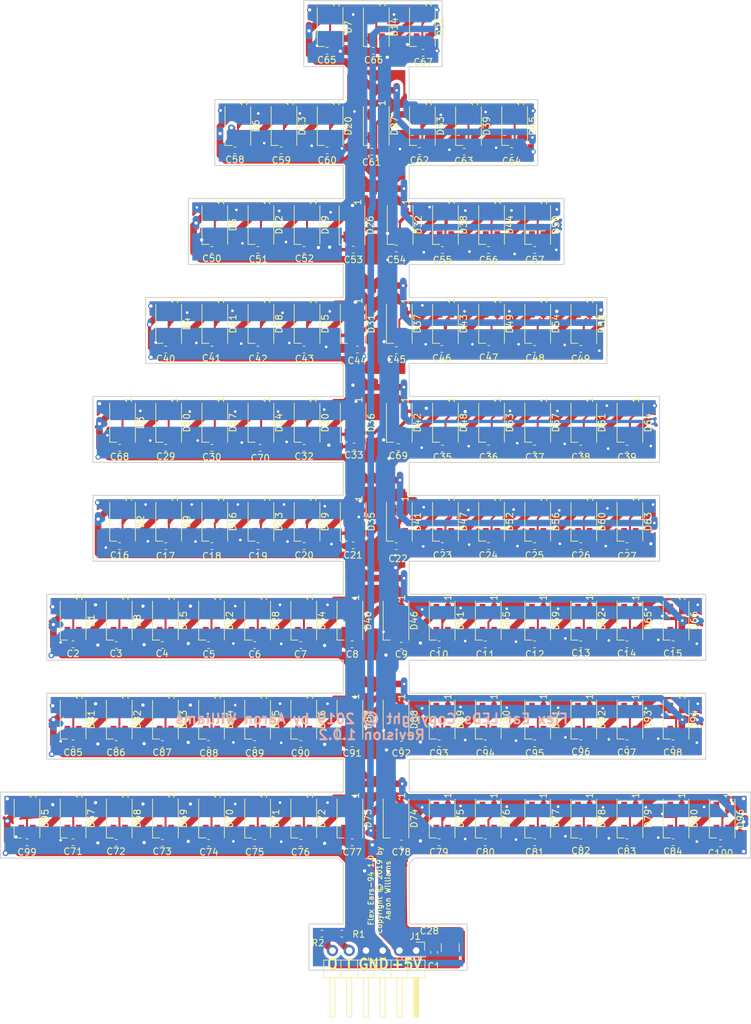
<source format=kicad_pcb>
(kicad_pcb (version 20171130) (host pcbnew 5.0.2-5.0.2)
  (title_block (date 2019-02-04) (rev 1.0))
  (layers (0 F.Cu signal) (31 B.Cu signal) (34 B.Paste user) (35 F.Paste user) (36 B.SilkS user) (37 F.SilkS user) (38 B.Mask user) (39 F.Mask user) (44 Edge.Cuts user))
  (net 0 "")
  (net 1 VCC)
  (net 2 GND)
  (net 3 "Net-(D1-Pad4)")
  (net 4 "Net-(D2-Pad4)")
  (net 5 "Net-(D10-Pad2)")
  (net 6 "Net-(D11-Pad2)")
  (net 7 "Net-(D12-Pad2)")
  (net 8 "Net-(D13-Pad2)")
  (net 9 "Net-(D14-Pad2)")
  (net 10 "Net-(D15-Pad2)")
  (net 11 "Net-(D16-Pad2)")
  (net 12 "Net-(D10-Pad4)")
  (net 13 "Net-(D11-Pad4)")
  (net 14 "Net-(D12-Pad4)")
  (net 15 "Net-(D13-Pad4)")
  (net 16 "Net-(D14-Pad4)")
  (net 17 "Net-(D15-Pad4)")
  (net 18 "Net-(D16-Pad4)")
  (net 19 "Net-(D17-Pad4)")
  (net 20 "Net-(D18-Pad4)")
  (net 21 "Net-(D19-Pad4)")
  (net 22 "Net-(D20-Pad4)")
  (net 23 "Net-(D22-Pad4)")
  (net 24 "Net-(D23-Pad4)")
  (net 25 "Net-(D24-Pad4)")
  (net 26 "Net-(D25-Pad4)")
  (net 27 "Net-(D26-Pad4)")
  (net 28 "Net-(D27-Pad4)")
  (net 29 "Net-(D28-Pad4)")
  (net 30 "Net-(D29-Pad4)")
  (net 31 "Net-(D30-Pad4)")
  (net 32 "Net-(D31-Pad4)")
  (net 33 "Net-(D32-Pad4)")
  (net 34 "Net-(D33-Pad4)")
  (net 35 "Net-(D34-Pad4)")
  (net 36 "Net-(D35-Pad4)")
  (net 37 "Net-(D36-Pad4)")
  (net 38 "Net-(D37-Pad4)")
  (net 39 "Net-(D38-Pad4)")
  (net 40 "Net-(D39-Pad4)")
  (net 41 "Net-(D40-Pad4)")
  (net 42 "Net-(D41-Pad4)")
  (net 43 "Net-(D42-Pad4)")
  (net 44 "Net-(D43-Pad4)")
  (net 45 "Net-(D44-Pad4)")
  (net 46 "Net-(D46-Pad4)")
  (net 47 "Net-(D47-Pad4)")
  (net 48 "Net-(D48-Pad4)")
  (net 49 "Net-(D49-Pad4)")
  (net 50 "Net-(D51-Pad4)")
  (net 51 "Net-(D52-Pad4)")
  (net 52 "Net-(D53-Pad4)")
  (net 53 "Net-(D54-Pad4)")
  (net 54 "Net-(D55-Pad4)")
  (net 55 "Net-(D56-Pad4)")
  (net 56 "Net-(D57-Pad4)")
  (net 57 "Net-(D59-Pad4)")
  (net 58 "Net-(D60-Pad4)")
  (net 59 "Net-(D61-Pad4)")
  (net 60 "Net-(D62-Pad4)")
  (net 61 "Net-(D65-Pad4)")
  (net 62 /DIN)
  (net 63 /DOUT)
  (net 64 /DI)
  (net 65 /DO)
  (net 66 /DIN_3_4)
  (net 67 /DIN_4_5)
  (net 68 /DIN_5_6)
  (net 69 /DIN_6_7)
  (net 70 /DIN_7_8)
  (net 71 /DIN_2_3)
  (net 72 "Net-(D83-Pad4)")
  (net 73 "Net-(D84-Pad4)")
  (net 74 "Net-(D67-Pad4)")
  (net 75 "Net-(D68-Pad4)")
  (net 76 "Net-(D69-Pad4)")
  (net 77 "Net-(D70-Pad4)")
  (net 78 "Net-(D71-Pad4)")
  (net 79 "Net-(D72-Pad4)")
  (net 80 "Net-(D85-Pad4)")
  (net 81 "Net-(D73-Pad4)")
  (net 82 "Net-(D74-Pad4)")
  (net 83 "Net-(D75-Pad4)")
  (net 84 "Net-(D76-Pad4)")
  (net 85 "Net-(D77-Pad4)")
  (net 86 "Net-(D78-Pad4)")
  (net 87 "Net-(D79-Pad4)")
  (net 88 /DIN_1_2)
  (net 89 "Net-(D81-Pad4)")
  (net 90 "Net-(D82-Pad4)")
  (net 91 "Net-(D86-Pad4)")
  (net 92 "Net-(D87-Pad4)")
  (net 93 "Net-(D88-Pad4)")
  (net 94 "Net-(D89-Pad4)")
  (net 95 "Net-(D90-Pad4)")
  (net 96 "Net-(D91-Pad4)")
  (net 97 "Net-(D92-Pad4)")
  (net 98 "Net-(D93-Pad4)")
  (net 99 /DIN_8_9)
  (net 100 "Net-(D67-Pad2)")
  (net 101 "Net-(D80-Pad4)")
  (module LED_SMD:LED_SK6812MINI_PLCC4_3.5x3.5mm_P1.75mm (layer F.Cu) (at 60 36 270)
    (fp_text reference D13 (at 0 -2.75 270) (layer F.SilkS))
    (fp_text value SK6812)
    (fp_text user 1 (at -3.5 -0.875 270) (layer F.SilkS))
    (pad 1 smd rect (at -1.75 -0.875 270) (size 1.6 0.85) (layers F.Cu F.Paste F.Mask) (net 2 GND))
    (pad 2 smd rect (at -1.75 0.875 270) (size 1.6 0.85) (layers F.Cu F.Paste F.Mask) (net 8 "Net-(D13-Pad2)"))
    (pad 4 smd rect (at 1.75 -0.875 270) (size 1.6 0.85) (layers F.Cu F.Paste F.Mask) (net 15 "Net-(D13-Pad4)"))
    (pad 3 smd rect (at 1.75 0.875 270) (size 1.6 0.85) (layers F.Cu F.Paste F.Mask) (net 1 VCC))
  )
  (module LED_SMD:LED_SK6812MINI_PLCC4_3.5x3.5mm_P1.75mm (layer F.Cu) (at 28 111 270)
    (fp_text reference D1 (at 0 -2.75 270) (layer F.SilkS))
    (fp_text value SK6812)
    (fp_text user 1 (at -3.5 -0.875 270) (layer F.SilkS))
    (pad 3 smd rect (at 1.75 0.875 270) (size 1.6 0.85) (layers F.Cu F.Paste F.Mask) (net 1 VCC))
    (pad 4 smd rect (at 1.75 -0.875 270) (size 1.6 0.85) (layers F.Cu F.Paste F.Mask) (net 3 "Net-(D1-Pad4)"))
    (pad 2 smd rect (at -1.75 0.875 270) (size 1.6 0.85) (layers F.Cu F.Paste F.Mask) (net 71 /DIN_2_3))
    (pad 1 smd rect (at -1.75 -0.875 270) (size 1.6 0.85) (layers F.Cu F.Paste F.Mask) (net 2 GND))
  )
  (module LED_SMD:LED_SK6812MINI_PLCC4_3.5x3.5mm_P1.75mm (layer F.Cu) (at 35.5 81 270)
    (fp_text reference D3 (at 0 -2.75 270) (layer F.SilkS))
    (fp_text value SK6812)
    (fp_text user 1 (at -3.5 -0.875 270) (layer F.SilkS))
    (pad 1 smd rect (at -1.75 -0.875 270) (size 1.6 0.85) (layers F.Cu F.Paste F.Mask) (net 2 GND))
    (pad 2 smd rect (at -1.75 0.875 270) (size 1.6 0.85) (layers F.Cu F.Paste F.Mask) (net 67 /DIN_4_5))
    (pad 4 smd rect (at 1.75 -0.875 270) (size 1.6 0.85) (layers F.Cu F.Paste F.Mask) (net 5 "Net-(D10-Pad2)"))
    (pad 3 smd rect (at 1.75 0.875 270) (size 1.6 0.85) (layers F.Cu F.Paste F.Mask) (net 1 VCC))
  )
  (module LED_SMD:LED_SK6812MINI_PLCC4_3.5x3.5mm_P1.75mm (layer F.Cu) (at 42.5 66 270)
    (fp_text reference D4 (at 0 -2.75 270) (layer F.SilkS))
    (fp_text value SK6812)
    (fp_text user 1 (at -3.5 -0.875 270) (layer F.SilkS))
    (pad 3 smd rect (at 1.75 0.875 270) (size 1.6 0.85) (layers F.Cu F.Paste F.Mask) (net 1 VCC))
    (pad 4 smd rect (at 1.75 -0.875 270) (size 1.6 0.85) (layers F.Cu F.Paste F.Mask) (net 6 "Net-(D11-Pad2)"))
    (pad 2 smd rect (at -1.75 0.875 270) (size 1.6 0.85) (layers F.Cu F.Paste F.Mask) (net 68 /DIN_5_6))
    (pad 1 smd rect (at -1.75 -0.875 270) (size 1.6 0.85) (layers F.Cu F.Paste F.Mask) (net 2 GND))
  )
  (module LED_SMD:LED_SK6812MINI_PLCC4_3.5x3.5mm_P1.75mm (layer F.Cu) (at 49.5 51 270)
    (fp_text reference D5 (at 0 -2.75 270) (layer F.SilkS))
    (fp_text value SK6812)
    (fp_text user 1 (at -3.5 -0.875 270) (layer F.SilkS))
    (pad 1 smd rect (at -1.75 -0.875 270) (size 1.6 0.85) (layers F.Cu F.Paste F.Mask) (net 2 GND))
    (pad 2 smd rect (at -1.75 0.875 270) (size 1.6 0.85) (layers F.Cu F.Paste F.Mask) (net 69 /DIN_6_7))
    (pad 4 smd rect (at 1.75 -0.875 270) (size 1.6 0.85) (layers F.Cu F.Paste F.Mask) (net 7 "Net-(D12-Pad2)"))
    (pad 3 smd rect (at 1.75 0.875 270) (size 1.6 0.85) (layers F.Cu F.Paste F.Mask) (net 1 VCC))
  )
  (module LED_SMD:LED_SK6812MINI_PLCC4_3.5x3.5mm_P1.75mm (layer F.Cu) (at 53 36 270)
    (fp_text reference D6 (at 0 -2.75 270) (layer F.SilkS))
    (fp_text value SK6812)
    (fp_text user 1 (at -3.5 -0.875 270) (layer F.SilkS))
    (pad 3 smd rect (at 1.75 0.875 270) (size 1.6 0.85) (layers F.Cu F.Paste F.Mask) (net 1 VCC))
    (pad 4 smd rect (at 1.75 -0.875 270) (size 1.6 0.85) (layers F.Cu F.Paste F.Mask) (net 8 "Net-(D13-Pad2)"))
    (pad 2 smd rect (at -1.75 0.875 270) (size 1.6 0.85) (layers F.Cu F.Paste F.Mask) (net 70 /DIN_7_8))
    (pad 1 smd rect (at -1.75 -0.875 270) (size 1.6 0.85) (layers F.Cu F.Paste F.Mask) (net 2 GND))
  )
  (module LED_SMD:LED_SK6812MINI_PLCC4_3.5x3.5mm_P1.75mm (layer F.Cu) (at 67 21 270)
    (fp_text reference D7 (at 0 -2.75 270) (layer F.SilkS))
    (fp_text value SK6812)
    (fp_text user 1 (at -3.5 -0.875 270) (layer F.SilkS))
    (pad 1 smd rect (at -1.75 -0.875 270) (size 1.6 0.85) (layers F.Cu F.Paste F.Mask) (net 2 GND))
    (pad 2 smd rect (at -1.75 0.875 270) (size 1.6 0.85) (layers F.Cu F.Paste F.Mask) (net 99 /DIN_8_9))
    (pad 4 smd rect (at 1.75 -0.875 270) (size 1.6 0.85) (layers F.Cu F.Paste F.Mask) (net 9 "Net-(D14-Pad2)"))
    (pad 3 smd rect (at 1.75 0.875 270) (size 1.6 0.85) (layers F.Cu F.Paste F.Mask) (net 1 VCC))
  )
  (module LED_SMD:LED_SK6812MINI_PLCC4_3.5x3.5mm_P1.75mm (layer F.Cu) (at 35 111 270)
    (fp_text reference D8 (at 0 -2.75 270) (layer F.SilkS))
    (fp_text value SK6812)
    (fp_text user 1 (at -3.5 -0.875 270) (layer F.SilkS))
    (pad 3 smd rect (at 1.75 0.875 270) (size 1.6 0.85) (layers F.Cu F.Paste F.Mask) (net 1 VCC))
    (pad 4 smd rect (at 1.75 -0.875 270) (size 1.6 0.85) (layers F.Cu F.Paste F.Mask) (net 10 "Net-(D15-Pad2)"))
    (pad 2 smd rect (at -1.75 0.875 270) (size 1.6 0.85) (layers F.Cu F.Paste F.Mask) (net 3 "Net-(D1-Pad4)"))
    (pad 1 smd rect (at -1.75 -0.875 270) (size 1.6 0.85) (layers F.Cu F.Paste F.Mask) (net 2 GND))
  )
  (module LED_SMD:LED_SK6812MINI_PLCC4_3.5x3.5mm_P1.75mm (layer F.Cu) (at 42.5 96 270)
    (fp_text reference D9 (at 0 -2.75 270) (layer F.SilkS))
    (fp_text value SK6812)
    (fp_text user 1 (at -3.5 -0.875 270) (layer F.SilkS))
    (pad 1 smd rect (at -1.75 -0.875 270) (size 1.6 0.85) (layers F.Cu F.Paste F.Mask) (net 2 GND))
    (pad 2 smd rect (at -1.75 0.875 270) (size 1.6 0.85) (layers F.Cu F.Paste F.Mask) (net 4 "Net-(D2-Pad4)"))
    (pad 4 smd rect (at 1.75 -0.875 270) (size 1.6 0.85) (layers F.Cu F.Paste F.Mask) (net 11 "Net-(D16-Pad2)"))
    (pad 3 smd rect (at 1.75 0.875 270) (size 1.6 0.85) (layers F.Cu F.Paste F.Mask) (net 1 VCC))
  )
  (module LED_SMD:LED_SK6812MINI_PLCC4_3.5x3.5mm_P1.75mm (layer F.Cu) (at 42.5 81 270)
    (fp_text reference D10 (at 0 -2.75 270) (layer F.SilkS))
    (fp_text value SK6812)
    (fp_text user 1 (at -3.5 -0.875 270) (layer F.SilkS))
    (pad 3 smd rect (at 1.75 0.875 270) (size 1.6 0.85) (layers F.Cu F.Paste F.Mask) (net 1 VCC))
    (pad 4 smd rect (at 1.75 -0.875 270) (size 1.6 0.85) (layers F.Cu F.Paste F.Mask) (net 12 "Net-(D10-Pad4)"))
    (pad 2 smd rect (at -1.75 0.875 270) (size 1.6 0.85) (layers F.Cu F.Paste F.Mask) (net 5 "Net-(D10-Pad2)"))
    (pad 1 smd rect (at -1.75 -0.875 270) (size 1.6 0.85) (layers F.Cu F.Paste F.Mask) (net 2 GND))
  )
  (module LED_SMD:LED_SK6812MINI_PLCC4_3.5x3.5mm_P1.75mm (layer F.Cu) (at 49.5 66 270)
    (fp_text reference D11 (at 0 -2.75 270) (layer F.SilkS))
    (fp_text value SK6812)
    (fp_text user 1 (at -3.5 -0.875 270) (layer F.SilkS))
    (pad 1 smd rect (at -1.75 -0.875 270) (size 1.6 0.85) (layers F.Cu F.Paste F.Mask) (net 2 GND))
    (pad 2 smd rect (at -1.75 0.875 270) (size 1.6 0.85) (layers F.Cu F.Paste F.Mask) (net 6 "Net-(D11-Pad2)"))
    (pad 4 smd rect (at 1.75 -0.875 270) (size 1.6 0.85) (layers F.Cu F.Paste F.Mask) (net 13 "Net-(D11-Pad4)"))
    (pad 3 smd rect (at 1.75 0.875 270) (size 1.6 0.85) (layers F.Cu F.Paste F.Mask) (net 1 VCC))
  )
  (module LED_SMD:LED_SK6812MINI_PLCC4_3.5x3.5mm_P1.75mm (layer F.Cu) (at 63.5 66 270)
    (fp_text reference D25 (at 0 -2.75 270) (layer F.SilkS))
    (fp_text value SK6812)
    (fp_text user 1 (at -3.5 -0.875 270) (layer F.SilkS))
    (pad 3 smd rect (at 1.75 0.875 270) (size 1.6 0.85) (layers F.Cu F.Paste F.Mask) (net 1 VCC))
    (pad 4 smd rect (at 1.75 -0.875 270) (size 1.6 0.85) (layers F.Cu F.Paste F.Mask) (net 26 "Net-(D25-Pad4)"))
    (pad 2 smd rect (at -1.75 0.875 270) (size 1.6 0.85) (layers F.Cu F.Paste F.Mask) (net 20 "Net-(D18-Pad4)"))
    (pad 1 smd rect (at -1.75 -0.875 270) (size 1.6 0.85) (layers F.Cu F.Paste F.Mask) (net 2 GND))
  )
  (module LED_SMD:LED_SK6812MINI_PLCC4_3.5x3.5mm_P1.75mm (layer F.Cu) (at 74 21 270)
    (fp_text reference D14 (at 0 -2.75 270) (layer F.SilkS))
    (fp_text value SK6812)
    (fp_text user 1 (at -3.5 -0.875 270) (layer F.SilkS))
    (pad 1 smd rect (at -1.75 -0.875 270) (size 1.6 0.85) (layers F.Cu F.Paste F.Mask) (net 2 GND))
    (pad 2 smd rect (at -1.75 0.875 270) (size 1.6 0.85) (layers F.Cu F.Paste F.Mask) (net 9 "Net-(D14-Pad2)"))
    (pad 4 smd rect (at 1.75 -0.875 270) (size 1.6 0.85) (layers F.Cu F.Paste F.Mask) (net 16 "Net-(D14-Pad4)"))
    (pad 3 smd rect (at 1.75 0.875 270) (size 1.6 0.85) (layers F.Cu F.Paste F.Mask) (net 1 VCC))
  )
  (module LED_SMD:LED_SK6812MINI_PLCC4_3.5x3.5mm_P1.75mm (layer F.Cu) (at 42 111 270)
    (fp_text reference D15 (at 0 -2.75 270) (layer F.SilkS))
    (fp_text value SK6812)
    (fp_text user 1 (at -3.5 -0.875 270) (layer F.SilkS))
    (pad 3 smd rect (at 1.75 0.875 270) (size 1.6 0.85) (layers F.Cu F.Paste F.Mask) (net 1 VCC))
    (pad 4 smd rect (at 1.75 -0.875 270) (size 1.6 0.85) (layers F.Cu F.Paste F.Mask) (net 17 "Net-(D15-Pad4)"))
    (pad 2 smd rect (at -1.75 0.875 270) (size 1.6 0.85) (layers F.Cu F.Paste F.Mask) (net 10 "Net-(D15-Pad2)"))
    (pad 1 smd rect (at -1.75 -0.875 270) (size 1.6 0.85) (layers F.Cu F.Paste F.Mask) (net 2 GND))
  )
  (module LED_SMD:LED_SK6812MINI_PLCC4_3.5x3.5mm_P1.75mm (layer F.Cu) (at 49.5 96 270)
    (fp_text reference D16 (at 0 -2.75 270) (layer F.SilkS))
    (fp_text value SK6812)
    (fp_text user 1 (at -3.5 -0.875 270) (layer F.SilkS))
    (pad 1 smd rect (at -1.75 -0.875 270) (size 1.6 0.85) (layers F.Cu F.Paste F.Mask) (net 2 GND))
    (pad 2 smd rect (at -1.75 0.875 270) (size 1.6 0.85) (layers F.Cu F.Paste F.Mask) (net 11 "Net-(D16-Pad2)"))
    (pad 4 smd rect (at 1.75 -0.875 270) (size 1.6 0.85) (layers F.Cu F.Paste F.Mask) (net 18 "Net-(D16-Pad4)"))
    (pad 3 smd rect (at 1.75 0.875 270) (size 1.6 0.85) (layers F.Cu F.Paste F.Mask) (net 1 VCC))
  )
  (module LED_SMD:LED_SK6812MINI_PLCC4_3.5x3.5mm_P1.75mm (layer F.Cu) (at 49.5 81 270)
    (fp_text reference D17 (at 0 -2.75 270) (layer F.SilkS))
    (fp_text value SK6812)
    (fp_text user 1 (at -3.5 -0.875 270) (layer F.SilkS))
    (pad 3 smd rect (at 1.75 0.875 270) (size 1.6 0.85) (layers F.Cu F.Paste F.Mask) (net 1 VCC))
    (pad 4 smd rect (at 1.75 -0.875 270) (size 1.6 0.85) (layers F.Cu F.Paste F.Mask) (net 19 "Net-(D17-Pad4)"))
    (pad 2 smd rect (at -1.75 0.875 270) (size 1.6 0.85) (layers F.Cu F.Paste F.Mask) (net 12 "Net-(D10-Pad4)"))
    (pad 1 smd rect (at -1.75 -0.875 270) (size 1.6 0.85) (layers F.Cu F.Paste F.Mask) (net 2 GND))
  )
  (module LED_SMD:LED_SK6812MINI_PLCC4_3.5x3.5mm_P1.75mm (layer F.Cu) (at 56.5 66 270)
    (fp_text reference D18 (at 0 -2.75 270) (layer F.SilkS))
    (fp_text value SK6812)
    (fp_text user 1 (at -3.5 -0.875 270) (layer F.SilkS))
    (pad 1 smd rect (at -1.75 -0.875 270) (size 1.6 0.85) (layers F.Cu F.Paste F.Mask) (net 2 GND))
    (pad 2 smd rect (at -1.75 0.875 270) (size 1.6 0.85) (layers F.Cu F.Paste F.Mask) (net 13 "Net-(D11-Pad4)"))
    (pad 4 smd rect (at 1.75 -0.875 270) (size 1.6 0.85) (layers F.Cu F.Paste F.Mask) (net 20 "Net-(D18-Pad4)"))
    (pad 3 smd rect (at 1.75 0.875 270) (size 1.6 0.85) (layers F.Cu F.Paste F.Mask) (net 1 VCC))
  )
  (module LED_SMD:LED_SK6812MINI_PLCC4_3.5x3.5mm_P1.75mm (layer F.Cu) (at 63.5 51 270)
    (fp_text reference D19 (at 0 -2.75 270) (layer F.SilkS))
    (fp_text value SK6812)
    (fp_text user 1 (at -3.5 -0.875 270) (layer F.SilkS))
    (pad 3 smd rect (at 1.75 0.875 270) (size 1.6 0.85) (layers F.Cu F.Paste F.Mask) (net 1 VCC))
    (pad 4 smd rect (at 1.75 -0.875 270) (size 1.6 0.85) (layers F.Cu F.Paste F.Mask) (net 21 "Net-(D19-Pad4)"))
    (pad 2 smd rect (at -1.75 0.875 270) (size 1.6 0.85) (layers F.Cu F.Paste F.Mask) (net 14 "Net-(D12-Pad4)"))
    (pad 1 smd rect (at -1.75 -0.875 270) (size 1.6 0.85) (layers F.Cu F.Paste F.Mask) (net 2 GND))
  )
  (module LED_SMD:LED_SK6812MINI_PLCC4_3.5x3.5mm_P1.75mm (layer F.Cu) (at 67 36 270)
    (fp_text reference D20 (at 0 -2.75 270) (layer F.SilkS))
    (fp_text value SK6812)
    (fp_text user 1 (at -3.5 -0.875 270) (layer F.SilkS))
    (pad 1 smd rect (at -1.75 -0.875 270) (size 1.6 0.85) (layers F.Cu F.Paste F.Mask) (net 2 GND))
    (pad 2 smd rect (at -1.75 0.875 270) (size 1.6 0.85) (layers F.Cu F.Paste F.Mask) (net 15 "Net-(D13-Pad4)"))
    (pad 4 smd rect (at 1.75 -0.875 270) (size 1.6 0.85) (layers F.Cu F.Paste F.Mask) (net 22 "Net-(D20-Pad4)"))
    (pad 3 smd rect (at 1.75 0.875 270) (size 1.6 0.85) (layers F.Cu F.Paste F.Mask) (net 1 VCC))
  )
  (module LED_SMD:LED_SK6812MINI_PLCC4_3.5x3.5mm_P1.75mm (layer F.Cu) (at 81 21 270)
    (fp_text reference D21 (at 0 -2.75 270) (layer F.SilkS))
    (fp_text value SK6812)
    (fp_text user 1 (at -3.5 -0.875 270) (layer F.SilkS))
    (pad 3 smd rect (at 1.75 0.875 270) (size 1.6 0.85) (layers F.Cu F.Paste F.Mask) (net 1 VCC))
    (pad 4 smd rect (at 1.75 -0.875 270) (size 1.6 0.85) (layers F.Cu F.Paste F.Mask) (net 65 /DO))
    (pad 2 smd rect (at -1.75 0.875 270) (size 1.6 0.85) (layers F.Cu F.Paste F.Mask) (net 16 "Net-(D14-Pad4)"))
    (pad 1 smd rect (at -1.75 -0.875 270) (size 1.6 0.85) (layers F.Cu F.Paste F.Mask) (net 2 GND))
  )
  (module LED_SMD:LED_SK6812MINI_PLCC4_3.5x3.5mm_P1.75mm (layer F.Cu) (at 49 111 270)
    (fp_text reference D22 (at 0 -2.75 270) (layer F.SilkS))
    (fp_text value SK6812)
    (fp_text user 1 (at -3.5 -0.875 270) (layer F.SilkS))
    (pad 1 smd rect (at -1.75 -0.875 270) (size 1.6 0.85) (layers F.Cu F.Paste F.Mask) (net 2 GND))
    (pad 2 smd rect (at -1.75 0.875 270) (size 1.6 0.85) (layers F.Cu F.Paste F.Mask) (net 17 "Net-(D15-Pad4)"))
    (pad 4 smd rect (at 1.75 -0.875 270) (size 1.6 0.85) (layers F.Cu F.Paste F.Mask) (net 23 "Net-(D22-Pad4)"))
    (pad 3 smd rect (at 1.75 0.875 270) (size 1.6 0.85) (layers F.Cu F.Paste F.Mask) (net 1 VCC))
  )
  (module LED_SMD:LED_SK6812MINI_PLCC4_3.5x3.5mm_P1.75mm (layer F.Cu) (at 56.5 96 270)
    (fp_text reference D23 (at 0 -2.75 270) (layer F.SilkS))
    (fp_text value SK6812)
    (fp_text user 1 (at -3.5 -0.875 270) (layer F.SilkS))
    (pad 3 smd rect (at 1.75 0.875 270) (size 1.6 0.85) (layers F.Cu F.Paste F.Mask) (net 1 VCC))
    (pad 4 smd rect (at 1.75 -0.875 270) (size 1.6 0.85) (layers F.Cu F.Paste F.Mask) (net 24 "Net-(D23-Pad4)"))
    (pad 2 smd rect (at -1.75 0.875 270) (size 1.6 0.85) (layers F.Cu F.Paste F.Mask) (net 18 "Net-(D16-Pad4)"))
    (pad 1 smd rect (at -1.75 -0.875 270) (size 1.6 0.85) (layers F.Cu F.Paste F.Mask) (net 2 GND))
  )
  (module LED_SMD:LED_SK6812MINI_PLCC4_3.5x3.5mm_P1.75mm (layer F.Cu) (at 56.5 51 270)
    (fp_text reference D12 (at 0 -2.75 270) (layer F.SilkS))
    (fp_text value SK6812)
    (fp_text user 1 (at -3.5 -0.875 270) (layer F.SilkS))
    (pad 1 smd rect (at -1.75 -0.875 270) (size 1.6 0.85) (layers F.Cu F.Paste F.Mask) (net 2 GND))
    (pad 2 smd rect (at -1.75 0.875 270) (size 1.6 0.85) (layers F.Cu F.Paste F.Mask) (net 7 "Net-(D12-Pad2)"))
    (pad 4 smd rect (at 1.75 -0.875 270) (size 1.6 0.85) (layers F.Cu F.Paste F.Mask) (net 14 "Net-(D12-Pad4)"))
    (pad 3 smd rect (at 1.75 0.875 270) (size 1.6 0.85) (layers F.Cu F.Paste F.Mask) (net 1 VCC))
  )
  (module LED_SMD:LED_SK6812MINI_PLCC4_3.5x3.5mm_P1.75mm (layer F.Cu) (at 56.5 81 270)
    (fp_text reference D24 (at 0 -2.75 270) (layer F.SilkS))
    (fp_text value SK6812)
    (fp_text user 1 (at -3.5 -0.875 270) (layer F.SilkS))
    (pad 3 smd rect (at 1.75 0.875 270) (size 1.6 0.85) (layers F.Cu F.Paste F.Mask) (net 1 VCC))
    (pad 4 smd rect (at 1.75 -0.875 270) (size 1.6 0.85) (layers F.Cu F.Paste F.Mask) (net 25 "Net-(D24-Pad4)"))
    (pad 2 smd rect (at -1.75 0.875 270) (size 1.6 0.85) (layers F.Cu F.Paste F.Mask) (net 19 "Net-(D17-Pad4)"))
    (pad 1 smd rect (at -1.75 -0.875 270) (size 1.6 0.85) (layers F.Cu F.Paste F.Mask) (net 2 GND))
  )
  (module LED_SMD:LED_SK6812MINI_PLCC4_3.5x3.5mm_P1.75mm (layer F.Cu) (at 70.325 51.05 270)
    (fp_text reference D26 (at 0 -2.75 270) (layer F.SilkS))
    (fp_text value SK6812)
    (fp_text user 1 (at -3.5 -0.875 270) (layer F.SilkS))
    (pad 1 smd rect (at -1.75 -0.875 270) (size 1.6 0.85) (layers F.Cu F.Paste F.Mask) (net 2 GND))
    (pad 2 smd rect (at -1.75 0.875 270) (size 1.6 0.85) (layers F.Cu F.Paste F.Mask) (net 21 "Net-(D19-Pad4)"))
    (pad 4 smd rect (at 1.75 -0.875 270) (size 1.6 0.85) (layers F.Cu F.Paste F.Mask) (net 27 "Net-(D26-Pad4)"))
    (pad 3 smd rect (at 1.75 0.875 270) (size 1.6 0.85) (layers F.Cu F.Paste F.Mask) (net 1 VCC))
  )
  (module LED_SMD:LED_SK6812MINI_PLCC4_3.5x3.5mm_P1.75mm (layer F.Cu) (at 84.5 81 270)
    (fp_text reference D48 (at 0 -2.75 270) (layer F.SilkS))
    (fp_text value SK6812)
    (fp_text user 1 (at -3.5 -0.875 270) (layer F.SilkS))
    (pad 3 smd rect (at 1.75 0.875 270) (size 1.6 0.85) (layers F.Cu F.Paste F.Mask) (net 1 VCC))
    (pad 4 smd rect (at 1.75 -0.875 270) (size 1.6 0.85) (layers F.Cu F.Paste F.Mask) (net 48 "Net-(D48-Pad4)"))
    (pad 2 smd rect (at -1.75 0.875 270) (size 1.6 0.85) (layers F.Cu F.Paste F.Mask) (net 43 "Net-(D42-Pad4)"))
    (pad 1 smd rect (at -1.75 -0.875 270) (size 1.6 0.85) (layers F.Cu F.Paste F.Mask) (net 2 GND))
  )
  (module LED_SMD:LED_SK6812MINI_PLCC4_3.5x3.5mm_P1.75mm (layer F.Cu) (at 74 36 270)
    (fp_text reference D27 (at 0 -2.75 270) (layer F.SilkS))
    (fp_text value SK6812)
    (fp_text user 1 (at -3.5 -0.875 270) (layer F.SilkS))
    (pad 1 smd rect (at -1.75 -0.875 270) (size 1.6 0.85) (layers F.Cu F.Paste F.Mask) (net 2 GND))
    (pad 2 smd rect (at -1.75 0.875 270) (size 1.6 0.85) (layers F.Cu F.Paste F.Mask) (net 22 "Net-(D20-Pad4)"))
    (pad 4 smd rect (at 1.75 -0.875 270) (size 1.6 0.85) (layers F.Cu F.Paste F.Mask) (net 28 "Net-(D27-Pad4)"))
    (pad 3 smd rect (at 1.75 0.875 270) (size 1.6 0.85) (layers F.Cu F.Paste F.Mask) (net 1 VCC))
  )
  (module LED_SMD:LED_SK6812MINI_PLCC4_3.5x3.5mm_P1.75mm (layer F.Cu) (at 56 111 270)
    (fp_text reference D28 (at 0 -2.75 270) (layer F.SilkS))
    (fp_text value SK6812)
    (fp_text user 1 (at -3.5 -0.875 270) (layer F.SilkS))
    (pad 3 smd rect (at 1.75 0.875 270) (size 1.6 0.85) (layers F.Cu F.Paste F.Mask) (net 1 VCC))
    (pad 4 smd rect (at 1.75 -0.875 270) (size 1.6 0.85) (layers F.Cu F.Paste F.Mask) (net 29 "Net-(D28-Pad4)"))
    (pad 2 smd rect (at -1.75 0.875 270) (size 1.6 0.85) (layers F.Cu F.Paste F.Mask) (net 23 "Net-(D22-Pad4)"))
    (pad 1 smd rect (at -1.75 -0.875 270) (size 1.6 0.85) (layers F.Cu F.Paste F.Mask) (net 2 GND))
  )
  (module LED_SMD:LED_SK6812MINI_PLCC4_3.5x3.5mm_P1.75mm (layer F.Cu) (at 63.5 96 270)
    (fp_text reference D29 (at 0 -2.75 270) (layer F.SilkS))
    (fp_text value SK6812)
    (fp_text user 1 (at -3.5 -0.875 270) (layer F.SilkS))
    (pad 1 smd rect (at -1.75 -0.875 270) (size 1.6 0.85) (layers F.Cu F.Paste F.Mask) (net 2 GND))
    (pad 2 smd rect (at -1.75 0.875 270) (size 1.6 0.85) (layers F.Cu F.Paste F.Mask) (net 24 "Net-(D23-Pad4)"))
    (pad 4 smd rect (at 1.75 -0.875 270) (size 1.6 0.85) (layers F.Cu F.Paste F.Mask) (net 30 "Net-(D29-Pad4)"))
    (pad 3 smd rect (at 1.75 0.875 270) (size 1.6 0.85) (layers F.Cu F.Paste F.Mask) (net 1 VCC))
  )
  (module LED_SMD:LED_SK6812MINI_PLCC4_3.5x3.5mm_P1.75mm (layer F.Cu) (at 63.5 81 270)
    (fp_text reference D30 (at 0 -2.75 270) (layer F.SilkS))
    (fp_text value SK6812)
    (fp_text user 1 (at -3.5 -0.875 270) (layer F.SilkS))
    (pad 3 smd rect (at 1.75 0.875 270) (size 1.6 0.85) (layers F.Cu F.Paste F.Mask) (net 1 VCC))
    (pad 4 smd rect (at 1.75 -0.875 270) (size 1.6 0.85) (layers F.Cu F.Paste F.Mask) (net 31 "Net-(D30-Pad4)"))
    (pad 2 smd rect (at -1.75 0.875 270) (size 1.6 0.85) (layers F.Cu F.Paste F.Mask) (net 25 "Net-(D24-Pad4)"))
    (pad 1 smd rect (at -1.75 -0.875 270) (size 1.6 0.85) (layers F.Cu F.Paste F.Mask) (net 2 GND))
  )
  (module LED_SMD:LED_SK6812MINI_PLCC4_3.5x3.5mm_P1.75mm (layer F.Cu) (at 70.5 66 270)
    (fp_text reference D31 (at 0 -2.75 270) (layer F.SilkS))
    (fp_text value SK6812)
    (fp_text user 1 (at -3.5 -0.875 270) (layer F.SilkS))
    (pad 1 smd rect (at -1.75 -0.875 270) (size 1.6 0.85) (layers F.Cu F.Paste F.Mask) (net 2 GND))
    (pad 2 smd rect (at -1.75 0.875 270) (size 1.6 0.85) (layers F.Cu F.Paste F.Mask) (net 26 "Net-(D25-Pad4)"))
    (pad 4 smd rect (at 1.75 -0.875 270) (size 1.6 0.85) (layers F.Cu F.Paste F.Mask) (net 32 "Net-(D31-Pad4)"))
    (pad 3 smd rect (at 1.75 0.875 270) (size 1.6 0.85) (layers F.Cu F.Paste F.Mask) (net 1 VCC))
  )
  (module LED_SMD:LED_SK6812MINI_PLCC4_3.5x3.5mm_P1.75mm (layer F.Cu) (at 77.625 51 270)
    (fp_text reference D32 (at 0 -2.75 270) (layer F.SilkS))
    (fp_text value SK6812)
    (fp_text user 1 (at -3.5 -0.875 270) (layer F.SilkS))
    (pad 3 smd rect (at 1.75 0.875 270) (size 1.6 0.85) (layers F.Cu F.Paste F.Mask) (net 1 VCC))
    (pad 4 smd rect (at 1.75 -0.875 270) (size 1.6 0.85) (layers F.Cu F.Paste F.Mask) (net 33 "Net-(D32-Pad4)"))
    (pad 2 smd rect (at -1.75 0.875 270) (size 1.6 0.85) (layers F.Cu F.Paste F.Mask) (net 27 "Net-(D26-Pad4)"))
    (pad 1 smd rect (at -1.75 -0.875 270) (size 1.6 0.85) (layers F.Cu F.Paste F.Mask) (net 2 GND))
  )
  (module LED_SMD:LED_SK6812MINI_PLCC4_3.5x3.5mm_P1.75mm (layer F.Cu) (at 81 36 270)
    (fp_text reference D33 (at 0 -2.75 270) (layer F.SilkS))
    (fp_text value SK6812)
    (fp_text user 1 (at -3.5 -0.875 270) (layer F.SilkS))
    (pad 1 smd rect (at -1.75 -0.875 270) (size 1.6 0.85) (layers F.Cu F.Paste F.Mask) (net 2 GND))
    (pad 2 smd rect (at -1.75 0.875 270) (size 1.6 0.85) (layers F.Cu F.Paste F.Mask) (net 28 "Net-(D27-Pad4)"))
    (pad 4 smd rect (at 1.75 -0.875 270) (size 1.6 0.85) (layers F.Cu F.Paste F.Mask) (net 34 "Net-(D33-Pad4)"))
    (pad 3 smd rect (at 1.75 0.875 270) (size 1.6 0.85) (layers F.Cu F.Paste F.Mask) (net 1 VCC))
  )
  (module LED_SMD:LED_SK6812MINI_PLCC4_3.5x3.5mm_P1.75mm (layer F.Cu) (at 63 111 270)
    (fp_text reference D34 (at 0 -2.75 270) (layer F.SilkS))
    (fp_text value SK6812)
    (fp_text user 1 (at -3.5 -0.875 270) (layer F.SilkS))
    (pad 3 smd rect (at 1.75 0.875 270) (size 1.6 0.85) (layers F.Cu F.Paste F.Mask) (net 1 VCC))
    (pad 4 smd rect (at 1.75 -0.875 270) (size 1.6 0.85) (layers F.Cu F.Paste F.Mask) (net 35 "Net-(D34-Pad4)"))
    (pad 2 smd rect (at -1.75 0.875 270) (size 1.6 0.85) (layers F.Cu F.Paste F.Mask) (net 29 "Net-(D28-Pad4)"))
    (pad 1 smd rect (at -1.75 -0.875 270) (size 1.6 0.85) (layers F.Cu F.Paste F.Mask) (net 2 GND))
  )
  (module LED_SMD:LED_SK6812MINI_PLCC4_3.5x3.5mm_P1.75mm (layer F.Cu) (at 35.5 96 270)
    (fp_text reference D2 (at 0 -2.75 270) (layer F.SilkS))
    (fp_text value SK6812)
    (fp_text user 1 (at -3.5 -0.875 270) (layer F.SilkS))
    (pad 1 smd rect (at -1.75 -0.875 270) (size 1.6 0.85) (layers F.Cu F.Paste F.Mask) (net 2 GND))
    (pad 2 smd rect (at -1.75 0.875 270) (size 1.6 0.85) (layers F.Cu F.Paste F.Mask) (net 66 /DIN_3_4))
    (pad 4 smd rect (at 1.75 -0.875 270) (size 1.6 0.85) (layers F.Cu F.Paste F.Mask) (net 4 "Net-(D2-Pad4)"))
    (pad 3 smd rect (at 1.75 0.875 270) (size 1.6 0.85) (layers F.Cu F.Paste F.Mask) (net 1 VCC))
  )
  (module LED_SMD:LED_SK6812MINI_PLCC4_3.5x3.5mm_P1.75mm (layer F.Cu) (at 70.5 81 270)
    (fp_text reference D36 (at 0 -2.75 270) (layer F.SilkS))
    (fp_text value SK6812)
    (fp_text user 1 (at -3.5 -0.875 270) (layer F.SilkS))
    (pad 3 smd rect (at 1.75 0.875 270) (size 1.6 0.85) (layers F.Cu F.Paste F.Mask) (net 1 VCC))
    (pad 4 smd rect (at 1.75 -0.875 270) (size 1.6 0.85) (layers F.Cu F.Paste F.Mask) (net 37 "Net-(D36-Pad4)"))
    (pad 2 smd rect (at -1.75 0.875 270) (size 1.6 0.85) (layers F.Cu F.Paste F.Mask) (net 31 "Net-(D30-Pad4)"))
    (pad 1 smd rect (at -1.75 -0.875 270) (size 1.6 0.85) (layers F.Cu F.Paste F.Mask) (net 2 GND))
  )
  (module LED_SMD:LED_SK6812MINI_PLCC4_3.5x3.5mm_P1.75mm (layer F.Cu) (at 77.5 66 270)
    (fp_text reference D37 (at 0 -2.75 270) (layer F.SilkS))
    (fp_text value SK6812)
    (fp_text user 1 (at -3.5 -0.875 270) (layer F.SilkS))
    (pad 1 smd rect (at -1.75 -0.875 270) (size 1.6 0.85) (layers F.Cu F.Paste F.Mask) (net 2 GND))
    (pad 2 smd rect (at -1.75 0.875 270) (size 1.6 0.85) (layers F.Cu F.Paste F.Mask) (net 32 "Net-(D31-Pad4)"))
    (pad 4 smd rect (at 1.75 -0.875 270) (size 1.6 0.85) (layers F.Cu F.Paste F.Mask) (net 38 "Net-(D37-Pad4)"))
    (pad 3 smd rect (at 1.75 0.875 270) (size 1.6 0.85) (layers F.Cu F.Paste F.Mask) (net 1 VCC))
  )
  (module LED_SMD:LED_SK6812MINI_PLCC4_3.5x3.5mm_P1.75mm (layer F.Cu) (at 84.5 51 270)
    (fp_text reference D38 (at 0 -2.75 270) (layer F.SilkS))
    (fp_text value SK6812)
    (fp_text user 1 (at -3.5 -0.875 270) (layer F.SilkS))
    (pad 3 smd rect (at 1.75 0.875 270) (size 1.6 0.85) (layers F.Cu F.Paste F.Mask) (net 1 VCC))
    (pad 4 smd rect (at 1.75 -0.875 270) (size 1.6 0.85) (layers F.Cu F.Paste F.Mask) (net 39 "Net-(D38-Pad4)"))
    (pad 2 smd rect (at -1.75 0.875 270) (size 1.6 0.85) (layers F.Cu F.Paste F.Mask) (net 33 "Net-(D32-Pad4)"))
    (pad 1 smd rect (at -1.75 -0.875 270) (size 1.6 0.85) (layers F.Cu F.Paste F.Mask) (net 2 GND))
  )
  (module LED_SMD:LED_SK6812MINI_PLCC4_3.5x3.5mm_P1.75mm (layer F.Cu) (at 88 36 270)
    (fp_text reference D39 (at 0 -2.75 270) (layer F.SilkS))
    (fp_text value SK6812)
    (fp_text user 1 (at -3.5 -0.875 270) (layer F.SilkS))
    (pad 1 smd rect (at -1.75 -0.875 270) (size 1.6 0.85) (layers F.Cu F.Paste F.Mask) (net 2 GND))
    (pad 2 smd rect (at -1.75 0.875 270) (size 1.6 0.85) (layers F.Cu F.Paste F.Mask) (net 34 "Net-(D33-Pad4)"))
    (pad 4 smd rect (at 1.75 -0.875 270) (size 1.6 0.85) (layers F.Cu F.Paste F.Mask) (net 40 "Net-(D39-Pad4)"))
    (pad 3 smd rect (at 1.75 0.875 270) (size 1.6 0.85) (layers F.Cu F.Paste F.Mask) (net 1 VCC))
  )
  (module LED_SMD:LED_SK6812MINI_PLCC4_3.5x3.5mm_P1.75mm (layer F.Cu) (at 70 111 270)
    (fp_text reference D40 (at 0 -2.75 270) (layer F.SilkS))
    (fp_text value SK6812)
    (fp_text user 1 (at -3.5 -0.875 270) (layer F.SilkS))
    (pad 3 smd rect (at 1.75 0.875 270) (size 1.6 0.85) (layers F.Cu F.Paste F.Mask) (net 1 VCC))
    (pad 4 smd rect (at 1.75 -0.875 270) (size 1.6 0.85) (layers F.Cu F.Paste F.Mask) (net 41 "Net-(D40-Pad4)"))
    (pad 2 smd rect (at -1.75 0.875 270) (size 1.6 0.85) (layers F.Cu F.Paste F.Mask) (net 35 "Net-(D34-Pad4)"))
    (pad 1 smd rect (at -1.75 -0.875 270) (size 1.6 0.85) (layers F.Cu F.Paste F.Mask) (net 2 GND))
  )
  (module LED_SMD:LED_SK6812MINI_PLCC4_3.5x3.5mm_P1.75mm (layer F.Cu) (at 77.5 96 270)
    (fp_text reference D41 (at 0 -2.75 270) (layer F.SilkS))
    (fp_text value SK6812)
    (fp_text user 1 (at -3.5 -0.875 270) (layer F.SilkS))
    (pad 1 smd rect (at -1.75 -0.875 270) (size 1.6 0.85) (layers F.Cu F.Paste F.Mask) (net 2 GND))
    (pad 2 smd rect (at -1.75 0.875 270) (size 1.6 0.85) (layers F.Cu F.Paste F.Mask) (net 36 "Net-(D35-Pad4)"))
    (pad 4 smd rect (at 1.75 -0.875 270) (size 1.6 0.85) (layers F.Cu F.Paste F.Mask) (net 42 "Net-(D41-Pad4)"))
    (pad 3 smd rect (at 1.75 0.875 270) (size 1.6 0.85) (layers F.Cu F.Paste F.Mask) (net 1 VCC))
  )
  (module LED_SMD:LED_SK6812MINI_PLCC4_3.5x3.5mm_P1.75mm (layer F.Cu) (at 77.5 81 270)
    (fp_text reference D42 (at 0 -2.75 270) (layer F.SilkS))
    (fp_text value SK6812)
    (fp_text user 1 (at -3.5 -0.875 270) (layer F.SilkS))
    (pad 3 smd rect (at 1.75 0.875 270) (size 1.6 0.85) (layers F.Cu F.Paste F.Mask) (net 1 VCC))
    (pad 4 smd rect (at 1.75 -0.875 270) (size 1.6 0.85) (layers F.Cu F.Paste F.Mask) (net 43 "Net-(D42-Pad4)"))
    (pad 2 smd rect (at -1.75 0.875 270) (size 1.6 0.85) (layers F.Cu F.Paste F.Mask) (net 37 "Net-(D36-Pad4)"))
    (pad 1 smd rect (at -1.75 -0.875 270) (size 1.6 0.85) (layers F.Cu F.Paste F.Mask) (net 2 GND))
  )
  (module LED_SMD:LED_SK6812MINI_PLCC4_3.5x3.5mm_P1.75mm (layer F.Cu) (at 84.5 66 270)
    (fp_text reference D43 (at 0 -2.75 270) (layer F.SilkS))
    (fp_text value SK6812)
    (fp_text user 1 (at -3.5 -0.875 270) (layer F.SilkS))
    (pad 1 smd rect (at -1.75 -0.875 270) (size 1.6 0.85) (layers F.Cu F.Paste F.Mask) (net 2 GND))
    (pad 2 smd rect (at -1.75 0.875 270) (size 1.6 0.85) (layers F.Cu F.Paste F.Mask) (net 38 "Net-(D37-Pad4)"))
    (pad 4 smd rect (at 1.75 -0.875 270) (size 1.6 0.85) (layers F.Cu F.Paste F.Mask) (net 44 "Net-(D43-Pad4)"))
    (pad 3 smd rect (at 1.75 0.875 270) (size 1.6 0.85) (layers F.Cu F.Paste F.Mask) (net 1 VCC))
  )
  (module LED_SMD:LED_SK6812MINI_PLCC4_3.5x3.5mm_P1.75mm (layer F.Cu) (at 91.5 51 270)
    (fp_text reference D44 (at 0 -2.75 270) (layer F.SilkS))
    (fp_text value SK6812)
    (fp_text user 1 (at -3.5 -0.875 270) (layer F.SilkS))
    (pad 3 smd rect (at 1.75 0.875 270) (size 1.6 0.85) (layers F.Cu F.Paste F.Mask) (net 1 VCC))
    (pad 4 smd rect (at 1.75 -0.875 270) (size 1.6 0.85) (layers F.Cu F.Paste F.Mask) (net 45 "Net-(D44-Pad4)"))
    (pad 2 smd rect (at -1.75 0.875 270) (size 1.6 0.85) (layers F.Cu F.Paste F.Mask) (net 39 "Net-(D38-Pad4)"))
    (pad 1 smd rect (at -1.75 -0.875 270) (size 1.6 0.85) (layers F.Cu F.Paste F.Mask) (net 2 GND))
  )
  (module LED_SMD:LED_SK6812MINI_PLCC4_3.5x3.5mm_P1.75mm (layer F.Cu) (at 95 36 270)
    (fp_text reference D45 (at 0 -2.75 270) (layer F.SilkS))
    (fp_text value SK6812)
    (fp_text user 1 (at -3.5 -0.875 270) (layer F.SilkS))
    (pad 1 smd rect (at -1.75 -0.875 270) (size 1.6 0.85) (layers F.Cu F.Paste F.Mask) (net 2 GND))
    (pad 2 smd rect (at -1.75 0.875 270) (size 1.6 0.85) (layers F.Cu F.Paste F.Mask) (net 40 "Net-(D39-Pad4)"))
    (pad 4 smd rect (at 1.75 -0.875 270) (size 1.6 0.85) (layers F.Cu F.Paste F.Mask) (net 99 /DIN_8_9))
    (pad 3 smd rect (at 1.75 0.875 270) (size 1.6 0.85) (layers F.Cu F.Paste F.Mask) (net 1 VCC))
  )
  (module LED_SMD:LED_SK6812MINI_PLCC4_3.5x3.5mm_P1.75mm (layer F.Cu) (at 77 111 270)
    (fp_text reference D46 (at 0 -2.75 270) (layer F.SilkS))
    (fp_text value SK6812)
    (fp_text user 1 (at -3.5 -0.875 270) (layer F.SilkS))
    (pad 3 smd rect (at 1.75 0.875 270) (size 1.6 0.85) (layers F.Cu F.Paste F.Mask) (net 1 VCC))
    (pad 4 smd rect (at 1.75 -0.875 270) (size 1.6 0.85) (layers F.Cu F.Paste F.Mask) (net 46 "Net-(D46-Pad4)"))
    (pad 2 smd rect (at -1.75 0.875 270) (size 1.6 0.85) (layers F.Cu F.Paste F.Mask) (net 41 "Net-(D40-Pad4)"))
    (pad 1 smd rect (at -1.75 -0.875 270) (size 1.6 0.85) (layers F.Cu F.Paste F.Mask) (net 2 GND))
  )
  (module LED_SMD:LED_SK6812MINI_PLCC4_3.5x3.5mm_P1.75mm (layer F.Cu) (at 84.5 96 270)
    (fp_text reference D47 (at 0 -2.75 270) (layer F.SilkS))
    (fp_text value SK6812)
    (fp_text user 1 (at -3.5 -0.875 270) (layer F.SilkS))
    (pad 1 smd rect (at -1.75 -0.875 270) (size 1.6 0.85) (layers F.Cu F.Paste F.Mask) (net 2 GND))
    (pad 2 smd rect (at -1.75 0.875 270) (size 1.6 0.85) (layers F.Cu F.Paste F.Mask) (net 42 "Net-(D41-Pad4)"))
    (pad 4 smd rect (at 1.75 -0.875 270) (size 1.6 0.85) (layers F.Cu F.Paste F.Mask) (net 47 "Net-(D47-Pad4)"))
    (pad 3 smd rect (at 1.75 0.875 270) (size 1.6 0.85) (layers F.Cu F.Paste F.Mask) (net 1 VCC))
  )
  (module LED_SMD:LED_SK6812MINI_PLCC4_3.5x3.5mm_P1.75mm (layer F.Cu) (at 70.5 96 270)
    (fp_text reference D35 (at 0 -2.75 270) (layer F.SilkS))
    (fp_text value SK6812)
    (fp_text user 1 (at -3.5 -0.875 270) (layer F.SilkS))
    (pad 3 smd rect (at 1.75 0.875 270) (size 1.6 0.85) (layers F.Cu F.Paste F.Mask) (net 1 VCC))
    (pad 4 smd rect (at 1.75 -0.875 270) (size 1.6 0.85) (layers F.Cu F.Paste F.Mask) (net 36 "Net-(D35-Pad4)"))
    (pad 2 smd rect (at -1.75 0.875 270) (size 1.6 0.85) (layers F.Cu F.Paste F.Mask) (net 30 "Net-(D29-Pad4)"))
    (pad 1 smd rect (at -1.75 -0.875 270) (size 1.6 0.85) (layers F.Cu F.Paste F.Mask) (net 2 GND))
  )
  (module LED_SMD:LED_SK6812MINI_PLCC4_3.5x3.5mm_P1.75mm (layer F.Cu) (at 105.5 81 270)
    (fp_text reference D61 (at 0 -2.75 270) (layer F.SilkS))
    (fp_text value SK6812)
    (fp_text user 1 (at -3.5 -0.875 270) (layer F.SilkS))
    (pad 1 smd rect (at -1.75 -0.875 270) (size 1.6 0.85) (layers F.Cu F.Paste F.Mask) (net 2 GND))
    (pad 2 smd rect (at -1.75 0.875 270) (size 1.6 0.85) (layers F.Cu F.Paste F.Mask) (net 56 "Net-(D57-Pad4)"))
    (pad 4 smd rect (at 1.75 -0.875 270) (size 1.6 0.85) (layers F.Cu F.Paste F.Mask) (net 59 "Net-(D61-Pad4)"))
    (pad 3 smd rect (at 1.75 0.875 270) (size 1.6 0.85) (layers F.Cu F.Paste F.Mask) (net 1 VCC))
  )
  (module LED_SMD:LED_SK6812MINI_PLCC4_3.5x3.5mm_P1.75mm (layer F.Cu) (at 98.5 51 270)
    (fp_text reference D50 (at 0 -2.75 270) (layer F.SilkS))
    (fp_text value SK6812)
    (fp_text user 1 (at -3.5 -0.875 270) (layer F.SilkS))
    (pad 3 smd rect (at 1.75 0.875 270) (size 1.6 0.85) (layers F.Cu F.Paste F.Mask) (net 1 VCC))
    (pad 4 smd rect (at 1.75 -0.875 270) (size 1.6 0.85) (layers F.Cu F.Paste F.Mask) (net 70 /DIN_7_8))
    (pad 2 smd rect (at -1.75 0.875 270) (size 1.6 0.85) (layers F.Cu F.Paste F.Mask) (net 45 "Net-(D44-Pad4)"))
    (pad 1 smd rect (at -1.75 -0.875 270) (size 1.6 0.85) (layers F.Cu F.Paste F.Mask) (net 2 GND))
  )
  (module LED_SMD:LED_SK6812MINI_PLCC4_3.5x3.5mm_P1.75mm (layer F.Cu) (at 84 111 270)
    (fp_text reference D51 (at 0 -2.75 270) (layer F.SilkS))
    (fp_text value SK6812)
    (fp_text user 1 (at -3.5 -0.875 270) (layer F.SilkS))
    (pad 1 smd rect (at -1.75 -0.875 270) (size 1.6 0.85) (layers F.Cu F.Paste F.Mask) (net 2 GND))
    (pad 2 smd rect (at -1.75 0.875 270) (size 1.6 0.85) (layers F.Cu F.Paste F.Mask) (net 46 "Net-(D46-Pad4)"))
    (pad 4 smd rect (at 1.75 -0.875 270) (size 1.6 0.85) (layers F.Cu F.Paste F.Mask) (net 50 "Net-(D51-Pad4)"))
    (pad 3 smd rect (at 1.75 0.875 270) (size 1.6 0.85) (layers F.Cu F.Paste F.Mask) (net 1 VCC))
  )
  (module LED_SMD:LED_SK6812MINI_PLCC4_3.5x3.5mm_P1.75mm (layer F.Cu) (at 91.5 96 270)
    (fp_text reference D52 (at 0 -2.75 270) (layer F.SilkS))
    (fp_text value SK6812)
    (fp_text user 1 (at -3.5 -0.875 270) (layer F.SilkS))
    (pad 3 smd rect (at 1.75 0.875 270) (size 1.6 0.85) (layers F.Cu F.Paste F.Mask) (net 1 VCC))
    (pad 4 smd rect (at 1.75 -0.875 270) (size 1.6 0.85) (layers F.Cu F.Paste F.Mask) (net 51 "Net-(D52-Pad4)"))
    (pad 2 smd rect (at -1.75 0.875 270) (size 1.6 0.85) (layers F.Cu F.Paste F.Mask) (net 47 "Net-(D47-Pad4)"))
    (pad 1 smd rect (at -1.75 -0.875 270) (size 1.6 0.85) (layers F.Cu F.Paste F.Mask) (net 2 GND))
  )
  (module LED_SMD:LED_SK6812MINI_PLCC4_3.5x3.5mm_P1.75mm (layer F.Cu) (at 91.5 81 270)
    (fp_text reference D53 (at 0 -2.75 270) (layer F.SilkS))
    (fp_text value SK6812)
    (fp_text user 1 (at -3.5 -0.875 270) (layer F.SilkS))
    (pad 1 smd rect (at -1.75 -0.875 270) (size 1.6 0.85) (layers F.Cu F.Paste F.Mask) (net 2 GND))
    (pad 2 smd rect (at -1.75 0.875 270) (size 1.6 0.85) (layers F.Cu F.Paste F.Mask) (net 48 "Net-(D48-Pad4)"))
    (pad 4 smd rect (at 1.75 -0.875 270) (size 1.6 0.85) (layers F.Cu F.Paste F.Mask) (net 52 "Net-(D53-Pad4)"))
    (pad 3 smd rect (at 1.75 0.875 270) (size 1.6 0.85) (layers F.Cu F.Paste F.Mask) (net 1 VCC))
  )
  (module LED_SMD:LED_SK6812MINI_PLCC4_3.5x3.5mm_P1.75mm (layer F.Cu) (at 98.5 66 270)
    (fp_text reference D54 (at 0 -2.75 270) (layer F.SilkS))
    (fp_text value SK6812)
    (fp_text user 1 (at -3.5 -0.875 270) (layer F.SilkS))
    (pad 3 smd rect (at 1.75 0.875 270) (size 1.6 0.85) (layers F.Cu F.Paste F.Mask) (net 1 VCC))
    (pad 4 smd rect (at 1.75 -0.875 270) (size 1.6 0.85) (layers F.Cu F.Paste F.Mask) (net 53 "Net-(D54-Pad4)"))
    (pad 2 smd rect (at -1.75 0.875 270) (size 1.6 0.85) (layers F.Cu F.Paste F.Mask) (net 49 "Net-(D49-Pad4)"))
    (pad 1 smd rect (at -1.75 -0.875 270) (size 1.6 0.85) (layers F.Cu F.Paste F.Mask) (net 2 GND))
  )
  (module LED_SMD:LED_SK6812MINI_PLCC4_3.5x3.5mm_P1.75mm (layer F.Cu) (at 91 111 270)
    (fp_text reference D55 (at 0 -2.75 270) (layer F.SilkS))
    (fp_text value SK6812)
    (fp_text user 1 (at -3.5 -0.875 270) (layer F.SilkS))
    (pad 1 smd rect (at -1.75 -0.875 270) (size 1.6 0.85) (layers F.Cu F.Paste F.Mask) (net 2 GND))
    (pad 2 smd rect (at -1.75 0.875 270) (size 1.6 0.85) (layers F.Cu F.Paste F.Mask) (net 50 "Net-(D51-Pad4)"))
    (pad 4 smd rect (at 1.75 -0.875 270) (size 1.6 0.85) (layers F.Cu F.Paste F.Mask) (net 54 "Net-(D55-Pad4)"))
    (pad 3 smd rect (at 1.75 0.875 270) (size 1.6 0.85) (layers F.Cu F.Paste F.Mask) (net 1 VCC))
  )
  (module LED_SMD:LED_SK6812MINI_PLCC4_3.5x3.5mm_P1.75mm (layer F.Cu) (at 98.5 96 270)
    (fp_text reference D56 (at 0 -2.75 270) (layer F.SilkS))
    (fp_text value SK6812)
    (fp_text user 1 (at -3.5 -0.875 270) (layer F.SilkS))
    (pad 3 smd rect (at 1.75 0.875 270) (size 1.6 0.85) (layers F.Cu F.Paste F.Mask) (net 1 VCC))
    (pad 4 smd rect (at 1.75 -0.875 270) (size 1.6 0.85) (layers F.Cu F.Paste F.Mask) (net 55 "Net-(D56-Pad4)"))
    (pad 2 smd rect (at -1.75 0.875 270) (size 1.6 0.85) (layers F.Cu F.Paste F.Mask) (net 51 "Net-(D52-Pad4)"))
    (pad 1 smd rect (at -1.75 -0.875 270) (size 1.6 0.85) (layers F.Cu F.Paste F.Mask) (net 2 GND))
  )
  (module LED_SMD:LED_SK6812MINI_PLCC4_3.5x3.5mm_P1.75mm (layer F.Cu) (at 98.5 81 270)
    (fp_text reference D57 (at 0 -2.75 270) (layer F.SilkS))
    (fp_text value SK6812)
    (fp_text user 1 (at -3.5 -0.875 270) (layer F.SilkS))
    (pad 1 smd rect (at -1.75 -0.875 270) (size 1.6 0.85) (layers F.Cu F.Paste F.Mask) (net 2 GND))
    (pad 2 smd rect (at -1.75 0.875 270) (size 1.6 0.85) (layers F.Cu F.Paste F.Mask) (net 52 "Net-(D53-Pad4)"))
    (pad 4 smd rect (at 1.75 -0.875 270) (size 1.6 0.85) (layers F.Cu F.Paste F.Mask) (net 56 "Net-(D57-Pad4)"))
    (pad 3 smd rect (at 1.75 0.875 270) (size 1.6 0.85) (layers F.Cu F.Paste F.Mask) (net 1 VCC))
  )
  (module LED_SMD:LED_SK6812MINI_PLCC4_3.5x3.5mm_P1.75mm (layer F.Cu) (at 105.5 66 270)
    (fp_text reference D58 (at 0 -2.75 270) (layer F.SilkS))
    (fp_text value SK6812)
    (fp_text user 1 (at -3.5 -0.875 270) (layer F.SilkS))
    (pad 3 smd rect (at 1.75 0.875 270) (size 1.6 0.85) (layers F.Cu F.Paste F.Mask) (net 1 VCC))
    (pad 4 smd rect (at 1.75 -0.875 270) (size 1.6 0.85) (layers F.Cu F.Paste F.Mask) (net 69 /DIN_6_7))
    (pad 2 smd rect (at -1.75 0.875 270) (size 1.6 0.85) (layers F.Cu F.Paste F.Mask) (net 53 "Net-(D54-Pad4)"))
    (pad 1 smd rect (at -1.75 -0.875 270) (size 1.6 0.85) (layers F.Cu F.Paste F.Mask) (net 2 GND))
  )
  (module LED_SMD:LED_SK6812MINI_PLCC4_3.5x3.5mm_P1.75mm (layer F.Cu) (at 98.5 111 270)
    (fp_text reference D59 (at 0 -2.75 270) (layer F.SilkS))
    (fp_text value SK6812)
    (fp_text user 1 (at -3.5 -0.875 270) (layer F.SilkS))
    (pad 1 smd rect (at -1.75 -0.875 270) (size 1.6 0.85) (layers F.Cu F.Paste F.Mask) (net 2 GND))
    (pad 2 smd rect (at -1.75 0.875 270) (size 1.6 0.85) (layers F.Cu F.Paste F.Mask) (net 54 "Net-(D55-Pad4)"))
    (pad 4 smd rect (at 1.75 -0.875 270) (size 1.6 0.85) (layers F.Cu F.Paste F.Mask) (net 57 "Net-(D59-Pad4)"))
    (pad 3 smd rect (at 1.75 0.875 270) (size 1.6 0.85) (layers F.Cu F.Paste F.Mask) (net 1 VCC))
  )
  (module LED_SMD:LED_SK6812MINI_PLCC4_3.5x3.5mm_P1.75mm (layer F.Cu) (at 126.5 141 270)
    (fp_text reference D96 (at 0 -2.75 270) (layer F.SilkS))
    (fp_text value SK6812)
    (fp_text user 1 (at -3.5 -0.875 270) (layer F.SilkS))
    (pad 3 smd rect (at 1.75 0.875 270) (size 1.6 0.85) (layers F.Cu F.Paste F.Mask) (net 1 VCC))
    (pad 4 smd rect (at 1.75 -0.875 270) (size 1.6 0.85) (layers F.Cu F.Paste F.Mask) (net 88 /DIN_1_2))
    (pad 2 smd rect (at -1.75 0.875 270) (size 1.6 0.85) (layers F.Cu F.Paste F.Mask) (net 101 "Net-(D80-Pad4)"))
    (pad 1 smd rect (at -1.75 -0.875 270) (size 1.6 0.85) (layers F.Cu F.Paste F.Mask) (net 2 GND))
  )
  (module LED_SMD:LED_SK6812MINI_PLCC4_3.5x3.5mm_P1.75mm (layer F.Cu) (at 91.5 66 270)
    (fp_text reference D49 (at 0 -2.75 270) (layer F.SilkS))
    (fp_text value SK6812)
    (fp_text user 1 (at -3.5 -0.875 270) (layer F.SilkS))
    (pad 1 smd rect (at -1.75 -0.875 270) (size 1.6 0.85) (layers F.Cu F.Paste F.Mask) (net 2 GND))
    (pad 2 smd rect (at -1.75 0.875 270) (size 1.6 0.85) (layers F.Cu F.Paste F.Mask) (net 44 "Net-(D43-Pad4)"))
    (pad 4 smd rect (at 1.75 -0.875 270) (size 1.6 0.85) (layers F.Cu F.Paste F.Mask) (net 49 "Net-(D49-Pad4)"))
    (pad 3 smd rect (at 1.75 0.875 270) (size 1.6 0.85) (layers F.Cu F.Paste F.Mask) (net 1 VCC))
  )
  (module LED_SMD:LED_SK6812MINI_PLCC4_3.5x3.5mm_P1.75mm (layer F.Cu) (at 105.5 111 270)
    (fp_text reference D62 (at 0 -2.75 270) (layer F.SilkS))
    (fp_text value SK6812)
    (fp_text user 1 (at -3.5 -0.875 270) (layer F.SilkS))
    (pad 3 smd rect (at 1.75 0.875 270) (size 1.6 0.85) (layers F.Cu F.Paste F.Mask) (net 1 VCC))
    (pad 4 smd rect (at 1.75 -0.875 270) (size 1.6 0.85) (layers F.Cu F.Paste F.Mask) (net 60 "Net-(D62-Pad4)"))
    (pad 2 smd rect (at -1.75 0.875 270) (size 1.6 0.85) (layers F.Cu F.Paste F.Mask) (net 57 "Net-(D59-Pad4)"))
    (pad 1 smd rect (at -1.75 -0.875 270) (size 1.6 0.85) (layers F.Cu F.Paste F.Mask) (net 2 GND))
  )
  (module LED_SMD:LED_SK6812MINI_PLCC4_3.5x3.5mm_P1.75mm (layer F.Cu) (at 112.5 96 270)
    (fp_text reference D63 (at 0 -2.75 270) (layer F.SilkS))
    (fp_text value SK6812)
    (fp_text user 1 (at -3.5 -0.875 270) (layer F.SilkS))
    (pad 1 smd rect (at -1.75 -0.875 270) (size 1.6 0.85) (layers F.Cu F.Paste F.Mask) (net 2 GND))
    (pad 2 smd rect (at -1.75 0.875 270) (size 1.6 0.85) (layers F.Cu F.Paste F.Mask) (net 58 "Net-(D60-Pad4)"))
    (pad 4 smd rect (at 1.75 -0.875 270) (size 1.6 0.85) (layers F.Cu F.Paste F.Mask) (net 67 /DIN_4_5))
    (pad 3 smd rect (at 1.75 0.875 270) (size 1.6 0.85) (layers F.Cu F.Paste F.Mask) (net 1 VCC))
  )
  (module LED_SMD:LED_SK6812MINI_PLCC4_3.5x3.5mm_P1.75mm (layer F.Cu) (at 112.5 81 270)
    (fp_text reference D64 (at 0 -2.75 270) (layer F.SilkS))
    (fp_text value SK6812)
    (fp_text user 1 (at -3.5 -0.875 270) (layer F.SilkS))
    (pad 3 smd rect (at 1.75 0.875 270) (size 1.6 0.85) (layers F.Cu F.Paste F.Mask) (net 1 VCC))
    (pad 4 smd rect (at 1.75 -0.875 270) (size 1.6 0.85) (layers F.Cu F.Paste F.Mask) (net 68 /DIN_5_6))
    (pad 2 smd rect (at -1.75 0.875 270) (size 1.6 0.85) (layers F.Cu F.Paste F.Mask) (net 59 "Net-(D61-Pad4)"))
    (pad 1 smd rect (at -1.75 -0.875 270) (size 1.6 0.85) (layers F.Cu F.Paste F.Mask) (net 2 GND))
  )
  (module LED_SMD:LED_SK6812MINI_PLCC4_3.5x3.5mm_P1.75mm (layer F.Cu) (at 112.5 111 270)
    (fp_text reference D65 (at 0 -2.75 270) (layer F.SilkS))
    (fp_text value SK6812)
    (fp_text user 1 (at -3.5 -0.875 270) (layer F.SilkS))
    (pad 1 smd rect (at -1.75 -0.875 270) (size 1.6 0.85) (layers F.Cu F.Paste F.Mask) (net 2 GND))
    (pad 2 smd rect (at -1.75 0.875 270) (size 1.6 0.85) (layers F.Cu F.Paste F.Mask) (net 60 "Net-(D62-Pad4)"))
    (pad 4 smd rect (at 1.75 -0.875 270) (size 1.6 0.85) (layers F.Cu F.Paste F.Mask) (net 61 "Net-(D65-Pad4)"))
    (pad 3 smd rect (at 1.75 0.875 270) (size 1.6 0.85) (layers F.Cu F.Paste F.Mask) (net 1 VCC))
  )
  (module LED_SMD:LED_SK6812MINI_PLCC4_3.5x3.5mm_P1.75mm (layer F.Cu) (at 119.5 111 270)
    (fp_text reference D66 (at 0 -2.75 270) (layer F.SilkS))
    (fp_text value SK6812)
    (fp_text user 1 (at -3.5 -0.875 270) (layer F.SilkS))
    (pad 3 smd rect (at 1.75 0.875 270) (size 1.6 0.85) (layers F.Cu F.Paste F.Mask) (net 1 VCC))
    (pad 4 smd rect (at 1.75 -0.875 270) (size 1.6 0.85) (layers F.Cu F.Paste F.Mask) (net 66 /DIN_3_4))
    (pad 2 smd rect (at -1.75 0.875 270) (size 1.6 0.85) (layers F.Cu F.Paste F.Mask) (net 61 "Net-(D65-Pad4)"))
    (pad 1 smd rect (at -1.75 -0.875 270) (size 1.6 0.85) (layers F.Cu F.Paste F.Mask) (net 2 GND))
  )
  (module LED_SMD:LED_SK6812MINI_PLCC4_3.5x3.5mm_P1.75mm (layer F.Cu) (at 42 141 270)
    (fp_text reference D69 (at 0 -2.75 270) (layer F.SilkS))
    (fp_text value SK6812)
    (fp_text user 1 (at -3.5 -0.875 270) (layer F.SilkS))
    (pad 1 smd rect (at -1.75 -0.875 270) (size 1.6 0.85) (layers F.Cu F.Paste F.Mask) (net 2 GND))
    (pad 2 smd rect (at -1.75 0.875 270) (size 1.6 0.85) (layers F.Cu F.Paste F.Mask) (net 75 "Net-(D68-Pad4)"))
    (pad 4 smd rect (at 1.75 -0.875 270) (size 1.6 0.85) (layers F.Cu F.Paste F.Mask) (net 76 "Net-(D69-Pad4)"))
    (pad 3 smd rect (at 1.75 0.875 270) (size 1.6 0.85) (layers F.Cu F.Paste F.Mask) (net 1 VCC))
  )
  (module LED_SMD:LED_SK6812MINI_PLCC4_3.5x3.5mm_P1.75mm (layer F.Cu) (at 56 141 270)
    (fp_text reference D71 (at 0 -2.75 270) (layer F.SilkS))
    (fp_text value SK6812)
    (fp_text user 1 (at -3.5 -0.875 270) (layer F.SilkS))
    (pad 3 smd rect (at 1.75 0.875 270) (size 1.6 0.85) (layers F.Cu F.Paste F.Mask) (net 1 VCC))
    (pad 4 smd rect (at 1.75 -0.875 270) (size 1.6 0.85) (layers F.Cu F.Paste F.Mask) (net 78 "Net-(D71-Pad4)"))
    (pad 2 smd rect (at -1.75 0.875 270) (size 1.6 0.85) (layers F.Cu F.Paste F.Mask) (net 77 "Net-(D70-Pad4)"))
    (pad 1 smd rect (at -1.75 -0.875 270) (size 1.6 0.85) (layers F.Cu F.Paste F.Mask) (net 2 GND))
  )
  (module LED_SMD:LED_SK6812MINI_PLCC4_3.5x3.5mm_P1.75mm (layer F.Cu) (at 105.5 96 270)
    (fp_text reference D60 (at 0 -2.75 270) (layer F.SilkS))
    (fp_text value SK6812)
    (fp_text user 1 (at -3.5 -0.875 270) (layer F.SilkS))
    (pad 1 smd rect (at -1.75 -0.875 270) (size 1.6 0.85) (layers F.Cu F.Paste F.Mask) (net 2 GND))
    (pad 2 smd rect (at -1.75 0.875 270) (size 1.6 0.85) (layers F.Cu F.Paste F.Mask) (net 55 "Net-(D56-Pad4)"))
    (pad 4 smd rect (at 1.75 -0.875 270) (size 1.6 0.85) (layers F.Cu F.Paste F.Mask) (net 58 "Net-(D60-Pad4)"))
    (pad 3 smd rect (at 1.75 0.875 270) (size 1.6 0.85) (layers F.Cu F.Paste F.Mask) (net 1 VCC))
  )
  (module LED_SMD:LED_SK6812MINI_PLCC4_3.5x3.5mm_P1.75mm (layer F.Cu) (at 63 141 270)
    (fp_text reference D72 (at 0 -2.75 270) (layer F.SilkS))
    (fp_text value SK6812)
    (fp_text user 1 (at -3.5 -0.875 270) (layer F.SilkS))
    (pad 3 smd rect (at 1.75 0.875 270) (size 1.6 0.85) (layers F.Cu F.Paste F.Mask) (net 1 VCC))
    (pad 4 smd rect (at 1.75 -0.875 270) (size 1.6 0.85) (layers F.Cu F.Paste F.Mask) (net 79 "Net-(D72-Pad4)"))
    (pad 2 smd rect (at -1.75 0.875 270) (size 1.6 0.85) (layers F.Cu F.Paste F.Mask) (net 78 "Net-(D71-Pad4)"))
    (pad 1 smd rect (at -1.75 -0.875 270) (size 1.6 0.85) (layers F.Cu F.Paste F.Mask) (net 2 GND))
  )
  (module LED_SMD:LED_SK6812MINI_PLCC4_3.5x3.5mm_P1.75mm (layer F.Cu) (at 77 141 270)
    (fp_text reference D74 (at 0 -2.75 270) (layer F.SilkS))
    (fp_text value SK6812)
    (fp_text user 1 (at -3.5 -0.875 270) (layer F.SilkS))
    (pad 1 smd rect (at -1.75 -0.875 270) (size 1.6 0.85) (layers F.Cu F.Paste F.Mask) (net 2 GND))
    (pad 2 smd rect (at -1.75 0.875 270) (size 1.6 0.85) (layers F.Cu F.Paste F.Mask) (net 81 "Net-(D73-Pad4)"))
    (pad 4 smd rect (at 1.75 -0.875 270) (size 1.6 0.85) (layers F.Cu F.Paste F.Mask) (net 82 "Net-(D74-Pad4)"))
    (pad 3 smd rect (at 1.75 0.875 270) (size 1.6 0.85) (layers F.Cu F.Paste F.Mask) (net 1 VCC))
  )
  (module LED_SMD:LED_SK6812MINI_PLCC4_3.5x3.5mm_P1.75mm (layer F.Cu) (at 84 141 270)
    (fp_text reference D75 (at 0 -2.75 270) (layer F.SilkS))
    (fp_text value SK6812)
    (fp_text user 1 (at -3.5 -0.875 270) (layer F.SilkS))
    (pad 3 smd rect (at 1.75 0.875 270) (size 1.6 0.85) (layers F.Cu F.Paste F.Mask) (net 1 VCC))
    (pad 4 smd rect (at 1.75 -0.875 270) (size 1.6 0.85) (layers F.Cu F.Paste F.Mask) (net 83 "Net-(D75-Pad4)"))
    (pad 2 smd rect (at -1.75 0.875 270) (size 1.6 0.85) (layers F.Cu F.Paste F.Mask) (net 82 "Net-(D74-Pad4)"))
    (pad 1 smd rect (at -1.75 -0.875 270) (size 1.6 0.85) (layers F.Cu F.Paste F.Mask) (net 2 GND))
  )
  (module LED_SMD:LED_SK6812MINI_PLCC4_3.5x3.5mm_P1.75mm (layer F.Cu) (at 91 141 270)
    (fp_text reference D76 (at 0 -2.75 270) (layer F.SilkS))
    (fp_text value SK6812)
    (fp_text user 1 (at -3.5 -0.875 270) (layer F.SilkS))
    (pad 1 smd rect (at -1.75 -0.875 270) (size 1.6 0.85) (layers F.Cu F.Paste F.Mask) (net 2 GND))
    (pad 2 smd rect (at -1.75 0.875 270) (size 1.6 0.85) (layers F.Cu F.Paste F.Mask) (net 83 "Net-(D75-Pad4)"))
    (pad 4 smd rect (at 1.75 -0.875 270) (size 1.6 0.85) (layers F.Cu F.Paste F.Mask) (net 84 "Net-(D76-Pad4)"))
    (pad 3 smd rect (at 1.75 0.875 270) (size 1.6 0.85) (layers F.Cu F.Paste F.Mask) (net 1 VCC))
  )
  (module LED_SMD:LED_SK6812MINI_PLCC4_3.5x3.5mm_P1.75mm (layer F.Cu) (at 98.5 141 270)
    (fp_text reference D77 (at 0 -2.75 270) (layer F.SilkS))
    (fp_text value SK6812)
    (fp_text user 1 (at -3.5 -0.875 270) (layer F.SilkS))
    (pad 3 smd rect (at 1.75 0.875 270) (size 1.6 0.85) (layers F.Cu F.Paste F.Mask) (net 1 VCC))
    (pad 4 smd rect (at 1.75 -0.875 270) (size 1.6 0.85) (layers F.Cu F.Paste F.Mask) (net 85 "Net-(D77-Pad4)"))
    (pad 2 smd rect (at -1.75 0.875 270) (size 1.6 0.85) (layers F.Cu F.Paste F.Mask) (net 84 "Net-(D76-Pad4)"))
    (pad 1 smd rect (at -1.75 -0.875 270) (size 1.6 0.85) (layers F.Cu F.Paste F.Mask) (net 2 GND))
  )
  (module LED_SMD:LED_SK6812MINI_PLCC4_3.5x3.5mm_P1.75mm (layer F.Cu) (at 105.5 141 270)
    (fp_text reference D78 (at 0 -2.75 270) (layer F.SilkS))
    (fp_text value SK6812)
    (fp_text user 1 (at -3.5 -0.875 270) (layer F.SilkS))
    (pad 1 smd rect (at -1.75 -0.875 270) (size 1.6 0.85) (layers F.Cu F.Paste F.Mask) (net 2 GND))
    (pad 2 smd rect (at -1.75 0.875 270) (size 1.6 0.85) (layers F.Cu F.Paste F.Mask) (net 85 "Net-(D77-Pad4)"))
    (pad 4 smd rect (at 1.75 -0.875 270) (size 1.6 0.85) (layers F.Cu F.Paste F.Mask) (net 86 "Net-(D78-Pad4)"))
    (pad 3 smd rect (at 1.75 0.875 270) (size 1.6 0.85) (layers F.Cu F.Paste F.Mask) (net 1 VCC))
  )
  (module LED_SMD:LED_SK6812MINI_PLCC4_3.5x3.5mm_P1.75mm (layer F.Cu) (at 112.5 141 270)
    (fp_text reference D79 (at 0 -2.75 270) (layer F.SilkS))
    (fp_text value SK6812)
    (fp_text user 1 (at -3.5 -0.875 270) (layer F.SilkS))
    (pad 3 smd rect (at 1.75 0.875 270) (size 1.6 0.85) (layers F.Cu F.Paste F.Mask) (net 1 VCC))
    (pad 4 smd rect (at 1.75 -0.875 270) (size 1.6 0.85) (layers F.Cu F.Paste F.Mask) (net 87 "Net-(D79-Pad4)"))
    (pad 2 smd rect (at -1.75 0.875 270) (size 1.6 0.85) (layers F.Cu F.Paste F.Mask) (net 86 "Net-(D78-Pad4)"))
    (pad 1 smd rect (at -1.75 -0.875 270) (size 1.6 0.85) (layers F.Cu F.Paste F.Mask) (net 2 GND))
  )
  (module LED_SMD:LED_SK6812MINI_PLCC4_3.5x3.5mm_P1.75mm (layer F.Cu) (at 119.5 141 270)
    (fp_text reference D80 (at 0 -2.75 270) (layer F.SilkS))
    (fp_text value SK6812)
    (fp_text user 1 (at -3.5 -0.875 270) (layer F.SilkS))
    (pad 1 smd rect (at -1.75 -0.875 270) (size 1.6 0.85) (layers F.Cu F.Paste F.Mask) (net 2 GND))
    (pad 2 smd rect (at -1.75 0.875 270) (size 1.6 0.85) (layers F.Cu F.Paste F.Mask) (net 87 "Net-(D79-Pad4)"))
    (pad 4 smd rect (at 1.75 -0.875 270) (size 1.6 0.85) (layers F.Cu F.Paste F.Mask) (net 101 "Net-(D80-Pad4)"))
    (pad 3 smd rect (at 1.75 0.875 270) (size 1.6 0.85) (layers F.Cu F.Paste F.Mask) (net 1 VCC))
  )
  (module LED_SMD:LED_SK6812MINI_PLCC4_3.5x3.5mm_P1.75mm (layer F.Cu) (at 28 126 270)
    (fp_text reference D81 (at 0 -2.75 270) (layer F.SilkS))
    (fp_text value SK6812)
    (fp_text user 1 (at -3.5 -0.875 270) (layer F.SilkS))
    (pad 3 smd rect (at 1.75 0.875 270) (size 1.6 0.85) (layers F.Cu F.Paste F.Mask) (net 1 VCC))
    (pad 4 smd rect (at 1.75 -0.875 270) (size 1.6 0.85) (layers F.Cu F.Paste F.Mask) (net 89 "Net-(D81-Pad4)"))
    (pad 2 smd rect (at -1.75 0.875 270) (size 1.6 0.85) (layers F.Cu F.Paste F.Mask) (net 88 /DIN_1_2))
    (pad 1 smd rect (at -1.75 -0.875 270) (size 1.6 0.85) (layers F.Cu F.Paste F.Mask) (net 2 GND))
  )
  (module LED_SMD:LED_SK6812MINI_PLCC4_3.5x3.5mm_P1.75mm (layer F.Cu) (at 35 126 270)
    (fp_text reference D82 (at 0 -2.75 270) (layer F.SilkS))
    (fp_text value SK6812)
    (fp_text user 1 (at -3.5 -0.875 270) (layer F.SilkS))
    (pad 1 smd rect (at -1.75 -0.875 270) (size 1.6 0.85) (layers F.Cu F.Paste F.Mask) (net 2 GND))
    (pad 2 smd rect (at -1.75 0.875 270) (size 1.6 0.85) (layers F.Cu F.Paste F.Mask) (net 89 "Net-(D81-Pad4)"))
    (pad 4 smd rect (at 1.75 -0.875 270) (size 1.6 0.85) (layers F.Cu F.Paste F.Mask) (net 90 "Net-(D82-Pad4)"))
    (pad 3 smd rect (at 1.75 0.875 270) (size 1.6 0.85) (layers F.Cu F.Paste F.Mask) (net 1 VCC))
  )
  (module LED_SMD:LED_SK6812MINI_PLCC4_3.5x3.5mm_P1.75mm (layer F.Cu) (at 42 126 270)
    (fp_text reference D83 (at 0 -2.75 270) (layer F.SilkS))
    (fp_text value SK6812)
    (fp_text user 1 (at -3.5 -0.875 270) (layer F.SilkS))
    (pad 3 smd rect (at 1.75 0.875 270) (size 1.6 0.85) (layers F.Cu F.Paste F.Mask) (net 1 VCC))
    (pad 4 smd rect (at 1.75 -0.875 270) (size 1.6 0.85) (layers F.Cu F.Paste F.Mask) (net 72 "Net-(D83-Pad4)"))
    (pad 2 smd rect (at -1.75 0.875 270) (size 1.6 0.85) (layers F.Cu F.Paste F.Mask) (net 90 "Net-(D82-Pad4)"))
    (pad 1 smd rect (at -1.75 -0.875 270) (size 1.6 0.85) (layers F.Cu F.Paste F.Mask) (net 2 GND))
  )
  (module LED_SMD:LED_SK6812MINI_PLCC4_3.5x3.5mm_P1.75mm (layer F.Cu) (at 49 126 270)
    (fp_text reference D84 (at 0 -2.75 270) (layer F.SilkS))
    (fp_text value SK6812)
    (fp_text user 1 (at -3.5 -0.875 270) (layer F.SilkS))
    (pad 1 smd rect (at -1.75 -0.875 270) (size 1.6 0.85) (layers F.Cu F.Paste F.Mask) (net 2 GND))
    (pad 2 smd rect (at -1.75 0.875 270) (size 1.6 0.85) (layers F.Cu F.Paste F.Mask) (net 72 "Net-(D83-Pad4)"))
    (pad 4 smd rect (at 1.75 -0.875 270) (size 1.6 0.85) (layers F.Cu F.Paste F.Mask) (net 73 "Net-(D84-Pad4)"))
    (pad 3 smd rect (at 1.75 0.875 270) (size 1.6 0.85) (layers F.Cu F.Paste F.Mask) (net 1 VCC))
  )
  (module LED_SMD:LED_SK6812MINI_PLCC4_3.5x3.5mm_P1.75mm (layer F.Cu) (at 70 141 270)
    (fp_text reference D73 (at 0 -2.75 270) (layer F.SilkS))
    (fp_text value SK6812)
    (fp_text user 1 (at -3.5 -0.875 270) (layer F.SilkS))
    (pad 3 smd rect (at 1.75 0.875 270) (size 1.6 0.85) (layers F.Cu F.Paste F.Mask) (net 1 VCC))
    (pad 4 smd rect (at 1.75 -0.875 270) (size 1.6 0.85) (layers F.Cu F.Paste F.Mask) (net 81 "Net-(D73-Pad4)"))
    (pad 2 smd rect (at -1.75 0.875 270) (size 1.6 0.85) (layers F.Cu F.Paste F.Mask) (net 79 "Net-(D72-Pad4)"))
    (pad 1 smd rect (at -1.75 -0.875 270) (size 1.6 0.85) (layers F.Cu F.Paste F.Mask) (net 2 GND))
  )
  (module LED_SMD:LED_SK6812MINI_PLCC4_3.5x3.5mm_P1.75mm (layer F.Cu) (at 63 126 270)
    (fp_text reference D86 (at 0 -2.75 270) (layer F.SilkS))
    (fp_text value SK6812)
    (fp_text user 1 (at -3.5 -0.875 270) (layer F.SilkS))
    (pad 1 smd rect (at -1.75 -0.875 270) (size 1.6 0.85) (layers F.Cu F.Paste F.Mask) (net 2 GND))
    (pad 2 smd rect (at -1.75 0.875 270) (size 1.6 0.85) (layers F.Cu F.Paste F.Mask) (net 80 "Net-(D85-Pad4)"))
    (pad 4 smd rect (at 1.75 -0.875 270) (size 1.6 0.85) (layers F.Cu F.Paste F.Mask) (net 91 "Net-(D86-Pad4)"))
    (pad 3 smd rect (at 1.75 0.875 270) (size 1.6 0.85) (layers F.Cu F.Paste F.Mask) (net 1 VCC))
  )
  (module LED_SMD:LED_SK6812MINI_PLCC4_3.5x3.5mm_P1.75mm (layer F.Cu) (at 70 126 270)
    (fp_text reference D87 (at 0 -2.75 270) (layer F.SilkS))
    (fp_text value SK6812)
    (fp_text user 1 (at -3.5 -0.875 270) (layer F.SilkS))
    (pad 3 smd rect (at 1.75 0.875 270) (size 1.6 0.85) (layers F.Cu F.Paste F.Mask) (net 1 VCC))
    (pad 4 smd rect (at 1.75 -0.875 270) (size 1.6 0.85) (layers F.Cu F.Paste F.Mask) (net 92 "Net-(D87-Pad4)"))
    (pad 2 smd rect (at -1.75 0.875 270) (size 1.6 0.85) (layers F.Cu F.Paste F.Mask) (net 91 "Net-(D86-Pad4)"))
    (pad 1 smd rect (at -1.75 -0.875 270) (size 1.6 0.85) (layers F.Cu F.Paste F.Mask) (net 2 GND))
  )
  (module LED_SMD:LED_SK6812MINI_PLCC4_3.5x3.5mm_P1.75mm (layer F.Cu) (at 77 126 270)
    (fp_text reference D88 (at 0 -2.75 270) (layer F.SilkS))
    (fp_text value SK6812)
    (fp_text user 1 (at -3.5 -0.875 270) (layer F.SilkS))
    (pad 1 smd rect (at -1.75 -0.875 270) (size 1.6 0.85) (layers F.Cu F.Paste F.Mask) (net 2 GND))
    (pad 2 smd rect (at -1.75 0.875 270) (size 1.6 0.85) (layers F.Cu F.Paste F.Mask) (net 92 "Net-(D87-Pad4)"))
    (pad 4 smd rect (at 1.75 -0.875 270) (size 1.6 0.85) (layers F.Cu F.Paste F.Mask) (net 93 "Net-(D88-Pad4)"))
    (pad 3 smd rect (at 1.75 0.875 270) (size 1.6 0.85) (layers F.Cu F.Paste F.Mask) (net 1 VCC))
  )
  (module LED_SMD:LED_SK6812MINI_PLCC4_3.5x3.5mm_P1.75mm (layer F.Cu) (at 84 126 270)
    (fp_text reference D89 (at 0 -2.75 270) (layer F.SilkS))
    (fp_text value SK6812)
    (fp_text user 1 (at -3.5 -0.875 270) (layer F.SilkS))
    (pad 3 smd rect (at 1.75 0.875 270) (size 1.6 0.85) (layers F.Cu F.Paste F.Mask) (net 1 VCC))
    (pad 4 smd rect (at 1.75 -0.875 270) (size 1.6 0.85) (layers F.Cu F.Paste F.Mask) (net 94 "Net-(D89-Pad4)"))
    (pad 2 smd rect (at -1.75 0.875 270) (size 1.6 0.85) (layers F.Cu F.Paste F.Mask) (net 93 "Net-(D88-Pad4)"))
    (pad 1 smd rect (at -1.75 -0.875 270) (size 1.6 0.85) (layers F.Cu F.Paste F.Mask) (net 2 GND))
  )
  (module LED_SMD:LED_SK6812MINI_PLCC4_3.5x3.5mm_P1.75mm (layer F.Cu) (at 91 126 270)
    (fp_text reference D90 (at 0 -2.75 270) (layer F.SilkS))
    (fp_text value SK6812)
    (fp_text user 1 (at -3.5 -0.875 270) (layer F.SilkS))
    (pad 1 smd rect (at -1.75 -0.875 270) (size 1.6 0.85) (layers F.Cu F.Paste F.Mask) (net 2 GND))
    (pad 2 smd rect (at -1.75 0.875 270) (size 1.6 0.85) (layers F.Cu F.Paste F.Mask) (net 94 "Net-(D89-Pad4)"))
    (pad 4 smd rect (at 1.75 -0.875 270) (size 1.6 0.85) (layers F.Cu F.Paste F.Mask) (net 95 "Net-(D90-Pad4)"))
    (pad 3 smd rect (at 1.75 0.875 270) (size 1.6 0.85) (layers F.Cu F.Paste F.Mask) (net 1 VCC))
  )
  (module LED_SMD:LED_SK6812MINI_PLCC4_3.5x3.5mm_P1.75mm (layer F.Cu) (at 98.5 126 270)
    (fp_text reference D91 (at 0 -2.75 270) (layer F.SilkS))
    (fp_text value SK6812)
    (fp_text user 1 (at -3.5 -0.875 270) (layer F.SilkS))
    (pad 3 smd rect (at 1.75 0.875 270) (size 1.6 0.85) (layers F.Cu F.Paste F.Mask) (net 1 VCC))
    (pad 4 smd rect (at 1.75 -0.875 270) (size 1.6 0.85) (layers F.Cu F.Paste F.Mask) (net 96 "Net-(D91-Pad4)"))
    (pad 2 smd rect (at -1.75 0.875 270) (size 1.6 0.85) (layers F.Cu F.Paste F.Mask) (net 95 "Net-(D90-Pad4)"))
    (pad 1 smd rect (at -1.75 -0.875 270) (size 1.6 0.85) (layers F.Cu F.Paste F.Mask) (net 2 GND))
  )
  (module LED_SMD:LED_SK6812MINI_PLCC4_3.5x3.5mm_P1.75mm (layer F.Cu) (at 105.5 126 270)
    (fp_text reference D92 (at 0 -2.75 270) (layer F.SilkS))
    (fp_text value SK6812)
    (fp_text user 1 (at -3.5 -0.875 270) (layer F.SilkS))
    (pad 1 smd rect (at -1.75 -0.875 270) (size 1.6 0.85) (layers F.Cu F.Paste F.Mask) (net 2 GND))
    (pad 2 smd rect (at -1.75 0.875 270) (size 1.6 0.85) (layers F.Cu F.Paste F.Mask) (net 96 "Net-(D91-Pad4)"))
    (pad 4 smd rect (at 1.75 -0.875 270) (size 1.6 0.85) (layers F.Cu F.Paste F.Mask) (net 97 "Net-(D92-Pad4)"))
    (pad 3 smd rect (at 1.75 0.875 270) (size 1.6 0.85) (layers F.Cu F.Paste F.Mask) (net 1 VCC))
  )
  (module LED_SMD:LED_SK6812MINI_PLCC4_3.5x3.5mm_P1.75mm (layer F.Cu) (at 112.5 126 270)
    (fp_text reference D93 (at 0 -2.75 270) (layer F.SilkS))
    (fp_text value SK6812)
    (fp_text user 1 (at -3.5 -0.875 270) (layer F.SilkS))
    (pad 3 smd rect (at 1.75 0.875 270) (size 1.6 0.85) (layers F.Cu F.Paste F.Mask) (net 1 VCC))
    (pad 4 smd rect (at 1.75 -0.875 270) (size 1.6 0.85) (layers F.Cu F.Paste F.Mask) (net 98 "Net-(D93-Pad4)"))
    (pad 2 smd rect (at -1.75 0.875 270) (size 1.6 0.85) (layers F.Cu F.Paste F.Mask) (net 97 "Net-(D92-Pad4)"))
    (pad 1 smd rect (at -1.75 -0.875 270) (size 1.6 0.85) (layers F.Cu F.Paste F.Mask) (net 2 GND))
  )
  (module LED_SMD:LED_SK6812MINI_PLCC4_3.5x3.5mm_P1.75mm (layer F.Cu) (at 119.5 126 270)
    (fp_text reference D94 (at 0 -2.75 270) (layer F.SilkS))
    (fp_text value SK6812)
    (fp_text user 1 (at -3.5 -0.875 270) (layer F.SilkS))
    (pad 1 smd rect (at -1.75 -0.875 270) (size 1.6 0.85) (layers F.Cu F.Paste F.Mask) (net 2 GND))
    (pad 2 smd rect (at -1.75 0.875 270) (size 1.6 0.85) (layers F.Cu F.Paste F.Mask) (net 98 "Net-(D93-Pad4)"))
    (pad 4 smd rect (at 1.75 -0.875 270) (size 1.6 0.85) (layers F.Cu F.Paste F.Mask) (net 71 /DIN_2_3))
    (pad 3 smd rect (at 1.75 0.875 270) (size 1.6 0.85) (layers F.Cu F.Paste F.Mask) (net 1 VCC))
  )
  (module LED_SMD:LED_SK6812MINI_PLCC4_3.5x3.5mm_P1.75mm (layer F.Cu) (at 56 126 270)
    (fp_text reference D85 (at 0 -2.75 270) (layer F.SilkS))
    (fp_text value SK6812)
    (fp_text user 1 (at -3.5 -0.875 270) (layer F.SilkS))
    (pad 3 smd rect (at 1.75 0.875 270) (size 1.6 0.85) (layers F.Cu F.Paste F.Mask) (net 1 VCC))
    (pad 4 smd rect (at 1.75 -0.875 270) (size 1.6 0.85) (layers F.Cu F.Paste F.Mask) (net 80 "Net-(D85-Pad4)"))
    (pad 2 smd rect (at -1.75 0.875 270) (size 1.6 0.85) (layers F.Cu F.Paste F.Mask) (net 73 "Net-(D84-Pad4)"))
    (pad 1 smd rect (at -1.75 -0.875 270) (size 1.6 0.85) (layers F.Cu F.Paste F.Mask) (net 2 GND))
  )
  (module LED_SMD:LED_SK6812MINI_PLCC4_3.5x3.5mm_P1.75mm (layer F.Cu) (at 28 141 270)
    (fp_text reference D67 (at 0 -2.75 270) (layer F.SilkS))
    (fp_text value SK6812)
    (fp_text user 1 (at -3.5 -0.875 270) (layer F.SilkS))
    (pad 3 smd rect (at 1.75 0.875 270) (size 1.6 0.85) (layers F.Cu F.Paste F.Mask) (net 1 VCC))
    (pad 4 smd rect (at 1.75 -0.875 270) (size 1.6 0.85) (layers F.Cu F.Paste F.Mask) (net 74 "Net-(D67-Pad4)"))
    (pad 2 smd rect (at -1.75 0.875 270) (size 1.6 0.85) (layers F.Cu F.Paste F.Mask) (net 100 "Net-(D67-Pad2)"))
    (pad 1 smd rect (at -1.75 -0.875 270) (size 1.6 0.85) (layers F.Cu F.Paste F.Mask) (net 2 GND))
  )
  (module LED_SMD:LED_SK6812MINI_PLCC4_3.5x3.5mm_P1.75mm (layer F.Cu) (at 35 141 270)
    (fp_text reference D68 (at 0 -2.75 270) (layer F.SilkS))
    (fp_text value SK6812)
    (fp_text user 1 (at -3.5 -0.875 270) (layer F.SilkS))
    (pad 1 smd rect (at -1.75 -0.875 270) (size 1.6 0.85) (layers F.Cu F.Paste F.Mask) (net 2 GND))
    (pad 2 smd rect (at -1.75 0.875 270) (size 1.6 0.85) (layers F.Cu F.Paste F.Mask) (net 74 "Net-(D67-Pad4)"))
    (pad 4 smd rect (at 1.75 -0.875 270) (size 1.6 0.85) (layers F.Cu F.Paste F.Mask) (net 75 "Net-(D68-Pad4)"))
    (pad 3 smd rect (at 1.75 0.875 270) (size 1.6 0.85) (layers F.Cu F.Paste F.Mask) (net 1 VCC))
  )
  (module LED_SMD:LED_SK6812MINI_PLCC4_3.5x3.5mm_P1.75mm (layer F.Cu) (at 49 141 270)
    (fp_text reference D70 (at 0 -2.75 270) (layer F.SilkS))
    (fp_text value SK6812)
    (fp_text user 1 (at -3.5 -0.875 270) (layer F.SilkS))
    (pad 3 smd rect (at 1.75 0.875 270) (size 1.6 0.85) (layers F.Cu F.Paste F.Mask) (net 1 VCC))
    (pad 4 smd rect (at 1.75 -0.875 270) (size 1.6 0.85) (layers F.Cu F.Paste F.Mask) (net 77 "Net-(D70-Pad4)"))
    (pad 2 smd rect (at -1.75 0.875 270) (size 1.6 0.85) (layers F.Cu F.Paste F.Mask) (net 76 "Net-(D69-Pad4)"))
    (pad 1 smd rect (at -1.75 -0.875 270) (size 1.6 0.85) (layers F.Cu F.Paste F.Mask) (net 2 GND))
  )
  (module LED_SMD:LED_SK6812MINI_PLCC4_3.5x3.5mm_P1.75mm (layer F.Cu) (at 21 141 270)
    (fp_text reference D95 (at 0 -2.75 270) (layer F.SilkS))
    (fp_text value SK6812)
    (fp_text user 1 (at -3.5 -0.875 270) (layer F.SilkS))
    (pad 3 smd rect (at 1.75 0.875 270) (size 1.6 0.85) (layers F.Cu F.Paste F.Mask) (net 1 VCC))
    (pad 4 smd rect (at 1.75 -0.875 270) (size 1.6 0.85) (layers F.Cu F.Paste F.Mask) (net 100 "Net-(D67-Pad2)"))
    (pad 2 smd rect (at -1.75 0.875 270) (size 1.6 0.85) (layers F.Cu F.Paste F.Mask) (net 64 /DI))
    (pad 1 smd rect (at -1.75 -0.875 270) (size 1.6 0.85) (layers F.Cu F.Paste F.Mask) (net 2 GND))
  )
  (module Capacitor_SMD:C_0603_1608Metric (layer F.Cu) (at 21 144.6)
    (fp_text reference C99 (at 0 1.5) (layer F.SilkS))
    (fp_text value 1uF)
    (pad 1 smd roundrect (at -0.7875 0) (size 0.875 0.95) (layers F.Cu F.Paste F.Mask) (net 1 VCC))
    (pad 2 smd roundrect (at 0.7875 0) (size 0.875 0.95) (layers F.Cu F.Paste F.Mask) (net 2 GND))
  )
  (module Capacitor_SMD:C_0603_1608Metric (layer F.Cu) (at 56.4 84.8)
    (fp_text reference C70 (at 0 1.55) (layer F.SilkS))
    (fp_text value 1uF)
    (pad 2 smd roundrect (at 0.7875 0) (size 0.875 0.95) (layers F.Cu F.Paste F.Mask) (net 2 GND))
    (pad 1 smd roundrect (at -0.7875 0) (size 0.875 0.95) (layers F.Cu F.Paste F.Mask) (net 1 VCC))
  )
  (module Capacitor_SMD:C_0603_1608Metric (layer F.Cu) (at 77.35 84.7)
    (fp_text reference C69 (at 0 1.3) (layer F.SilkS))
    (fp_text value 1uF)
    (pad 1 smd roundrect (at -0.7875 0) (size 0.875 0.95) (layers F.Cu F.Paste F.Mask) (net 1 VCC))
    (pad 2 smd roundrect (at 0.7875 0) (size 0.875 0.95) (layers F.Cu F.Paste F.Mask) (net 2 GND))
  )
  (module Capacitor_SMD:C_0603_1608Metric (layer F.Cu) (at 35.05 84.8)
    (fp_text reference C68 (at 0 1.35) (layer F.SilkS))
    (fp_text value 1uF)
    (pad 2 smd roundrect (at 0.7875 0) (size 0.875 0.95) (layers F.Cu F.Paste F.Mask) (net 2 GND))
    (pad 1 smd roundrect (at -0.7875 0) (size 0.875 0.95) (layers F.Cu F.Paste F.Mask) (net 1 VCC))
  )
  (module Capacitor_SMD:C_0603_1608Metric (layer F.Cu) (at 126.25 144.75)
    (fp_text reference C100 (at 0 1.5) (layer F.SilkS))
    (fp_text value 1uF)
    (pad 1 smd roundrect (at -0.7875 0) (size 0.875 0.95) (layers F.Cu F.Paste F.Mask) (net 1 VCC))
    (pad 2 smd roundrect (at 0.7875 0) (size 0.875 0.95) (layers F.Cu F.Paste F.Mask) (net 2 GND))
  )
  (module Capacitor_SMD:C_1210_3225Metric_Pad1.42x2.65mm_HandSolder (layer F.Cu) (at 85.225 160.575 270)
    (fp_text reference C28 (at -2.525 3.175) (layer F.SilkS))
    (fp_text value "100uF 10V")
    (pad 1 smd roundrect (at -1.4875 0 270) (size 1.425 2.65) (layers F.Cu F.Paste F.Mask) (roundrect_rratio 0.175439) (net 1 VCC))
    (pad 2 smd roundrect (at 1.4875 0 270) (size 1.425 2.65) (layers F.Cu F.Paste F.Mask) (roundrect_rratio 0.175439) (net 2 GND))
  )
  (module Capacitor_SMD:C_0603_1608Metric (layer F.Cu) (at 112.05 144.6)
    (fp_text reference C83 (at -0.05 1.4) (layer F.SilkS))
    (fp_text value 1uF)
    (pad 1 smd roundrect (at -0.7875 0) (size 0.875 0.95) (layers F.Cu F.Paste F.Mask) (net 1 VCC))
    (pad 2 smd roundrect (at 0.7875 0) (size 0.875 0.95) (layers F.Cu F.Paste F.Mask) (net 2 GND))
  )
  (module Capacitor_SMD:C_0603_1608Metric (layer F.Cu) (at 105.05 144.6)
    (fp_text reference C82 (at 0 1.3) (layer F.SilkS))
    (fp_text value 1uF)
    (pad 1 smd roundrect (at -0.7875 0) (size 0.875 0.95) (layers F.Cu F.Paste F.Mask) (net 1 VCC))
    (pad 2 smd roundrect (at 0.7875 0) (size 0.875 0.95) (layers F.Cu F.Paste F.Mask) (net 2 GND))
  )
  (module Capacitor_SMD:C_0603_1608Metric (layer F.Cu) (at 55.55 144.7)
    (fp_text reference C75 (at 0 1.4) (layer F.SilkS))
    (fp_text value 1uF)
    (pad 1 smd roundrect (at -0.7875 0) (size 0.875 0.95) (layers F.Cu F.Paste F.Mask) (net 1 VCC))
    (pad 2 smd roundrect (at 0.7875 0) (size 0.875 0.95) (layers F.Cu F.Paste F.Mask) (net 2 GND))
  )
  (module Capacitor_SMD:C_0603_1608Metric (layer F.Cu) (at 98.05 144.6)
    (fp_text reference C81 (at 0 1.5) (layer F.SilkS))
    (fp_text value 1uF)
    (pad 1 smd roundrect (at -0.7875 0) (size 0.875 0.95) (layers F.Cu F.Paste F.Mask) (net 1 VCC))
    (pad 2 smd roundrect (at 0.7875 0) (size 0.875 0.95) (layers F.Cu F.Paste F.Mask) (net 2 GND))
  )
  (module Capacitor_SMD:C_0603_1608Metric (layer F.Cu) (at 48.55 144.7)
    (fp_text reference C74 (at 0.05 1.4) (layer F.SilkS))
    (fp_text value 1uF)
    (pad 1 smd roundrect (at -0.7875 0) (size 0.875 0.95) (layers F.Cu F.Paste F.Mask) (net 1 VCC))
    (pad 2 smd roundrect (at 0.7875 0) (size 0.875 0.95) (layers F.Cu F.Paste F.Mask) (net 2 GND))
  )
  (module Capacitor_SMD:C_0603_1608Metric (layer F.Cu) (at 62.55 144.7)
    (fp_text reference C76 (at -0.05 1.4) (layer F.SilkS))
    (fp_text value 1uF)
    (pad 1 smd roundrect (at -0.7875 0) (size 0.875 0.95) (layers F.Cu F.Paste F.Mask) (net 1 VCC))
    (pad 2 smd roundrect (at 0.7875 0) (size 0.875 0.95) (layers F.Cu F.Paste F.Mask) (net 2 GND))
  )
  (module Capacitor_SMD:C_0603_1608Metric (layer F.Cu) (at 70.35 144.6)
    (fp_text reference C77 (at 0 1.5) (layer F.SilkS))
    (fp_text value 1uF)
    (pad 1 smd roundrect (at -0.7875 0) (size 0.875 0.95) (layers F.Cu F.Paste F.Mask) (net 1 VCC))
    (pad 2 smd roundrect (at 0.7875 0) (size 0.875 0.95) (layers F.Cu F.Paste F.Mask) (net 2 GND))
  )
  (module Capacitor_SMD:C_0603_1608Metric (layer F.Cu) (at 77.8125 144.8)
    (fp_text reference C78 (at -0.0125 1.3) (layer F.SilkS))
    (fp_text value 1uF)
    (pad 1 smd roundrect (at -0.7875 0) (size 0.875 0.95) (layers F.Cu F.Paste F.Mask) (net 1 VCC))
    (pad 2 smd roundrect (at 0.7875 0) (size 0.875 0.95) (layers F.Cu F.Paste F.Mask) (net 2 GND))
  )
  (module Capacitor_SMD:C_0603_1608Metric (layer F.Cu) (at 90.55 144.6)
    (fp_text reference C80 (at 0 1.5) (layer F.SilkS))
    (fp_text value 1uF)
    (pad 1 smd roundrect (at -0.7875 0) (size 0.875 0.95) (layers F.Cu F.Paste F.Mask) (net 1 VCC))
    (pad 2 smd roundrect (at 0.7875 0) (size 0.875 0.95) (layers F.Cu F.Paste F.Mask) (net 2 GND))
  )
  (module Capacitor_SMD:C_0603_1608Metric (layer F.Cu) (at 83.55 144.6)
    (fp_text reference C79 (at -0.05 1.5) (layer F.SilkS))
    (fp_text value 1uF)
    (pad 1 smd roundrect (at -0.7875 0) (size 0.875 0.95) (layers F.Cu F.Paste F.Mask) (net 1 VCC))
    (pad 2 smd roundrect (at 0.7875 0) (size 0.875 0.95) (layers F.Cu F.Paste F.Mask) (net 2 GND))
  )
  (module Capacitor_SMD:C_0603_1608Metric (layer F.Cu) (at 34.55 144.7)
    (fp_text reference C72 (at -0.05 1.3) (layer F.SilkS))
    (fp_text value 1uF)
    (pad 1 smd roundrect (at -0.7875 0) (size 0.875 0.95) (layers F.Cu F.Paste F.Mask) (net 1 VCC))
    (pad 2 smd roundrect (at 0.7875 0) (size 0.875 0.95) (layers F.Cu F.Paste F.Mask) (net 2 GND))
  )
  (module Capacitor_SMD:C_0603_1608Metric (layer F.Cu) (at 41.55 144.7)
    (fp_text reference C73 (at -0.05 1.3) (layer F.SilkS))
    (fp_text value 1uF)
    (pad 1 smd roundrect (at -0.7875 0) (size 0.875 0.95) (layers F.Cu F.Paste F.Mask) (net 1 VCC))
    (pad 2 smd roundrect (at 0.7875 0) (size 0.875 0.95) (layers F.Cu F.Paste F.Mask) (net 2 GND))
  )
  (module Capacitor_SMD:C_0603_1608Metric (layer F.Cu) (at 27.9875 144.6)
    (fp_text reference C71 (at 0 1.4) (layer F.SilkS))
    (fp_text value 1uF)
    (pad 1 smd roundrect (at -0.7875 0) (size 0.875 0.95) (layers F.Cu F.Paste F.Mask) (net 1 VCC))
    (pad 2 smd roundrect (at 0.7875 0) (size 0.875 0.95) (layers F.Cu F.Paste F.Mask) (net 2 GND))
  )
  (module Capacitor_SMD:C_0603_1608Metric (layer F.Cu) (at 119.05 144.6)
    (fp_text reference C84 (at -0.05 1.4) (layer F.SilkS))
    (fp_text value 1uF)
    (pad 1 smd roundrect (at -0.7875 0) (size 0.875 0.95) (layers F.Cu F.Paste F.Mask) (net 1 VCC))
    (pad 2 smd roundrect (at 0.7875 0) (size 0.875 0.95) (layers F.Cu F.Paste F.Mask) (net 2 GND))
  )
  (module Capacitor_SMD:C_0603_1608Metric (layer F.Cu) (at 112.05 129.6)
    (fp_text reference C97 (at -0.05 1.4) (layer F.SilkS))
    (fp_text value 1uF)
    (pad 1 smd roundrect (at -0.7875 0) (size 0.875 0.95) (layers F.Cu F.Paste F.Mask) (net 1 VCC))
    (pad 2 smd roundrect (at 0.7875 0) (size 0.875 0.95) (layers F.Cu F.Paste F.Mask) (net 2 GND))
  )
  (module Capacitor_SMD:C_0603_1608Metric (layer F.Cu) (at 105.05 129.6)
    (fp_text reference C96 (at 0 1.3) (layer F.SilkS))
    (fp_text value 1uF)
    (pad 1 smd roundrect (at -0.7875 0) (size 0.875 0.95) (layers F.Cu F.Paste F.Mask) (net 1 VCC))
    (pad 2 smd roundrect (at 0.7875 0) (size 0.875 0.95) (layers F.Cu F.Paste F.Mask) (net 2 GND))
  )
  (module Capacitor_SMD:C_0603_1608Metric (layer F.Cu) (at 55.55 129.7)
    (fp_text reference C89 (at 0 1.4) (layer F.SilkS))
    (fp_text value 1uF)
    (pad 1 smd roundrect (at -0.7875 0) (size 0.875 0.95) (layers F.Cu F.Paste F.Mask) (net 1 VCC))
    (pad 2 smd roundrect (at 0.7875 0) (size 0.875 0.95) (layers F.Cu F.Paste F.Mask) (net 2 GND))
  )
  (module Capacitor_SMD:C_0603_1608Metric (layer F.Cu) (at 98.05 129.6)
    (fp_text reference C95 (at 0 1.5) (layer F.SilkS))
    (fp_text value 1uF)
    (pad 1 smd roundrect (at -0.7875 0) (size 0.875 0.95) (layers F.Cu F.Paste F.Mask) (net 1 VCC))
    (pad 2 smd roundrect (at 0.7875 0) (size 0.875 0.95) (layers F.Cu F.Paste F.Mask) (net 2 GND))
  )
  (module Capacitor_SMD:C_0603_1608Metric (layer F.Cu) (at 48.55 129.7)
    (fp_text reference C88 (at 0.05 1.4) (layer F.SilkS))
    (fp_text value 1uF)
    (pad 1 smd roundrect (at -0.7875 0) (size 0.875 0.95) (layers F.Cu F.Paste F.Mask) (net 1 VCC))
    (pad 2 smd roundrect (at 0.7875 0) (size 0.875 0.95) (layers F.Cu F.Paste F.Mask) (net 2 GND))
  )
  (module Capacitor_SMD:C_0603_1608Metric (layer F.Cu) (at 62.55 129.7)
    (fp_text reference C90 (at -0.05 1.4) (layer F.SilkS))
    (fp_text value 1uF)
    (pad 1 smd roundrect (at -0.7875 0) (size 0.875 0.95) (layers F.Cu F.Paste F.Mask) (net 1 VCC))
    (pad 2 smd roundrect (at 0.7875 0) (size 0.875 0.95) (layers F.Cu F.Paste F.Mask) (net 2 GND))
  )
  (module Capacitor_SMD:C_0603_1608Metric (layer F.Cu) (at 70.35 129.6)
    (fp_text reference C91 (at 0 1.5) (layer F.SilkS))
    (fp_text value 1uF)
    (pad 1 smd roundrect (at -0.7875 0) (size 0.875 0.95) (layers F.Cu F.Paste F.Mask) (net 1 VCC))
    (pad 2 smd roundrect (at 0.7875 0) (size 0.875 0.95) (layers F.Cu F.Paste F.Mask) (net 2 GND))
  )
  (module Capacitor_SMD:C_0603_1608Metric (layer F.Cu) (at 77.8125 129.8)
    (fp_text reference C92 (at -0.0125 1.3) (layer F.SilkS))
    (fp_text value 1uF)
    (pad 1 smd roundrect (at -0.7875 0) (size 0.875 0.95) (layers F.Cu F.Paste F.Mask) (net 1 VCC))
    (pad 2 smd roundrect (at 0.7875 0) (size 0.875 0.95) (layers F.Cu F.Paste F.Mask) (net 2 GND))
  )
  (module Capacitor_SMD:C_0603_1608Metric (layer F.Cu) (at 90.55 129.6)
    (fp_text reference C94 (at 0 1.5) (layer F.SilkS))
    (fp_text value 1uF)
    (pad 1 smd roundrect (at -0.7875 0) (size 0.875 0.95) (layers F.Cu F.Paste F.Mask) (net 1 VCC))
    (pad 2 smd roundrect (at 0.7875 0) (size 0.875 0.95) (layers F.Cu F.Paste F.Mask) (net 2 GND))
  )
  (module Capacitor_SMD:C_0603_1608Metric (layer F.Cu) (at 83.55 129.6)
    (fp_text reference C93 (at -0.05 1.5) (layer F.SilkS))
    (fp_text value 1uF)
    (pad 1 smd roundrect (at -0.7875 0) (size 0.875 0.95) (layers F.Cu F.Paste F.Mask) (net 1 VCC))
    (pad 2 smd roundrect (at 0.7875 0) (size 0.875 0.95) (layers F.Cu F.Paste F.Mask) (net 2 GND))
  )
  (module Capacitor_SMD:C_0603_1608Metric (layer F.Cu) (at 34.55 129.7)
    (fp_text reference C86 (at -0.05 1.3) (layer F.SilkS))
    (fp_text value 1uF)
    (pad 1 smd roundrect (at -0.7875 0) (size 0.875 0.95) (layers F.Cu F.Paste F.Mask) (net 1 VCC))
    (pad 2 smd roundrect (at 0.7875 0) (size 0.875 0.95) (layers F.Cu F.Paste F.Mask) (net 2 GND))
  )
  (module Capacitor_SMD:C_0603_1608Metric (layer F.Cu) (at 41.55 129.7)
    (fp_text reference C87 (at -0.05 1.3) (layer F.SilkS))
    (fp_text value 1uF)
    (pad 1 smd roundrect (at -0.7875 0) (size 0.875 0.95) (layers F.Cu F.Paste F.Mask) (net 1 VCC))
    (pad 2 smd roundrect (at 0.7875 0) (size 0.875 0.95) (layers F.Cu F.Paste F.Mask) (net 2 GND))
  )
  (module Capacitor_SMD:C_0603_1608Metric (layer F.Cu) (at 27.9875 129.6)
    (fp_text reference C85 (at 0 1.4) (layer F.SilkS))
    (fp_text value 1uF)
    (pad 1 smd roundrect (at -0.7875 0) (size 0.875 0.95) (layers F.Cu F.Paste F.Mask) (net 1 VCC))
    (pad 2 smd roundrect (at 0.7875 0) (size 0.875 0.95) (layers F.Cu F.Paste F.Mask) (net 2 GND))
  )
  (module Capacitor_SMD:C_0603_1608Metric (layer F.Cu) (at 119.05 129.6)
    (fp_text reference C98 (at -0.05 1.4) (layer F.SilkS))
    (fp_text value 1uF)
    (pad 1 smd roundrect (at -0.7875 0) (size 0.875 0.95) (layers F.Cu F.Paste F.Mask) (net 1 VCC))
    (pad 2 smd roundrect (at 0.7875 0) (size 0.875 0.95) (layers F.Cu F.Paste F.Mask) (net 2 GND))
  )
  (module Capacitor_SMD:C_0603_1608Metric (layer F.Cu) (at 119.05 114.6)
    (fp_text reference C15 (at -0.05 1.4) (layer F.SilkS))
    (fp_text value 1uF)
    (pad 2 smd roundrect (at 0.7875 0) (size 0.875 0.95) (layers F.Cu F.Paste F.Mask) (net 2 GND))
    (pad 1 smd roundrect (at -0.7875 0) (size 0.875 0.95) (layers F.Cu F.Paste F.Mask) (net 1 VCC))
  )
  (module Capacitor_SMD:C_0603_1608Metric (layer F.Cu) (at 27.9875 114.6)
    (fp_text reference C2 (at 0 1.4) (layer F.SilkS))
    (fp_text value 1uF)
    (pad 2 smd roundrect (at 0.7875 0) (size 0.875 0.95) (layers F.Cu F.Paste F.Mask) (net 2 GND))
    (pad 1 smd roundrect (at -0.7875 0) (size 0.875 0.95) (layers F.Cu F.Paste F.Mask) (net 1 VCC))
  )
  (module Capacitor_SMD:C_0603_1608Metric (layer F.Cu) (at 41.55 114.7)
    (fp_text reference C4 (at -0.05 1.3) (layer F.SilkS))
    (fp_text value 1uF)
    (pad 2 smd roundrect (at 0.7875 0) (size 0.875 0.95) (layers F.Cu F.Paste F.Mask) (net 2 GND))
    (pad 1 smd roundrect (at -0.7875 0) (size 0.875 0.95) (layers F.Cu F.Paste F.Mask) (net 1 VCC))
  )
  (module Capacitor_SMD:C_0603_1608Metric (layer F.Cu) (at 34.55 114.7)
    (fp_text reference C3 (at -0.05 1.3) (layer F.SilkS))
    (fp_text value 1uF)
    (pad 2 smd roundrect (at 0.7875 0) (size 0.875 0.95) (layers F.Cu F.Paste F.Mask) (net 2 GND))
    (pad 1 smd roundrect (at -0.7875 0) (size 0.875 0.95) (layers F.Cu F.Paste F.Mask) (net 1 VCC))
  )
  (module Capacitor_SMD:C_0603_1608Metric (layer F.Cu) (at 83.55 114.6)
    (fp_text reference C10 (at -0.05 1.5) (layer F.SilkS))
    (fp_text value 1uF)
    (pad 2 smd roundrect (at 0.7875 0) (size 0.875 0.95) (layers F.Cu F.Paste F.Mask) (net 2 GND))
    (pad 1 smd roundrect (at -0.7875 0) (size 0.875 0.95) (layers F.Cu F.Paste F.Mask) (net 1 VCC))
  )
  (module Capacitor_SMD:C_0603_1608Metric (layer F.Cu) (at 90.55 114.6)
    (fp_text reference C11 (at 0 1.5) (layer F.SilkS))
    (fp_text value 1uF)
    (pad 2 smd roundrect (at 0.7875 0) (size 0.875 0.95) (layers F.Cu F.Paste F.Mask) (net 2 GND))
    (pad 1 smd roundrect (at -0.7875 0) (size 0.875 0.95) (layers F.Cu F.Paste F.Mask) (net 1 VCC))
  )
  (module Capacitor_SMD:C_0603_1608Metric (layer F.Cu) (at 77.8125 114.8)
    (fp_text reference C9 (at -0.0125 1.3) (layer F.SilkS))
    (fp_text value 1uF)
    (pad 2 smd roundrect (at 0.7875 0) (size 0.875 0.95) (layers F.Cu F.Paste F.Mask) (net 2 GND))
    (pad 1 smd roundrect (at -0.7875 0) (size 0.875 0.95) (layers F.Cu F.Paste F.Mask) (net 1 VCC))
  )
  (module Capacitor_SMD:C_0603_1608Metric (layer F.Cu) (at 70.35 114.6)
    (fp_text reference C8 (at 0 1.5) (layer F.SilkS))
    (fp_text value 1uF)
    (pad 2 smd roundrect (at 0.7875 0) (size 0.875 0.95) (layers F.Cu F.Paste F.Mask) (net 2 GND))
    (pad 1 smd roundrect (at -0.7875 0) (size 0.875 0.95) (layers F.Cu F.Paste F.Mask) (net 1 VCC))
  )
  (module Capacitor_SMD:C_0603_1608Metric (layer F.Cu) (at 62.55 114.7)
    (fp_text reference C7 (at -0.05 1.4) (layer F.SilkS))
    (fp_text value 1uF)
    (pad 2 smd roundrect (at 0.7875 0) (size 0.875 0.95) (layers F.Cu F.Paste F.Mask) (net 2 GND))
    (pad 1 smd roundrect (at -0.7875 0) (size 0.875 0.95) (layers F.Cu F.Paste F.Mask) (net 1 VCC))
  )
  (module Capacitor_SMD:C_0603_1608Metric (layer F.Cu) (at 48.55 114.7)
    (fp_text reference C5 (at 0.05 1.4) (layer F.SilkS))
    (fp_text value 1uF)
    (pad 2 smd roundrect (at 0.7875 0) (size 0.875 0.95) (layers F.Cu F.Paste F.Mask) (net 2 GND))
    (pad 1 smd roundrect (at -0.7875 0) (size 0.875 0.95) (layers F.Cu F.Paste F.Mask) (net 1 VCC))
  )
  (module Capacitor_SMD:C_0603_1608Metric (layer F.Cu) (at 98.05 114.6)
    (fp_text reference C12 (at 0 1.5) (layer F.SilkS))
    (fp_text value 1uF)
    (pad 2 smd roundrect (at 0.7875 0) (size 0.875 0.95) (layers F.Cu F.Paste F.Mask) (net 2 GND))
    (pad 1 smd roundrect (at -0.7875 0) (size 0.875 0.95) (layers F.Cu F.Paste F.Mask) (net 1 VCC))
  )
  (module Capacitor_SMD:C_0603_1608Metric (layer F.Cu) (at 55.55 114.7)
    (fp_text reference C6 (at 0 1.4) (layer F.SilkS))
    (fp_text value 1uF)
    (pad 2 smd roundrect (at 0.7875 0) (size 0.875 0.95) (layers F.Cu F.Paste F.Mask) (net 2 GND))
    (pad 1 smd roundrect (at -0.7875 0) (size 0.875 0.95) (layers F.Cu F.Paste F.Mask) (net 1 VCC))
  )
  (module Capacitor_SMD:C_0603_1608Metric (layer F.Cu) (at 105.05 114.6)
    (fp_text reference C13 (at 0 1.3) (layer F.SilkS))
    (fp_text value 1uF)
    (pad 2 smd roundrect (at 0.7875 0) (size 0.875 0.95) (layers F.Cu F.Paste F.Mask) (net 2 GND))
    (pad 1 smd roundrect (at -0.7875 0) (size 0.875 0.95) (layers F.Cu F.Paste F.Mask) (net 1 VCC))
  )
  (module Capacitor_SMD:C_0603_1608Metric (layer F.Cu) (at 112.05 114.6)
    (fp_text reference C14 (at -0.05 1.4) (layer F.SilkS))
    (fp_text value 1uF)
    (pad 2 smd roundrect (at 0.7875 0) (size 0.875 0.95) (layers F.Cu F.Paste F.Mask) (net 2 GND))
    (pad 1 smd roundrect (at -0.7875 0) (size 0.875 0.95) (layers F.Cu F.Paste F.Mask) (net 1 VCC))
  )
  (module Capacitor_SMD:C_0603_1608Metric (layer F.Cu) (at 82.775 161.2875 270)
    (fp_text reference C1 (at 2.1125 0) (layer F.SilkS))
    (fp_text value 1uF)
    (pad 2 smd roundrect (at 0.7875 0 270) (size 0.875 0.95) (layers F.Cu F.Paste F.Mask) (net 2 GND))
    (pad 1 smd roundrect (at -0.7875 0 270) (size 0.875 0.95) (layers F.Cu F.Paste F.Mask) (net 1 VCC))
  )
  (module Capacitor_SMD:C_0603_1608Metric (layer F.Cu) (at 35.05 99.7)
    (fp_text reference C16 (at 0 1.4) (layer F.SilkS))
    (fp_text value 1uF)
    (pad 2 smd roundrect (at 0.7875 0) (size 0.875 0.95) (layers F.Cu F.Paste F.Mask) (net 2 GND))
    (pad 1 smd roundrect (at -0.7875 0) (size 0.875 0.95) (layers F.Cu F.Paste F.Mask) (net 1 VCC))
  )
  (module Capacitor_SMD:C_0603_1608Metric (layer F.Cu) (at 42.05 99.7)
    (fp_text reference C17 (at -0.05 1.5) (layer F.SilkS))
    (fp_text value 1uF)
    (pad 2 smd roundrect (at 0.7875 0) (size 0.875 0.95) (layers F.Cu F.Paste F.Mask) (net 2 GND))
    (pad 1 smd roundrect (at -0.7875 0) (size 0.875 0.95) (layers F.Cu F.Paste F.Mask) (net 1 VCC))
  )
  (module Capacitor_SMD:C_0603_1608Metric (layer F.Cu) (at 49.05 99.7)
    (fp_text reference C18 (at 0 1.5) (layer F.SilkS))
    (fp_text value 1uF)
    (pad 2 smd roundrect (at 0.7875 0) (size 0.875 0.95) (layers F.Cu F.Paste F.Mask) (net 2 GND))
    (pad 1 smd roundrect (at -0.7875 0) (size 0.875 0.95) (layers F.Cu F.Paste F.Mask) (net 1 VCC))
  )
  (module Capacitor_SMD:C_0603_1608Metric (layer F.Cu) (at 56.05 99.7)
    (fp_text reference C19 (at 0 1.5) (layer F.SilkS))
    (fp_text value 1uF)
    (pad 2 smd roundrect (at 0.7875 0) (size 0.875 0.95) (layers F.Cu F.Paste F.Mask) (net 2 GND))
    (pad 1 smd roundrect (at -0.7875 0) (size 0.875 0.95) (layers F.Cu F.Paste F.Mask) (net 1 VCC))
  )
  (module Capacitor_SMD:C_0603_1608Metric (layer F.Cu) (at 63.05 99.7)
    (fp_text reference C20 (at 0 1.4) (layer F.SilkS))
    (fp_text value 1uF)
    (pad 2 smd roundrect (at 0.7875 0) (size 0.875 0.95) (layers F.Cu F.Paste F.Mask) (net 2 GND))
    (pad 1 smd roundrect (at -0.7875 0) (size 0.875 0.95) (layers F.Cu F.Paste F.Mask) (net 1 VCC))
  )
  (module Capacitor_SMD:C_0603_1608Metric (layer F.Cu) (at 70.5125 99.575)
    (fp_text reference C21 (at -0.05 1.5) (layer F.SilkS))
    (fp_text value 1uF)
    (pad 2 smd roundrect (at 0.7875 0) (size 0.875 0.95) (layers F.Cu F.Paste F.Mask) (net 2 GND))
    (pad 1 smd roundrect (at -0.7875 0) (size 0.875 0.95) (layers F.Cu F.Paste F.Mask) (net 1 VCC))
  )
  (module Capacitor_SMD:C_0603_1608Metric (layer F.Cu) (at 77.05 99.7)
    (fp_text reference C22 (at 0.25 1.9) (layer F.SilkS))
    (fp_text value 1uF)
    (pad 2 smd roundrect (at 0.7875 0) (size 0.875 0.95) (layers F.Cu F.Paste F.Mask) (net 2 GND))
    (pad 1 smd roundrect (at -0.7875 0) (size 0.875 0.95) (layers F.Cu F.Paste F.Mask) (net 1 VCC))
  )
  (module Capacitor_SMD:C_0603_1608Metric (layer F.Cu) (at 84.05 99.7)
    (fp_text reference C23 (at 0 1.4) (layer F.SilkS))
    (fp_text value 1uF)
    (pad 2 smd roundrect (at 0.7875 0) (size 0.875 0.95) (layers F.Cu F.Paste F.Mask) (net 2 GND))
    (pad 1 smd roundrect (at -0.7875 0) (size 0.875 0.95) (layers F.Cu F.Paste F.Mask) (net 1 VCC))
  )
  (module Capacitor_SMD:C_0603_1608Metric (layer F.Cu) (at 91.05 99.7)
    (fp_text reference C24 (at -0.05 1.4) (layer F.SilkS))
    (fp_text value 1uF)
    (pad 2 smd roundrect (at 0.7875 0) (size 0.875 0.95) (layers F.Cu F.Paste F.Mask) (net 2 GND))
    (pad 1 smd roundrect (at -0.7875 0) (size 0.875 0.95) (layers F.Cu F.Paste F.Mask) (net 1 VCC))
  )
  (module Capacitor_SMD:C_0603_1608Metric (layer F.Cu) (at 105.05 99.7)
    (fp_text reference C26 (at 0 1.4) (layer F.SilkS))
    (fp_text value 1uF)
    (pad 2 smd roundrect (at 0.7875 0) (size 0.875 0.95) (layers F.Cu F.Paste F.Mask) (net 2 GND))
    (pad 1 smd roundrect (at -0.7875 0) (size 0.875 0.95) (layers F.Cu F.Paste F.Mask) (net 1 VCC))
  )
  (module Capacitor_SMD:C_0603_1608Metric (layer F.Cu) (at 112.05 99.7)
    (fp_text reference C27 (at 0 1.5) (layer F.SilkS))
    (fp_text value 1uF)
    (pad 2 smd roundrect (at 0.7875 0) (size 0.875 0.95) (layers F.Cu F.Paste F.Mask) (net 2 GND))
    (pad 1 smd roundrect (at -0.7875 0) (size 0.875 0.95) (layers F.Cu F.Paste F.Mask) (net 1 VCC))
  )
  (module Capacitor_SMD:C_0603_1608Metric (layer F.Cu) (at 42.05 84.8)
    (fp_text reference C29 (at 0 1.3) (layer F.SilkS))
    (fp_text value 1uF)
    (pad 2 smd roundrect (at 0.7875 0) (size 0.875 0.95) (layers F.Cu F.Paste F.Mask) (net 2 GND))
    (pad 1 smd roundrect (at -0.7875 0) (size 0.875 0.95) (layers F.Cu F.Paste F.Mask) (net 1 VCC))
  )
  (module Capacitor_SMD:C_0603_1608Metric (layer F.Cu) (at 49.05 84.8)
    (fp_text reference C30 (at 0 1.4) (layer F.SilkS))
    (fp_text value 1uF)
    (pad 2 smd roundrect (at 0.7875 0) (size 0.875 0.95) (layers F.Cu F.Paste F.Mask) (net 2 GND))
    (pad 1 smd roundrect (at -0.7875 0) (size 0.875 0.95) (layers F.Cu F.Paste F.Mask) (net 1 VCC))
  )
  (module Capacitor_SMD:C_0603_1608Metric (layer F.Cu) (at 63.05 84.8)
    (fp_text reference C32 (at 0 1.3) (layer F.SilkS))
    (fp_text value 1uF)
    (pad 2 smd roundrect (at 0.7875 0) (size 0.875 0.95) (layers F.Cu F.Paste F.Mask) (net 2 GND))
    (pad 1 smd roundrect (at -0.7875 0) (size 0.875 0.95) (layers F.Cu F.Paste F.Mask) (net 1 VCC))
  )
  (module Capacitor_SMD:C_0603_1608Metric (layer F.Cu) (at 70.65 84.6)
    (fp_text reference C33 (at -0.05 1.3) (layer F.SilkS))
    (fp_text value 1uF)
    (pad 2 smd roundrect (at 0.7875 0) (size 0.875 0.95) (layers F.Cu F.Paste F.Mask) (net 2 GND))
    (pad 1 smd roundrect (at -0.7875 0) (size 0.875 0.95) (layers F.Cu F.Paste F.Mask) (net 1 VCC))
  )
  (module Capacitor_SMD:C_0603_1608Metric (layer F.Cu) (at 98.05 99.7)
    (fp_text reference C25 (at -0.05 1.4) (layer F.SilkS))
    (fp_text value 10uF)
    (pad 2 smd roundrect (at 0.7875 0) (size 0.875 0.95) (layers F.Cu F.Paste F.Mask) (net 2 GND))
    (pad 1 smd roundrect (at -0.7875 0) (size 0.875 0.95) (layers F.Cu F.Paste F.Mask) (net 1 VCC))
  )
  (module Capacitor_SMD:C_0603_1608Metric (layer F.Cu) (at 98.05 84.9)
    (fp_text reference C37 (at 0 1.3) (layer F.SilkS))
    (fp_text value 1uF)
    (pad 2 smd roundrect (at 0.7875 0) (size 0.875 0.95) (layers F.Cu F.Paste F.Mask) (net 2 GND))
    (pad 1 smd roundrect (at -0.7875 0) (size 0.875 0.95) (layers F.Cu F.Paste F.Mask) (net 1 VCC))
  )
  (module Capacitor_SMD:C_0603_1608Metric (layer F.Cu) (at 105.05 84.9)
    (fp_text reference C38 (at 0 1.3) (layer F.SilkS))
    (fp_text value 1uF)
    (pad 2 smd roundrect (at 0.7875 0) (size 0.875 0.95) (layers F.Cu F.Paste F.Mask) (net 2 GND))
    (pad 1 smd roundrect (at -0.7875 0) (size 0.875 0.95) (layers F.Cu F.Paste F.Mask) (net 1 VCC))
  )
  (module Capacitor_SMD:C_0603_1608Metric (layer F.Cu) (at 112.05 84.9)
    (fp_text reference C39 (at 0 1.3) (layer F.SilkS))
    (fp_text value 1uF)
    (pad 2 smd roundrect (at 0.7875 0) (size 0.875 0.95) (layers F.Cu F.Paste F.Mask) (net 2 GND))
    (pad 1 smd roundrect (at -0.7875 0) (size 0.875 0.95) (layers F.Cu F.Paste F.Mask) (net 1 VCC))
  )
  (module Capacitor_SMD:C_0603_1608Metric (layer F.Cu) (at 42.05 69.9)
    (fp_text reference C40 (at 0 1.4) (layer F.SilkS))
    (fp_text value 1uF)
    (pad 2 smd roundrect (at 0.7875 0) (size 0.875 0.95) (layers F.Cu F.Paste F.Mask) (net 2 GND))
    (pad 1 smd roundrect (at -0.7875 0) (size 0.875 0.95) (layers F.Cu F.Paste F.Mask) (net 1 VCC))
  )
  (module Capacitor_SMD:C_0603_1608Metric (layer F.Cu) (at 49.05 69.9)
    (fp_text reference C41 (at -0.05 1.3) (layer F.SilkS))
    (fp_text value 1uF)
    (pad 2 smd roundrect (at 0.7875 0) (size 0.875 0.95) (layers F.Cu F.Paste F.Mask) (net 2 GND))
    (pad 1 smd roundrect (at -0.7875 0) (size 0.875 0.95) (layers F.Cu F.Paste F.Mask) (net 1 VCC))
  )
  (module Capacitor_SMD:C_0603_1608Metric (layer F.Cu) (at 56.05 69.9)
    (fp_text reference C42 (at 0 1.4) (layer F.SilkS))
    (fp_text value 1uF)
    (pad 2 smd roundrect (at 0.7875 0) (size 0.875 0.95) (layers F.Cu F.Paste F.Mask) (net 2 GND))
    (pad 1 smd roundrect (at -0.7875 0) (size 0.875 0.95) (layers F.Cu F.Paste F.Mask) (net 1 VCC))
  )
  (module Capacitor_SMD:C_0603_1608Metric (layer F.Cu) (at 63.05 69.9)
    (fp_text reference C43 (at 0.05 1.4) (layer F.SilkS))
    (fp_text value 1uF)
    (pad 2 smd roundrect (at 0.7875 0) (size 0.875 0.95) (layers F.Cu F.Paste F.Mask) (net 2 GND))
    (pad 1 smd roundrect (at -0.7875 0) (size 0.875 0.95) (layers F.Cu F.Paste F.Mask) (net 1 VCC))
  )
  (module Capacitor_SMD:C_0603_1608Metric (layer F.Cu) (at 71.15 69.9)
    (fp_text reference C44 (at -0.05 1.7) (layer F.SilkS))
    (fp_text value 1uF)
    (pad 2 smd roundrect (at 0.7875 0) (size 0.875 0.95) (layers F.Cu F.Paste F.Mask) (net 2 GND))
    (pad 1 smd roundrect (at -0.7875 0) (size 0.875 0.95) (layers F.Cu F.Paste F.Mask) (net 1 VCC))
  )
  (module Capacitor_SMD:C_0603_1608Metric (layer F.Cu) (at 77.05 70)
    (fp_text reference C45 (at 0 1.4) (layer F.SilkS))
    (fp_text value 1uF)
    (pad 2 smd roundrect (at 0.7875 0) (size 0.875 0.95) (layers F.Cu F.Paste F.Mask) (net 2 GND))
    (pad 1 smd roundrect (at -0.7875 0) (size 0.875 0.95) (layers F.Cu F.Paste F.Mask) (net 1 VCC))
  )
  (module Capacitor_SMD:C_0603_1608Metric (layer F.Cu) (at 83.95 69.8)
    (fp_text reference C46 (at 0 1.4) (layer F.SilkS))
    (fp_text value 1uF)
    (pad 2 smd roundrect (at 0.7875 0) (size 0.875 0.95) (layers F.Cu F.Paste F.Mask) (net 2 GND))
    (pad 1 smd roundrect (at -0.7875 0) (size 0.875 0.95) (layers F.Cu F.Paste F.Mask) (net 1 VCC))
  )
  (module Capacitor_SMD:C_0603_1608Metric (layer F.Cu) (at 91.05 69.8)
    (fp_text reference C47 (at 0 1.3) (layer F.SilkS))
    (fp_text value 1uF)
    (pad 2 smd roundrect (at 0.7875 0) (size 0.875 0.95) (layers F.Cu F.Paste F.Mask) (net 2 GND))
    (pad 1 smd roundrect (at -0.7875 0) (size 0.875 0.95) (layers F.Cu F.Paste F.Mask) (net 1 VCC))
  )
  (module Capacitor_SMD:C_0603_1608Metric (layer F.Cu) (at 98.05 69.8)
    (fp_text reference C48 (at 0.05 1.4) (layer F.SilkS))
    (fp_text value 1uF)
    (pad 2 smd roundrect (at 0.7875 0) (size 0.875 0.95) (layers F.Cu F.Paste F.Mask) (net 2 GND))
    (pad 1 smd roundrect (at -0.7875 0) (size 0.875 0.95) (layers F.Cu F.Paste F.Mask) (net 1 VCC))
  )
  (module Capacitor_SMD:C_0603_1608Metric (layer F.Cu) (at 105.05 69.8)
    (fp_text reference C49 (at -0.05 1.5) (layer F.SilkS))
    (fp_text value 1uF)
    (pad 2 smd roundrect (at 0.7875 0) (size 0.875 0.95) (layers F.Cu F.Paste F.Mask) (net 2 GND))
    (pad 1 smd roundrect (at -0.7875 0) (size 0.875 0.95) (layers F.Cu F.Paste F.Mask) (net 1 VCC))
  )
  (module Capacitor_SMD:C_0603_1608Metric (layer F.Cu) (at 49.05 54.8)
    (fp_text reference C50 (at 0 1.3) (layer F.SilkS))
    (fp_text value 1uF)
    (pad 2 smd roundrect (at 0.7875 0) (size 0.875 0.95) (layers F.Cu F.Paste F.Mask) (net 2 GND))
    (pad 1 smd roundrect (at -0.7875 0) (size 0.875 0.95) (layers F.Cu F.Paste F.Mask) (net 1 VCC))
  )
  (module Capacitor_SMD:C_0603_1608Metric (layer F.Cu) (at 84.05 84.9)
    (fp_text reference C35 (at 0 1.3) (layer F.SilkS))
    (fp_text value 1uF)
    (pad 2 smd roundrect (at 0.7875 0) (size 0.875 0.95) (layers F.Cu F.Paste F.Mask) (net 2 GND))
    (pad 1 smd roundrect (at -0.7875 0) (size 0.875 0.95) (layers F.Cu F.Paste F.Mask) (net 1 VCC))
  )
  (module Capacitor_SMD:C_0603_1608Metric (layer F.Cu) (at 81.1 24.9)
    (fp_text reference C67 (at 0.0125 1.4) (layer F.SilkS))
    (fp_text value 1uF)
    (pad 2 smd roundrect (at 0.7875 0) (size 0.875 0.95) (layers F.Cu F.Paste F.Mask) (net 2 GND))
    (pad 1 smd roundrect (at -0.7875 0) (size 0.875 0.95) (layers F.Cu F.Paste F.Mask) (net 1 VCC))
  )
  (module Capacitor_SMD:C_0603_1608Metric (layer F.Cu) (at 91.05 84.9)
    (fp_text reference C36 (at 0 1.3) (layer F.SilkS))
    (fp_text value 1uF)
    (pad 2 smd roundrect (at 0.7875 0) (size 0.875 0.95) (layers F.Cu F.Paste F.Mask) (net 2 GND))
    (pad 1 smd roundrect (at -0.7875 0) (size 0.875 0.95) (layers F.Cu F.Paste F.Mask) (net 1 VCC))
  )
  (module Capacitor_SMD:C_0603_1608Metric (layer F.Cu) (at 63.05 54.8)
    (fp_text reference C52 (at 0.05 1.3) (layer F.SilkS))
    (fp_text value 1uF)
    (pad 2 smd roundrect (at 0.7875 0) (size 0.875 0.95) (layers F.Cu F.Paste F.Mask) (net 2 GND))
    (pad 1 smd roundrect (at -0.7875 0) (size 0.875 0.95) (layers F.Cu F.Paste F.Mask) (net 1 VCC))
  )
  (module Capacitor_SMD:C_0603_1608Metric (layer F.Cu) (at 70.5 54.75)
    (fp_text reference C53 (at 0.025 1.525) (layer F.SilkS))
    (fp_text value 1uF)
    (pad 2 smd roundrect (at 0.7875 0) (size 0.875 0.95) (layers F.Cu F.Paste F.Mask) (net 2 GND))
    (pad 1 smd roundrect (at -0.7875 0) (size 0.875 0.95) (layers F.Cu F.Paste F.Mask) (net 1 VCC))
  )
  (module Capacitor_SMD:C_0603_1608Metric (layer F.Cu) (at 77.05 54.575)
    (fp_text reference C54 (at 0 1.7) (layer F.SilkS))
    (fp_text value 1uF)
    (pad 2 smd roundrect (at 0.7875 0) (size 0.875 0.95) (layers F.Cu F.Paste F.Mask) (net 2 GND))
    (pad 1 smd roundrect (at -0.7875 0) (size 0.875 0.95) (layers F.Cu F.Paste F.Mask) (net 1 VCC))
  )
  (module Capacitor_SMD:C_0603_1608Metric (layer F.Cu) (at 84.05 54.8)
    (fp_text reference C55 (at 0 1.5) (layer F.SilkS))
    (fp_text value 1uF)
    (pad 2 smd roundrect (at 0.7875 0) (size 0.875 0.95) (layers F.Cu F.Paste F.Mask) (net 2 GND))
    (pad 1 smd roundrect (at -0.7875 0) (size 0.875 0.95) (layers F.Cu F.Paste F.Mask) (net 1 VCC))
  )
  (module Capacitor_SMD:C_0603_1608Metric (layer F.Cu) (at 91.05 54.8)
    (fp_text reference C56 (at 0 1.5) (layer F.SilkS))
    (fp_text value 1uF)
    (pad 2 smd roundrect (at 0.7875 0) (size 0.875 0.95) (layers F.Cu F.Paste F.Mask) (net 2 GND))
    (pad 1 smd roundrect (at -0.7875 0) (size 0.875 0.95) (layers F.Cu F.Paste F.Mask) (net 1 VCC))
  )
  (module Capacitor_SMD:C_0603_1608Metric (layer F.Cu) (at 98.05 54.8)
    (fp_text reference C57 (at 0 1.5) (layer F.SilkS))
    (fp_text value 1uF)
    (pad 2 smd roundrect (at 0.7875 0) (size 0.875 0.95) (layers F.Cu F.Paste F.Mask) (net 2 GND))
    (pad 1 smd roundrect (at -0.7875 0) (size 0.875 0.95) (layers F.Cu F.Paste F.Mask) (net 1 VCC))
  )
  (module Capacitor_SMD:C_0603_1608Metric (layer F.Cu) (at 52.55 39.7)
    (fp_text reference C58 (at 0 1.4) (layer F.SilkS))
    (fp_text value 1uF)
    (pad 2 smd roundrect (at 0.7875 0) (size 0.875 0.95) (layers F.Cu F.Paste F.Mask) (net 2 GND))
    (pad 1 smd roundrect (at -0.7875 0) (size 0.875 0.95) (layers F.Cu F.Paste F.Mask) (net 1 VCC))
  )
  (module Capacitor_SMD:C_0603_1608Metric (layer F.Cu) (at 59.55 39.7)
    (fp_text reference C59 (at 0.05 1.5) (layer F.SilkS))
    (fp_text value 1uF)
    (pad 2 smd roundrect (at 0.7875 0) (size 0.875 0.95) (layers F.Cu F.Paste F.Mask) (net 2 GND))
    (pad 1 smd roundrect (at -0.7875 0) (size 0.875 0.95) (layers F.Cu F.Paste F.Mask) (net 1 VCC))
  )
  (module Capacitor_SMD:C_0603_1608Metric (layer F.Cu) (at 56.05 54.8)
    (fp_text reference C51 (at 0.05 1.4) (layer F.SilkS))
    (fp_text value 1uF)
    (pad 2 smd roundrect (at 0.7875 0) (size 0.875 0.95) (layers F.Cu F.Paste F.Mask) (net 2 GND))
    (pad 1 smd roundrect (at -0.7875 0) (size 0.875 0.95) (layers F.Cu F.Paste F.Mask) (net 1 VCC))
  )
  (module Capacitor_SMD:C_0603_1608Metric (layer F.Cu) (at 73.35 39.9)
    (fp_text reference C61 (at -0.05 1.6) (layer F.SilkS))
    (fp_text value 1uF)
    (pad 2 smd roundrect (at 0.7875 0) (size 0.875 0.95) (layers F.Cu F.Paste F.Mask) (net 2 GND))
    (pad 1 smd roundrect (at -0.7875 0) (size 0.875 0.95) (layers F.Cu F.Paste F.Mask) (net 1 VCC))
  )
  (module Capacitor_SMD:C_0603_1608Metric (layer F.Cu) (at 80.55 39.8)
    (fp_text reference C62 (at 0 1.4) (layer F.SilkS))
    (fp_text value 1uF)
    (pad 2 smd roundrect (at 0.7875 0) (size 0.875 0.95) (layers F.Cu F.Paste F.Mask) (net 2 GND))
    (pad 1 smd roundrect (at -0.7875 0) (size 0.875 0.95) (layers F.Cu F.Paste F.Mask) (net 1 VCC))
  )
  (module Capacitor_SMD:C_0603_1608Metric (layer F.Cu) (at 87.35 39.9)
    (fp_text reference C63 (at -0.05 1.4) (layer F.SilkS))
    (fp_text value 1uF)
    (pad 2 smd roundrect (at 0.7875 0) (size 0.875 0.95) (layers F.Cu F.Paste F.Mask) (net 2 GND))
    (pad 1 smd roundrect (at -0.7875 0) (size 0.875 0.95) (layers F.Cu F.Paste F.Mask) (net 1 VCC))
  )
  (module Capacitor_SMD:C_0603_1608Metric (layer F.Cu) (at 94.55 39.8)
    (fp_text reference C64 (at 0 1.5) (layer F.SilkS))
    (fp_text value 1uF)
    (pad 2 smd roundrect (at 0.7875 0) (size 0.875 0.95) (layers F.Cu F.Paste F.Mask) (net 2 GND))
    (pad 1 smd roundrect (at -0.7875 0) (size 0.875 0.95) (layers F.Cu F.Paste F.Mask) (net 1 VCC))
  )
  (module Capacitor_SMD:C_0603_1608Metric (layer F.Cu) (at 66.55 24.6)
    (fp_text reference C65 (at -0.05 1.4) (layer F.SilkS))
    (fp_text value 1uF)
    (pad 2 smd roundrect (at 0.7875 0) (size 0.875 0.95) (layers F.Cu F.Paste F.Mask) (net 2 GND))
    (pad 1 smd roundrect (at -0.7875 0) (size 0.875 0.95) (layers F.Cu F.Paste F.Mask) (net 1 VCC))
  )
  (module Capacitor_SMD:C_0603_1608Metric (layer F.Cu) (at 66.55 39.7)
    (fp_text reference C60 (at 0 1.5) (layer F.SilkS))
    (fp_text value 1uF)
    (pad 2 smd roundrect (at 0.7875 0) (size 0.875 0.95) (layers F.Cu F.Paste F.Mask) (net 2 GND))
    (pad 1 smd roundrect (at -0.7875 0) (size 0.875 0.95) (layers F.Cu F.Paste F.Mask) (net 1 VCC))
  )
  (module Capacitor_SMD:C_0603_1608Metric (layer F.Cu) (at 73.55 24.6)
    (fp_text reference C66 (at 0.05 1.4) (layer F.SilkS))
    (fp_text value 1uF)
    (pad 2 smd roundrect (at 0.7875 0) (size 0.875 0.95) (layers F.Cu F.Paste F.Mask) (net 2 GND))
    (pad 1 smd roundrect (at -0.7875 0) (size 0.875 0.95) (layers F.Cu F.Paste F.Mask) (net 1 VCC))
  )
  (module Resistor_SMD:R_0603_1608Metric (layer F.Cu) (at 65.7625 158.475 180)
    (fp_text reference R2 (at 0.6125 -1.4 180) (layer F.SilkS))
    (fp_text value 22)
    (pad 2 smd roundrect (at 0.7875 0 180) (size 0.875 0.95) (layers F.Cu F.Paste F.Mask) (net 65 /DO))
    (pad 1 smd roundrect (at -0.7875 0 180) (size 0.875 0.95) (layers F.Cu F.Paste F.Mask) (net 63 /DOUT))
  )
  (module Resistor_SMD:R_0603_1608Metric (layer F.Cu) (at 68.7625 158.475 180)
    (fp_text reference R1 (at -2.5875 -0.075 180) (layer F.SilkS))
    (fp_text value 22)
    (pad 2 smd roundrect (at 0.7875 0 180) (size 0.875 0.95) (layers F.Cu F.Paste F.Mask) (net 62 /DIN))
    (pad 1 smd roundrect (at -0.7875 0 180) (size 0.875 0.95) (layers F.Cu F.Paste F.Mask) (net 64 /DI))
  )
  (module Pin_Headers:Pin_Header_Angled_1x06_Pitch2.54mm (layer F.Cu) (at 80.06 161.025 270)
    (fp_text reference J1 (at -2.15 0.15) (layer F.SilkS))
    (fp_text value Conn_01x06_Male)
    (pad 6 thru_hole oval (at 0 12.7 270) (size 1.7 1.7) (drill 1) (layers *.Cu *.Mask) (net 63 /DOUT))
    (pad 5 thru_hole oval (at 0 10.16 270) (size 1.7 1.7) (drill 1) (layers *.Cu *.Mask) (net 62 /DIN))
    (pad 4 thru_hole oval (at 0 7.62 270) (size 1.7 1.7) (drill 1) (layers *.Cu *.Mask) (net 2 GND))
    (pad 3 thru_hole oval (at 0 5.08 270) (size 1.7 1.7) (drill 1) (layers *.Cu *.Mask) (net 2 GND))
    (pad 2 thru_hole oval (at 0 2.54 270) (size 1.7 1.7) (drill 1) (layers *.Cu *.Mask) (net 1 VCC))
    (pad 1 thru_hole rect (at 0 0 270) (size 1.7 1.7) (drill 1) (layers *.Cu *.Mask) (net 1 VCC))
  )
  (gr_text "Flex Ear LEDs Copyright © 2019 by Aaron Williams\nRevision 1.0.2" (at 73.3 127.1) (layer B.SilkS) (effects (font (size 1.5 1.5) (thickness 0.3)) (justify mirror)))
  (gr_line (start 79 117) (end 124 117) (layer Edge.Cuts) (width 0.15))
  (gr_line (start 79 122) (end 79 117) (layer Edge.Cuts) (width 0.15))
  (gr_line (start 130.8 147) (end 130.8 137) (layer Edge.Cuts) (width 0.15))
  (gr_line (start 17 137) (end 17 147) (layer Edge.Cuts) (width 0.15))
  (gr_line (start 130.8 147) (end 79.8 147) (layer Edge.Cuts) (width 0.15))
  (gr_line (start 79 137) (end 130.8 137) (layer Edge.Cuts) (width 0.15))
  (gr_line (start 79 132) (end 79 137) (layer Edge.Cuts) (width 0.15))
  (gr_line (start 79 132) (end 124 132) (layer Edge.Cuts) (width 0.15))
  (gr_line (start 124 122) (end 124 132) (layer Edge.Cuts) (width 0.15))
  (gr_line (start 79 122) (end 124 122) (layer Edge.Cuts) (width 0.15))
  (gr_line (start 79 147.8) (end 79.8 147) (layer Edge.Cuts) (width 0.15))
  (gr_line (start 79 157) (end 79 147.8) (layer Edge.Cuts) (width 0.15))
  (gr_line (start 87.8 157) (end 79 157) (layer Edge.Cuts) (width 0.15))
  (gr_line (start 87.8 164) (end 87.8 157) (layer Edge.Cuts) (width 0.15))
  (gr_line (start 63.8 164) (end 87.8 164) (layer Edge.Cuts) (width 0.15))
  (gr_line (start 63.8 157) (end 63.8 164) (layer Edge.Cuts) (width 0.15))
  (gr_line (start 69 157) (end 63.8 157) (layer Edge.Cuts) (width 0.15))
  (gr_line (start 69 147.8) (end 69 157) (layer Edge.Cuts) (width 0.15))
  (gr_line (start 68.2 147) (end 69 147.8) (layer Edge.Cuts) (width 0.15))
  (gr_line (start 68.2 147) (end 17 147) (layer Edge.Cuts) (width 0.15))
  (gr_line (start 69 137) (end 17 137) (layer Edge.Cuts) (width 0.15))
  (gr_line (start 24 132) (end 69 132) (layer Edge.Cuts) (width 0.15))
  (gr_line (start 24 122) (end 24 132) (layer Edge.Cuts) (width 0.15))
  (gr_line (start 69 122) (end 24 122) (layer Edge.Cuts) (width 0.15))
  (gr_line (start 69 117) (end 69 122) (layer Edge.Cuts) (width 0.15))
  (gr_text "Flex Ears-94 1.0\nCopyright © 2019 by\nAaron Williams" (at 74.475 151.875 90) (layer F.SilkS) (effects (font (size 0.8 0.8))))
  (gr_line (start 69 132) (end 69 137) (layer Edge.Cuts) (width 0.15))
  (gr_line (start 69 117) (end 68.2 117) (layer Edge.Cuts) (width 0.15))
  (gr_line (start 24 117) (end 68.2 117) (layer Edge.Cuts) (width 0.15))
  (gr_line (start 24 107) (end 24 117) (layer Edge.Cuts) (width 0.15))
  (gr_line (start 69 107) (end 24 107) (layer Edge.Cuts) (width 0.15))
  (gr_line (start 69 102) (end 69 107) (layer Edge.Cuts) (width 0.15))
  (gr_line (start 79 107) (end 79 102) (layer Edge.Cuts) (width 0.15))
  (gr_line (start 124 107) (end 79 107) (layer Edge.Cuts) (width 0.15))
  (gr_line (start 124 117) (end 124 107) (layer Edge.Cuts) (width 0.15))
  (gr_text O (at 67.35 163.075) (layer F.SilkS) (effects (font (size 1.5 1.5) (thickness 0.3))))
  (gr_text I (at 69.85 163.075) (layer F.SilkS) (effects (font (size 1.5 1.5) (thickness 0.3))))
  (gr_text GND (at 73.6 163.075) (layer F.SilkS) (effects (font (size 1.5 1.5) (thickness 0.3))))
  (gr_text +5V (at 78.6 163.075) (layer F.SilkS) (effects (font (size 1.5 1.5) (thickness 0.3))))
  (gr_line (start 79 32) (end 89 32) (layer Edge.Cuts) (width 0.15))
  (gr_line (start 79 27) (end 79 32) (layer Edge.Cuts) (width 0.15))
  (gr_line (start 84 27) (end 79 27) (layer Edge.Cuts) (width 0.15))
  (gr_line (start 84 17) (end 84 27) (layer Edge.Cuts) (width 0.15))
  (gr_line (start 63 17) (end 84 17) (layer Edge.Cuts) (width 0.15))
  (gr_line (start 63 27) (end 63 17) (layer Edge.Cuts) (width 0.15))
  (gr_line (start 69 27) (end 63 27) (layer Edge.Cuts) (width 0.15))
  (gr_line (start 69 32) (end 69 27) (layer Edge.Cuts) (width 0.15))
  (gr_line (start 69 42) (end 69 47) (layer Edge.Cuts) (width 0.15))
  (gr_line (start 79 47) (end 79 42) (layer Edge.Cuts) (width 0.15))
  (gr_line (start 69 32) (end 59 32) (layer Edge.Cuts) (width 0.15))
  (gr_line (start 98.5 32) (end 89 32) (layer Edge.Cuts) (width 0.15))
  (gr_line (start 98.5 42) (end 98.5 32) (layer Edge.Cuts) (width 0.15))
  (gr_line (start 89 42) (end 98.5 42) (layer Edge.Cuts) (width 0.15))
  (gr_line (start 49.5 42) (end 59 42) (layer Edge.Cuts) (width 0.15))
  (gr_line (start 49.5 32) (end 49.5 42) (layer Edge.Cuts) (width 0.15))
  (gr_line (start 59 32) (end 49.5 32) (layer Edge.Cuts) (width 0.15))
  (gr_line (start 31 102) (end 69 102) (layer Edge.Cuts) (width 0.15))
  (gr_line (start 31 92) (end 31 102) (layer Edge.Cuts) (width 0.15))
  (gr_line (start 69 92) (end 31 92) (layer Edge.Cuts) (width 0.15))
  (gr_line (start 69 87) (end 69 92) (layer Edge.Cuts) (width 0.15))
  (gr_line (start 31 87) (end 69 87) (layer Edge.Cuts) (width 0.15))
  (gr_line (start 31 77) (end 31 87) (layer Edge.Cuts) (width 0.15))
  (gr_line (start 69 77) (end 31 77) (layer Edge.Cuts) (width 0.15))
  (gr_line (start 69 72) (end 69 77) (layer Edge.Cuts) (width 0.15))
  (gr_line (start 39 72) (end 69 72) (layer Edge.Cuts) (width 0.15))
  (gr_line (start 39 62) (end 39 72) (layer Edge.Cuts) (width 0.15))
  (gr_line (start 69 62) (end 39 62) (layer Edge.Cuts) (width 0.15))
  (gr_line (start 69 57) (end 69 62) (layer Edge.Cuts) (width 0.15))
  (gr_line (start 45.5 57) (end 69 57) (layer Edge.Cuts) (width 0.15))
  (gr_line (start 45.5 47) (end 45.5 57) (layer Edge.Cuts) (width 0.15))
  (gr_line (start 59 47) (end 45.5 47) (layer Edge.Cuts) (width 0.15))
  (gr_line (start 69 47) (end 59 47) (layer Edge.Cuts) (width 0.15))
  (gr_line (start 59 42) (end 69 42) (layer Edge.Cuts) (width 0.15))
  (gr_line (start 79 42) (end 89 42) (layer Edge.Cuts) (width 0.15))
  (gr_line (start 102.5 47) (end 79 47) (layer Edge.Cuts) (width 0.15))
  (gr_line (start 102.5 57) (end 102.5 47) (layer Edge.Cuts) (width 0.15))
  (gr_line (start 79 57) (end 102.5 57) (layer Edge.Cuts) (width 0.15))
  (gr_line (start 79 62) (end 79 57) (layer Edge.Cuts) (width 0.15))
  (gr_line (start 109 62) (end 79 62) (layer Edge.Cuts) (width 0.15))
  (gr_line (start 109 72) (end 109 62) (layer Edge.Cuts) (width 0.15))
  (gr_line (start 79 72) (end 109 72) (layer Edge.Cuts) (width 0.15))
  (gr_line (start 79 77) (end 79 72) (layer Edge.Cuts) (width 0.15))
  (gr_line (start 117 77) (end 79 77) (layer Edge.Cuts) (width 0.15))
  (gr_line (start 117 87) (end 117 77) (layer Edge.Cuts) (width 0.15))
  (gr_line (start 79 87) (end 117 87) (layer Edge.Cuts) (width 0.15))
  (gr_line (start 79 92) (end 79 87) (layer Edge.Cuts) (width 0.15))
  (gr_line (start 117 92) (end 79 92) (layer Edge.Cuts) (width 0.15))
  (gr_line (start 117 102) (end 117 92) (layer Edge.Cuts) (width 0.15))
  (gr_line (start 79 102) (end 117 102) (layer Edge.Cuts) (width 0.15))
  (via (at 24.7 116.275) (size 0.9) (drill 0.5) (layers F.Cu B.Cu) (net 1))
  (segment (start 69.125 129.1625) (end 69.125 127.75) (width 1) (layer F.Cu) (net 1))
  (segment (start 69.5625 129.6) (end 69.125 129.1625) (width 1) (layer F.Cu) (net 1))
  (via (at 122.65 129.5) (size 0.8) (drill 0.4) (layers F.Cu B.Cu) (net 1))
  (via (at 66.17 129.77) (size 0.9) (drill 0.5) (layers F.Cu B.Cu) (net 1))
  (via (at 59.57 129.52) (size 0.7) (drill 0.4) (layers F.Cu B.Cu) (net 1))
  (via (at 87.5 129.1) (size 0.8) (drill 0.4) (layers F.Cu B.Cu) (net 1))
  (via (at 95.2 129.2) (size 0.8) (drill 0.4) (layers F.Cu B.Cu) (net 1))
  (via (at 102.7 128.7) (size 0.8) (drill 0.4) (layers F.Cu B.Cu) (net 1))
  (via (at 109.3 129) (size 0.8) (drill 0.4) (layers F.Cu B.Cu) (net 1))
  (via (at 116.8 128.9) (size 0.8) (drill 0.4) (layers F.Cu B.Cu) (net 1))
  (via (at 75.1 127.7) (size 0.7) (drill 0.4) (layers F.Cu B.Cu) (net 1))
  (segment (start 73.1 130.78) (end 73.1 130.800014) (width 0.8) (layer F.Cu) (net 1))
  (via (at 52.32 129.47) (size 0.8) (drill 0.4) (layers F.Cu B.Cu) (net 1))
  (via (at 45.47 129.47) (size 0.9) (drill 0.5) (layers F.Cu B.Cu) (net 1))
  (via (at 38.77 129.65) (size 0.9) (drill 0.5) (layers F.Cu B.Cu) (net 1))
  (via (at 31.76 129.7) (size 0.9) (drill 0.5) (layers F.Cu B.Cu) (net 1))
  (segment (start 79.87499 130.72501) (end 80.6 130) (width 0.5) (layer F.Cu) (net 1))
  (segment (start 77.95001 130.72501) (end 79.87499 130.72501) (width 0.5) (layer F.Cu) (net 1))
  (segment (start 77.025 129.8) (end 77.95001 130.72501) (width 0.5) (layer F.Cu) (net 1))
  (segment (start 66.5 129.6) (end 69.297071 129.6) (width 1) (layer F.Cu) (net 1))
  (segment (start 69.297071 129.6) (end 70.477071 130.78) (width 1) (layer F.Cu) (net 1))
  (segment (start 70.477071 130.78) (end 73.1 130.78) (width 1) (layer F.Cu) (net 1))
  (segment (start 73.1 130.78) (end 73.889749 130.78) (width 1) (layer F.Cu) (net 1))
  (segment (start 80.6 130) (end 75.909749 130) (width 2) (layer B.Cu) (net 1))
  (segment (start 76 127.875) (end 76.125 127.75) (width 0.3) (layer F.Cu) (net 1))
  (segment (start 76.665 130.12) (end 76.665 129.7) (width 0.3) (layer F.Cu) (net 1))
  (via (at 80.7 129.4) (size 0.8) (drill 0.5) (layers F.Cu B.Cu) (net 1))
  (via (at 97.8 39.9) (size 0.8) (drill 0.5) (layers F.Cu B.Cu) (net 1))
  (via (at 115.675 99.35) (size 0.8) (drill 0.5) (layers F.Cu B.Cu) (net 1))
  (via (at 83.2 24.6) (size 0.8) (drill 0.4) (layers F.Cu B.Cu) (net 1))
  (via (at 95 55.4) (size 0.8) (drill 0.4) (layers F.Cu B.Cu) (net 1))
  (segment (start 66.125 37.75) (end 66.125 38.125) (width 0.3) (layer F.Cu) (net 1))
  (via (at 75.115857 83.6) (size 0.9) (drill 0.5) (layers F.Cu B.Cu) (net 1))
  (via (at 78.75 23.65) (size 0.8) (drill 0.5) (layers F.Cu B.Cu) (net 1))
  (via (at 31.8 86.2) (size 0.8) (drill 0.5) (layers F.Cu B.Cu) (net 1))
  (via (at 115.675 84.525) (size 0.8) (drill 0.4) (layers F.Cu B.Cu) (net 1))
  (via (at 76.95 102.975) (size 0.8) (drill 0.5) (layers F.Cu B.Cu) (net 1))
  (via (at 68.55 24.675) (size 0.8) (drill 0.5) (layers F.Cu B.Cu) (net 1))
  (via (at 39.819816 71.080184) (size 0.8) (drill 0.5) (layers F.Cu B.Cu) (net 1))
  (segment (start 75.549989 69.250011) (end 75.624999 69.325021) (width 2) (layer B.Cu) (net 1))
  (via (at 75.95 86.400001) (size 0.8) (drill 0.5) (layers F.Cu B.Cu) (net 1))
  (via (at 101.325 54.775) (size 0.8) (drill 0.4) (layers F.Cu B.Cu) (net 1))
  (via (at 88.025 84.55) (size 0.8) (drill 0.4) (layers F.Cu B.Cu) (net 1))
  (via (at 109.2 84.925) (size 0.8) (drill 0.4) (layers F.Cu B.Cu) (net 1))
  (via (at 80.9 84.775) (size 0.8) (drill 0.4) (layers F.Cu B.Cu) (net 1))
  (via (at 108.825 99.7) (size 0.8) (drill 0.4) (layers F.Cu B.Cu) (net 1))
  (via (at 101.875 99.35) (size 0.8) (drill 0.4) (layers F.Cu B.Cu) (net 1))
  (via (at 95.425 99.7) (size 0.8) (drill 0.4) (layers F.Cu B.Cu) (net 1))
  (via (at 88.1 99.475) (size 0.8) (drill 0.4) (layers F.Cu B.Cu) (net 1))
  (via (at 81.125 99.75) (size 0.8) (drill 0.4) (layers F.Cu B.Cu) (net 1))
  (via (at 75.725 56.3) (size 0.8) (drill 0.4) (layers F.Cu B.Cu) (net 1))
  (segment (start 75.700021 56.890664) (end 75.725 56.865685) (width 3) (layer B.Cu) (net 1))
  (segment (start 75.725 56.865685) (end 75.725 56.3) (width 3) (layer B.Cu) (net 1))
  (segment (start 75.700021 69.099979) (end 75.700021 56.890664) (width 3) (layer B.Cu) (net 1))
  (via (at 107.85 70.075) (size 0.8) (drill 0.4) (layers F.Cu B.Cu) (net 1))
  (via (at 88.15 55.05) (size 0.8) (drill 0.4) (layers F.Cu B.Cu) (net 1))
  (via (at 81.22 55.15) (size 0.8) (drill 0.4) (layers F.Cu B.Cu) (net 1))
  (via (at 75.68 25.58) (size 0.9) (drill 0.5) (layers F.Cu B.Cu) (net 1))
  (segment (start 77.660093 40.077825) (end 78.627825 40.077825) (width 3) (layer B.Cu) (net 1))
  (segment (start 75.225 69.95) (end 76.37 69.95) (width 0.5) (layer B.Cu) (net 1))
  (segment (start 76.37 69.95) (end 78.17 71.75) (width 0.5) (layer B.Cu) (net 1))
  (segment (start 80.334315 84.775) (end 78.42 86.689315) (width 0.5) (layer B.Cu) (net 1))
  (segment (start 80.9 84.775) (end 80.334315 84.775) (width 0.5) (layer B.Cu) (net 1))
  (segment (start 75.95 85.834316) (end 75.95 86.400001) (width 3) (layer B.Cu) (net 1))
  (segment (start 75.98001 85.804306) (end 75.95 85.834316) (width 3) (layer B.Cu) (net 1))
  (segment (start 75.98001 69.25501) (end 75.98001 71.4) (width 3) (layer B.Cu) (net 1))
  (segment (start 75.75 69.025) (end 75.98001 69.25501) (width 3) (layer B.Cu) (net 1))
  (segment (start 69.8625 84.9) (end 71.6625 86.7) (width 0.5) (layer F.Cu) (net 1))
  (via (at 52.02 36.27) (size 0.8) (drill 0.5) (layers F.Cu B.Cu) (net 1))
  (segment (start 52.02 36.27) (end 52.02 37.76) (width 1) (layer B.Cu) (net 1))
  (segment (start 52.125 36.375) (end 52.02 36.27) (width 1) (layer F.Cu) (net 1))
  (segment (start 52.125 37.75) (end 52.125 36.375) (width 1) (layer F.Cu) (net 1))
  (via (at 32.958226 99.92999) (size 0.8) (drill 0.4) (layers F.Cu B.Cu) (net 1))
  (segment (start 32.95001 100.15001) (end 32.95001 99.938206) (width 0.3) (layer F.Cu) (net 1))
  (segment (start 32.95001 99.938206) (end 32.958226 99.92999) (width 0.3) (layer F.Cu) (net 1))
  (via (at 60.53 99.02) (size 0.8) (drill 0.4) (layers F.Cu B.Cu) (net 1))
  (via (at 53.37 98.77) (size 0.8) (drill 0.4) (layers F.Cu B.Cu) (net 1))
  (via (at 46.57 99.01) (size 0.8) (drill 0.4) (layers F.Cu B.Cu) (net 1))
  (via (at 39.34 98.97) (size 0.8) (drill 0.4) (layers F.Cu B.Cu) (net 1))
  (segment (start 76.19 158.045) (end 75.7875 157.6425) (width 3) (layer B.Cu) (net 1))
  (segment (start 75.7875 157.6425) (end 75.7875 149.05) (width 3) (layer B.Cu) (net 1))
  (segment (start 80.107524 55.15) (end 78.4 56.857524) (width 0.5) (layer B.Cu) (net 1))
  (segment (start 81.22 55.15) (end 80.107524 55.15) (width 0.5) (layer B.Cu) (net 1))
  (segment (start 75.767889 50.363428) (end 75.725 52.293681) (width 3) (layer B.Cu) (net 1))
  (segment (start 75.725 52.293681) (end 75.692591 52.261272) (width 3) (layer B.Cu) (net 1))
  (segment (start 75.692591 50.438726) (end 75.767889 50.363428) (width 3) (layer B.Cu) (net 1))
  (segment (start 75.692591 52.261272) (end 75.692591 50.438726) (width 3) (layer B.Cu) (net 1))
  (segment (start 75.725 56.3) (end 75.725 52.293681) (width 3) (layer B.Cu) (net 1))
  (via (at 68.8 39.4) (size 0.8) (drill 0.4) (layers F.Cu B.Cu) (net 1))
  (segment (start 78.350001 24.049999) (end 78.350001 25.849999) (width 1) (layer F.Cu) (net 1))
  (segment (start 78.75 23.65) (end 78.350001 24.049999) (width 1) (layer F.Cu) (net 1))
  (segment (start 78.350001 25.849999) (end 77.9 26.3) (width 1) (layer F.Cu) (net 1))
  (via (at 67.2 99.4) (size 0.8) (drill 0.4) (layers F.Cu B.Cu) (net 1))
  (segment (start 78.350001 26.249999) (end 78.2 26.4) (width 0.5) (layer B.Cu) (net 1))
  (segment (start 78.75 23.65) (end 78.350001 24.049999) (width 0.5) (layer B.Cu) (net 1))
  (segment (start 78.350001 24.049999) (end 78.350001 26.249999) (width 0.5) (layer B.Cu) (net 1))
  (segment (start 75.24999 38.514212) (end 75.24999 26.646406) (width 2) (layer B.Cu) (net 1))
  (segment (start 75.24999 26.646406) (end 75.68 26.216396) (width 2) (layer B.Cu) (net 1))
  (segment (start 75.68 26.216396) (end 75.68 25.58) (width 2) (layer B.Cu) (net 1))
  (segment (start 75.767889 39.032111) (end 75.24999 38.514212) (width 2) (layer B.Cu) (net 1))
  (via (at 76.9 101.1) (size 0.8) (drill 0.4) (layers F.Cu B.Cu) (net 1))
  (segment (start 78.627825 40.077825) (end 78.45 40.25565) (width 0.5) (layer B.Cu) (net 1))
  (segment (start 78.45 40.25565) (end 78.45 41.807524) (width 0.5) (layer B.Cu) (net 1))
  (segment (start 78.45 41.807524) (end 78.782524 41.475) (width 0.5) (layer B.Cu) (net 1))
  (segment (start 78.782524 41.475) (end 79.8 41.475) (width 0.5) (layer B.Cu) (net 1))
  (segment (start 80.107525 100.149999) (end 78.475 101.782524) (width 0.5) (layer B.Cu) (net 1))
  (segment (start 81.125 99.75) (end 80.725001 100.149999) (width 0.5) (layer B.Cu) (net 1))
  (segment (start 80.725001 100.149999) (end 80.107525 100.149999) (width 0.5) (layer B.Cu) (net 1))
  (segment (start 70.7931 101) (end 69.4931 99.7) (width 1) (layer F.Cu) (net 1))
  (segment (start 69.4931 99.7) (end 69.2625 99.7) (width 1) (layer F.Cu) (net 1))
  (segment (start 73.301816 101) (end 70.7931 101) (width 1) (layer F.Cu) (net 1))
  (via (at 102.6 84.2) (size 0.8) (drill 0.4) (layers F.Cu B.Cu) (net 1))
  (via (at 95.4 84.1) (size 0.8) (drill 0.4) (layers F.Cu B.Cu) (net 1))
  (via (at 66.8 84.4) (size 0.9) (drill 0.5) (layers F.Cu B.Cu) (net 1))
  (via (at 53.6 84) (size 0.8) (drill 0.4) (layers F.Cu B.Cu) (net 1))
  (via (at 60.4 83.9) (size 0.8) (drill 0.4) (layers F.Cu B.Cu) (net 1))
  (via (at 46.9 83.7) (size 0.8) (drill 0.4) (layers F.Cu B.Cu) (net 1))
  (via (at 39.7 83.7) (size 0.8) (drill 0.4) (layers F.Cu B.Cu) (net 1))
  (via (at 33.2 82.9) (size 0.8) (drill 0.4) (layers F.Cu B.Cu) (net 1))
  (via (at 53.5 69) (size 0.8) (drill 0.4) (layers F.Cu B.Cu) (net 1))
  (via (at 46.7 68.9) (size 0.8) (drill 0.4) (layers F.Cu B.Cu) (net 1))
  (via (at 60.8 68.9) (size 0.8) (drill 0.4) (layers F.Cu B.Cu) (net 1))
  (via (at 102.6 69.2) (size 0.8) (drill 0.4) (layers F.Cu B.Cu) (net 1))
  (via (at 95.6 69.1) (size 0.8) (drill 0.4) (layers F.Cu B.Cu) (net 1))
  (via (at 88.6 69.1) (size 0.8) (drill 0.4) (layers F.Cu B.Cu) (net 1))
  (via (at 81.5 69.1) (size 0.8) (drill 0.4) (layers F.Cu B.Cu) (net 1))
  (segment (start 75.624999 69.325021) (end 75.624999 69.550001) (width 2) (layer B.Cu) (net 1))
  (via (at 75.2 68.7) (size 0.9) (drill 0.5) (layers F.Cu B.Cu) (net 1))
  (via (at 66.4 69.5) (size 0.8) (drill 0.4) (layers F.Cu B.Cu) (net 1))
  (via (at 53.7 53.8) (size 0.8) (drill 0.4) (layers F.Cu B.Cu) (net 1))
  (via (at 60.3 53.6) (size 0.8) (drill 0.4) (layers F.Cu B.Cu) (net 1))
  (segment (start 75.725 56.3) (end 75.05001 55.62501) (width 0.5) (layer F.Cu) (net 1))
  (via (at 57 38.6) (size 0.8) (drill 0.4) (layers F.Cu B.Cu) (net 1))
  (via (at 64.2 39) (size 0.8) (drill 0.4) (layers F.Cu B.Cu) (net 1))
  (segment (start 67.881608 39) (end 64.765685 39) (width 2) (layer B.Cu) (net 1))
  (segment (start 68.456608 39.575) (end 67.881608 39) (width 2) (layer B.Cu) (net 1))
  (via (at 77.6 39.5) (size 0.8) (drill 0.4) (layers F.Cu B.Cu) (net 1))
  (via (at 92.2 39.3) (size 0.8) (drill 0.4) (layers F.Cu B.Cu) (net 1))
  (via (at 85.1 39.6) (size 0.8) (drill 0.4) (layers F.Cu B.Cu) (net 1))
  (segment (start 80.1 161.025) (end 80 161.025) (width 1) (layer F.Cu) (net 1))
  (segment (start 75.399989 86.950012) (end 75.550001 86.8) (width 3) (layer B.Cu) (net 1))
  (segment (start 75.399989 95.831274) (end 75.399989 86.950012) (width 3) (layer B.Cu) (net 1))
  (segment (start 75.909749 96.341034) (end 75.399989 95.831274) (width 3) (layer B.Cu) (net 1))
  (via (at 80.7 114.4) (size 0.8) (drill 0.5) (layers F.Cu B.Cu) (net 1))
  (segment (start 76.665 115.12) (end 76.665 114.7) (width 0.3) (layer F.Cu) (net 1))
  (segment (start 76 112.875) (end 76.125 112.75) (width 0.3) (layer F.Cu) (net 1))
  (via (at 26.1 114.3) (size 0.8) (drill 0.4) (layers F.Cu B.Cu) (net 1))
  (segment (start 80.6 115) (end 75.909749 115) (width 2) (layer B.Cu) (net 1))
  (segment (start 73.1 115.78) (end 73.889749 115.78) (width 1) (layer F.Cu) (net 1))
  (segment (start 70.477071 115.78) (end 73.1 115.78) (width 1) (layer F.Cu) (net 1))
  (segment (start 69.297071 114.6) (end 70.477071 115.78) (width 1) (layer F.Cu) (net 1))
  (segment (start 66.5 114.6) (end 69.297071 114.6) (width 1) (layer F.Cu) (net 1))
  (segment (start 75.909749 117.8) (end 75.909749 115) (width 3) (layer B.Cu) (net 1))
  (segment (start 75.7875 117.922249) (end 75.909749 117.8) (width 3) (layer B.Cu) (net 1))
  (segment (start 77.025 114.8) (end 77.95001 115.72501) (width 0.5) (layer F.Cu) (net 1))
  (segment (start 77.95001 115.72501) (end 79.87499 115.72501) (width 0.5) (layer F.Cu) (net 1))
  (segment (start 79.87499 115.72501) (end 80.6 115) (width 0.5) (layer F.Cu) (net 1))
  (via (at 31.76 114.7) (size 0.9) (drill 0.5) (layers F.Cu B.Cu) (net 1))
  (via (at 38.77 114.65) (size 0.9) (drill 0.5) (layers F.Cu B.Cu) (net 1))
  (via (at 45.47 114.47) (size 0.9) (drill 0.5) (layers F.Cu B.Cu) (net 1))
  (via (at 52.32 114.47) (size 0.8) (drill 0.4) (layers F.Cu B.Cu) (net 1))
  (segment (start 75.909749 115) (end 75.909749 96.341034) (width 3) (layer B.Cu) (net 1))
  (via (at 75.1 112.7) (size 0.7) (drill 0.4) (layers F.Cu B.Cu) (net 1))
  (via (at 116.8 113.9) (size 0.8) (drill 0.4) (layers F.Cu B.Cu) (net 1))
  (via (at 109.3 114) (size 0.8) (drill 0.4) (layers F.Cu B.Cu) (net 1))
  (via (at 102.7 113.7) (size 0.8) (drill 0.4) (layers F.Cu B.Cu) (net 1))
  (via (at 95.2 114.2) (size 0.8) (drill 0.4) (layers F.Cu B.Cu) (net 1))
  (via (at 87.5 114.1) (size 0.8) (drill 0.4) (layers F.Cu B.Cu) (net 1))
  (via (at 59.57 114.52) (size 0.7) (drill 0.4) (layers F.Cu B.Cu) (net 1))
  (via (at 66.17 114.77) (size 0.9) (drill 0.5) (layers F.Cu B.Cu) (net 1))
  (via (at 122.65 114.5) (size 0.8) (drill 0.4) (layers F.Cu B.Cu) (net 1))
  (segment (start 69.5625 114.6) (end 69.125 114.1625) (width 1) (layer F.Cu) (net 1))
  (segment (start 69.125 114.1625) (end 69.125 112.75) (width 1) (layer F.Cu) (net 1))
  (segment (start 69.125 144.1625) (end 69.125 142.75) (width 1) (layer F.Cu) (net 1))
  (segment (start 69.5625 144.6) (end 69.125 144.1625) (width 1) (layer F.Cu) (net 1))
  (via (at 122.65 144.5) (size 0.8) (drill 0.4) (layers F.Cu B.Cu) (net 1))
  (via (at 66.17 144.77) (size 0.9) (drill 0.5) (layers F.Cu B.Cu) (net 1))
  (via (at 59.57 144.52) (size 0.7) (drill 0.4) (layers F.Cu B.Cu) (net 1))
  (via (at 87.5 144.1) (size 0.8) (drill 0.4) (layers F.Cu B.Cu) (net 1))
  (via (at 95.2 144.2) (size 0.8) (drill 0.4) (layers F.Cu B.Cu) (net 1))
  (via (at 102.7 143.7) (size 0.8) (drill 0.4) (layers F.Cu B.Cu) (net 1))
  (via (at 109.3 144) (size 0.8) (drill 0.4) (layers F.Cu B.Cu) (net 1))
  (via (at 116.8 143.9) (size 0.8) (drill 0.4) (layers F.Cu B.Cu) (net 1))
  (via (at 73.4 144.999996) (size 0.9) (drill 0.5) (layers F.Cu B.Cu) (net 1))
  (segment (start 73.1 145.78) (end 73.1 145.800014) (width 0.8) (layer F.Cu) (net 1))
  (via (at 52.32 144.47) (size 0.8) (drill 0.4) (layers F.Cu B.Cu) (net 1))
  (via (at 45.47 144.47) (size 0.9) (drill 0.5) (layers F.Cu B.Cu) (net 1))
  (via (at 38.77 144.65) (size 0.9) (drill 0.5) (layers F.Cu B.Cu) (net 1))
  (via (at 31.76 144.7) (size 0.9) (drill 0.5) (layers F.Cu B.Cu) (net 1))
  (segment (start 79.87499 145.72501) (end 80.6 145) (width 0.5) (layer F.Cu) (net 1))
  (segment (start 77.95001 145.72501) (end 77.95001 145.72501) (width 0.5) (layer F.Cu) (net 1))
  (segment (start 77.025 144.8) (end 77.95001 145.72501) (width 0.5) (layer F.Cu) (net 1))
  (segment (start 66.5 144.6) (end 69.297071 144.6) (width 1) (layer F.Cu) (net 1))
  (segment (start 69.297071 144.6) (end 70.477071 145.78) (width 1) (layer F.Cu) (net 1))
  (segment (start 70.477071 145.78) (end 73.1 145.78) (width 1) (layer F.Cu) (net 1))
  (segment (start 73.1 145.78) (end 73.889749 145.78) (width 1) (layer F.Cu) (net 1))
  (segment (start 80.6 145) (end 75.909749 145) (width 2) (layer B.Cu) (net 1))
  (via (at 26.1 144.3) (size 0.8) (drill 0.4) (layers F.Cu B.Cu) (net 1))
  (segment (start 76 142.875) (end 76.125 142.75) (width 0.3) (layer F.Cu) (net 1))
  (segment (start 76.665 145.12) (end 76.665 144.7) (width 0.3) (layer F.Cu) (net 1))
  (via (at 80.7 144.4) (size 0.8) (drill 0.5) (layers F.Cu B.Cu) (net 1))
  (via (at 129.75 146) (size 0.9) (drill 0.5) (layers F.Cu B.Cu) (net 1))
  (via (at 17.75 146.25) (size 0.9) (drill 0.5) (layers F.Cu B.Cu) (net 1))
  (via (at 26.102825 129.297175) (size 0.8) (drill 0.4) (layers F.Cu B.Cu) (net 1))
  (via (at 24.75 131.25) (size 0.9) (drill 0.5) (layers F.Cu B.Cu) (net 1))
  (segment (start 75.7875 149.05) (end 75.7875 147.947249) (width 3) (layer B.Cu) (net 1))
  (via (at 75.7875 149.05) (size 0.9) (drill 0.5) (layers F.Cu B.Cu) (net 1))
  (via (at 19.35 143.75) (size 0.7) (drill 0.4) (layers F.Cu B.Cu) (net 1))
  (via (at 75.55 130.6) (size 0.9) (drill 0.5) (layers F.Cu B.Cu) (net 1))
  (segment (start 75.550001 86.8) (end 75.95 86.400001) (width 3) (layer B.Cu) (net 1))
  (segment (start 64.765685 39) (end 64.2 39) (width 2) (layer B.Cu) (net 1))
  (segment (start 75.909749 130) (end 75.909749 130) (width 2) (layer B.Cu) (net 1))
  (segment (start 75.624999 69.325021) (end 75.624999 69.325021) (width 2) (layer B.Cu) (net 1))
  (segment (start 77.95001 145.72501) (end 79.87499 145.72501) (width 0.5) (layer F.Cu) (net 1))
  (via (at 77.95001 145.72501) (size 0.7) (drill 0.4) (layers F.Cu B.Cu) (net 1))
  (segment (start 76.125 143.9) (end 77.025 144.8) (width 0.3) (layer F.Cu) (net 1))
  (segment (start 76.125 142.75) (end 76.125 143.9) (width 0.3) (layer F.Cu) (net 1))
  (segment (start 26.9 114.3) (end 27.2 114.6) (width 0.5) (layer F.Cu) (net 1))
  (segment (start 26.1 114.3) (end 26.9 114.3) (width 0.5) (layer F.Cu) (net 1))
  (segment (start 26.897175 129.297175) (end 27.2 129.6) (width 0.5) (layer F.Cu) (net 1))
  (segment (start 26.102825 129.297175) (end 26.897175 129.297175) (width 0.5) (layer F.Cu) (net 1))
  (segment (start 20.2 144.6) (end 19.35 143.75) (width 0.8) (layer F.Cu) (net 1))
  (segment (start 20.2125 144.6) (end 20.2 144.6) (width 0.8) (layer F.Cu) (net 1))
  (segment (start 70.824112 70.361612) (end 70.824112 71.274112) (width 0.8) (layer F.Cu) (net 1))
  (segment (start 70.3625 69.9) (end 70.824112 70.361612) (width 0.8) (layer F.Cu) (net 1))
  (segment (start 70.824112 71.274112) (end 71.125 71.575) (width 0.8) (layer F.Cu) (net 1))
  (segment (start 69.725 97.85) (end 69.625 97.75) (width 0.5) (layer F.Cu) (net 1))
  (segment (start 69.725 99.575) (end 69.725 97.85) (width 0.5) (layer F.Cu) (net 1))
  (segment (start 69.8625 82.9875) (end 69.625 82.75) (width 0.5) (layer F.Cu) (net 1))
  (segment (start 69.8625 84.6) (end 69.8625 82.9875) (width 0.5) (layer F.Cu) (net 1))
  (segment (start 70.3625 68.4875) (end 69.625 67.75) (width 0.5) (layer F.Cu) (net 1))
  (segment (start 70.3625 69.9) (end 70.3625 68.4875) (width 0.5) (layer F.Cu) (net 1))
  (segment (start 69.7125 53.0625) (end 69.45 52.8) (width 0.5) (layer F.Cu) (net 1))
  (segment (start 69.7125 54.75) (end 69.7125 53.0625) (width 0.5) (layer F.Cu) (net 1))
  (segment (start 70.174112 55.269516) (end 71.204596 56.3) (width 0.8) (layer F.Cu) (net 1))
  (segment (start 69.7125 54.75) (end 70.174112 55.211612) (width 0.8) (layer F.Cu) (net 1))
  (segment (start 70.174112 55.211612) (end 70.174112 55.269516) (width 0.8) (layer F.Cu) (net 1))
  (segment (start 71.204596 56.3) (end 72.075 56.3) (width 0.8) (layer F.Cu) (net 1))
  (via (at 40.525 68.825) (size 0.7) (drill 0.4) (layers F.Cu B.Cu) (net 1))
  (segment (start 41.2625 69.5625) (end 40.525 68.825) (width 0.5) (layer F.Cu) (net 1))
  (segment (start 41.2625 69.9) (end 41.2625 69.5625) (width 0.5) (layer F.Cu) (net 1))
  (segment (start 41.2625 68.1125) (end 41.625 67.75) (width 0.5) (layer F.Cu) (net 1))
  (segment (start 41.2625 69.9) (end 41.2625 68.1125) (width 0.5) (layer F.Cu) (net 1))
  (segment (start 51.7625 38.1125) (end 52.125 37.75) (width 0.5) (layer F.Cu) (net 1))
  (segment (start 51.7625 39.7) (end 51.7625 38.1125) (width 0.5) (layer F.Cu) (net 1))
  (segment (start 34.2625 83.1125) (end 34.625 82.75) (width 0.5) (layer F.Cu) (net 1))
  (segment (start 34.2625 84.8) (end 34.2625 83.1125) (width 0.5) (layer F.Cu) (net 1))
  (via (at 65 23.825) (size 0.8) (drill 0.4) (layers F.Cu B.Cu) (net 1))
  (segment (start 65.7625 24.5875) (end 65 23.825) (width 0.5) (layer F.Cu) (net 1))
  (segment (start 65.7625 24.6) (end 65.7625 24.5875) (width 0.5) (layer F.Cu) (net 1))
  (segment (start 65.7625 23.1125) (end 66.125 22.75) (width 0.5) (layer F.Cu) (net 1))
  (segment (start 65.7625 24.6) (end 65.7625 23.1125) (width 0.5) (layer F.Cu) (net 1))
  (via (at 66.925 54.375) (size 0.9) (drill 0.5) (layers F.Cu B.Cu) (net 1))
  (via (at 65.225 54.425) (size 0.9) (drill 0.5) (layers F.Cu B.Cu) (net 1))
  (segment (start 48.2625 53.1125) (end 48.625 52.75) (width 0.5) (layer F.Cu) (net 1))
  (segment (start 48.2625 54.8) (end 48.2625 53.1125) (width 0.5) (layer F.Cu) (net 1))
  (segment (start 48.065707 53.275) (end 47.500022 53.275) (width 1) (layer F.Cu) (net 1))
  (segment (start 48.61 52.1) (end 48.61 52.165022) (width 1) (layer B.Cu) (net 1))
  (segment (start 48.625 52.75) (end 48.1 53.275) (width 1) (layer F.Cu) (net 1))
  (segment (start 48.61 52.165022) (end 47.900021 52.875001) (width 1) (layer B.Cu) (net 1))
  (via (at 47.500022 53.275) (size 0.8) (drill 0.5) (layers F.Cu B.Cu) (net 1))
  (segment (start 48.1 53.275) (end 48.065707 53.275) (width 1) (layer F.Cu) (net 1))
  (segment (start 47.900021 52.875001) (end 47.500022 53.275) (width 1) (layer B.Cu) (net 1))
  (segment (start 75.725 52.293681) (end 75.767889 39.032111) (width 3) (layer B.Cu) (net 1))
  (via (at 75.725 52.293681) (size 0.9) (drill 0.5) (layers F.Cu B.Cu) (net 1))
  (segment (start 75.98001 71.4) (end 75.98001 85.804306) (width 3) (layer B.Cu) (net 1))
  (via (at 75.98001 71.4) (size 0.9) (drill 0.5) (layers F.Cu B.Cu) (net 1))
  (via (at 75.475 116.224998) (size 0.9) (drill 0.5) (layers F.Cu B.Cu) (net 1))
  (segment (start 73.544998 116.224998) (end 74.838604 116.224998) (width 0.8) (layer F.Cu) (net 1))
  (segment (start 74.838604 116.224998) (end 75.475 116.224998) (width 0.8) (layer F.Cu) (net 1))
  (segment (start 75.7875 149.05) (end 75.7875 148.413604) (width 3) (layer B.Cu) (net 1))
  (segment (start 75.7875 148.413604) (end 75.475 148.101104) (width 3) (layer B.Cu) (net 1))
  (segment (start 73.1 115.78) (end 73.544998 116.224998) (width 0.8) (layer F.Cu) (net 1))
  (segment (start 75.475 148.101104) (end 75.475 116.224998) (width 3) (layer B.Cu) (net 1))
  (segment (start 70.8 122.6) (end 70.224315 122.61) (width 0.5) (layer F.Cu) (net 2))
  (via (at 70.8 122.6) (size 0.9) (drill 0.5) (layers F.Cu B.Cu) (net 2))
  (segment (start 70.9 129.6) (end 70.02499 128.72499) (width 0.3) (layer F.Cu) (net 2))
  (segment (start 70.02499 126.465009) (end 70.099999 126.39) (width 0.3) (layer F.Cu) (net 2))
  (segment (start 70.02499 128.72499) (end 70.02499 126.465009) (width 0.3) (layer F.Cu) (net 2))
  (segment (start 117.775 125.675) (end 117.4 125.3) (width 0.5) (layer F.Cu) (net 2))
  (segment (start 119.54999 125.675) (end 117.775 125.675) (width 0.5) (layer F.Cu) (net 2))
  (via (at 117.4 125.3) (size 0.7) (drill 0.4) (layers F.Cu B.Cu) (net 2))
  (segment (start 98.524989 128.712489) (end 98.8375 129.025) (width 0.3) (layer F.Cu) (net 2))
  (segment (start 98.8375 129.025) (end 98.8375 129.6) (width 0.3) (layer F.Cu) (net 2))
  (segment (start 98.524989 125.575011) (end 98.524989 128.712489) (width 0.3) (layer F.Cu) (net 2))
  (segment (start 99.375 124.25) (end 99.375 124.725) (width 0.3) (layer F.Cu) (net 2))
  (segment (start 99.375 124.725) (end 98.524989 125.575011) (width 0.3) (layer F.Cu) (net 2))
  (segment (start 105.8375 129.025) (end 105.8375 129.6) (width 0.3) (layer F.Cu) (net 2))
  (segment (start 105.5 128.6875) (end 105.8375 129.025) (width 0.3) (layer F.Cu) (net 2))
  (segment (start 105.5 125.6) (end 105.5 128.6875) (width 0.3) (layer F.Cu) (net 2))
  (segment (start 106.375 124.25) (end 106.375 124.725) (width 0.3) (layer F.Cu) (net 2))
  (segment (start 106.375 124.725) (end 105.5 125.6) (width 0.3) (layer F.Cu) (net 2))
  (segment (start 119.5 125.72499) (end 119.54999 125.675) (width 0.3) (layer F.Cu) (net 2))
  (segment (start 119.5 128.6875) (end 119.5 125.72499) (width 0.3) (layer F.Cu) (net 2))
  (segment (start 119.8375 129.6) (end 119.8375 129.025) (width 0.3) (layer F.Cu) (net 2))
  (segment (start 119.8375 129.025) (end 119.5 128.6875) (width 0.3) (layer F.Cu) (net 2))
  (segment (start 112.8375 129.025) (end 112.8375 129.6) (width 0.3) (layer F.Cu) (net 2))
  (segment (start 112.5 128.6875) (end 112.8375 129.025) (width 0.3) (layer F.Cu) (net 2))
  (segment (start 112.5 125.7) (end 112.5 128.6875) (width 0.3) (layer F.Cu) (net 2))
  (segment (start 113.375 124.25) (end 113.375 124.825) (width 0.3) (layer F.Cu) (net 2))
  (segment (start 113.375 124.825) (end 112.5 125.7) (width 0.3) (layer F.Cu) (net 2))
  (segment (start 63.024989 125.575011) (end 63.024989 129.424989) (width 0.3) (layer F.Cu) (net 2))
  (segment (start 63.3 129.7) (end 63.3375 129.7) (width 0.3) (layer F.Cu) (net 2))
  (segment (start 63.875 124.25) (end 63.875 124.725) (width 0.3) (layer F.Cu) (net 2))
  (segment (start 63.875 124.725) (end 63.024989 125.575011) (width 0.3) (layer F.Cu) (net 2))
  (segment (start 56.3375 129.6375) (end 56.3375 129.7) (width 0.3) (layer F.Cu) (net 2))
  (segment (start 56.024989 129.324989) (end 56.3375 129.6375) (width 0.3) (layer F.Cu) (net 2))
  (segment (start 56.024989 125.675011) (end 56.024989 129.324989) (width 0.3) (layer F.Cu) (net 2))
  (segment (start 56.875 124.25) (end 56.875 124.825) (width 0.3) (layer F.Cu) (net 2))
  (segment (start 56.875 124.825) (end 56.024989 125.675011) (width 0.3) (layer F.Cu) (net 2))
  (segment (start 49 125.8) (end 49 129.4) (width 0.3) (layer F.Cu) (net 2))
  (segment (start 49.875 124.25) (end 49.875 124.925) (width 0.3) (layer F.Cu) (net 2))
  (segment (start 49.3 129.7) (end 49.3375 129.7) (width 0.3) (layer F.Cu) (net 2))
  (segment (start 49 129.4) (end 49.3 129.7) (width 0.3) (layer F.Cu) (net 2))
  (segment (start 49.875 124.925) (end 49 125.8) (width 0.3) (layer F.Cu) (net 2))
  (segment (start 42.3375 129.6375) (end 42.3375 129.7) (width 0.3) (layer F.Cu) (net 2))
  (segment (start 42.024989 129.324989) (end 42.3375 129.6375) (width 0.3) (layer F.Cu) (net 2))
  (segment (start 42.024989 125.575011) (end 42.024989 129.324989) (width 0.3) (layer F.Cu) (net 2))
  (segment (start 42.875 124.25) (end 42.875 124.725) (width 0.3) (layer F.Cu) (net 2))
  (segment (start 42.875 124.725) (end 42.024989 125.575011) (width 0.3) (layer F.Cu) (net 2))
  (segment (start 35.3375 129.6375) (end 35.3375 129.7) (width 0.3) (layer F.Cu) (net 2))
  (segment (start 35.024989 129.324989) (end 35.3375 129.6375) (width 0.3) (layer F.Cu) (net 2))
  (segment (start 35.875 124.25) (end 35.875 124.725) (width 0.3) (layer F.Cu) (net 2))
  (segment (start 35.024989 125.575011) (end 35.024989 129.324989) (width 0.3) (layer F.Cu) (net 2))
  (segment (start 35.875 124.725) (end 35.024989 125.575011) (width 0.3) (layer F.Cu) (net 2))
  (via (at 31.4 123.6) (size 0.9) (drill 0.5) (layers F.Cu B.Cu) (net 2))
  (via (at 59.4 123.6) (size 0.8) (drill 0.4) (layers F.Cu B.Cu) (net 2))
  (via (at 66.6 123.6) (size 0.7) (drill 0.4) (layers F.Cu B.Cu) (net 2))
  (via (at 122.8 123.6) (size 0.8) (drill 0.4) (layers F.Cu B.Cu) (net 2))
  (via (at 38.6 123.8) (size 0.9) (drill 0.5) (layers F.Cu B.Cu) (net 2))
  (via (at 45.8 123.8) (size 0.9) (drill 0.5) (layers F.Cu B.Cu) (net 2))
  (via (at 52.6 123.8) (size 0.8) (drill 0.4) (layers F.Cu B.Cu) (net 2))
  (segment (start 79.4 125.310004) (end 79.4 124.6) (width 0.3) (layer F.Cu) (net 2))
  (segment (start 84.875 125.35) (end 84.875 124.25) (width 0.3) (layer F.Cu) (net 2))
  (segment (start 84.099999 126.125001) (end 84.875 125.35) (width 0.3) (layer F.Cu) (net 2))
  (segment (start 78.009751 123.597753) (end 78.009751 124.893177) (width 0.3) (layer F.Cu) (net 2))
  (via (at 24.9 123.9) (size 0.9) (drill 0.5) (layers F.Cu B.Cu) (net 2))
  (segment (start 112.6 129.300001) (end 112.599999 129.3) (width 0.3) (layer F.Cu) (net 2))
  (segment (start 112.6 129.6) (end 112.6 129.300001) (width 0.3) (layer F.Cu) (net 2))
  (segment (start 112.599999 129.450001) (end 112.599999 129.3) (width 0.3) (layer F.Cu) (net 2))
  (segment (start 119.54999 125.45001) (end 120.375 124.625) (width 0.3) (layer F.Cu) (net 2))
  (segment (start 91.3375 129.025) (end 91.3375 129.6) (width 0.3) (layer F.Cu) (net 2))
  (segment (start 91.024989 126.200011) (end 91.024989 128.712489) (width 0.3) (layer F.Cu) (net 2))
  (segment (start 91.875 125.35) (end 91.024989 126.200011) (width 0.3) (layer F.Cu) (net 2))
  (segment (start 91.875 124.25) (end 91.875 125.35) (width 0.3) (layer F.Cu) (net 2))
  (segment (start 79.69 124.3) (end 80.97 124.3) (width 1) (layer F.Cu) (net 2))
  (via (at 80.97 124.3) (size 0.8) (drill 0.4) (layers F.Cu B.Cu) (net 2))
  (segment (start 77.875 123.875) (end 76.68 122.68) (width 0.5) (layer F.Cu) (net 2))
  (segment (start 77.875 124.25) (end 77.875 123.875) (width 0.5) (layer F.Cu) (net 2))
  (segment (start 76.68 122.68) (end 73.76 122.68) (width 0.5) (layer F.Cu) (net 2))
  (segment (start 70.099999 125.400001) (end 70.875 124.625) (width 0.3) (layer F.Cu) (net 2))
  (segment (start 70.099999 126.39) (end 70.099999 125.400001) (width 0.3) (layer F.Cu) (net 2))
  (segment (start 70.875 124.625) (end 70.875 124.25) (width 0.3) (layer F.Cu) (net 2))
  (segment (start 84.024989 126.200011) (end 84.024989 128.712489) (width 0.3) (layer F.Cu) (net 2))
  (segment (start 84.3375 129.025) (end 84.3375 129.6) (width 0.3) (layer F.Cu) (net 2))
  (segment (start 84.024989 128.712489) (end 84.3375 129.025) (width 0.3) (layer F.Cu) (net 2))
  (segment (start 91.024989 128.712489) (end 91.3375 129.025) (width 0.3) (layer F.Cu) (net 2))
  (segment (start 63.024989 129.424989) (end 63.3 129.7) (width 0.3) (layer F.Cu) (net 2))
  (segment (start 120.375 124.625) (end 120.375 124.25) (width 0.3) (layer F.Cu) (net 2))
  (via (at 86.8 124.1) (size 0.8) (drill 0.4) (layers F.Cu B.Cu) (net 2))
  (via (at 93.8 124.2) (size 0.8) (drill 0.4) (layers F.Cu B.Cu) (net 2))
  (via (at 101.6 124.2) (size 0.8) (drill 0.4) (layers F.Cu B.Cu) (net 2))
  (via (at 108.4 124.3) (size 0.8) (drill 0.4) (layers F.Cu B.Cu) (net 2))
  (via (at 114.9 124.3) (size 0.8) (drill 0.4) (layers F.Cu B.Cu) (net 2))
  (segment (start 28.024989 125.685011) (end 28.024989 128.849989) (width 0.3) (layer F.Cu) (net 2))
  (segment (start 28.875 124.25) (end 28.875 124.835) (width 0.3) (layer F.Cu) (net 2))
  (segment (start 28.024989 128.849989) (end 28.775 129.6) (width 0.3) (layer F.Cu) (net 2))
  (segment (start 28.875 124.835) (end 28.024989 125.685011) (width 0.3) (layer F.Cu) (net 2))
  (segment (start 78.6 129.8) (end 78.375 129.8) (width 0.3) (layer F.Cu) (net 2))
  (segment (start 119.54999 125.675) (end 119.54999 125.45001) (width 0.3) (layer F.Cu) (net 2))
  (segment (start 70.234315 122.6) (end 70.8 122.6) (width 0.5) (layer F.Cu) (net 2))
  (segment (start 67.59 122.61) (end 66.6 123.6) (width 0.5) (layer F.Cu) (net 2))
  (segment (start 70.224315 122.61) (end 67.59 122.61) (width 0.5) (layer F.Cu) (net 2))
  (segment (start 70.099999 126.39) (end 70.099999 125.620001) (width 0.5) (layer F.Cu) (net 2))
  (segment (start 84.099999 126.125001) (end 84.099999 125.660001) (width 0.5) (layer F.Cu) (net 2))
  (segment (start 80.025 32.525) (end 78.782524 32.525) (width 0.5) (layer B.Cu) (net 2))
  (segment (start 78.782524 32.525) (end 78.4 32.142476) (width 0.5) (layer B.Cu) (net 2))
  (via (at 31.7 93.1) (size 0.8) (drill 0.5) (layers F.Cu B.Cu) (net 2))
  (via (at 83.2 18.4) (size 0.8) (drill 0.4) (layers F.Cu B.Cu) (net 2))
  (via (at 39 93.4) (size 0.8) (drill 0.4) (layers F.Cu B.Cu) (net 2))
  (via (at 46 93.4) (size 0.8) (drill 0.4) (layers F.Cu B.Cu) (net 2))
  (via (at 53 93.4) (size 0.8) (drill 0.4) (layers F.Cu B.Cu) (net 2))
  (via (at 60 93.4) (size 0.8) (drill 0.4) (layers F.Cu B.Cu) (net 2))
  (via (at 87.975 94.225) (size 0.8) (drill 0.4) (layers F.Cu B.Cu) (net 2))
  (via (at 94.85 94.15) (size 0.8) (drill 0.4) (layers F.Cu B.Cu) (net 2))
  (via (at 101.775 94.275) (size 0.8) (drill 0.4) (layers F.Cu B.Cu) (net 2))
  (via (at 109.075 93.975) (size 0.8) (drill 0.4) (layers F.Cu B.Cu) (net 2))
  (via (at 116 93.4) (size 0.8) (drill 0.4) (layers F.Cu B.Cu) (net 2))
  (via (at 109 78.4) (size 0.8) (drill 0.4) (layers F.Cu B.Cu) (net 2))
  (via (at 116.2 78.4) (size 0.8) (drill 0.4) (layers F.Cu B.Cu) (net 2))
  (via (at 81 63.2) (size 0.8) (drill 0.4) (layers F.Cu B.Cu) (net 2))
  (segment (start 71.05 49.6) (end 71.3 49.6) (width 0.3) (layer F.Cu) (net 2))
  (segment (start 74.070001 160.095001) (end 72.38 158.405) (width 2) (layer B.Cu) (net 2))
  (segment (start 74.070001 160.175001) (end 74.070001 160.095001) (width 2) (layer B.Cu) (net 2))
  (segment (start 74.92 161.025) (end 74.070001 160.175001) (width 2) (layer B.Cu) (net 2))
  (segment (start 72.38 161.025) (end 72.38 158.405) (width 2) (layer B.Cu) (net 2))
  (segment (start 67.875 34.625) (end 67.875 34.25) (width 0.3) (layer F.Cu) (net 2))
  (segment (start 71.375 79.625) (end 71.375 79.25) (width 0.3) (layer F.Cu) (net 2))
  (segment (start 78.678981 92.77501) (end 78.22499 92.321019) (width 1) (layer F.Cu) (net 2))
  (segment (start 79.77501 92.77501) (end 78.678981 92.77501) (width 1) (layer F.Cu) (net 2))
  (segment (start 81 93.4) (end 80.4 93.4) (width 1) (layer F.Cu) (net 2))
  (segment (start 80.4 93.4) (end 79.77501 92.77501) (width 1) (layer F.Cu) (net 2))
  (segment (start 50.375 95.35) (end 50.375 94.25) (width 0.3) (layer F.Cu) (net 2))
  (via (at 97.8 33.7) (size 0.8) (drill 0.4) (layers F.Cu B.Cu) (net 2))
  (via (at 63.9 18.4) (size 0.8) (drill 0.5) (layers F.Cu B.Cu) (net 2))
  (via (at 108.1 63.9) (size 0.8) (drill 0.5) (layers F.Cu B.Cu) (net 2))
  (via (at 39.8 63.3) (size 0.8) (drill 0.5) (layers F.Cu B.Cu) (net 2))
  (via (at 32 78.1) (size 0.8) (drill 0.5) (layers F.Cu B.Cu) (net 2))
  (segment (start 60.875 34.25) (end 60.875 35.35) (width 0.3) (layer F.Cu) (net 2))
  (segment (start 60.875 35.35) (end 60.099999 36.125001) (width 0.3) (layer F.Cu) (net 2))
  (segment (start 67.875 34.25) (end 67.875 35.35) (width 0.3) (layer F.Cu) (net 2))
  (segment (start 67.099999 39.699999) (end 67.1 39.7) (width 0.3) (layer F.Cu) (net 2))
  (segment (start 67.875 35.35) (end 67.099999 36.125001) (width 0.3) (layer F.Cu) (net 2))
  (segment (start 53.875 34.25) (end 53.875 35.35) (width 0.3) (layer F.Cu) (net 2))
  (segment (start 53.099999 39.699999) (end 53.1 39.7) (width 0.3) (layer F.Cu) (net 2))
  (segment (start 53.875 35.35) (end 53.099999 36.125001) (width 0.3) (layer F.Cu) (net 2))
  (segment (start 74.099999 24.500001) (end 74.099999 24.3) (width 0.3) (layer F.Cu) (net 2))
  (segment (start 49.599999 54.799999) (end 49.6 54.8) (width 0.3) (layer F.Cu) (net 2))
  (segment (start 56.599999 54.799999) (end 56.6 54.8) (width 0.3) (layer F.Cu) (net 2))
  (segment (start 84.599999 54.799999) (end 84.6 54.8) (width 0.3) (layer F.Cu) (net 2))
  (segment (start 91.599999 54.799999) (end 91.6 54.8) (width 0.3) (layer F.Cu) (net 2))
  (segment (start 42.599999 69.899999) (end 42.6 69.9) (width 0.3) (layer F.Cu) (net 2))
  (segment (start 43.375 64.25) (end 43.375 65.35) (width 0.3) (layer F.Cu) (net 2))
  (segment (start 43.375 65.35) (end 42.599999 66.125001) (width 0.3) (layer F.Cu) (net 2))
  (segment (start 50.375 65.35) (end 50.375 64.25) (width 0.3) (layer F.Cu) (net 2))
  (segment (start 49.599999 66.125001) (end 50.375 65.35) (width 0.3) (layer F.Cu) (net 2))
  (segment (start 56.599999 69.899999) (end 56.6 69.9) (width 0.3) (layer F.Cu) (net 2))
  (segment (start 57.375 64.25) (end 57.375 65.35) (width 0.3) (layer F.Cu) (net 2))
  (segment (start 57.375 65.35) (end 56.599999 66.125001) (width 0.3) (layer F.Cu) (net 2))
  (segment (start 63.599999 69.899999) (end 63.6 69.9) (width 0.3) (layer F.Cu) (net 2))
  (segment (start 64.375 64.25) (end 64.375 65.35) (width 0.3) (layer F.Cu) (net 2))
  (segment (start 64.375 65.35) (end 63.599999 66.125001) (width 0.3) (layer F.Cu) (net 2))
  (segment (start 85.375 64.625) (end 85.375 64.25) (width 0.3) (layer F.Cu) (net 2))
  (segment (start 84.5 65.5) (end 85.375 64.625) (width 0.3) (layer F.Cu) (net 2))
  (segment (start 91.599999 69.799999) (end 91.6 69.8) (width 0.3) (layer F.Cu) (net 2))
  (segment (start 92.375 64.25) (end 92.375 65.35) (width 0.3) (layer F.Cu) (net 2))
  (segment (start 92.375 65.35) (end 91.5 66.225) (width 0.3) (layer F.Cu) (net 2))
  (segment (start 98.599999 69.799999) (end 98.6 69.8) (width 0.3) (layer F.Cu) (net 2))
  (segment (start 99.375 64.25) (end 99.375 65.35) (width 0.3) (layer F.Cu) (net 2))
  (segment (start 99.375 65.35) (end 98.599999 66.125001) (width 0.3) (layer F.Cu) (net 2))
  (segment (start 105.599999 69.799999) (end 105.6 69.8) (width 0.3) (layer F.Cu) (net 2))
  (segment (start 106.375 64.25) (end 106.375 65.35) (width 0.3) (layer F.Cu) (net 2))
  (segment (start 106.375 65.35) (end 105.599999 66.125001) (width 0.3) (layer F.Cu) (net 2))
  (segment (start 35.599999 99.699999) (end 35.6 99.7) (width 0.3) (layer F.Cu) (net 2))
  (segment (start 36.375 94.25) (end 36.375 95.35) (width 0.3) (layer F.Cu) (net 2))
  (segment (start 36.375 95.35) (end 35.599999 96.125001) (width 0.3) (layer F.Cu) (net 2))
  (segment (start 42.599999 99.699999) (end 42.6 99.7) (width 0.3) (layer F.Cu) (net 2))
  (segment (start 43.375 94.25) (end 43.375 95.35) (width 0.3) (layer F.Cu) (net 2))
  (segment (start 43.375 95.35) (end 42.599999 96.125001) (width 0.3) (layer F.Cu) (net 2))
  (segment (start 49.599999 99.699999) (end 49.6 99.7) (width 0.3) (layer F.Cu) (net 2))
  (segment (start 56.599999 99.699999) (end 56.6 99.7) (width 0.3) (layer F.Cu) (net 2))
  (segment (start 63.599999 99.699999) (end 63.6 99.7) (width 0.3) (layer F.Cu) (net 2))
  (segment (start 77.599999 99.699999) (end 77.6 99.7) (width 0.3) (layer F.Cu) (net 2))
  (segment (start 84.599999 99.699999) (end 84.6 99.7) (width 0.3) (layer F.Cu) (net 2))
  (segment (start 85.375 94.25) (end 85.375 95.35) (width 0.3) (layer F.Cu) (net 2))
  (segment (start 85.375 95.35) (end 84.599999 96.125001) (width 0.3) (layer F.Cu) (net 2))
  (segment (start 105.599999 99.699999) (end 105.6 99.7) (width 0.3) (layer F.Cu) (net 2))
  (segment (start 112.599999 99.699999) (end 112.6 99.7) (width 0.3) (layer F.Cu) (net 2))
  (segment (start 35.599999 84.799999) (end 35.6 84.8) (width 0.3) (layer F.Cu) (net 2))
  (segment (start 49.599999 84.799999) (end 49.6 84.8) (width 0.3) (layer F.Cu) (net 2))
  (segment (start 64.375 79.25) (end 64.375 80.35) (width 0.3) (layer F.Cu) (net 2))
  (segment (start 64.375 80.35) (end 63.599999 81.125001) (width 0.3) (layer F.Cu) (net 2))
  (segment (start 77.599999 84.899999) (end 77.6 84.9) (width 0.3) (layer F.Cu) (net 2))
  (segment (start 73.9 39.9) (end 73.9 40.00002) (width 0.3) (layer F.Cu) (net 2))
  (segment (start 72.38 161.025) (end 74.92 161.025) (width 2) (layer B.Cu) (net 2))
  (via (at 70.46 75.29) (size 0.8) (drill 0.5) (layers F.Cu B.Cu) (net 2))
  (segment (start 70.8 71.2) (end 70.8 87.84) (width 3) (layer B.Cu) (net 2))
  (segment (start 71.375 65.35) (end 71.375 64.25) (width 0.3) (layer F.Cu) (net 2))
  (segment (start 77.6 54.8) (end 77.599999 54.799999) (width 0.3) (layer F.Cu) (net 2))
  (segment (start 71.375 94.25) (end 71.375 95.35) (width 0.3) (layer F.Cu) (net 2))
  (segment (start 64.375 94.25) (end 64.375 95.35) (width 0.3) (layer F.Cu) (net 2))
  (segment (start 64.375 95.35) (end 63.5 96.225) (width 0.3) (layer F.Cu) (net 2))
  (segment (start 57.375 94.25) (end 57.375 95.35) (width 0.3) (layer F.Cu) (net 2))
  (segment (start 57.375 95.35) (end 56.5 96.225) (width 0.3) (layer F.Cu) (net 2))
  (segment (start 78.375 94.25) (end 78.375 95.35) (width 0.3) (layer F.Cu) (net 2))
  (segment (start 78.375 95.35) (end 77.5 96.225) (width 0.3) (layer F.Cu) (net 2))
  (segment (start 81.875 34.25) (end 81.875 35.35) (width 0.3) (layer F.Cu) (net 2))
  (segment (start 81.875 35.35) (end 80.95 36.275) (width 0.3) (layer F.Cu) (net 2))
  (segment (start 74.75999 160.86499) (end 74.75999 160.87934) (width 1.5) (layer F.Cu) (net 2))
  (via (at 66.1 79) (size 0.8) (drill 0.4) (layers F.Cu B.Cu) (net 2))
  (via (at 71.55 92.85) (size 0.8) (drill 0.5) (layers F.Cu B.Cu) (net 2))
  (via (at 90.6 33.875) (size 0.8) (drill 0.4) (layers F.Cu B.Cu) (net 2))
  (via (at 66.95 64.1) (size 0.8) (drill 0.4) (layers F.Cu B.Cu) (net 2))
  (via (at 59.775 64.325) (size 0.8) (drill 0.4) (layers F.Cu B.Cu) (net 2))
  (segment (start 80.600001 63.599999) (end 81 63.2) (width 0.3) (layer F.Cu) (net 2))
  (segment (start 80.600001 64.049999) (end 80.600001 63.599999) (width 0.3) (layer F.Cu) (net 2))
  (via (at 72.125 70.899998) (size 0.7) (drill 0.4) (layers F.Cu B.Cu) (net 2))
  (segment (start 71.824998 71.2) (end 72.125 70.899998) (width 0.3) (layer B.Cu) (net 2))
  (segment (start 70.8 71.2) (end 71.824998 71.2) (width 0.3) (layer B.Cu) (net 2))
  (segment (start 71.9375 69.9) (end 71.9375 70.712498) (width 0.5) (layer F.Cu) (net 2))
  (segment (start 71.9375 70.712498) (end 72.125 70.899998) (width 0.5) (layer F.Cu) (net 2))
  (via (at 52.175 64.025) (size 0.8) (drill 0.4) (layers F.Cu B.Cu) (net 2))
  (via (at 45.3 64.3) (size 0.8) (drill 0.4) (layers F.Cu B.Cu) (net 2))
  (via (at 46.775 48.35) (size 0.8) (drill 0.4) (layers F.Cu B.Cu) (net 2))
  (via (at 52.775 48.725) (size 0.8) (drill 0.4) (layers F.Cu B.Cu) (net 2))
  (via (at 59.275 48.875) (size 0.8) (drill 0.4) (layers F.Cu B.Cu) (net 2))
  (via (at 67.075 49.075) (size 0.8) (drill 0.4) (layers F.Cu B.Cu) (net 2))
  (via (at 87.525 48.825) (size 0.8) (drill 0.4) (layers F.Cu B.Cu) (net 2))
  (via (at 94.525 48.8) (size 0.8) (drill 0.4) (layers F.Cu B.Cu) (net 2))
  (via (at 101.4 48.65) (size 0.8) (drill 0.4) (layers F.Cu B.Cu) (net 2))
  (segment (start 99.3 48.55) (end 99.4 48.65) (width 0.3) (layer F.Cu) (net 2))
  (segment (start 100.834315 48.65) (end 101.4 48.65) (width 0.3) (layer F.Cu) (net 2))
  (via (at 71.35 95.275) (size 0.8) (drill 0.4) (layers F.Cu B.Cu) (net 2))
  (via (at 50.375 33.65) (size 0.8) (drill 0.4) (layers F.Cu B.Cu) (net 2))
  (segment (start 68.100001 48.049999) (end 70.4 48.049999) (width 0.5) (layer F.Cu) (net 2))
  (segment (start 67.075 49.075) (end 68.100001 48.049999) (width 0.5) (layer F.Cu) (net 2))
  (segment (start 67.667476 49.075) (end 69.99 46.752476) (width 0.5) (layer F.Cu) (net 2))
  (segment (start 67.075 49.075) (end 67.667476 49.075) (width 0.5) (layer F.Cu) (net 2))
  (segment (start 79.207524 32.95) (end 78.02 31.762476) (width 0.5) (layer F.Cu) (net 2))
  (segment (start 70.8 87.84) (end 70.6 87.84) (width 0.5) (layer B.Cu) (net 2))
  (segment (start 70.400001 76.342475) (end 69.102476 77.64) (width 0.5) (layer F.Cu) (net 2))
  (segment (start 70.8 75.85) (end 70.400001 76.249999) (width 0.5) (layer F.Cu) (net 2))
  (segment (start 70.400001 76.249999) (end 70.400001 76.342475) (width 0.5) (layer F.Cu) (net 2))
  (segment (start 69.102476 77.64) (end 67.58 77.64) (width 0.5) (layer F.Cu) (net 2))
  (segment (start 78.375 79.25) (end 79.1 79.25) (width 0.3) (layer F.Cu) (net 2))
  (segment (start 79.1 79.25) (end 79.270009 79.420009) (width 0.3) (layer F.Cu) (net 2))
  (segment (start 63.599999 81.125001) (end 63.599999 80.830001) (width 0.5) (layer F.Cu) (net 2))
  (segment (start 63.599999 80.830001) (end 64.13 80.3) (width 0.5) (layer F.Cu) (net 2))
  (segment (start 79.370009 80.189991) (end 79.58 79.98) (width 0.5) (layer F.Cu) (net 2))
  (segment (start 77.5 96.225) (end 77.5 95.78) (width 0.5) (layer F.Cu) (net 2))
  (segment (start 77.5 95.78) (end 77.91 95.37) (width 0.5) (layer F.Cu) (net 2))
  (segment (start 84.599999 96.125001) (end 84.599999 95.850001) (width 0.5) (layer F.Cu) (net 2))
  (segment (start 84.599999 95.850001) (end 84.99 95.46) (width 0.5) (layer F.Cu) (net 2))
  (segment (start 78.5 49.625) (end 78.5 49.25) (width 0.5) (layer F.Cu) (net 2))
  (segment (start 77.599999 50.525001) (end 78.5 49.625) (width 0.5) (layer F.Cu) (net 2))
  (segment (start 84.599999 51.125001) (end 84.599999 49.700001) (width 0.5) (layer F.Cu) (net 2))
  (segment (start 80.95 36.275) (end 80.95 35.72) (width 0.5) (layer F.Cu) (net 2))
  (segment (start 80.95 35.72) (end 81.24 35.43) (width 0.5) (layer F.Cu) (net 2))
  (segment (start 67.099999 36.125001) (end 67.099999 35.750001) (width 0.5) (layer F.Cu) (net 2))
  (segment (start 60.099999 36.125001) (end 60.099999 35.440001) (width 0.5) (layer F.Cu) (net 2))
  (segment (start 53.099999 36.125001) (end 53.099999 35.600001) (width 0.5) (layer F.Cu) (net 2))
  (segment (start 53.099999 35.600001) (end 53.38 35.32) (width 0.5) (layer F.Cu) (net 2))
  (segment (start 84.5 66.67) (end 84.5 65.78) (width 0.5) (layer F.Cu) (net 2))
  (segment (start 84.5 65.5) (end 84.5 66.67) (width 0.3) (layer F.Cu) (net 2))
  (segment (start 84.5 65.78) (end 84.94 65.34) (width 0.5) (layer F.Cu) (net 2))
  (segment (start 98.599999 66.125001) (end 98.599999 65.640001) (width 0.5) (layer F.Cu) (net 2))
  (segment (start 98.599999 65.640001) (end 98.85 65.39) (width 0.5) (layer F.Cu) (net 2))
  (segment (start 105.599999 66.125001) (end 105.599999 65.610001) (width 0.5) (layer F.Cu) (net 2))
  (segment (start 105.599999 65.610001) (end 105.84 65.37) (width 0.5) (layer F.Cu) (net 2))
  (segment (start 63.599999 66.125001) (end 63.599999 65.710001) (width 0.5) (layer F.Cu) (net 2))
  (segment (start 63.599999 65.710001) (end 63.82 65.49) (width 0.5) (layer F.Cu) (net 2))
  (segment (start 56.599999 66.125001) (end 56.599999 65.690001) (width 0.5) (layer F.Cu) (net 2))
  (segment (start 56.599999 65.690001) (end 56.84 65.45) (width 0.5) (layer F.Cu) (net 2))
  (segment (start 49.599999 66.125001) (end 49.599999 65.610001) (width 0.5) (layer F.Cu) (net 2))
  (segment (start 49.599999 65.610001) (end 50.1 65.11) (width 0.5) (layer F.Cu) (net 2))
  (segment (start 42.599999 66.125001) (end 42.599999 65.620001) (width 0.5) (layer F.Cu) (net 2))
  (segment (start 42.599999 65.620001) (end 42.86 65.36) (width 0.5) (layer F.Cu) (net 2))
  (segment (start 63.5 96.225) (end 63.5 95.97) (width 0.5) (layer F.Cu) (net 2))
  (segment (start 63.5 95.97) (end 63.89 95.58) (width 0.5) (layer F.Cu) (net 2))
  (segment (start 56.5 96.225) (end 56.5 95.88) (width 0.5) (layer F.Cu) (net 2))
  (segment (start 56.5 95.88) (end 56.89 95.49) (width 0.5) (layer F.Cu) (net 2))
  (segment (start 49.74 95.985) (end 49.74 95.49) (width 0.5) (layer F.Cu) (net 2))
  (segment (start 49.74 95.985) (end 50.375 95.35) (width 0.3) (layer F.Cu) (net 2))
  (segment (start 49.74 95.49) (end 49.99 95.24) (width 0.5) (layer F.Cu) (net 2))
  (via (at 66.18973 93.648809) (size 0.8) (drill 0.4) (layers F.Cu B.Cu) (net 2))
  (segment (start 71.55 92.85) (end 66.988539 92.85) (width 0.5) (layer F.Cu) (net 2))
  (segment (start 66.988539 92.85) (end 66.18973 93.648809) (width 0.5) (layer F.Cu) (net 2))
  (segment (start 42.599999 96.125001) (end 42.599999 95.750001) (width 0.5) (layer F.Cu) (net 2))
  (segment (start 42.599999 95.750001) (end 42.88 95.47) (width 0.5) (layer F.Cu) (net 2))
  (segment (start 35.599999 96.125001) (end 35.599999 95.780001) (width 0.5) (layer F.Cu) (net 2))
  (segment (start 35.599999 95.780001) (end 35.82 95.56) (width 0.5) (layer F.Cu) (net 2))
  (segment (start 70.8 62.710243) (end 70.66 62.850243) (width 3) (layer B.Cu) (net 2))
  (segment (start 70.66 71.06) (end 70.8 71.2) (width 3) (layer B.Cu) (net 2))
  (segment (start 70.66 62.850243) (end 70.66 71.06) (width 3) (layer B.Cu) (net 2))
  (segment (start 78.375 64.25) (end 78.75 64.625) (width 0.5) (layer F.Cu) (net 2))
  (segment (start 70.8 137.6) (end 70.224315 137.61) (width 0.5) (layer F.Cu) (net 2))
  (via (at 70.8 137.6) (size 0.9) (drill 0.5) (layers F.Cu B.Cu) (net 2))
  (segment (start 70.9 144.6) (end 70.02499 143.72499) (width 0.3) (layer F.Cu) (net 2))
  (segment (start 70.02499 141.465009) (end 70.099999 141.39) (width 0.3) (layer F.Cu) (net 2))
  (segment (start 70.02499 143.72499) (end 70.02499 141.465009) (width 0.3) (layer F.Cu) (net 2))
  (segment (start 117.775 140.675) (end 117.4 140.3) (width 0.5) (layer F.Cu) (net 2))
  (segment (start 119.54999 140.675) (end 117.775 140.675) (width 0.5) (layer F.Cu) (net 2))
  (via (at 117.4 140.3) (size 0.7) (drill 0.4) (layers F.Cu B.Cu) (net 2))
  (segment (start 98.524989 143.712489) (end 98.8375 144.025) (width 0.3) (layer F.Cu) (net 2))
  (segment (start 98.8375 144.025) (end 98.8375 144.6) (width 0.3) (layer F.Cu) (net 2))
  (segment (start 98.524989 140.575011) (end 98.524989 143.712489) (width 0.3) (layer F.Cu) (net 2))
  (segment (start 99.375 139.25) (end 99.375 139.725) (width 0.3) (layer F.Cu) (net 2))
  (segment (start 99.375 139.725) (end 98.524989 140.575011) (width 0.3) (layer F.Cu) (net 2))
  (segment (start 105.8375 144.025) (end 105.8375 144.6) (width 0.3) (layer F.Cu) (net 2))
  (segment (start 105.5 143.6875) (end 105.8375 144.025) (width 0.3) (layer F.Cu) (net 2))
  (segment (start 105.5 140.6) (end 105.5 143.6875) (width 0.3) (layer F.Cu) (net 2))
  (segment (start 106.375 139.25) (end 106.375 139.725) (width 0.3) (layer F.Cu) (net 2))
  (segment (start 106.375 139.725) (end 105.5 140.6) (width 0.3) (layer F.Cu) (net 2))
  (segment (start 119.5 140.72499) (end 119.54999 140.675) (width 0.3) (layer F.Cu) (net 2))
  (segment (start 119.5 143.6875) (end 119.5 140.72499) (width 0.3) (layer F.Cu) (net 2))
  (segment (start 119.8375 144.6) (end 119.8375 144.025) (width 0.3) (layer F.Cu) (net 2))
  (segment (start 119.8375 144.025) (end 119.5 143.6875) (width 0.3) (layer F.Cu) (net 2))
  (segment (start 112.8375 144.025) (end 112.8375 144.6) (width 0.3) (layer F.Cu) (net 2))
  (segment (start 112.5 143.6875) (end 112.8375 144.025) (width 0.3) (layer F.Cu) (net 2))
  (segment (start 112.5 140.7) (end 112.5 143.6875) (width 0.3) (layer F.Cu) (net 2))
  (segment (start 113.375 139.25) (end 113.375 139.825) (width 0.3) (layer F.Cu) (net 2))
  (segment (start 113.375 139.825) (end 112.5 140.7) (width 0.3) (layer F.Cu) (net 2))
  (segment (start 63.024989 140.575011) (end 63.024989 144.424989) (width 0.3) (layer F.Cu) (net 2))
  (segment (start 63.3 144.7) (end 63.3375 144.7) (width 0.3) (layer F.Cu) (net 2))
  (segment (start 63.875 139.25) (end 63.875 139.725) (width 0.3) (layer F.Cu) (net 2))
  (segment (start 63.875 139.725) (end 63.024989 140.575011) (width 0.3) (layer F.Cu) (net 2))
  (segment (start 56.3375 144.6375) (end 56.3375 144.7) (width 0.3) (layer F.Cu) (net 2))
  (segment (start 56.024989 144.324989) (end 56.3375 144.6375) (width 0.3) (layer F.Cu) (net 2))
  (segment (start 56.024989 140.675011) (end 56.024989 144.324989) (width 0.3) (layer F.Cu) (net 2))
  (segment (start 56.875 139.25) (end 56.875 139.825) (width 0.3) (layer F.Cu) (net 2))
  (segment (start 56.875 139.825) (end 56.024989 140.675011) (width 0.3) (layer F.Cu) (net 2))
  (segment (start 49 140.8) (end 49 144.4) (width 0.3) (layer F.Cu) (net 2))
  (segment (start 49.875 139.25) (end 49.875 139.925) (width 0.3) (layer F.Cu) (net 2))
  (segment (start 49.3 144.7) (end 49.3375 144.7) (width 0.3) (layer F.Cu) (net 2))
  (segment (start 49 144.4) (end 49.3 144.7) (width 0.3) (layer F.Cu) (net 2))
  (segment (start 49.875 139.925) (end 49 140.8) (width 0.3) (layer F.Cu) (net 2))
  (segment (start 42.3375 144.6375) (end 42.3375 144.7) (width 0.3) (layer F.Cu) (net 2))
  (segment (start 42.024989 144.324989) (end 42.3375 144.6375) (width 0.3) (layer F.Cu) (net 2))
  (segment (start 42.024989 140.575011) (end 42.024989 144.324989) (width 0.3) (layer F.Cu) (net 2))
  (segment (start 42.875 139.25) (end 42.875 139.725) (width 0.3) (layer F.Cu) (net 2))
  (segment (start 42.875 139.725) (end 42.024989 140.575011) (width 0.3) (layer F.Cu) (net 2))
  (segment (start 35.3375 144.6375) (end 35.3375 144.7) (width 0.3) (layer F.Cu) (net 2))
  (segment (start 35.024989 144.324989) (end 35.3375 144.6375) (width 0.3) (layer F.Cu) (net 2))
  (segment (start 35.875 139.25) (end 35.875 139.725) (width 0.3) (layer F.Cu) (net 2))
  (segment (start 35.024989 140.575011) (end 35.024989 144.324989) (width 0.3) (layer F.Cu) (net 2))
  (segment (start 35.875 139.725) (end 35.024989 140.575011) (width 0.3) (layer F.Cu) (net 2))
  (via (at 31.4 138.6) (size 0.9) (drill 0.5) (layers F.Cu B.Cu) (net 2))
  (via (at 59.4 138.6) (size 0.8) (drill 0.4) (layers F.Cu B.Cu) (net 2))
  (via (at 66.6 138.6) (size 0.7) (drill 0.4) (layers F.Cu B.Cu) (net 2))
  (via (at 38.6 138.8) (size 0.9) (drill 0.5) (layers F.Cu B.Cu) (net 2))
  (via (at 45.8 138.8) (size 0.9) (drill 0.5) (layers F.Cu B.Cu) (net 2))
  (via (at 52.6 138.8) (size 0.8) (drill 0.4) (layers F.Cu B.Cu) (net 2))
  (segment (start 79.4 140.310004) (end 79.4 139.6) (width 0.3) (layer F.Cu) (net 2))
  (segment (start 84.875 140.35) (end 84.875 139.25) (width 0.3) (layer F.Cu) (net 2))
  (segment (start 84.099999 141.125001) (end 84.875 140.35) (width 0.3) (layer F.Cu) (net 2))
  (segment (start 78.009751 138.597753) (end 78.009751 139.893177) (width 0.3) (layer F.Cu) (net 2))
  (via (at 24.9 138.9) (size 0.9) (drill 0.5) (layers F.Cu B.Cu) (net 2))
  (segment (start 112.6 144.300001) (end 112.599999 144.3) (width 0.3) (layer F.Cu) (net 2))
  (segment (start 112.6 144.6) (end 112.6 144.300001) (width 0.3) (layer F.Cu) (net 2))
  (segment (start 112.599999 144.450001) (end 112.599999 144.3) (width 0.3) (layer F.Cu) (net 2))
  (segment (start 119.54999 140.45001) (end 120.375 139.625) (width 0.3) (layer F.Cu) (net 2))
  (segment (start 91.3375 144.025) (end 91.3375 144.6) (width 0.3) (layer F.Cu) (net 2))
  (segment (start 91.024989 141.200011) (end 91.024989 143.712489) (width 0.3) (layer F.Cu) (net 2))
  (segment (start 91.875 140.35) (end 91.024989 141.200011) (width 0.3) (layer F.Cu) (net 2))
  (segment (start 91.875 139.25) (end 91.875 140.35) (width 0.3) (layer F.Cu) (net 2))
  (segment (start 79.69 139.3) (end 80.97 139.3) (width 1) (layer F.Cu) (net 2))
  (via (at 80.97 139.3) (size 0.8) (drill 0.4) (layers F.Cu B.Cu) (net 2))
  (segment (start 77.875 138.875) (end 76.68 137.68) (width 0.5) (layer F.Cu) (net 2))
  (segment (start 77.875 139.25) (end 77.875 138.875) (width 0.5) (layer F.Cu) (net 2))
  (segment (start 76.68 137.68) (end 73.76 137.68) (width 0.5) (layer F.Cu) (net 2))
  (segment (start 70.099999 140.400001) (end 70.875 139.625) (width 0.3) (layer F.Cu) (net 2))
  (segment (start 70.099999 141.39) (end 70.099999 140.400001) (width 0.3) (layer F.Cu) (net 2))
  (segment (start 70.875 139.625) (end 70.875 139.25) (width 0.3) (layer F.Cu) (net 2))
  (segment (start 84.024989 141.200011) (end 84.024989 143.712489) (width 0.3) (layer F.Cu) (net 2))
  (segment (start 84.099999 141.125001) (end 84.024989 141.200011) (width 0.3) (layer F.Cu) (net 2))
  (segment (start 84.3375 144.025) (end 84.3375 144.6) (width 0.3) (layer F.Cu) (net 2))
  (segment (start 84.024989 143.712489) (end 84.3375 144.025) (width 0.3) (layer F.Cu) (net 2))
  (segment (start 91.024989 143.712489) (end 91.3375 144.025) (width 0.3) (layer F.Cu) (net 2))
  (segment (start 63.024989 144.424989) (end 63.3 144.7) (width 0.3) (layer F.Cu) (net 2))
  (segment (start 120.375 139.625) (end 120.375 139.25) (width 0.3) (layer F.Cu) (net 2))
  (via (at 86.8 139.1) (size 0.8) (drill 0.4) (layers F.Cu B.Cu) (net 2))
  (via (at 93.8 139.2) (size 0.8) (drill 0.4) (layers F.Cu B.Cu) (net 2))
  (via (at 101.6 139.2) (size 0.8) (drill 0.4) (layers F.Cu B.Cu) (net 2))
  (via (at 108.4 139.3) (size 0.8) (drill 0.4) (layers F.Cu B.Cu) (net 2))
  (via (at 114.9 139.3) (size 0.8) (drill 0.4) (layers F.Cu B.Cu) (net 2))
  (segment (start 28.024989 140.685011) (end 28.024989 143.849989) (width 0.3) (layer F.Cu) (net 2))
  (segment (start 28.875 139.25) (end 28.875 139.835) (width 0.3) (layer F.Cu) (net 2))
  (segment (start 28.024989 143.849989) (end 28.775 144.6) (width 0.3) (layer F.Cu) (net 2))
  (segment (start 28.875 139.835) (end 28.024989 140.685011) (width 0.3) (layer F.Cu) (net 2))
  (segment (start 78.6 144.8) (end 78.375 144.8) (width 0.3) (layer F.Cu) (net 2))
  (segment (start 119.54999 140.675) (end 119.54999 140.45001) (width 0.3) (layer F.Cu) (net 2))
  (segment (start 70.234315 137.6) (end 70.8 137.6) (width 0.5) (layer F.Cu) (net 2))
  (segment (start 67.59 137.61) (end 66.6 138.6) (width 0.5) (layer F.Cu) (net 2))
  (segment (start 70.224315 137.61) (end 67.59 137.61) (width 0.5) (layer F.Cu) (net 2))
  (segment (start 70.099999 141.39) (end 70.099999 140.620001) (width 0.5) (layer F.Cu) (net 2))
  (segment (start 84.099999 141.125001) (end 84.099999 140.660001) (width 0.5) (layer F.Cu) (net 2))
  (segment (start 70.5 93.010243) (end 70.5 96.057732) (width 3) (layer B.Cu) (net 2))
  (via (at 82.1 48.3) (size 0.8) (drill 0.4) (layers F.Cu B.Cu) (net 2))
  (segment (start 80.4 32.95) (end 79.207524 32.95) (width 0.5) (layer F.Cu) (net 2))
  (segment (start 78.65 32.95) (end 80.4 32.95) (width 0.5) (layer F.Cu) (net 2))
  (segment (start 78.4 31.3) (end 78.4 32.7) (width 0.5) (layer F.Cu) (net 2))
  (segment (start 78.4 32.7) (end 78.65 32.95) (width 0.5) (layer F.Cu) (net 2))
  (segment (start 70.5 79.4) (end 70.5 80.3) (width 0.3) (layer F.Cu) (net 2))
  (segment (start 70.65 79.25) (end 70.5 79.4) (width 0.3) (layer F.Cu) (net 2))
  (segment (start 71.375 79.25) (end 70.65 79.25) (width 0.3) (layer F.Cu) (net 2))
  (segment (start 70.5 80.3) (end 70.5 80) (width 0.3) (layer F.Cu) (net 2))
  (segment (start 70.8 91.571408) (end 70.8 87.84) (width 3) (layer B.Cu) (net 2))
  (segment (start 80.034315 93.8) (end 81.2 93.8) (width 0.5) (layer F.Cu) (net 2))
  (segment (start 78.4 92.165685) (end 80.034315 93.8) (width 0.5) (layer F.Cu) (net 2))
  (segment (start 85.375 93.875) (end 84.45 92.95) (width 0.5) (layer F.Cu) (net 2))
  (segment (start 84.45 92.95) (end 82.05 92.95) (width 0.5) (layer F.Cu) (net 2))
  (segment (start 82.05 92.95) (end 81.2 93.8) (width 0.5) (layer F.Cu) (net 2))
  (segment (start 80.634315 93.8) (end 81.2 93.8) (width 0.5) (layer B.Cu) (net 2))
  (via (at 81.2 93.8) (size 0.8) (drill 0.4) (layers F.Cu B.Cu) (net 2))
  (segment (start 80.575001 93.740686) (end 80.634315 93.8) (width 0.5) (layer B.Cu) (net 2))
  (segment (start 78.4 91.65) (end 78.4 92.165685) (width 0.5) (layer F.Cu) (net 2))
  (segment (start 85.375 94.25) (end 85.375 93.875) (width 0.5) (layer F.Cu) (net 2))
  (segment (start 80.575001 93.675001) (end 80.575001 93.740686) (width 0.5) (layer B.Cu) (net 2))
  (segment (start 70.674999 101.325) (end 70.799999 101.2) (width 0.5) (layer B.Cu) (net 2))
  (segment (start 70.799999 103.057523) (end 69.067476 101.325) (width 0.5) (layer B.Cu) (net 2))
  (segment (start 69.067476 101.325) (end 70.674999 101.325) (width 0.5) (layer B.Cu) (net 2))
  (segment (start 70.799999 103.35) (end 70.799999 103.057523) (width 0.5) (layer B.Cu) (net 2))
  (segment (start 70.799999 96.399999) (end 70.5 96.1) (width 3) (layer B.Cu) (net 2))
  (segment (start 70.8 104.525) (end 70.799999 104.524999) (width 3) (layer B.Cu) (net 2))
  (segment (start 70.799999 104.524999) (end 70.799999 96.399999) (width 3) (layer B.Cu) (net 2))
  (segment (start 70.5 96.225) (end 70.5 98.475) (width 0.3) (layer F.Cu) (net 2))
  (segment (start 70.5 98.6375) (end 70.5 98.475) (width 0.3) (layer F.Cu) (net 2))
  (segment (start 70.5 98.825) (end 70.5 98.475) (width 0.3) (layer F.Cu) (net 2))
  (segment (start 70.788388 99.113388) (end 70.5 98.825) (width 0.3) (layer F.Cu) (net 2))
  (segment (start 70.838388 99.113388) (end 70.788388 99.113388) (width 0.3) (layer F.Cu) (net 2))
  (segment (start 71.3 99.575) (end 70.838388 99.113388) (width 0.3) (layer F.Cu) (net 2))
  (segment (start 71.106618 41.45) (end 71.156618 41.5) (width 0.5) (layer B.Cu) (net 2))
  (segment (start 69.192476 41.45) (end 71.106618 41.45) (width 0.5) (layer B.Cu) (net 2))
  (segment (start 69.52501 41.782534) (end 69.192476 41.45) (width 0.5) (layer B.Cu) (net 2))
  (segment (start 67.075 49.075) (end 67.667476 49.075) (width 0.5) (layer B.Cu) (net 2))
  (segment (start 67.667476 49.075) (end 69.52501 47.217466) (width 0.5) (layer B.Cu) (net 2))
  (segment (start 77.825 54.325) (end 77.825 54.55) (width 0.3) (layer F.Cu) (net 2))
  (segment (start 77.6 54.1) (end 77.825 54.325) (width 0.3) (layer F.Cu) (net 2))
  (segment (start 77.599999 50.525001) (end 77.6 50.525002) (width 0.3) (layer F.Cu) (net 2))
  (segment (start 77.6 50.525002) (end 77.6 54.1) (width 0.3) (layer F.Cu) (net 2))
  (segment (start 85.375 49.25) (end 85.375 49.525) (width 0.3) (layer F.Cu) (net 2))
  (segment (start 84.5 51.025002) (end 84.599999 51.125001) (width 0.3) (layer F.Cu) (net 2))
  (segment (start 84.5 50.4) (end 84.5 51.025002) (width 0.3) (layer F.Cu) (net 2))
  (segment (start 85.375 49.525) (end 84.5 50.4) (width 0.3) (layer F.Cu) (net 2))
  (segment (start 81 38.8875) (end 81.0825 38.97) (width 0.3) (layer F.Cu) (net 2))
  (segment (start 80.95 36.275) (end 81 36.325) (width 0.3) (layer F.Cu) (net 2))
  (segment (start 81 36.325) (end 81 38.8875) (width 0.3) (layer F.Cu) (net 2))
  (segment (start 81.1 38.9875) (end 81.0825 38.97) (width 0.5) (layer F.Cu) (net 2))
  (segment (start 81.3375 39.8) (end 81.1 39.5625) (width 0.5) (layer F.Cu) (net 2))
  (segment (start 81.1 39.5625) (end 81.1 38.9875) (width 0.5) (layer F.Cu) (net 2))
  (segment (start 74 35.5) (end 74 39.5) (width 0.3) (layer F.Cu) (net 2))
  (segment (start 74.1375 39.6375) (end 74.1375 39.9) (width 0.3) (layer F.Cu) (net 2))
  (segment (start 74 39.5) (end 74.1375 39.6375) (width 0.3) (layer F.Cu) (net 2))
  (segment (start 74.875 34.25) (end 74.875 34.625) (width 0.3) (layer F.Cu) (net 2))
  (segment (start 74.875 34.625) (end 74 35.5) (width 0.3) (layer F.Cu) (net 2))
  (segment (start 67.2 39.7) (end 67.3375 39.7) (width 0.3) (layer F.Cu) (net 2))
  (segment (start 67.099999 36.125001) (end 67 36.225) (width 0.3) (layer F.Cu) (net 2))
  (segment (start 67 39.5) (end 67.2 39.7) (width 0.3) (layer F.Cu) (net 2))
  (segment (start 67 36.225) (end 67 39.5) (width 0.3) (layer F.Cu) (net 2))
  (segment (start 60.1 39.7) (end 60.3375 39.7) (width 0.3) (layer F.Cu) (net 2))
  (segment (start 60 39.6) (end 60.1 39.7) (width 0.3) (layer F.Cu) (net 2))
  (segment (start 60.099999 36.125001) (end 60 36.225) (width 0.3) (layer F.Cu) (net 2))
  (segment (start 60 36.225) (end 60 39.6) (width 0.3) (layer F.Cu) (net 2))
  (segment (start 53.2 39.7) (end 53.3375 39.7) (width 0.3) (layer F.Cu) (net 2))
  (segment (start 53.099999 36.125001) (end 53 36.225) (width 0.3) (layer F.Cu) (net 2))
  (segment (start 53 39.5) (end 53.2 39.7) (width 0.3) (layer F.Cu) (net 2))
  (segment (start 53 36.225) (end 53 39.5) (width 0.3) (layer F.Cu) (net 2))
  (segment (start 67.875 19.625) (end 67.875 19.25) (width 0.3) (layer F.Cu) (net 2))
  (segment (start 67 20.5) (end 67.875 19.625) (width 0.3) (layer F.Cu) (net 2))
  (segment (start 67 24.3) (end 67 20.5) (width 0.3) (layer F.Cu) (net 2))
  (segment (start 67.3375 24.6) (end 67.3 24.6) (width 0.3) (layer F.Cu) (net 2))
  (segment (start 67.3 24.6) (end 67 24.3) (width 0.3) (layer F.Cu) (net 2))
  (segment (start 74.2 24.6) (end 74.3375 24.6) (width 0.3) (layer F.Cu) (net 2))
  (segment (start 74 24.4) (end 74.2 24.6) (width 0.3) (layer F.Cu) (net 2))
  (segment (start 74 20.3) (end 74 24.4) (width 0.3) (layer F.Cu) (net 2))
  (segment (start 74.875 19.25) (end 74.875 19.425) (width 0.3) (layer F.Cu) (net 2))
  (segment (start 74.875 19.425) (end 74 20.3) (width 0.3) (layer F.Cu) (net 2))
  (segment (start 81.875 19.25) (end 81.875 19.625) (width 0.3) (layer F.Cu) (net 2))
  (segment (start 81.875 19.625) (end 81 20.5) (width 0.3) (layer F.Cu) (net 2))
  (segment (start 35.8375 99.5375) (end 35.8375 99.7) (width 0.3) (layer F.Cu) (net 2))
  (segment (start 35.5 99.2) (end 35.8375 99.5375) (width 0.3) (layer F.Cu) (net 2))
  (segment (start 35.599999 96.125001) (end 35.5 96.225) (width 0.3) (layer F.Cu) (net 2))
  (segment (start 35.5 96.225) (end 35.5 99.2) (width 0.3) (layer F.Cu) (net 2))
  (segment (start 42.8375 99.6375) (end 42.8375 99.7) (width 0.3) (layer F.Cu) (net 2))
  (segment (start 42.599999 96.125001) (end 42.524989 96.200011) (width 0.3) (layer F.Cu) (net 2))
  (segment (start 42.524989 99.324989) (end 42.8375 99.6375) (width 0.3) (layer F.Cu) (net 2))
  (segment (start 42.524989 96.200011) (end 42.524989 99.324989) (width 0.3) (layer F.Cu) (net 2))
  (segment (start 49.8375 99.6375) (end 49.8375 99.7) (width 0.3) (layer F.Cu) (net 2))
  (segment (start 49.74 95.985) (end 49.5 96.225) (width 0.3) (layer F.Cu) (net 2))
  (segment (start 49.5 99.3) (end 49.8375 99.6375) (width 0.3) (layer F.Cu) (net 2))
  (segment (start 49.5 96.225) (end 49.5 99.3) (width 0.3) (layer F.Cu) (net 2))
  (segment (start 56.8 99.7) (end 56.8375 99.7) (width 0.3) (layer F.Cu) (net 2))
  (segment (start 56.5 96.225) (end 56.5 99.4) (width 0.3) (layer F.Cu) (net 2))
  (segment (start 56.5 99.4) (end 56.8 99.7) (width 0.3) (layer F.Cu) (net 2))
  (segment (start 63.5 96.225) (end 63.5 99.3) (width 0.3) (layer F.Cu) (net 2))
  (segment (start 63.8375 99.6375) (end 63.8375 99.7) (width 0.3) (layer F.Cu) (net 2))
  (segment (start 63.5 99.3) (end 63.8375 99.6375) (width 0.3) (layer F.Cu) (net 2))
  (segment (start 77.8375 99.6375) (end 77.8375 99.7) (width 0.3) (layer F.Cu) (net 2))
  (segment (start 77.5 96.225) (end 77.5 99.3) (width 0.3) (layer F.Cu) (net 2))
  (segment (start 77.5 99.3) (end 77.8375 99.6375) (width 0.3) (layer F.Cu) (net 2))
  (segment (start 84.599999 96.125001) (end 84.5 96.225) (width 0.3) (layer F.Cu) (net 2))
  (segment (start 84.8375 99.6375) (end 84.8375 99.7) (width 0.3) (layer F.Cu) (net 2))
  (segment (start 84.5 99.3) (end 84.8375 99.6375) (width 0.3) (layer F.Cu) (net 2))
  (segment (start 84.5 96.225) (end 84.5 99.3) (width 0.3) (layer F.Cu) (net 2))
  (segment (start 91.8375 99.6375) (end 91.8375 99.7) (width 0.3) (layer F.Cu) (net 2))
  (segment (start 91.5 99.3) (end 91.8375 99.6375) (width 0.3) (layer F.Cu) (net 2))
  (segment (start 91.5 95.6) (end 91.5 99.3) (width 0.3) (layer F.Cu) (net 2))
  (segment (start 92.375 94.25) (end 92.375 94.725) (width 0.3) (layer F.Cu) (net 2))
  (segment (start 92.375 94.725) (end 91.5 95.6) (width 0.3) (layer F.Cu) (net 2))
  (segment (start 98.8375 99.5375) (end 98.8375 99.7) (width 0.3) (layer F.Cu) (net 2))
  (segment (start 98.5 99.2) (end 98.8375 99.5375) (width 0.3) (layer F.Cu) (net 2))
  (segment (start 98.5 95.5) (end 98.5 99.2) (width 0.3) (layer F.Cu) (net 2))
  (segment (start 99.375 94.25) (end 99.375 94.625) (width 0.3) (layer F.Cu) (net 2))
  (segment (start 99.375 94.625) (end 98.5 95.5) (width 0.3) (layer F.Cu) (net 2))
  (segment (start 105.8 99.7) (end 105.8375 99.7) (width 0.3) (layer F.Cu) (net 2))
  (segment (start 105.5 99.4) (end 105.8 99.7) (width 0.3) (layer F.Cu) (net 2))
  (segment (start 105.5 95.5) (end 105.5 99.4) (width 0.3) (layer F.Cu) (net 2))
  (segment (start 106.375 94.25) (end 106.375 94.625) (width 0.3) (layer F.Cu) (net 2))
  (segment (start 106.375 94.625) (end 105.5 95.5) (width 0.3) (layer F.Cu) (net 2))
  (segment (start 112.5 99.4) (end 112.8 99.7) (width 0.3) (layer F.Cu) (net 2))
  (segment (start 113.375 94.25) (end 113.375 94.625) (width 0.3) (layer F.Cu) (net 2))
  (segment (start 112.8 99.7) (end 112.8375 99.7) (width 0.3) (layer F.Cu) (net 2))
  (segment (start 112.5 95.5) (end 112.5 99.4) (width 0.3) (layer F.Cu) (net 2))
  (segment (start 113.375 94.625) (end 112.5 95.5) (width 0.3) (layer F.Cu) (net 2))
  (segment (start 112.8 84.9) (end 112.8375 84.9) (width 0.3) (layer F.Cu) (net 2))
  (segment (start 112.5 84.6) (end 112.8 84.9) (width 0.3) (layer F.Cu) (net 2))
  (segment (start 113.375 79.25) (end 113.375 79.625) (width 0.3) (layer F.Cu) (net 2))
  (segment (start 112.5 80.5) (end 112.5 84.6) (width 0.3) (layer F.Cu) (net 2))
  (segment (start 113.375 79.625) (end 112.5 80.5) (width 0.3) (layer F.Cu) (net 2))
  (segment (start 105.8 84.9) (end 105.8375 84.9) (width 0.3) (layer F.Cu) (net 2))
  (segment (start 105.5 80.5) (end 105.5 84.6) (width 0.3) (layer F.Cu) (net 2))
  (segment (start 106.375 79.25) (end 106.375 79.625) (width 0.3) (layer F.Cu) (net 2))
  (segment (start 105.5 84.6) (end 105.8 84.9) (width 0.3) (layer F.Cu) (net 2))
  (segment (start 106.375 79.625) (end 105.5 80.5) (width 0.3) (layer F.Cu) (net 2))
  (segment (start 98.8375 84.7375) (end 98.8375 84.9) (width 0.3) (layer F.Cu) (net 2))
  (segment (start 98.5 84.4) (end 98.8375 84.7375) (width 0.3) (layer F.Cu) (net 2))
  (segment (start 98.5 80.4) (end 98.5 84.4) (width 0.3) (layer F.Cu) (net 2))
  (segment (start 99.375 79.25) (end 99.375 79.525) (width 0.3) (layer F.Cu) (net 2))
  (segment (start 99.375 79.525) (end 98.5 80.4) (width 0.3) (layer F.Cu) (net 2))
  (segment (start 91.6 84.8) (end 91.7375 84.8) (width 0.3) (layer F.Cu) (net 2))
  (segment (start 91.524989 84.724989) (end 91.6 84.8) (width 0.3) (layer F.Cu) (net 2))
  (segment (start 91.7375 84.8) (end 91.8375 84.9) (width 0.3) (layer F.Cu) (net 2))
  (segment (start 91.524989 80.375011) (end 91.524989 84.724989) (width 0.3) (layer F.Cu) (net 2))
  (segment (start 92.375 79.25) (end 92.375 79.525) (width 0.3) (layer F.Cu) (net 2))
  (segment (start 92.375 79.525) (end 91.524989 80.375011) (width 0.3) (layer F.Cu) (net 2))
  (segment (start 84.5 84.5) (end 84.8375 84.8375) (width 0.3) (layer F.Cu) (net 2))
  (segment (start 84.5 80.6) (end 84.5 84.5) (width 0.3) (layer F.Cu) (net 2))
  (segment (start 84.8375 84.8375) (end 84.8375 84.9) (width 0.3) (layer F.Cu) (net 2))
  (segment (start 85.375 79.25) (end 85.375 79.725) (width 0.3) (layer F.Cu) (net 2))
  (segment (start 85.375 79.725) (end 84.5 80.6) (width 0.3) (layer F.Cu) (net 2))
  (segment (start 77.8 84.9) (end 77.8375 84.9) (width 0.3) (layer F.Cu) (net 2))
  (segment (start 77.5 84.6) (end 77.8 84.9) (width 0.3) (layer F.Cu) (net 2))
  (segment (start 77.6 81.6) (end 77.5 81.7) (width 0.3) (layer F.Cu) (net 2))
  (segment (start 77.5 81.7) (end 77.5 84.6) (width 0.3) (layer F.Cu) (net 2))
  (segment (start 63.5 84.4) (end 63.8 84.7) (width 0.3) (layer F.Cu) (net 2))
  (segment (start 63.599999 81.125001) (end 63.5 81.225) (width 0.3) (layer F.Cu) (net 2))
  (segment (start 63.5 81.225) (end 63.5 84.4) (width 0.3) (layer F.Cu) (net 2))
  (segment (start 56.8375 84.7375) (end 56.8375 84.8) (width 0.3) (layer F.Cu) (net 2))
  (segment (start 56.524989 84.424989) (end 56.8375 84.7375) (width 0.3) (layer F.Cu) (net 2))
  (segment (start 56.524989 80.475011) (end 56.524989 84.424989) (width 0.3) (layer F.Cu) (net 2))
  (segment (start 57.375 79.25) (end 57.375 79.625) (width 0.3) (layer F.Cu) (net 2))
  (segment (start 57.375 79.625) (end 56.524989 80.475011) (width 0.3) (layer F.Cu) (net 2))
  (segment (start 49.8 84.8) (end 49.8375 84.8) (width 0.3) (layer F.Cu) (net 2))
  (segment (start 49.5 84.5) (end 49.8 84.8) (width 0.3) (layer F.Cu) (net 2))
  (segment (start 49.5 80.4) (end 49.5 84.5) (width 0.3) (layer F.Cu) (net 2))
  (segment (start 50.375 79.25) (end 50.375 79.525) (width 0.3) (layer F.Cu) (net 2))
  (segment (start 50.375 79.525) (end 49.5 80.4) (width 0.3) (layer F.Cu) (net 2))
  (segment (start 42.8 84.8) (end 42.8375 84.8) (width 0.3) (layer F.Cu) (net 2))
  (segment (start 42.5 84.5) (end 42.8 84.8) (width 0.3) (layer F.Cu) (net 2))
  (segment (start 42.5 80.5) (end 42.5 84.5) (width 0.3) (layer F.Cu) (net 2))
  (segment (start 43.375 79.25) (end 43.375 79.625) (width 0.3) (layer F.Cu) (net 2))
  (segment (start 43.375 79.625) (end 42.5 80.5) (width 0.3) (layer F.Cu) (net 2))
  (segment (start 35.8 84.8) (end 35.8375 84.8) (width 0.3) (layer F.Cu) (net 2))
  (segment (start 35.5 84.5) (end 35.8 84.8) (width 0.3) (layer F.Cu) (net 2))
  (segment (start 35.5 80.5) (end 35.5 84.5) (width 0.3) (layer F.Cu) (net 2))
  (segment (start 36.375 79.25) (end 36.375 79.625) (width 0.3) (layer F.Cu) (net 2))
  (segment (start 36.375 79.625) (end 35.5 80.5) (width 0.3) (layer F.Cu) (net 2))
  (segment (start 42.8 69.9) (end 42.8375 69.9) (width 0.3) (layer F.Cu) (net 2))
  (segment (start 42.5 69.6) (end 42.8 69.9) (width 0.3) (layer F.Cu) (net 2))
  (segment (start 42.599999 66.125001) (end 42.5 66.225) (width 0.3) (layer F.Cu) (net 2))
  (segment (start 42.5 66.225) (end 42.5 69.6) (width 0.3) (layer F.Cu) (net 2))
  (segment (start 49.8 69.9) (end 49.8375 69.9) (width 0.3) (layer F.Cu) (net 2))
  (segment (start 49.599999 66.125001) (end 49.5 66.225) (width 0.3) (layer F.Cu) (net 2))
  (segment (start 49.5 69.6) (end 49.8 69.9) (width 0.3) (layer F.Cu) (net 2))
  (segment (start 49.5 66.225) (end 49.5 69.6) (width 0.3) (layer F.Cu) (net 2))
  (segment (start 56.8375 69.8375) (end 56.8375 69.9) (width 0.3) (layer F.Cu) (net 2))
  (segment (start 56.5 69.5) (end 56.8375 69.8375) (width 0.3) (layer F.Cu) (net 2))
  (segment (start 56.599999 66.125001) (end 56.5 66.225) (width 0.3) (layer F.Cu) (net 2))
  (segment (start 56.5 66.225) (end 56.5 69.5) (width 0.3) (layer F.Cu) (net 2))
  (segment (start 63.8375 69.8375) (end 63.8375 69.9) (width 0.3) (layer F.Cu) (net 2))
  (segment (start 63.5 69.5) (end 63.8375 69.8375) (width 0.3) (layer F.Cu) (net 2))
  (segment (start 63.599999 66.125001) (end 63.5 66.225) (width 0.3) (layer F.Cu) (net 2))
  (segment (start 63.5 66.225) (end 63.5 69.5) (width 0.3) (layer F.Cu) (net 2))
  (segment (start 77.5 65.4) (end 78.6 64.3) (width 0.3) (layer F.Cu) (net 2))
  (segment (start 77.8 69.9) (end 77.5 69.6) (width 0.3) (layer F.Cu) (net 2))
  (segment (start 77.5 69.6) (end 77.5 65.4) (width 0.3) (layer F.Cu) (net 2))
  (segment (start 84.7 69.8) (end 84.7375 69.8) (width 0.3) (layer F.Cu) (net 2))
  (segment (start 84.5 66.67) (end 84.5 69.6) (width 0.3) (layer F.Cu) (net 2))
  (segment (start 84.5 69.6) (end 84.7 69.8) (width 0.3) (layer F.Cu) (net 2))
  (segment (start 91.8375 69.7375) (end 91.8375 69.8) (width 0.3) (layer F.Cu) (net 2))
  (segment (start 91.5 69.4) (end 91.8375 69.7375) (width 0.3) (layer F.Cu) (net 2))
  (segment (start 91.5 66.225) (end 91.5 69.4) (width 0.3) (layer F.Cu) (net 2))
  (segment (start 98.8 69.8) (end 98.8375 69.8) (width 0.3) (layer F.Cu) (net 2))
  (segment (start 98.599999 66.125001) (end 98.5 66.225) (width 0.3) (layer F.Cu) (net 2))
  (segment (start 98.5 69.5) (end 98.8 69.8) (width 0.3) (layer F.Cu) (net 2))
  (segment (start 98.5 66.225) (end 98.5 69.5) (width 0.3) (layer F.Cu) (net 2))
  (segment (start 105.7 69.8) (end 105.8375 69.8) (width 0.3) (layer F.Cu) (net 2))
  (segment (start 105.599999 66.125001) (end 105.5 66.225) (width 0.3) (layer F.Cu) (net 2))
  (segment (start 105.5 69.6) (end 105.7 69.8) (width 0.3) (layer F.Cu) (net 2))
  (segment (start 105.5 66.225) (end 105.5 69.6) (width 0.3) (layer F.Cu) (net 2))
  (segment (start 98.5 54.5) (end 98.8 54.8) (width 0.3) (layer F.Cu) (net 2))
  (segment (start 98.5 50.4) (end 98.5 54.5) (width 0.3) (layer F.Cu) (net 2))
  (segment (start 99.375 49.25) (end 99.375 49.525) (width 0.3) (layer F.Cu) (net 2))
  (segment (start 98.8 54.8) (end 98.8375 54.8) (width 0.3) (layer F.Cu) (net 2))
  (segment (start 99.375 49.525) (end 98.5 50.4) (width 0.3) (layer F.Cu) (net 2))
  (segment (start 91.5 54.5) (end 91.8 54.8) (width 0.3) (layer F.Cu) (net 2))
  (segment (start 91.8 54.8) (end 91.8375 54.8) (width 0.3) (layer F.Cu) (net 2))
  (segment (start 92.375 49.25) (end 92.375 49.525) (width 0.3) (layer F.Cu) (net 2))
  (segment (start 91.5 50.4) (end 91.5 54.5) (width 0.3) (layer F.Cu) (net 2))
  (segment (start 92.375 49.525) (end 91.5 50.4) (width 0.3) (layer F.Cu) (net 2))
  (segment (start 84.8375 54.7375) (end 84.8375 54.8) (width 0.3) (layer F.Cu) (net 2))
  (segment (start 84.5 51.225) (end 84.5 54.4) (width 0.3) (layer F.Cu) (net 2))
  (segment (start 84.5 54.4) (end 84.8375 54.7375) (width 0.3) (layer F.Cu) (net 2))
  (segment (start 63.8375 54.6375) (end 63.8375 54.8) (width 0.3) (layer F.Cu) (net 2))
  (segment (start 63.5 54.3) (end 63.8375 54.6375) (width 0.3) (layer F.Cu) (net 2))
  (segment (start 63.5 50.3) (end 63.5 54.3) (width 0.3) (layer F.Cu) (net 2))
  (segment (start 64.375 49.25) (end 64.375 49.425) (width 0.3) (layer F.Cu) (net 2))
  (segment (start 64.375 49.425) (end 63.5 50.3) (width 0.3) (layer F.Cu) (net 2))
  (segment (start 56.8 54.8) (end 56.8375 54.8) (width 0.3) (layer F.Cu) (net 2))
  (segment (start 56.5 54.5) (end 56.8 54.8) (width 0.3) (layer F.Cu) (net 2))
  (segment (start 56.5 50.5) (end 56.5 54.5) (width 0.3) (layer F.Cu) (net 2))
  (segment (start 57.375 49.25) (end 57.375 49.625) (width 0.3) (layer F.Cu) (net 2))
  (segment (start 57.375 49.625) (end 56.5 50.5) (width 0.3) (layer F.Cu) (net 2))
  (segment (start 49.5 54.4) (end 49.8375 54.7375) (width 0.3) (layer F.Cu) (net 2))
  (segment (start 49.5 50.5) (end 49.5 54.4) (width 0.3) (layer F.Cu) (net 2))
  (segment (start 50.375 49.25) (end 50.375 49.625) (width 0.3) (layer F.Cu) (net 2))
  (segment (start 49.8375 54.7375) (end 49.8375 54.8) (width 0.3) (layer F.Cu) (net 2))
  (segment (start 50.375 49.625) (end 49.5 50.5) (width 0.3) (layer F.Cu) (net 2))
  (segment (start 95.3 39.8) (end 95.3375 39.8) (width 0.3) (layer F.Cu) (net 2))
  (segment (start 95 39.5) (end 95.3 39.8) (width 0.3) (layer F.Cu) (net 2))
  (segment (start 95 35.7) (end 95 39.5) (width 0.3) (layer F.Cu) (net 2))
  (segment (start 95.875 34.25) (end 95.875 34.825) (width 0.3) (layer F.Cu) (net 2))
  (segment (start 95.875 34.825) (end 95 35.7) (width 0.3) (layer F.Cu) (net 2))
  (segment (start 88.875 34.725) (end 88.875 34.25) (width 0.3) (layer F.Cu) (net 2))
  (segment (start 88 35.6) (end 88.875 34.725) (width 0.3) (layer F.Cu) (net 2))
  (segment (start 88 39.6) (end 88 35.6) (width 0.3) (layer F.Cu) (net 2))
  (segment (start 88.1375 39.9) (end 88.1375 39.7375) (width 0.3) (layer F.Cu) (net 2))
  (segment (start 88.1375 39.7375) (end 88 39.6) (width 0.3) (layer F.Cu) (net 2))
  (segment (start 70.5 83.7) (end 71.4 84.6) (width 0.3) (layer F.Cu) (net 2))
  (segment (start 70.5 80.3) (end 70.5 83.7) (width 0.3) (layer F.Cu) (net 2))
  (segment (start 71.156618 28.36663) (end 71.156618 41.5) (width 3) (layer B.Cu) (net 2))
  (segment (start 70.999999 19.400001) (end 71.156618 19.55662) (width 3) (layer B.Cu) (net 2))
  (segment (start 70.8 62.144558) (end 70.8 62.710243) (width 3) (layer B.Cu) (net 2))
  (segment (start 70.789999 62.134557) (end 70.8 62.144558) (width 3) (layer B.Cu) (net 2))
  (segment (start 71.156618 41.5) (end 70.789999 41.866619) (width 3) (layer B.Cu) (net 2))
  (segment (start 70.789999 41.866619) (end 70.789999 62.134557) (width 3) (layer B.Cu) (net 2))
  (via (at 94.3 79.2) (size 0.8) (drill 0.4) (layers F.Cu B.Cu) (net 2))
  (via (at 101.5 79.2) (size 0.8) (drill 0.4) (layers F.Cu B.Cu) (net 2))
  (via (at 81.6 78.8) (size 0.9) (drill 0.5) (layers F.Cu B.Cu) (net 2))
  (via (at 70.9 77.8) (size 0.8) (drill 0.4) (layers F.Cu B.Cu) (net 2))
  (via (at 87.5 79.3) (size 0.9) (drill 0.5) (layers F.Cu B.Cu) (net 2))
  (via (at 59.1 79.3) (size 0.8) (drill 0.4) (layers F.Cu B.Cu) (net 2))
  (via (at 45.7 79.3) (size 0.8) (drill 0.4) (layers F.Cu B.Cu) (net 2))
  (via (at 52.6 79.3) (size 0.8) (drill 0.4) (layers F.Cu B.Cu) (net 2))
  (via (at 38.2 79.2) (size 0.8) (drill 0.4) (layers F.Cu B.Cu) (net 2))
  (segment (start 70.8 62.710243) (end 67.809757 62.710243) (width 0.5) (layer F.Cu) (net 2))
  (via (at 70.8 62.710243) (size 0.9) (drill 0.5) (layers F.Cu B.Cu) (net 2))
  (via (at 87.4 64.1) (size 0.8) (drill 0.4) (layers F.Cu B.Cu) (net 2))
  (via (at 94.2 64.1) (size 0.8) (drill 0.4) (layers F.Cu B.Cu) (net 2))
  (via (at 101.4 64.1) (size 0.9) (drill 0.5) (layers F.Cu B.Cu) (net 2))
  (via (at 56.1 34.1) (size 0.8) (drill 0.4) (layers F.Cu B.Cu) (net 2))
  (segment (start 63.55 32.95) (end 62.799999 33.700001) (width 0.5) (layer F.Cu) (net 2))
  (segment (start 66.95 32.95) (end 63.55 32.95) (width 0.5) (layer F.Cu) (net 2))
  (segment (start 67.875 33.875) (end 66.95 32.95) (width 0.5) (layer F.Cu) (net 2))
  (via (at 62.4 34.1) (size 0.8) (drill 0.4) (layers F.Cu B.Cu) (net 2))
  (segment (start 67.875 34.25) (end 67.875 33.875) (width 0.5) (layer F.Cu) (net 2))
  (segment (start 80.4 32.95) (end 82.450008 32.95) (width 0.5) (layer F.Cu) (net 2))
  (via (at 83.8 34.299992) (size 0.8) (drill 0.4) (layers F.Cu B.Cu) (net 2))
  (segment (start 82.450008 32.95) (end 83.400001 33.899993) (width 0.5) (layer F.Cu) (net 2))
  (via (at 70.7 33.8) (size 0.8) (drill 0.4) (layers F.Cu B.Cu) (net 2))
  (via (at 70.5 19.1) (size 0.8) (drill 0.4) (layers F.Cu B.Cu) (net 2))
  (via (at 76.7 19.1) (size 0.8) (drill 0.4) (layers F.Cu B.Cu) (net 2))
  (segment (start 70.855 95.275) (end 71.35 95.275) (width 0.5) (layer F.Cu) (net 2))
  (segment (start 70.5 96.225) (end 70.5 95.63) (width 0.5) (layer F.Cu) (net 2))
  (segment (start 70.5 95.63) (end 70.855 95.275) (width 0.5) (layer F.Cu) (net 2))
  (segment (start 84.099999 111.125001) (end 84.099999 110.660001) (width 0.5) (layer F.Cu) (net 2))
  (segment (start 70.099999 111.39) (end 70.099999 110.620001) (width 0.5) (layer F.Cu) (net 2))
  (segment (start 84.05 108) (end 84.04 107.99) (width 0.3) (layer F.Cu) (net 2))
  (segment (start 84.04 107.99) (end 82.03 107.99) (width 0.3) (layer F.Cu) (net 2))
  (segment (start 70.224315 107.61) (end 67.59 107.61) (width 0.5) (layer F.Cu) (net 2))
  (segment (start 67.59 107.61) (end 66.6 108.6) (width 0.5) (layer F.Cu) (net 2))
  (segment (start 70.234315 107.6) (end 70.8 107.6) (width 0.5) (layer F.Cu) (net 2))
  (segment (start 119.54999 110.675) (end 119.54999 110.45001) (width 0.3) (layer F.Cu) (net 2))
  (segment (start 78.6 114.8) (end 78.375 114.8) (width 0.3) (layer F.Cu) (net 2))
  (segment (start 28.875 109.835) (end 28.024989 110.685011) (width 0.3) (layer F.Cu) (net 2))
  (segment (start 28.024989 113.849989) (end 28.775 114.6) (width 0.3) (layer F.Cu) (net 2))
  (segment (start 28.875 109.25) (end 28.875 109.835) (width 0.3) (layer F.Cu) (net 2))
  (segment (start 28.024989 110.685011) (end 28.024989 113.849989) (width 0.3) (layer F.Cu) (net 2))
  (via (at 114.9 109.3) (size 0.8) (drill 0.4) (layers F.Cu B.Cu) (net 2))
  (via (at 108.4 109.3) (size 0.8) (drill 0.4) (layers F.Cu B.Cu) (net 2))
  (via (at 101.6 109.2) (size 0.8) (drill 0.4) (layers F.Cu B.Cu) (net 2))
  (via (at 93.8 109.2) (size 0.8) (drill 0.4) (layers F.Cu B.Cu) (net 2))
  (via (at 86.8 109.1) (size 0.8) (drill 0.4) (layers F.Cu B.Cu) (net 2))
  (segment (start 120.375 109.625) (end 120.375 109.25) (width 0.3) (layer F.Cu) (net 2))
  (segment (start 63.024989 114.424989) (end 63.3 114.7) (width 0.3) (layer F.Cu) (net 2))
  (segment (start 91.024989 113.712489) (end 91.3375 114.025) (width 0.3) (layer F.Cu) (net 2))
  (segment (start 84.024989 113.712489) (end 84.3375 114.025) (width 0.3) (layer F.Cu) (net 2))
  (segment (start 84.3375 114.025) (end 84.3375 114.6) (width 0.3) (layer F.Cu) (net 2))
  (segment (start 84.099999 111.125001) (end 84.024989 111.200011) (width 0.3) (layer F.Cu) (net 2))
  (segment (start 84.024989 111.200011) (end 84.024989 113.712489) (width 0.3) (layer F.Cu) (net 2))
  (segment (start 70.875 109.625) (end 70.875 109.25) (width 0.3) (layer F.Cu) (net 2))
  (segment (start 70.099999 111.39) (end 70.099999 110.400001) (width 0.3) (layer F.Cu) (net 2))
  (segment (start 70.099999 110.400001) (end 70.875 109.625) (width 0.3) (layer F.Cu) (net 2))
  (segment (start 76.68 107.68) (end 73.76 107.68) (width 0.5) (layer F.Cu) (net 2))
  (segment (start 77.875 109.25) (end 77.875 108.875) (width 0.5) (layer F.Cu) (net 2))
  (segment (start 77.875 108.875) (end 76.68 107.68) (width 0.5) (layer F.Cu) (net 2))
  (via (at 80.97 109.3) (size 0.8) (drill 0.4) (layers F.Cu B.Cu) (net 2))
  (segment (start 79.69 109.3) (end 80.97 109.3) (width 1) (layer F.Cu) (net 2))
  (segment (start 91.875 109.25) (end 91.875 110.35) (width 0.3) (layer F.Cu) (net 2))
  (segment (start 91.875 110.35) (end 91.024989 111.200011) (width 0.3) (layer F.Cu) (net 2))
  (segment (start 91.024989 111.200011) (end 91.024989 113.712489) (width 0.3) (layer F.Cu) (net 2))
  (segment (start 91.3375 114.025) (end 91.3375 114.6) (width 0.3) (layer F.Cu) (net 2))
  (segment (start 119.54999 110.45001) (end 120.375 109.625) (width 0.3) (layer F.Cu) (net 2))
  (segment (start 112.599999 114.450001) (end 112.599999 114.3) (width 0.3) (layer F.Cu) (net 2))
  (segment (start 112.6 114.6) (end 112.6 114.300001) (width 0.3) (layer F.Cu) (net 2))
  (segment (start 112.6 114.300001) (end 112.599999 114.3) (width 0.3) (layer F.Cu) (net 2))
  (via (at 24.9 108.9) (size 0.9) (drill 0.5) (layers F.Cu B.Cu) (net 2))
  (segment (start 78.009751 108.597753) (end 78.009751 109.893177) (width 0.3) (layer F.Cu) (net 2))
  (segment (start 84.099999 111.125001) (end 84.875 110.35) (width 0.3) (layer F.Cu) (net 2))
  (segment (start 84.875 110.35) (end 84.875 109.25) (width 0.3) (layer F.Cu) (net 2))
  (segment (start 79.4 110.310004) (end 79.4 109.6) (width 0.3) (layer F.Cu) (net 2))
  (via (at 52.6 108.8) (size 0.8) (drill 0.4) (layers F.Cu B.Cu) (net 2))
  (via (at 45.8 108.8) (size 0.9) (drill 0.5) (layers F.Cu B.Cu) (net 2))
  (via (at 38.6 108.8) (size 0.9) (drill 0.5) (layers F.Cu B.Cu) (net 2))
  (via (at 122.8 108.6) (size 0.8) (drill 0.4) (layers F.Cu B.Cu) (net 2))
  (via (at 66.6 108.6) (size 0.7) (drill 0.4) (layers F.Cu B.Cu) (net 2))
  (via (at 59.4 108.6) (size 0.8) (drill 0.4) (layers F.Cu B.Cu) (net 2))
  (via (at 31.4 108.6) (size 0.9) (drill 0.5) (layers F.Cu B.Cu) (net 2))
  (segment (start 35.875 109.725) (end 35.024989 110.575011) (width 0.3) (layer F.Cu) (net 2))
  (segment (start 35.024989 110.575011) (end 35.024989 114.324989) (width 0.3) (layer F.Cu) (net 2))
  (segment (start 35.875 109.25) (end 35.875 109.725) (width 0.3) (layer F.Cu) (net 2))
  (segment (start 35.024989 114.324989) (end 35.3375 114.6375) (width 0.3) (layer F.Cu) (net 2))
  (segment (start 35.3375 114.6375) (end 35.3375 114.7) (width 0.3) (layer F.Cu) (net 2))
  (segment (start 42.875 109.725) (end 42.024989 110.575011) (width 0.3) (layer F.Cu) (net 2))
  (segment (start 42.875 109.25) (end 42.875 109.725) (width 0.3) (layer F.Cu) (net 2))
  (segment (start 42.024989 110.575011) (end 42.024989 114.324989) (width 0.3) (layer F.Cu) (net 2))
  (segment (start 42.024989 114.324989) (end 42.3375 114.6375) (width 0.3) (layer F.Cu) (net 2))
  (segment (start 42.3375 114.6375) (end 42.3375 114.7) (width 0.3) (layer F.Cu) (net 2))
  (segment (start 49.875 109.925) (end 49 110.8) (width 0.3) (layer F.Cu) (net 2))
  (segment (start 49 114.4) (end 49.3 114.7) (width 0.3) (layer F.Cu) (net 2))
  (segment (start 49.3 114.7) (end 49.3375 114.7) (width 0.3) (layer F.Cu) (net 2))
  (segment (start 49.875 109.25) (end 49.875 109.925) (width 0.3) (layer F.Cu) (net 2))
  (segment (start 49 110.8) (end 49 114.4) (width 0.3) (layer F.Cu) (net 2))
  (segment (start 56.875 109.825) (end 56.024989 110.675011) (width 0.3) (layer F.Cu) (net 2))
  (segment (start 56.875 109.25) (end 56.875 109.825) (width 0.3) (layer F.Cu) (net 2))
  (segment (start 56.024989 110.675011) (end 56.024989 114.324989) (width 0.3) (layer F.Cu) (net 2))
  (segment (start 56.024989 114.324989) (end 56.3375 114.6375) (width 0.3) (layer F.Cu) (net 2))
  (segment (start 56.3375 114.6375) (end 56.3375 114.7) (width 0.3) (layer F.Cu) (net 2))
  (segment (start 63.875 109.725) (end 63.024989 110.575011) (width 0.3) (layer F.Cu) (net 2))
  (segment (start 63.875 109.25) (end 63.875 109.725) (width 0.3) (layer F.Cu) (net 2))
  (segment (start 63.3 114.7) (end 63.3375 114.7) (width 0.3) (layer F.Cu) (net 2))
  (segment (start 63.024989 110.575011) (end 63.024989 114.424989) (width 0.3) (layer F.Cu) (net 2))
  (segment (start 113.375 109.825) (end 112.5 110.7) (width 0.3) (layer F.Cu) (net 2))
  (segment (start 113.375 109.25) (end 113.375 109.825) (width 0.3) (layer F.Cu) (net 2))
  (segment (start 112.5 110.7) (end 112.5 113.6875) (width 0.3) (layer F.Cu) (net 2))
  (segment (start 112.5 113.6875) (end 112.8375 114.025) (width 0.3) (layer F.Cu) (net 2))
  (segment (start 112.8375 114.025) (end 112.8375 114.6) (width 0.3) (layer F.Cu) (net 2))
  (segment (start 119.8375 114.025) (end 119.5 113.6875) (width 0.3) (layer F.Cu) (net 2))
  (segment (start 119.8375 114.6) (end 119.8375 114.025) (width 0.3) (layer F.Cu) (net 2))
  (segment (start 119.5 113.6875) (end 119.5 110.72499) (width 0.3) (layer F.Cu) (net 2))
  (segment (start 119.5 110.72499) (end 119.54999 110.675) (width 0.3) (layer F.Cu) (net 2))
  (segment (start 106.375 109.725) (end 105.5 110.6) (width 0.3) (layer F.Cu) (net 2))
  (segment (start 106.375 109.25) (end 106.375 109.725) (width 0.3) (layer F.Cu) (net 2))
  (segment (start 105.5 110.6) (end 105.5 113.6875) (width 0.3) (layer F.Cu) (net 2))
  (segment (start 105.5 113.6875) (end 105.8375 114.025) (width 0.3) (layer F.Cu) (net 2))
  (segment (start 105.8375 114.025) (end 105.8375 114.6) (width 0.3) (layer F.Cu) (net 2))
  (segment (start 99.375 109.725) (end 98.524989 110.575011) (width 0.3) (layer F.Cu) (net 2))
  (segment (start 99.375 109.25) (end 99.375 109.725) (width 0.3) (layer F.Cu) (net 2))
  (segment (start 98.524989 110.575011) (end 98.524989 113.712489) (width 0.3) (layer F.Cu) (net 2))
  (segment (start 98.8375 114.025) (end 98.8375 114.6) (width 0.3) (layer F.Cu) (net 2))
  (segment (start 98.524989 113.712489) (end 98.8375 114.025) (width 0.3) (layer F.Cu) (net 2))
  (via (at 117.4 110.3) (size 0.7) (drill 0.4) (layers F.Cu B.Cu) (net 2))
  (segment (start 119.54999 110.675) (end 117.775 110.675) (width 0.5) (layer F.Cu) (net 2))
  (segment (start 117.775 110.675) (end 117.4 110.3) (width 0.5) (layer F.Cu) (net 2))
  (segment (start 70.02499 113.72499) (end 70.02499 111.465009) (width 0.3) (layer F.Cu) (net 2))
  (segment (start 70.02499 111.465009) (end 70.099999 111.39) (width 0.3) (layer F.Cu) (net 2))
  (segment (start 70.9 114.6) (end 70.02499 113.72499) (width 0.3) (layer F.Cu) (net 2))
  (via (at 70.8 107.6) (size 0.9) (drill 0.5) (layers F.Cu B.Cu) (net 2))
  (segment (start 70.8 107.6) (end 70.224315 107.61) (width 0.5) (layer F.Cu) (net 2))
  (segment (start 70.799999 103.35) (end 70.8 121.963604) (width 3) (layer B.Cu) (net 2))
  (segment (start 21.7875 144.5) (end 21 143.7125) (width 0.3) (layer F.Cu) (net 2))
  (segment (start 21 143.7125) (end 21 140.75) (width 0.3) (layer F.Cu) (net 2))
  (via (at 123.75 139.25) (size 0.8) (drill 0.4) (layers F.Cu B.Cu) (net 2))
  (segment (start 126.52499 144.23749) (end 126.52499 140.90001) (width 0.3) (layer F.Cu) (net 2))
  (segment (start 127.375 140.05) (end 127.375 139.25) (width 0.3) (layer F.Cu) (net 2))
  (segment (start 127.0375 144.75) (end 126.52499 144.23749) (width 0.3) (layer F.Cu) (net 2))
  (segment (start 126.52499 140.90001) (end 127.375 140.05) (width 0.3) (layer F.Cu) (net 2))
  (via (at 129.75 138) (size 0.9) (drill 0.5) (layers F.Cu B.Cu) (net 2))
  (via (at 18 138) (size 0.9) (drill 0.5) (layers F.Cu B.Cu) (net 2))
  (segment (start 70.774989 138.261407) (end 70.774989 143.986274) (width 3) (layer B.Cu) (net 2))
  (segment (start 70.8 137.6) (end 70.8 138.236396) (width 3) (layer B.Cu) (net 2))
  (segment (start 70.774989 143.986274) (end 70.8 144.011285) (width 3) (layer B.Cu) (net 2))
  (segment (start 70.8 138.236396) (end 70.774989 138.261407) (width 3) (layer B.Cu) (net 2))
  (segment (start 70.8 144.011285) (end 70.8 148.95) (width 3) (layer B.Cu) (net 2))
  (segment (start 85.225 162.0625) (end 83.3375 162.0625) (width 1) (layer F.Cu) (net 2))
  (segment (start 83.325 162.075) (end 83.3375 162.0625) (width 1) (layer F.Cu) (net 2))
  (segment (start 82.775 162.075) (end 83.325 162.075) (width 1) (layer F.Cu) (net 2))
  (segment (start 81.206493 162.524989) (end 81.750011 162.524989) (width 1) (layer F.Cu) (net 2))
  (segment (start 74.92 161.025) (end 76.470001 162.575001) (width 1) (layer F.Cu) (net 2))
  (segment (start 82.2 162.075) (end 82.775 162.075) (width 1) (layer F.Cu) (net 2))
  (segment (start 81.156481 162.575001) (end 81.206493 162.524989) (width 1) (layer F.Cu) (net 2))
  (segment (start 76.470001 162.575001) (end 81.156481 162.575001) (width 1) (layer F.Cu) (net 2))
  (segment (start 81.750011 162.524989) (end 82.2 162.075) (width 1) (layer F.Cu) (net 2))
  (via (at 72.225 148.95) (size 0.9) (drill 0.5) (layers F.Cu B.Cu) (net 2))
  (segment (start 70.8 148.95) (end 70.8 157.25) (width 3) (layer B.Cu) (net 2))
  (segment (start 70.8 121.963604) (end 70.8 137.6) (width 3) (layer B.Cu) (net 2))
  (segment (start 70.8 122.6) (end 70.8 137.6) (width 3) (layer B.Cu) (net 2))
  (segment (start 83.400001 33.899993) (end 83.8 34.299992) (width 0.5) (layer F.Cu) (net 2))
  (segment (start 62.799999 33.700001) (end 62.4 34.1) (width 0.5) (layer F.Cu) (net 2))
  (segment (start 71.156618 19.55662) (end 71.156618 28.36663) (width 3) (layer B.Cu) (net 2))
  (segment (start 84.099999 126.125001) (end 84.024989 126.200011) (width 0.3) (layer F.Cu) (net 2))
  (segment (start 70.8 62.710243) (end 70.8 62.710243) (width 0.5) (layer F.Cu) (net 2))
  (segment (start 70.799999 118.399999) (end 70.799999 118.399999) (width 3) (layer B.Cu) (net 2))
  (segment (start 78.138388 129.338388) (end 78.6 129.8) (width 0.3) (layer F.Cu) (net 2))
  (segment (start 77.875 124.25) (end 77.875 124.775) (width 0.3) (layer F.Cu) (net 2))
  (segment (start 77.875 124.775) (end 77 125.65) (width 0.3) (layer F.Cu) (net 2))
  (segment (start 77.700001 128.900001) (end 78.138388 129.338388) (width 0.3) (layer F.Cu) (net 2))
  (segment (start 77.169999 128.900001) (end 77.700001 128.900001) (width 0.3) (layer F.Cu) (net 2))
  (segment (start 77 125.65) (end 77 128.730002) (width 0.3) (layer F.Cu) (net 2))
  (segment (start 77 128.730002) (end 77.169999 128.900001) (width 0.3) (layer F.Cu) (net 2))
  (segment (start 78.138388 144.338388) (end 78.6 144.8) (width 0.3) (layer F.Cu) (net 2))
  (segment (start 77.875 139.25) (end 77.875 139.775) (width 0.3) (layer F.Cu) (net 2))
  (segment (start 77 140.65) (end 77 143.730002) (width 0.3) (layer F.Cu) (net 2))
  (segment (start 77 143.730002) (end 77.244988 143.97499) (width 0.3) (layer F.Cu) (net 2))
  (segment (start 77.875 139.775) (end 77 140.65) (width 0.3) (layer F.Cu) (net 2))
  (segment (start 77.244988 143.97499) (end 77.77499 143.97499) (width 0.3) (layer F.Cu) (net 2))
  (segment (start 77.77499 143.97499) (end 78.138388 144.338388) (width 0.3) (layer F.Cu) (net 2))
  (segment (start 78.138388 114.338388) (end 78.6 114.8) (width 0.3) (layer F.Cu) (net 2))
  (segment (start 77.875 109.25) (end 77.875 109.775) (width 0.3) (layer F.Cu) (net 2))
  (segment (start 77 113.730002) (end 77.169999 113.900001) (width 0.3) (layer F.Cu) (net 2))
  (segment (start 77.875 109.775) (end 77 110.65) (width 0.3) (layer F.Cu) (net 2))
  (segment (start 77.169999 113.900001) (end 77.700001 113.900001) (width 0.3) (layer F.Cu) (net 2))
  (segment (start 77 110.65) (end 77 113.730002) (width 0.3) (layer F.Cu) (net 2))
  (segment (start 77.700001 113.900001) (end 78.138388 114.338388) (width 0.3) (layer F.Cu) (net 2))
  (segment (start 81 24.0125) (end 81 20.5) (width 0.3) (layer F.Cu) (net 2))
  (segment (start 81.8875 24.9) (end 81 24.0125) (width 0.3) (layer F.Cu) (net 2))
  (segment (start 71.2 49.675) (end 71.2 49.3) (width 0.3) (layer F.Cu) (net 2))
  (segment (start 70.4 50.475) (end 71.2 49.675) (width 0.3) (layer F.Cu) (net 2))
  (segment (start 71.2875 54.75) (end 70.4 53.8625) (width 0.3) (layer F.Cu) (net 2))
  (segment (start 70.4 53.8625) (end 70.4 50.475) (width 0.3) (layer F.Cu) (net 2))
  (segment (start 78.375 80.825) (end 78.375 79.25) (width 0.5) (layer F.Cu) (net 2))
  (segment (start 77.5 81.7) (end 78.375 80.825) (width 0.5) (layer F.Cu) (net 2))
  (segment (start 70.4 48.049999) (end 71.199999 48.049999) (width 0.5) (layer F.Cu) (net 2))
  (via (at 70.4 48.049999) (size 0.9) (drill 0.5) (layers F.Cu B.Cu) (net 2))
  (segment (start 28.875 112.75) (end 30.625 112.75) (width 1) (layer F.Cu) (net 3))
  (segment (start 30.625 112.75) (end 34.125 109.25) (width 1) (layer F.Cu) (net 3))
  (segment (start 38.125 97.75) (end 41.625 94.25) (width 1) (layer F.Cu) (net 4))
  (segment (start 36.375 97.75) (end 38.125 97.75) (width 1) (layer F.Cu) (net 4))
  (segment (start 41.625 79.25) (end 41.625 79.625) (width 0.5) (layer F.Cu) (net 5))
  (segment (start 38.125 82.75) (end 41.625 79.25) (width 1) (layer F.Cu) (net 5))
  (segment (start 36.375 82.75) (end 38.125 82.75) (width 1) (layer F.Cu) (net 5))
  (segment (start 45.125 67.75) (end 48.625 64.25) (width 1) (layer F.Cu) (net 6))
  (segment (start 43.375 67.75) (end 45.125 67.75) (width 1) (layer F.Cu) (net 6))
  (segment (start 52.125 52.75) (end 55.625 49.25) (width 1) (layer F.Cu) (net 7))
  (segment (start 50.375 52.75) (end 52.125 52.75) (width 1) (layer F.Cu) (net 7))
  (segment (start 53.875 37.75) (end 55.625 37.75) (width 1) (layer F.Cu) (net 8))
  (segment (start 55.625 37.75) (end 59.125 34.25) (width 1) (layer F.Cu) (net 8))
  (segment (start 69.625 22.75) (end 73.125 19.25) (width 1) (layer F.Cu) (net 9))
  (segment (start 67.875 22.75) (end 69.625 22.75) (width 1) (layer F.Cu) (net 9))
  (segment (start 35.875 112.75) (end 37.625 112.75) (width 1) (layer F.Cu) (net 10))
  (segment (start 37.625 112.75) (end 41.125 109.25) (width 1) (layer F.Cu) (net 10))
  (segment (start 48.625 94.625) (end 48.625 94.25) (width 0.5) (layer F.Cu) (net 11))
  (segment (start 45.125 97.75) (end 48.625 94.25) (width 1) (layer F.Cu) (net 11))
  (segment (start 43.375 97.75) (end 45.125 97.75) (width 1) (layer F.Cu) (net 11))
  (segment (start 48.625 79.25) (end 48.625 79.625) (width 0.5) (layer F.Cu) (net 12))
  (segment (start 43.375 82.75) (end 45.125 82.75) (width 1) (layer F.Cu) (net 12))
  (segment (start 45.125 82.75) (end 48.625 79.25) (width 1) (layer F.Cu) (net 12))
  (segment (start 52.125 67.75) (end 55.625 64.25) (width 1) (layer F.Cu) (net 13))
  (segment (start 50.375 67.75) (end 52.125 67.75) (width 1) (layer F.Cu) (net 13))
  (segment (start 59.125 52.75) (end 62.625 49.25) (width 1) (layer F.Cu) (net 14))
  (segment (start 57.375 52.75) (end 59.125 52.75) (width 1) (layer F.Cu) (net 14))
  (segment (start 60.875 37.75) (end 62.625 37.75) (width 1) (layer F.Cu) (net 15))
  (segment (start 62.625 37.75) (end 66.125 34.25) (width 1) (layer F.Cu) (net 15))
  (segment (start 76.625 22.75) (end 80.125 19.25) (width 1) (layer F.Cu) (net 16))
  (segment (start 74.875 22.75) (end 76.625 22.75) (width 1) (layer F.Cu) (net 16))
  (segment (start 42.875 112.75) (end 44.625 112.75) (width 1) (layer F.Cu) (net 17))
  (segment (start 44.625 112.75) (end 48.125 109.25) (width 1) (layer F.Cu) (net 17))
  (segment (start 55.625 94.625) (end 55.625 94.25) (width 0.5) (layer F.Cu) (net 18))
  (segment (start 52.125 97.75) (end 55.625 94.25) (width 1) (layer F.Cu) (net 18))
  (segment (start 50.375 97.75) (end 52.125 97.75) (width 1) (layer F.Cu) (net 18))
  (segment (start 55.625 79.625) (end 55.625 79.25) (width 0.5) (layer F.Cu) (net 19))
  (segment (start 52.125 82.75) (end 55.625 79.25) (width 1) (layer F.Cu) (net 19))
  (segment (start 50.375 82.75) (end 52.125 82.75) (width 1) (layer F.Cu) (net 19))
  (segment (start 59.125 67.75) (end 62.625 64.25) (width 1) (layer F.Cu) (net 20))
  (segment (start 57.375 67.75) (end 59.125 67.75) (width 1) (layer F.Cu) (net 20))
  (segment (start 66 52.75) (end 69.45 49.3) (width 1) (layer F.Cu) (net 21))
  (segment (start 64.375 52.75) (end 66 52.75) (width 1) (layer F.Cu) (net 21))
  (segment (start 73.125 34.25) (end 72.44 34.25) (width 1) (layer F.Cu) (net 22))
  (segment (start 68.94 37.75) (end 67.875 37.75) (width 1) (layer F.Cu) (net 22))
  (segment (start 72.44 34.25) (end 68.94 37.75) (width 1) (layer F.Cu) (net 22))
  (segment (start 51.625 112.75) (end 55.125 109.25) (width 1) (layer F.Cu) (net 23))
  (segment (start 49.875 112.75) (end 51.625 112.75) (width 1) (layer F.Cu) (net 23))
  (segment (start 62.625 94.625) (end 62.625 94.25) (width 0.5) (layer F.Cu) (net 24))
  (segment (start 59.125 97.75) (end 62.625 94.25) (width 1) (layer F.Cu) (net 24))
  (segment (start 57.375 97.75) (end 59.125 97.75) (width 1) (layer F.Cu) (net 24))
  (segment (start 59.125 82.75) (end 62.625 79.25) (width 1) (layer F.Cu) (net 25))
  (segment (start 57.375 82.75) (end 59.125 82.75) (width 1) (layer F.Cu) (net 25))
  (segment (start 64.375 67.75) (end 66.125 67.75) (width 1) (layer F.Cu) (net 26))
  (segment (start 66.125 67.75) (end 69.625 64.25) (width 1) (layer F.Cu) (net 26))
  (segment (start 66.125 67.75) (end 66.06 67.75) (width 1) (layer F.Cu) (net 26))
  (segment (start 76.725 49.25) (end 76.75 49.25) (width 0.5) (layer F.Cu) (net 27))
  (segment (start 74.375 51.6) (end 76.725 49.25) (width 0.5) (layer F.Cu) (net 27))
  (segment (start 71.2 52.8) (end 72.4 51.6) (width 0.5) (layer F.Cu) (net 27))
  (segment (start 72.4 51.6) (end 74.375 51.6) (width 0.5) (layer F.Cu) (net 27))
  (segment (start 74.875 37.375) (end 74.875 37.75) (width 1) (layer F.Cu) (net 28))
  (segment (start 77.4 34.4) (end 77.38 34.4) (width 1) (layer F.Cu) (net 28))
  (segment (start 74.875 36.905) (end 74.875 37.375) (width 1) (layer F.Cu) (net 28))
  (segment (start 77.38 34.4) (end 74.875 36.905) (width 1) (layer F.Cu) (net 28))
  (segment (start 77.53 34.25) (end 80.125 34.25) (width 1) (layer F.Cu) (net 28))
  (segment (start 77.38 34.4) (end 77.53 34.25) (width 1) (layer F.Cu) (net 28))
  (segment (start 56.875 112.75) (end 58.625 112.75) (width 1) (layer F.Cu) (net 29))
  (segment (start 58.625 112.75) (end 62.125 109.25) (width 1) (layer F.Cu) (net 29))
  (segment (start 64.375 97.75) (end 64.375 97.375) (width 0.5) (layer F.Cu) (net 30))
  (segment (start 66.125 97.75) (end 69.625 94.25) (width 1) (layer F.Cu) (net 30))
  (segment (start 64.375 97.75) (end 66.125 97.75) (width 1) (layer F.Cu) (net 30))
  (segment (start 66.125 97.75) (end 66.125 97.775) (width 1) (layer F.Cu) (net 30))
  (segment (start 66.125 82.75) (end 69.625 79.25) (width 1) (layer F.Cu) (net 31))
  (segment (start 64.375 82.75) (end 66.125 82.75) (width 1) (layer F.Cu) (net 31))
  (segment (start 74.88 64.25) (end 76.625 64.25) (width 0.5) (layer F.Cu) (net 32))
  (segment (start 71.375 67.75) (end 71.38 67.75) (width 0.5) (layer F.Cu) (net 32))
  (segment (start 71.38 67.75) (end 74.88 64.25) (width 0.5) (layer F.Cu) (net 32))
  (segment (start 80.125 52.75) (end 83.625 49.25) (width 1) (layer F.Cu) (net 33))
  (segment (start 78.5 52.75) (end 80.125 52.75) (width 1) (layer F.Cu) (net 33))
  (segment (start 80.125 52.75) (end 80.125 52.785) (width 1) (layer F.Cu) (net 33))
  (segment (start 80.125 52.785) (end 80.175 52.785) (width 1) (layer F.Cu) (net 33))
  (segment (start 83.625 37.75) (end 87.125 34.25) (width 1) (layer F.Cu) (net 34))
  (segment (start 81.875 37.75) (end 83.625 37.75) (width 1) (layer F.Cu) (net 34))
  (segment (start 83.625 37.75) (end 83.625 38.045) (width 1) (layer F.Cu) (net 34))
  (segment (start 83.625 38.045) (end 83.21 38.46) (width 1) (layer F.Cu) (net 34))
  (segment (start 83.625 38.045) (end 83.625 38.105) (width 1) (layer F.Cu) (net 34))
  (segment (start 83.625 38.105) (end 84.06 38.54) (width 1) (layer F.Cu) (net 34))
  (segment (start 65.625 112.75) (end 65.71 112.75) (width 1) (layer F.Cu) (net 35))
  (segment (start 65.625 112.75) (end 69.125 109.25) (width 1) (layer F.Cu) (net 35))
  (segment (start 63.875 112.75) (end 65.625 112.75) (width 1) (layer F.Cu) (net 35))
  (segment (start 73.125 97.75) (end 76.625 94.25) (width 1) (layer F.Cu) (net 36))
  (segment (start 71.375 97.75) (end 73.125 97.75) (width 1) (layer F.Cu) (net 36))
  (segment (start 71.375 82.75) (end 71.600001 82.524999) (width 0.5) (layer F.Cu) (net 37))
  (segment (start 71.600001 82.524999) (end 73.725001 82.524999) (width 0.5) (layer F.Cu) (net 37))
  (segment (start 76.625 79.625) (end 76.625 79.25) (width 0.5) (layer F.Cu) (net 37))
  (segment (start 73.725001 82.524999) (end 76.625 79.625) (width 0.5) (layer F.Cu) (net 37))
  (segment (start 80.125 67.75) (end 83.625 64.25) (width 1) (layer F.Cu) (net 38))
  (segment (start 78.375 67.75) (end 80.125 67.75) (width 1) (layer F.Cu) (net 38))
  (segment (start 80.125 67.75) (end 80.125 67.805) (width 1) (layer F.Cu) (net 38))
  (segment (start 87.125 52.75) (end 90.625 49.25) (width 1) (layer F.Cu) (net 39))
  (segment (start 85.375 52.75) (end 87.125 52.75) (width 1) (layer F.Cu) (net 39))
  (segment (start 92.375 34.25) (end 88.875 37.75) (width 1) (layer F.Cu) (net 40))
  (segment (start 94.125 34.25) (end 92.375 34.25) (width 1) (layer F.Cu) (net 40))
  (segment (start 70.875 112.75) (end 74.375 109.25) (width 1) (layer F.Cu) (net 41))
  (segment (start 74.375 109.25) (end 76.125 109.25) (width 1) (layer F.Cu) (net 41))
  (segment (start 70.875 112.75) (end 70.875 112.725) (width 0.5) (layer F.Cu) (net 41))
  (segment (start 83.625 94.625) (end 83.625 94.25) (width 0.5) (layer F.Cu) (net 42))
  (segment (start 80.125 97.75) (end 83.625 94.25) (width 1) (layer F.Cu) (net 42))
  (segment (start 78.375 97.75) (end 80.125 97.75) (width 1) (layer F.Cu) (net 42))
  (segment (start 80.125 97.75) (end 80.125 97.775) (width 1) (layer F.Cu) (net 42))
  (segment (start 79.177914 82.780008) (end 80.094992 82.780008) (width 1) (layer F.Cu) (net 43))
  (segment (start 79.147906 82.75) (end 79.177914 82.780008) (width 1) (layer F.Cu) (net 43))
  (segment (start 78.375 82.75) (end 79.147906 82.75) (width 1) (layer F.Cu) (net 43))
  (segment (start 80.975 81.9) (end 80.975 81.925) (width 1) (layer F.Cu) (net 43))
  (segment (start 80.094992 82.780008) (end 80.975 81.9) (width 1) (layer F.Cu) (net 43))
  (segment (start 80.975 81.9) (end 83.625 79.25) (width 1) (layer F.Cu) (net 43))
  (segment (start 87.125 67.75) (end 90.625 64.25) (width 1) (layer F.Cu) (net 44))
  (segment (start 85.375 67.75) (end 87.125 67.75) (width 1) (layer F.Cu) (net 44))
  (segment (start 94.125 52.75) (end 97.625 49.25) (width 1) (layer F.Cu) (net 45))
  (segment (start 92.375 52.75) (end 94.125 52.75) (width 1) (layer F.Cu) (net 45))
  (segment (start 77.875 112.75) (end 80 112.75) (width 1) (layer F.Cu) (net 46))
  (segment (start 80 112.75) (end 83.125 109.625) (width 1) (layer F.Cu) (net 46))
  (segment (start 83.125 109.625) (end 83.125 109.25) (width 1) (layer F.Cu) (net 46))
  (segment (start 90.625 94.625) (end 90.625 94.25) (width 0.5) (layer F.Cu) (net 47))
  (segment (start 87.125 97.75) (end 90.625 94.25) (width 1) (layer F.Cu) (net 47))
  (segment (start 85.375 97.75) (end 87.125 97.75) (width 1) (layer F.Cu) (net 47))
  (segment (start 87.125 82.75) (end 90.625 79.25) (width 1) (layer F.Cu) (net 48))
  (segment (start 85.375 82.75) (end 87.125 82.75) (width 1) (layer F.Cu) (net 48))
  (segment (start 94.125 67.75) (end 97.625 64.25) (width 1) (layer F.Cu) (net 49))
  (segment (start 92.375 67.75) (end 94.125 67.75) (width 1) (layer F.Cu) (net 49))
  (segment (start 84.875 112.75) (end 86.625 112.75) (width 1) (layer F.Cu) (net 50))
  (segment (start 86.625 112.75) (end 90.125 109.25) (width 1) (layer F.Cu) (net 50))
  (segment (start 97.625 94.625) (end 97.625 94.25) (width 0.5) (layer F.Cu) (net 51))
  (segment (start 94.125 97.75) (end 97.625 94.25) (width 1) (layer F.Cu) (net 51))
  (segment (start 92.375 97.75) (end 94.125 97.75) (width 1) (layer F.Cu) (net 51))
  (segment (start 94.125 82.75) (end 97.625 79.25) (width 1) (layer F.Cu) (net 52))
  (segment (start 92.375 82.75) (end 94.125 82.75) (width 1) (layer F.Cu) (net 52))
  (segment (start 101.125 67.75) (end 104.625 64.25) (width 1) (layer F.Cu) (net 53))
  (segment (start 99.375 67.75) (end 101.125 67.75) (width 1) (layer F.Cu) (net 53))
  (segment (start 91.875 112.75) (end 94.125 112.75) (width 1) (layer F.Cu) (net 54))
  (segment (start 94.125 112.75) (end 97.625 109.25) (width 1) (layer F.Cu) (net 54))
  (segment (start 104.625 94.625) (end 104.625 94.25) (width 0.3) (layer F.Cu) (net 55))
  (segment (start 101.125 97.75) (end 104.625 94.25) (width 1) (layer F.Cu) (net 55))
  (segment (start 99.375 97.75) (end 101.125 97.75) (width 1) (layer F.Cu) (net 55))
  (segment (start 99.375 82.75) (end 101.125 82.75) (width 1) (layer F.Cu) (net 56))
  (segment (start 101.125 82.75) (end 104.625 79.25) (width 1) (layer F.Cu) (net 56))
  (segment (start 99.375 112.75) (end 101.125 112.75) (width 1) (layer F.Cu) (net 57))
  (segment (start 101.125 112.75) (end 104.625 109.25) (width 1) (layer F.Cu) (net 57))
  (segment (start 111.625 94.625) (end 111.625 94.25) (width 0.5) (layer F.Cu) (net 58))
  (segment (start 108.125 97.75) (end 111.625 94.25) (width 1) (layer F.Cu) (net 58))
  (segment (start 106.375 97.75) (end 108.125 97.75) (width 1) (layer F.Cu) (net 58))
  (segment (start 108.125 82.75) (end 111.625 79.25) (width 1) (layer F.Cu) (net 59))
  (segment (start 106.375 82.75) (end 108.125 82.75) (width 1) (layer F.Cu) (net 59))
  (segment (start 106.375 112.75) (end 108.125 112.75) (width 1) (layer F.Cu) (net 60))
  (segment (start 108.125 112.75) (end 111.625 109.25) (width 1) (layer F.Cu) (net 60))
  (segment (start 118.625 109.25) (end 116.875 109.25) (width 1) (layer F.Cu) (net 61))
  (segment (start 116.875 109.25) (end 113.375 112.75) (width 1) (layer F.Cu) (net 61))
  (segment (start 69.84 161.025) (end 69.84 160.34) (width 0.5) (layer F.Cu) (net 62))
  (segment (start 68 158.5) (end 67.975 158.475) (width 1) (layer F.Cu) (net 62))
  (segment (start 69.84 161.025) (end 68 159.185) (width 1) (layer F.Cu) (net 62))
  (segment (start 68 159.185) (end 68 158.5) (width 1) (layer F.Cu) (net 62))
  (segment (start 66.55 160.275) (end 66.55 158.475) (width 1) (layer F.Cu) (net 63))
  (segment (start 67.3 161.025) (end 66.55 160.275) (width 1) (layer F.Cu) (net 63))
  (segment (start 68.375 146.1) (end 69.755 147.48) (width 1) (layer F.Cu) (net 64))
  (segment (start 69.755 147.48) (end 69.755 146.779999) (width 1) (layer F.Cu) (net 64))
  (segment (start 69.78 158.241) (end 69.692 158.329) (width 1) (layer F.Cu) (net 64))
  (segment (start 69.78 156.805) (end 69.78 157.341029) (width 1) (layer F.Cu) (net 64))
  (segment (start 69.78 156.805) (end 69.78 158.241) (width 1) (layer F.Cu) (net 64))
  (segment (start 69.78 156.805) (end 69.78 156.987476) (width 0.5) (layer F.Cu) (net 64))
  (segment (start 69.78 147.505) (end 69.78 156.805) (width 1) (layer F.Cu) (net 64))
  (segment (start 18 141.375) (end 20.125 139.25) (width 1) (layer F.Cu) (net 64))
  (via (at 18 141.375) (size 0.9) (drill 0.5) (layers F.Cu B.Cu) (net 64))
  (segment (start 18 144.425) (end 18 141.75) (width 1) (layer F.Cu) (net 64))
  (segment (start 19.795 146.22) (end 18 144.425) (width 1) (layer F.Cu) (net 64))
  (segment (start 69 146.2) (end 68.98 146.22) (width 1) (layer F.Cu) (net 64))
  (segment (start 68.98 146.22) (end 19.795 146.22) (width 1) (layer F.Cu) (net 64))
  (segment (start 18 141.375) (end 17.550001 140.925001) (width 0.5) (layer F.Cu) (net 64))
  (segment (start 17.525001 140.925001) (end 17.550001 140.925001) (width 0.5) (layer F.Cu) (net 64))
  (segment (start 18.636396 141.375) (end 18.85 141.588604) (width 0.5) (layer F.Cu) (net 64))
  (segment (start 18 141.375) (end 18.636396 141.375) (width 0.5) (layer F.Cu) (net 64))
  (segment (start 18 141.75) (end 18 141.375) (width 1) (layer F.Cu) (net 64))
  (segment (start 18 141.375) (end 18 141.375) (width 1) (layer F.Cu) (net 64))
  (segment (start 64.975 158.475) (end 64.975 160.7) (width 0.3) (layer F.Cu) (net 65))
  (segment (start 78.3 156.905138) (end 78.315086 156.920224) (width 0.8) (layer F.Cu) (net 65))
  (segment (start 79.107523 157.874999) (end 79.4 157.874999) (width 0.5) (layer F.Cu) (net 65))
  (segment (start 78.3 156.905138) (end 78.3 157.067476) (width 0.5) (layer F.Cu) (net 65))
  (segment (start 79.4 157.874999) (end 79.248943 157.874999) (width 0.5) (layer F.Cu) (net 65))
  (segment (start 78.894997 157.874999) (end 81.3 157.874999) (width 0.8) (layer F.Cu) (net 65))
  (segment (start 78.3 157.280002) (end 78.894997 157.874999) (width 0.8) (layer F.Cu) (net 65))
  (segment (start 78.3 156.905138) (end 78.3 157.280002) (width 0.8) (layer F.Cu) (net 65))
  (segment (start 81.3 157.874999) (end 79.4 157.874999) (width 0.5) (layer F.Cu) (net 65))
  (segment (start 78.3 156.905138) (end 78.3 158.125) (width 0.8) (layer F.Cu) (net 65))
  (segment (start 78.894997 157.874999) (end 77.950001 157.874999) (width 0.8) (layer F.Cu) (net 65))
  (segment (start 87.2 162.725) (end 86.45 163.475) (width 0.5) (layer F.Cu) (net 65))
  (segment (start 87.2 158.225) (end 87.2 162.725) (width 0.5) (layer F.Cu) (net 65))
  (segment (start 86.7 157.725) (end 87.2 158.225) (width 0.5) (layer F.Cu) (net 65))
  (segment (start 81.3 157.874999) (end 81.449999 157.725) (width 0.5) (layer F.Cu) (net 65))
  (segment (start 81.449999 157.725) (end 86.7 157.725) (width 0.5) (layer F.Cu) (net 65))
  (segment (start 65 161.225) (end 65 158.425) (width 0.5) (layer F.Cu) (net 65))
  (segment (start 76.1 163.475) (end 67.25 163.475) (width 0.5) (layer F.Cu) (net 65))
  (segment (start 67.25 163.475) (end 65 161.225) (width 0.5) (layer F.Cu) (net 65))
  (via (at 83.2 21.3) (size 0.7) (drill 0.4) (layers F.Cu B.Cu) (net 65))
  (segment (start 81.875 22.625) (end 83.2 21.3) (width 1) (layer F.Cu) (net 65))
  (segment (start 81.875 22.75) (end 81.875 22.625) (width 1) (layer F.Cu) (net 65))
  (segment (start 83.2 20.805026) (end 83.21 20.795026) (width 1) (layer B.Cu) (net 65))
  (segment (start 83.2 21.3) (end 83.2 20.805026) (width 1) (layer B.Cu) (net 65))
  (segment (start 83.2 21.794974) (end 83.19 21.804974) (width 1) (layer B.Cu) (net 65))
  (segment (start 83.2 21.3) (end 83.2 21.794974) (width 1) (layer B.Cu) (net 65))
  (segment (start 83.2 20.805026) (end 83.19 20.795026) (width 1) (layer F.Cu) (net 65))
  (segment (start 83.2 21.3) (end 83.2 20.805026) (width 1) (layer F.Cu) (net 65))
  (segment (start 83.2 21.3) (end 83.2 21.794974) (width 1) (layer F.Cu) (net 65))
  (segment (start 78.3 148.125) (end 78.199992 148.024992) (width 0.8) (layer F.Cu) (net 65))
  (segment (start 78.199992 148.024992) (end 78.3 156.905138) (width 0.8) (layer F.Cu) (net 65))
  (segment (start 78.199992 148.024992) (end 73.525003 143.350003) (width 1) (layer F.Cu) (net 65))
  (segment (start 73.525003 143.174999) (end 73.175004 142.825) (width 1) (layer F.Cu) (net 65))
  (segment (start 73.525003 143.350003) (end 73.525003 143.174999) (width 1) (layer F.Cu) (net 65))
  (via (at 73.175004 142.825) (size 0.7) (drill 0.4) (layers F.Cu B.Cu) (net 65))
  (segment (start 86.45 163.475) (end 81.6 163.475) (width 0.5) (layer F.Cu) (net 65))
  (segment (start 76.1 163.475) (end 81.6 163.475) (width 0.4) (layer F.Cu) (net 65))
  (segment (start 78.199992 148.024992) (end 78.199992 147.675008) (width 0.5) (layer F.Cu) (net 65))
  (segment (start 78.199992 148.024992) (end 78.199992 147.750008) (width 0.5) (layer F.Cu) (net 65))
  (segment (start 78.199992 147.750008) (end 78.575 147.375) (width 0.5) (layer F.Cu) (net 65))
  (segment (start 73.175004 142.825) (end 73.175004 143.319974) (width 1) (layer B.Cu) (net 65))
  (segment (start 73.175 143.319978) (end 73.175004 143.319974) (width 1) (layer B.Cu) (net 65))
  (segment (start 73.175004 142.825) (end 72.825005 143.174999) (width 1) (layer F.Cu) (net 65))
  (segment (start 72.825001 143.174999) (end 72.825005 143.174999) (width 1) (layer F.Cu) (net 65))
  (segment (start 72.825001 143.174999) (end 73.625 142.375) (width 1) (layer F.Cu) (net 65))
  (segment (start 73.45 48.399979) (end 73.175004 48.674975) (width 1) (layer B.Cu) (net 65))
  (segment (start 73.175004 48.674975) (end 73.175004 115.963715) (width 1) (layer B.Cu) (net 65))
  (segment (start 74.41 21.3) (end 73.45 22.26) (width 1) (layer B.Cu) (net 65))
  (segment (start 73.45 22.26) (end 73.45 48.399979) (width 1) (layer B.Cu) (net 65))
  (segment (start 83.2 21.3) (end 74.41 21.3) (width 1) (layer B.Cu) (net 65))
  (segment (start 73.124993 142.280015) (end 73.175004 142.330026) (width 1) (layer B.Cu) (net 65))
  (segment (start 73.175004 142.330026) (end 73.175004 142.825) (width 1) (layer B.Cu) (net 65))
  (segment (start 73.175004 115.963715) (end 73.124993 116.013726) (width 1) (layer B.Cu) (net 65))
  (segment (start 73.124993 116.013726) (end 73.124993 142.280015) (width 1) (layer B.Cu) (net 65))
  (segment (start 72.7 104.75) (end 72.725 104.75) (width 0.3) (layer F.Cu) (net 66))
  (segment (start 72.725 104.75) (end 72.725 104.775) (width 0.3) (layer F.Cu) (net 66))
  (segment (start 72.725 104.75) (end 72.725 104.725) (width 0.3) (layer F.Cu) (net 66))
  (segment (start 72.492476 104.75) (end 72.5 104.75) (width 0.5) (layer F.Cu) (net 66))
  (segment (start 72.492476 104.75) (end 72.492476 104.782524) (width 0.5) (layer F.Cu) (net 66))
  (segment (start 72.492476 104.75) (end 72.492476 104.707524) (width 0.5) (layer F.Cu) (net 66))
  (segment (start 33.2 94.25) (end 31.77501 95.67499) (width 1) (layer F.Cu) (net 66))
  (segment (start 34.625 94.25) (end 33.2 94.25) (width 1) (layer F.Cu) (net 66))
  (segment (start 32.03 101.03) (end 68.53293 101.03) (width 1) (layer F.Cu) (net 66))
  (segment (start 32.03 101.03) (end 32.3 101.3) (width 0.5) (layer F.Cu) (net 66))
  (segment (start 68.26 101.3) (end 68.53293 101.03) (width 0.5) (layer F.Cu) (net 66))
  (via (at 78.225 104.574998) (size 0.7) (drill 0.4) (layers F.Cu B.Cu) (net 66))
  (segment (start 78.225 104.574998) (end 72.317474 104.574998) (width 1) (layer F.Cu) (net 66))
  (segment (start 69.775 101.678971) (end 69.126029 101.03) (width 1) (layer F.Cu) (net 66))
  (segment (start 69.126029 101.03) (end 68.53293 101.03) (width 1) (layer F.Cu) (net 66))
  (segment (start 69.775 102.875) (end 69.775 101.678971) (width 1) (layer F.Cu) (net 66))
  (segment (start 71.475 104.575) (end 69.775 102.875) (width 1) (layer F.Cu) (net 66))
  (segment (start 74.45 104.575) (end 71.475 104.575) (width 1) (layer F.Cu) (net 66))
  (segment (start 31.77501 100.77501) (end 32.03 101.03) (width 1) (layer F.Cu) (net 66))
  (segment (start 31.77501 95.67499) (end 31.77501 100.77501) (width 1) (layer F.Cu) (net 66))
  (via (at 31.799978 95.6) (size 0.8) (drill 0.5) (layers F.Cu B.Cu) (net 66))
  (segment (start 31.599978 95.8) (end 31.799978 95.6) (width 0.3) (layer F.Cu) (net 66))
  (segment (start 78.225 104.574998) (end 78.225 105.069972) (width 1) (layer F.Cu) (net 66))
  (segment (start 78.22 105.074972) (end 78.225 105.069972) (width 1) (layer F.Cu) (net 66))
  (segment (start 31.799978 96.165685) (end 31.79 96.175663) (width 1) (layer B.Cu) (net 66))
  (segment (start 31.799978 95.6) (end 31.799978 96.165685) (width 1) (layer B.Cu) (net 66))
  (segment (start 31.799978 95.034315) (end 31.8 95.034293) (width 1) (layer B.Cu) (net 66))
  (segment (start 31.799978 95.6) (end 31.799978 95.034315) (width 1) (layer B.Cu) (net 66))
  (segment (start 78.678981 107.77501) (end 78.225 107.321029) (width 1) (layer B.Cu) (net 66))
  (segment (start 117.22501 107.77501) (end 78.678981 107.77501) (width 1) (layer B.Cu) (net 66))
  (segment (start 78.225 107.321029) (end 78.225 104.574998) (width 1) (layer B.Cu) (net 66))
  (segment (start 117.22501 107.77501) (end 117.02501 107.57501) (width 0.5) (layer B.Cu) (net 66))
  (segment (start 117.2 107.75) (end 117.22501 107.77501) (width 0.5) (layer B.Cu) (net 66))
  (segment (start 120.45 111) (end 117.22501 107.77501) (width 1) (layer B.Cu) (net 66))
  (segment (start 120.45 111) (end 122.7 111) (width 1) (layer F.Cu) (net 66))
  (segment (start 122.7 111) (end 122.75 111.05) (width 1) (layer F.Cu) (net 66))
  (segment (start 120.375 112.75) (end 120.375 111.193507) (width 1) (layer F.Cu) (net 66))
  (segment (start 120.375 111.193507) (end 120.467931 111.100576) (width 1) (layer F.Cu) (net 66))
  (segment (start 120.467931 111.100576) (end 120.467931 111) (width 1) (layer F.Cu) (net 66))
  (segment (start 117.02501 107.57501) (end 80.14 107.57501) (width 0.5) (layer B.Cu) (net 66))
  (segment (start 121.025685 111.01) (end 121.015685 111) (width 0.5) (layer B.Cu) (net 66))
  (segment (start 120.45 111) (end 121.015685 111) (width 0.5) (layer B.Cu) (net 66))
  (segment (start 120.48 111.595685) (end 120.45 111.565685) (width 0.5) (layer B.Cu) (net 66))
  (segment (start 120.45 111) (end 120.45 111.565685) (width 0.5) (layer B.Cu) (net 66))
  (segment (start 122.76 111.625685) (end 122.75 111.615685) (width 0.5) (layer B.Cu) (net 66))
  (segment (start 122.75 111.05) (end 122.75 111.615685) (width 0.5) (layer B.Cu) (net 66))
  (segment (start 122.73 110.464315) (end 122.75 110.484315) (width 0.5) (layer B.Cu) (net 66))
  (segment (start 122.75 111.05) (end 122.75 110.484315) (width 0.5) (layer B.Cu) (net 66))
  (segment (start 123.159999 111.449999) (end 123.36 111.65) (width 0.5) (layer F.Cu) (net 66))
  (segment (start 122.75 111.05) (end 123.149999 111.449999) (width 0.5) (layer F.Cu) (net 66))
  (segment (start 123.149999 111.449999) (end 123.159999 111.449999) (width 0.5) (layer F.Cu) (net 66))
  (segment (start 120.45 110.975) (end 120.825 110.6) (width 0.5) (layer F.Cu) (net 66))
  (segment (start 120.45 111) (end 120.45 110.975) (width 0.5) (layer F.Cu) (net 66))
  (segment (start 120.45 111) (end 120.45 110.575) (width 0.5) (layer F.Cu) (net 66))
  (segment (start 120.45 111) (end 120.849999 111.399999) (width 0.5) (layer B.Cu) (net 66))
  (segment (start 120.849999 111.399999) (end 120.874999 111.399999) (width 0.5) (layer B.Cu) (net 66))
  (segment (start 120.45 111) (end 120.45 112.675) (width 0.5) (layer F.Cu) (net 66))
  (segment (start 120.45 112.675) (end 120.375 112.75) (width 0.5) (layer F.Cu) (net 66))
  (segment (start 120.45 111) (end 120.35 111) (width 0.3) (layer F.Cu) (net 66))
  (via (at 122.75 111.05) (size 0.8) (drill 0.4) (layers F.Cu B.Cu) (net 66))
  (via (at 120.45 111) (size 0.8) (drill 0.4) (layers F.Cu B.Cu) (net 66))
  (segment (start 71.5 104.575) (end 72.325 103.75) (width 1) (layer F.Cu) (net 66))
  (segment (start 71.5 104.575) (end 70.2 104.575) (width 1) (layer F.Cu) (net 66))
  (segment (start 123.22 111.05) (end 122.75 111.05) (width 1) (layer B.Cu) (net 66))
  (segment (start 31.799978 95.6) (end 32.365663 95.6) (width 1) (layer B.Cu) (net 66))
  (segment (start 78.225 104.574998) (end 78.225 103.975) (width 1) (layer F.Cu) (net 66))
  (segment (start 78.225 104.574998) (end 78.225 103.825) (width 1) (layer B.Cu) (net 66))
  (segment (start 71.475 104.575) (end 71.5 104.575) (width 1) (layer F.Cu) (net 66))
  (via (at 116.2 96.2) (size 0.8) (drill 0.4) (layers F.Cu B.Cu) (net 67))
  (segment (start 116.1 96.2) (end 116.2 96.2) (width 0.3) (layer F.Cu) (net 67))
  (via (at 32 81.15) (size 0.8) (drill 0.5) (layers F.Cu B.Cu) (net 67))
  (segment (start 116.2 96.2) (end 116.2 96.175) (width 0.3) (layer F.Cu) (net 67))
  (segment (start 116.2 96.2) (end 116.25 96.2) (width 0.3) (layer B.Cu) (net 67))
  (segment (start 32 81.15) (end 31.52501 81.62499) (width 0.5) (layer F.Cu) (net 67))
  (segment (start 32 81.15) (end 32.399999 81.549999) (width 0.5) (layer F.Cu) (net 67))
  (segment (start 69.2 86.2) (end 69.56 86.2) (width 0.5) (layer F.Cu) (net 67))
  (segment (start 68.942476 86.2) (end 69.55 86.807524) (width 0.5) (layer F.Cu) (net 67))
  (segment (start 68.08 86.2) (end 68.942476 86.2) (width 0.5) (layer F.Cu) (net 67))
  (segment (start 69.2 86.2) (end 68.08 86.2) (width 0.5) (layer F.Cu) (net 67))
  (segment (start 114.65 97.75) (end 116.2 96.2) (width 1) (layer F.Cu) (net 67))
  (segment (start 113.375 97.75) (end 114.65 97.75) (width 1) (layer F.Cu) (net 67))
  (segment (start 33.9 79.25) (end 32 81.15) (width 1) (layer F.Cu) (net 67))
  (segment (start 34.625 79.25) (end 33.9 79.25) (width 1) (layer F.Cu) (net 67))
  (segment (start 69.296029 86.2) (end 69.2 86.2) (width 1) (layer F.Cu) (net 67))
  (segment (start 69.296029 86.2) (end 67.19 86.2) (width 1) (layer F.Cu) (net 67))
  (segment (start 68.08 86.2) (end 67.19 86.2) (width 0.5) (layer F.Cu) (net 67))
  (segment (start 32 84.780002) (end 32 81.15) (width 1) (layer F.Cu) (net 67))
  (segment (start 32 84.780002) (end 33.419998 86.2) (width 1) (layer F.Cu) (net 67))
  (segment (start 67.19 86.2) (end 33.419998 86.2) (width 1) (layer F.Cu) (net 67))
  (segment (start 72.796029 89.7) (end 69.296029 86.2) (width 1) (layer F.Cu) (net 67))
  (segment (start 72.796029 89.7) (end 77.6 89.7) (width 1) (layer F.Cu) (net 67))
  (via (at 77.6 89.7) (size 0.7) (drill 0.4) (layers F.Cu B.Cu) (net 67))
  (segment (start 77.6 89.205026) (end 77.61 89.195026) (width 1) (layer F.Cu) (net 67))
  (segment (start 77.6 89.7) (end 77.6 89.205026) (width 1) (layer F.Cu) (net 67))
  (segment (start 77.6 90.194974) (end 77.61 90.204974) (width 1) (layer F.Cu) (net 67))
  (segment (start 77.6 89.7) (end 77.6 90.194974) (width 1) (layer F.Cu) (net 67))
  (segment (start 78.88 96.2) (end 77.6 94.92) (width 1) (layer B.Cu) (net 67))
  (segment (start 77.6 94.92) (end 77.6 89.7) (width 1) (layer B.Cu) (net 67))
  (segment (start 116.2 96.2) (end 78.88 96.2) (width 1) (layer B.Cu) (net 67))
  (segment (start 32 81.15) (end 32 81.715685) (width 1) (layer B.Cu) (net 67))
  (segment (start 31.99 81.725685) (end 32 81.715685) (width 1) (layer B.Cu) (net 67))
  (segment (start 72.8 89.7) (end 73.5 89) (width 1) (layer F.Cu) (net 67))
  (segment (start 72.8 89.7) (end 71.875 89.7) (width 1) (layer F.Cu) (net 67))
  (segment (start 116.2 96.2) (end 116.2 96.765685) (width 1) (layer B.Cu) (net 67))
  (segment (start 116.2 96.2) (end 116.2 95.634315) (width 1) (layer B.Cu) (net 67))
  (segment (start 32 81.15) (end 32.72 81.15) (width 1) (layer B.Cu) (net 67))
  (segment (start 32 81.15) (end 32 80.584315) (width 1) (layer B.Cu) (net 67))
  (segment (start 77.6 89.7) (end 77.6 88.9) (width 1) (layer B.Cu) (net 67))
  (segment (start 72.796029 89.7) (end 72.8 89.7) (width 1) (layer F.Cu) (net 67))
  (via (at 39.6 66.1) (size 0.8) (drill 0.5) (layers F.Cu B.Cu) (net 68))
  (via (at 115.9 80.8) (size 0.8) (drill 0.5) (layers F.Cu B.Cu) (net 68))
  (segment (start 72.3 74.698946) (end 72.3 74.675) (width 0.3) (layer F.Cu) (net 68))
  (segment (start 72.3 74.698946) (end 72.276054 74.698946) (width 0.3) (layer F.Cu) (net 68))
  (segment (start 69.14 71.4) (end 68.85 71.4) (width 0.5) (layer F.Cu) (net 68))
  (segment (start 68.85 71.4) (end 69.001054 71.4) (width 0.3) (layer F.Cu) (net 68))
  (segment (start 39.6 69.658272) (end 39.6 66.1) (width 0.5) (layer F.Cu) (net 68))
  (segment (start 39.6 66.1) (end 39.775 66.1) (width 0.5) (layer F.Cu) (net 68))
  (segment (start 115.899998 80.800002) (end 115.9 80.8) (width 0.5) (layer B.Cu) (net 68))
  (segment (start 115.9 80.8) (end 115.33 80.8) (width 0.5) (layer F.Cu) (net 68))
  (segment (start 72.275 74.5) (end 72.275 74.55) (width 0.5) (layer F.Cu) (net 68))
  (segment (start 39.6 66.1) (end 39.6 65.534315) (width 0.5) (layer F.Cu) (net 68))
  (segment (start 39.575 65.509315) (end 39.6 65.534315) (width 0.5) (layer F.Cu) (net 68))
  (segment (start 39.6 66.1) (end 39.6 65.534315) (width 0.5) (layer B.Cu) (net 68))
  (segment (start 39.575 65.509315) (end 39.6 65.534315) (width 0.5) (layer B.Cu) (net 68))
  (segment (start 115.9 80.8) (end 116.299999 80.400001) (width 0.5) (layer B.Cu) (net 68))
  (segment (start 116.299999 80.370001) (end 116.299999 80.400001) (width 0.5) (layer B.Cu) (net 68))
  (segment (start 116.299999 81.199999) (end 116.299999 81.209999) (width 0.5) (layer B.Cu) (net 68))
  (segment (start 115.9 80.8) (end 116.299999 81.199999) (width 0.5) (layer B.Cu) (net 68))
  (segment (start 116.299999 81.209999) (end 116.47499 81.38499) (width 0.5) (layer B.Cu) (net 68))
  (segment (start 69.35 71.4) (end 69.27499 71.32499) (width 0.5) (layer F.Cu) (net 68))
  (segment (start 69.35 71.4) (end 69.66 71.4) (width 0.5) (layer F.Cu) (net 68))
  (segment (start 115.9 80.8) (end 116.299999 81.199999) (width 0.5) (layer F.Cu) (net 68))
  (segment (start 116.329999 81.199999) (end 116.47499 81.34499) (width 0.5) (layer F.Cu) (net 68))
  (segment (start 116.299999 81.199999) (end 116.47499 81.34499) (width 0.5) (layer F.Cu) (net 68))
  (segment (start 114.95 80.8) (end 115.33 80.8) (width 1) (layer F.Cu) (net 68))
  (segment (start 113.375 82.75) (end 113.375 82.375) (width 1) (layer F.Cu) (net 68))
  (segment (start 113.375 82.375) (end 114.95 80.8) (width 1) (layer F.Cu) (net 68))
  (segment (start 114.95 80.8) (end 115.9 80.8) (width 1) (layer F.Cu) (net 68))
  (segment (start 41.625 64.25) (end 41.3 64.25) (width 1) (layer F.Cu) (net 68))
  (segment (start 41.3 64.25) (end 39.77501 65.77499) (width 1) (layer F.Cu) (net 68))
  (segment (start 68.85 71.4) (end 69.77501 72.32501) (width 0.5) (layer F.Cu) (net 68))
  (segment (start 72.131054 74.53) (end 72.3 74.698946) (width 0.3) (layer F.Cu) (net 68))
  (via (at 78.2 75.6) (size 0.7) (drill 0.4) (layers F.Cu B.Cu) (net 68))
  (segment (start 80.2 80.800002) (end 115.899998 80.800002) (width 0.5) (layer B.Cu) (net 68))
  (segment (start 71.98 74.53) (end 71.4 73.95) (width 1) (layer F.Cu) (net 68))
  (segment (start 71.4 73.95) (end 69.77501 72.32501) (width 1) (layer F.Cu) (net 68))
  (segment (start 41.341728 71.4) (end 40.941728 71) (width 0.5) (layer F.Cu) (net 68))
  (segment (start 69.25 71.3) (end 69.27499 71.32499) (width 0.8) (layer F.Cu) (net 68))
  (segment (start 40.941728 71) (end 41.241728 71.3) (width 0.8) (layer F.Cu) (net 68))
  (segment (start 41.241728 71.3) (end 69.25 71.3) (width 0.8) (layer F.Cu) (net 68))
  (segment (start 73.05 75.6) (end 71.4 73.95) (width 1) (layer F.Cu) (net 68))
  (segment (start 78.2 75.6) (end 73.05 75.6) (width 1) (layer F.Cu) (net 68))
  (segment (start 73.05 75.6) (end 73.05 75.65) (width 1) (layer F.Cu) (net 68))
  (segment (start 69.77501 71.678981) (end 69.423014 71.326985) (width 1) (layer F.Cu) (net 68))
  (segment (start 69.77501 72.32501) (end 69.77501 71.678981) (width 1) (layer F.Cu) (net 68))
  (segment (start 69.423014 71.326985) (end 69.35 71.4) (width 0.5) (layer F.Cu) (net 68))
  (segment (start 78.2 75.6) (end 78.2 75.175736) (width 1) (layer F.Cu) (net 68))
  (segment (start 78.2 75.6) (end 78.2 76.024264) (width 1) (layer F.Cu) (net 68))
  (segment (start 40.941728 71) (end 39.6 69.658272) (width 0.5) (layer F.Cu) (net 68))
  (segment (start 78.930002 80.800002) (end 80.2 80.800002) (width 1) (layer B.Cu) (net 68))
  (segment (start 78.2 75.6) (end 78.2 80.07) (width 1) (layer B.Cu) (net 68))
  (segment (start 78.2 80.07) (end 78.930002 80.800002) (width 1) (layer B.Cu) (net 68))
  (segment (start 73.05 75.6) (end 73.15 75.6) (width 1) (layer F.Cu) (net 68))
  (segment (start 73.05 75.6) (end 73.05 75.55) (width 1) (layer F.Cu) (net 68))
  (segment (start 73.05 75.55) (end 73.825 74.775) (width 1) (layer F.Cu) (net 68))
  (segment (start 73.05 75.6) (end 71.85 75.6) (width 1) (layer F.Cu) (net 68))
  (segment (start 78.2 75.6) (end 78.2 74.9) (width 1) (layer B.Cu) (net 68))
  (via (at 46.65 50.69998) (size 0.8) (drill 0.5) (layers F.Cu B.Cu) (net 69))
  (segment (start 47.215685 50.69998) (end 47.215705 50.7) (width 0.3) (layer B.Cu) (net 69))
  (segment (start 46.65 50.69998) (end 47.215685 50.69998) (width 0.3) (layer B.Cu) (net 69))
  (segment (start 69.23 56.47499) (end 69.55 56.79499) (width 0.5) (layer F.Cu) (net 69))
  (segment (start 106.375 67.75) (end 106.375 67.685) (width 1) (layer F.Cu) (net 69))
  (segment (start 108.06 66) (end 108.22499 66) (width 1) (layer F.Cu) (net 69))
  (segment (start 106.375 67.685) (end 108.06 66) (width 1) (layer F.Cu) (net 69))
  (segment (start 73 59.719998) (end 70.370002 57.09) (width 1) (layer F.Cu) (net 69))
  (segment (start 48.09998 49.25) (end 46.65 50.69998) (width 1) (layer F.Cu) (net 69))
  (segment (start 48.625 49.25) (end 48.09998 49.25) (width 1) (layer F.Cu) (net 69))
  (segment (start 46.65 50.72) (end 46.65 50.69998) (width 1) (layer F.Cu) (net 69))
  (segment (start 46.28 51.09) (end 46.65 50.72) (width 1) (layer F.Cu) (net 69))
  (segment (start 46.28 55.14) (end 46.28 51.09) (width 1) (layer F.Cu) (net 69))
  (segment (start 47.35 56.21) (end 46.28 55.14) (width 1) (layer F.Cu) (net 69))
  (segment (start 69.48 56.25) (end 69.44 56.21) (width 1) (layer F.Cu) (net 69))
  (segment (start 69.44 56.21) (end 47.35 56.21) (width 1) (layer F.Cu) (net 69))
  (segment (start 46.65 50.134295) (end 46.65 51.265665) (width 1) (layer B.Cu) (net 69))
  (segment (start 46.66 51.275665) (end 46.65 51.265665) (width 1) (layer B.Cu) (net 69))
  (segment (start 46.64 50.124295) (end 46.65 50.134295) (width 1) (layer B.Cu) (net 69))
  (via (at 107.99 65.86) (size 0.8) (drill 0.5) (layers F.Cu B.Cu) (net 69))
  (segment (start 108.4 65.434315) (end 108.4 65.45) (width 0.5) (layer B.Cu) (net 69))
  (segment (start 108.4 65.45) (end 107.99 65.86) (width 0.5) (layer F.Cu) (net 69))
  (segment (start 108.4 65.45) (end 107.99 65.86) (width 0.5) (layer B.Cu) (net 69))
  (segment (start 108.4 66.27) (end 107.99 65.86) (width 0.5) (layer F.Cu) (net 69))
  (segment (start 108.4 66.27) (end 107.99 65.86) (width 0.5) (layer B.Cu) (net 69))
  (segment (start 108.125 66) (end 107.99 65.865) (width 0.5) (layer F.Cu) (net 69))
  (segment (start 108.4 65.434315) (end 108.4 65.45) (width 0.5) (layer F.Cu) (net 69))
  (segment (start 107.930002 65.800002) (end 107.99 65.86) (width 0.5) (layer B.Cu) (net 69))
  (segment (start 107.99 65.865) (end 107.99 65.86) (width 0.5) (layer F.Cu) (net 69))
  (segment (start 73 59.719998) (end 73.299999 60.019997) (width 1) (layer F.Cu) (net 69))
  (via (at 78.1 60.2) (size 0.7) (drill 0.4) (layers F.Cu B.Cu) (net 69))
  (segment (start 73.480002 60.2) (end 73 59.719998) (width 1) (layer F.Cu) (net 69))
  (segment (start 78.1 60.2) (end 73.480002 60.2) (width 1) (layer F.Cu) (net 69))
  (segment (start 78.1 60.2) (end 78.22499 60.2) (width 1) (layer F.Cu) (net 69))
  (segment (start 73.480002 60.2) (end 73.5 60.2) (width 1) (layer F.Cu) (net 69))
  (segment (start 69.55 56.79499) (end 69.77501 57.09) (width 0.5) (layer F.Cu) (net 69))
  (segment (start 69.44 56.343971) (end 69.8 56.703971) (width 1) (layer F.Cu) (net 69))
  (segment (start 69.44 56.21) (end 69.44 56.343971) (width 1) (layer F.Cu) (net 69))
  (segment (start 70.32 57.09) (end 69.44 56.21) (width 1) (layer F.Cu) (net 69))
  (segment (start 70.370002 57.09) (end 70.32 57.09) (width 1) (layer F.Cu) (net 69))
  (segment (start 78.1 59.705026) (end 78.11 59.695026) (width 1) (layer F.Cu) (net 69))
  (segment (start 78.1 60.2) (end 78.1 59.705026) (width 1) (layer F.Cu) (net 69))
  (segment (start 78.1 60.2) (end 78.1 60.694974) (width 1) (layer F.Cu) (net 69))
  (segment (start 78.1 64.72) (end 78.1 60.2) (width 1) (layer B.Cu) (net 69))
  (segment (start 108.01 65.88) (end 107.943684 65.813684) (width 1) (layer B.Cu) (net 69))
  (segment (start 79.193684 65.813684) (end 78.1 64.72) (width 1) (layer B.Cu) (net 69))
  (segment (start 107.943684 65.813684) (end 79.193684 65.813684) (width 1) (layer B.Cu) (net 69))
  (segment (start 73.480002 60.2) (end 73.480002 60.169998) (width 1) (layer F.Cu) (net 69))
  (segment (start 73.480002 60.169998) (end 73.480002 60.994998) (width 1) (layer F.Cu) (net 69))
  (segment (start 73.480002 60.169998) (end 74.25 59.4) (width 1) (layer F.Cu) (net 69))
  (segment (start 73.480002 60.2) (end 72.375 60.2) (width 1) (layer F.Cu) (net 69))
  (segment (start 78.1 60.2) (end 78.1 59.5) (width 1) (layer B.Cu) (net 69))
  (segment (start 69.214243 41.471767) (end 69.217476 41.475) (width 0.5) (layer F.Cu) (net 70))
  (segment (start 69.217476 41.475) (end 69.575 41.475) (width 0.5) (layer F.Cu) (net 70))
  (via (at 101.35 50.95) (size 0.8) (drill 0.4) (layers F.Cu B.Cu) (net 70))
  (segment (start 99.375 52.75) (end 99.55 52.75) (width 0.5) (layer F.Cu) (net 70))
  (segment (start 101.749999 50.550001) (end 101.749999 50.500001) (width 0.5) (layer F.Cu) (net 70))
  (segment (start 101.35 50.95) (end 101.749999 50.550001) (width 0.5) (layer F.Cu) (net 70))
  (segment (start 101.749999 50.500001) (end 101.97499 50.27501) (width 0.5) (layer F.Cu) (net 70))
  (segment (start 101.35 50.95) (end 101.35 50.384315) (width 0.5) (layer F.Cu) (net 70))
  (segment (start 101.325 50.359315) (end 101.35 50.384315) (width 0.5) (layer F.Cu) (net 70))
  (segment (start 101.35 50.95) (end 101.749999 51.349999) (width 0.5) (layer F.Cu) (net 70))
  (segment (start 101.799999 51.349999) (end 101.749999 51.349999) (width 0.5) (layer F.Cu) (net 70))
  (segment (start 101.915685 50.95) (end 101.940685 50.975) (width 0.5) (layer B.Cu) (net 70))
  (segment (start 101.35 50.95) (end 101.915685 50.95) (width 0.5) (layer B.Cu) (net 70))
  (segment (start 101.749999 50.550001) (end 101.749999 50.525001) (width 0.5) (layer B.Cu) (net 70))
  (segment (start 101.35 50.95) (end 101.749999 50.550001) (width 0.5) (layer B.Cu) (net 70))
  (segment (start 101.749999 50.525001) (end 101.97499 50.30001) (width 0.5) (layer B.Cu) (net 70))
  (segment (start 101.749999 51.349999) (end 101.749999 51.374999) (width 0.5) (layer B.Cu) (net 70))
  (segment (start 101.35 50.95) (end 101.749999 51.349999) (width 0.5) (layer B.Cu) (net 70))
  (segment (start 101.749999 51.374999) (end 101.97499 51.59999) (width 0.5) (layer B.Cu) (net 70))
  (segment (start 69.575 41.478971) (end 69.575 41.475) (width 1) (layer F.Cu) (net 70))
  (segment (start 99.375 52.75) (end 99.375 52.685) (width 1) (layer F.Cu) (net 70))
  (segment (start 99.615 52.685) (end 101.35 50.95) (width 1) (layer F.Cu) (net 70))
  (segment (start 99.375 52.685) (end 99.615 52.685) (width 1) (layer F.Cu) (net 70))
  (segment (start 101.35 50.95) (end 100.950001 51.349999) (width 1) (layer B.Cu) (net 70))
  (segment (start 69.296029 41.2) (end 69.575 41.478971) (width 1) (layer F.Cu) (net 70))
  (segment (start 50.28 40.38) (end 51.1 41.2) (width 1) (layer F.Cu) (net 70))
  (segment (start 50.28 37.605) (end 50.27501 37.60001) (width 1) (layer F.Cu) (net 70))
  (segment (start 50.28 40.38) (end 50.28 37.605) (width 1) (layer F.Cu) (net 70))
  (via (at 50.3 37.15) (size 0.8) (drill 0.5) (layers F.Cu B.Cu) (net 70))
  (segment (start 50.3 37.15) (end 50.3 37.715685) (width 1) (layer B.Cu) (net 70))
  (segment (start 50.28 37.735685) (end 50.3 37.715685) (width 1) (layer B.Cu) (net 70))
  (segment (start 50.27501 36.09999) (end 50.27501 37.4) (width 1) (layer F.Cu) (net 70))
  (segment (start 52.125 34.25) (end 50.27501 36.09999) (width 1) (layer F.Cu) (net 70))
  (segment (start 69.77501 41.678981) (end 69.575 41.478971) (width 1) (layer F.Cu) (net 70))
  (via (at 78.2 45.5) (size 0.7) (drill 0.4) (layers F.Cu B.Cu) (net 70))
  (segment (start 100.950001 51.349999) (end 84 51.349999) (width 1) (layer B.Cu) (net 70))
  (segment (start 84 51.349999) (end 83 51.349999) (width 1) (layer B.Cu) (net 70))
  (segment (start 69.77501 41.678981) (end 69.77501 40.82499) (width 1) (layer F.Cu) (net 70))
  (segment (start 51.1 41.2) (end 69.296029 41.2) (width 1) (layer F.Cu) (net 70))
  (segment (start 78.2 45.5) (end 78.22499 45.5) (width 1) (layer F.Cu) (net 70))
  (segment (start 78.2 45.5) (end 78.2 45.075736) (width 1) (layer F.Cu) (net 70))
  (segment (start 78.2 45.5) (end 78.2 45.924264) (width 1) (layer F.Cu) (net 70))
  (segment (start 78.2 45.5) (end 73.596029 45.5) (width 1) (layer F.Cu) (net 70))
  (segment (start 69.775 41.678971) (end 69.296029 41.2) (width 1) (layer F.Cu) (net 70))
  (segment (start 84 51.349999) (end 83.949999 51.4) (width 1) (layer B.Cu) (net 70))
  (segment (start 78.2 49.36) (end 78.2 45.5) (width 1) (layer B.Cu) (net 70))
  (segment (start 80.24 51.4) (end 78.2 49.36) (width 1) (layer B.Cu) (net 70))
  (segment (start 83.949999 51.4) (end 80.24 51.4) (width 1) (layer B.Cu) (net 70))
  (segment (start 73.596029 45.5) (end 73.596029 45.278971) (width 1) (layer F.Cu) (net 70))
  (segment (start 50.3 37.15) (end 50.3 36.584315) (width 1) (layer B.Cu) (net 70))
  (segment (start 73.596029 45.278971) (end 74.175 44.7) (width 1) (layer F.Cu) (net 70))
  (segment (start 69.296029 41.2) (end 70.775 41.2) (width 1) (layer F.Cu) (net 70))
  (segment (start 73.596029 45.5) (end 72.425 45.5) (width 1) (layer F.Cu) (net 70))
  (segment (start 73.596029 45.5) (end 73.596029 46.128971) (width 1) (layer F.Cu) (net 70))
  (segment (start 78.2 45.5) (end 78.2 44.5) (width 1) (layer B.Cu) (net 70))
  (segment (start 52.125 35.05) (end 52.125 34.25) (width 0.3) (layer F.Cu) (net 70))
  (segment (start 73.596029 45.5) (end 69.775 41.678971) (width 1) (layer F.Cu) (net 70))
  (via (at 120.45 126) (size 0.8) (drill 0.4) (layers F.Cu B.Cu) (net 71))
  (via (at 122.75 126.05) (size 0.8) (drill 0.4) (layers F.Cu B.Cu) (net 71))
  (segment (start 120.45 126) (end 120.35 126) (width 0.3) (layer F.Cu) (net 71))
  (segment (start 120.45 127.675) (end 120.375 127.75) (width 0.5) (layer F.Cu) (net 71))
  (segment (start 120.45 126) (end 120.45 127.675) (width 0.5) (layer F.Cu) (net 71))
  (segment (start 120.849999 126.399999) (end 120.874999 126.399999) (width 0.5) (layer B.Cu) (net 71))
  (segment (start 120.45 126) (end 120.849999 126.399999) (width 0.5) (layer B.Cu) (net 71))
  (segment (start 120.45 126) (end 120.45 125.575) (width 0.5) (layer F.Cu) (net 71))
  (segment (start 120.45 126) (end 120.45 125.975) (width 0.5) (layer F.Cu) (net 71))
  (segment (start 120.45 125.975) (end 120.825 125.6) (width 0.5) (layer F.Cu) (net 71))
  (segment (start 123.149999 126.449999) (end 123.159999 126.449999) (width 0.5) (layer F.Cu) (net 71))
  (segment (start 122.75 126.05) (end 123.149999 126.449999) (width 0.5) (layer F.Cu) (net 71))
  (segment (start 123.159999 126.449999) (end 123.36 126.65) (width 0.5) (layer F.Cu) (net 71))
  (segment (start 122.75 126.05) (end 122.75 125.484315) (width 0.5) (layer B.Cu) (net 71))
  (segment (start 122.73 125.464315) (end 122.75 125.484315) (width 0.5) (layer B.Cu) (net 71))
  (segment (start 122.75 126.05) (end 122.75 126.615685) (width 0.5) (layer B.Cu) (net 71))
  (segment (start 122.76 126.625685) (end 122.75 126.615685) (width 0.5) (layer B.Cu) (net 71))
  (segment (start 120.45 126) (end 120.45 126.565685) (width 0.5) (layer B.Cu) (net 71))
  (segment (start 120.48 126.595685) (end 120.45 126.565685) (width 0.5) (layer B.Cu) (net 71))
  (segment (start 120.45 126) (end 121.015685 126) (width 0.5) (layer B.Cu) (net 71))
  (segment (start 121.025685 126.01) (end 121.015685 126) (width 0.5) (layer B.Cu) (net 71))
  (segment (start 117.02501 122.57501) (end 80.14 122.57501) (width 0.5) (layer B.Cu) (net 71))
  (segment (start 120.467931 126.100576) (end 120.467931 126) (width 1) (layer F.Cu) (net 71))
  (segment (start 120.375 126.193507) (end 120.467931 126.100576) (width 1) (layer F.Cu) (net 71))
  (segment (start 120.375 127.75) (end 120.375 126.193507) (width 1) (layer F.Cu) (net 71))
  (segment (start 122.7 126) (end 122.75 126.05) (width 1) (layer F.Cu) (net 71))
  (segment (start 120.45 126) (end 122.7 126) (width 1) (layer F.Cu) (net 71))
  (segment (start 120.45 126) (end 117.22501 122.77501) (width 1) (layer B.Cu) (net 71))
  (segment (start 117.2 122.75) (end 117.22501 122.77501) (width 0.5) (layer B.Cu) (net 71))
  (segment (start 117.22501 122.77501) (end 117.02501 122.57501) (width 0.5) (layer B.Cu) (net 71))
  (segment (start 117.22501 122.77501) (end 78.678981 122.77501) (width 1) (layer B.Cu) (net 71))
  (segment (start 78.678981 122.77501) (end 78.225 122.321029) (width 1) (layer B.Cu) (net 71))
  (segment (start 25 111.6) (end 25 111.034315) (width 1) (layer B.Cu) (net 71))
  (segment (start 25 111.6) (end 25 112.236396) (width 1) (layer B.Cu) (net 71))
  (segment (start 25 112.236396) (end 25.01 112.246396) (width 1) (layer B.Cu) (net 71))
  (segment (start 69.78 117.48) (end 69.78 116.779999) (width 1) (layer F.Cu) (net 71))
  (segment (start 68.4 116.1) (end 69.78 117.48) (width 1) (layer F.Cu) (net 71))
  (segment (start 25 111.6) (end 25 111.375) (width 1) (layer F.Cu) (net 71))
  (segment (start 25 111.375) (end 27.125 109.25) (width 1) (layer F.Cu) (net 71))
  (segment (start 25 111.034315) (end 25.02 111.014315) (width 0.5) (layer B.Cu) (net 71))
  (segment (start 24.52501 111.6) (end 24.52501 111.7) (width 0.5) (layer B.Cu) (net 71))
  (segment (start 25 111.6) (end 24.52501 111.6) (width 0.5) (layer B.Cu) (net 71))
  (segment (start 25 111.6) (end 25.565685 111.6) (width 0.5) (layer B.Cu) (net 71))
  (segment (start 25.565685 111.6) (end 25.605685 111.64) (width 0.5) (layer B.Cu) (net 71))
  (segment (start 24.560001 111.999999) (end 24.52501 112.03499) (width 0.5) (layer F.Cu) (net 71))
  (segment (start 25 111.6) (end 24.600001 111.999999) (width 0.5) (layer F.Cu) (net 71))
  (segment (start 24.600001 111.999999) (end 24.560001 111.999999) (width 0.5) (layer F.Cu) (net 71))
  (segment (start 24.580001 111.200001) (end 24.52501 111.14501) (width 0.5) (layer F.Cu) (net 71))
  (segment (start 25 111.6) (end 24.600001 111.200001) (width 0.5) (layer F.Cu) (net 71))
  (segment (start 24.600001 111.200001) (end 24.580001 111.200001) (width 0.5) (layer F.Cu) (net 71))
  (segment (start 25.02 111.014315) (end 25.02 110.72) (width 0.5) (layer F.Cu) (net 71))
  (segment (start 25 111.6) (end 25 111.034315) (width 0.5) (layer F.Cu) (net 71))
  (segment (start 25 111.034315) (end 25.02 111.014315) (width 0.5) (layer F.Cu) (net 71))
  (via (at 25 111.6) (size 0.9) (drill 0.5) (layers F.Cu B.Cu) (net 71))
  (via (at 78.225 120.6) (size 0.7) (drill 0.4) (layers F.Cu B.Cu) (net 71))
  (segment (start 78.225 122.321029) (end 78.225 120.6) (width 1) (layer B.Cu) (net 71))
  (segment (start 72.9 120.6) (end 69.78 117.48) (width 1) (layer F.Cu) (net 71))
  (segment (start 78.225 120.6) (end 72.9 120.6) (width 1) (layer F.Cu) (net 71))
  (segment (start 78.225 120.6) (end 78.225 120.105026) (width 1) (layer F.Cu) (net 71))
  (segment (start 78.225 120.6) (end 78.225 120.105026) (width 1) (layer B.Cu) (net 71))
  (segment (start 78.225 120.6) (end 78.225 121.225) (width 1) (layer F.Cu) (net 71))
  (segment (start 72.9 120.6) (end 73.575 119.925) (width 1) (layer F.Cu) (net 71))
  (segment (start 72.9 120.6) (end 71.725 120.6) (width 1) (layer F.Cu) (net 71))
  (segment (start 72.9 120.6) (end 73.65 121.35) (width 1) (layer F.Cu) (net 71))
  (segment (start 25 111.6) (end 26.04 111.6) (width 1) (layer B.Cu) (net 71))
  (segment (start 123.22 126.05) (end 122.75 126.05) (width 1) (layer B.Cu) (net 71))
  (segment (start 25 111.6) (end 25 114.895) (width 1) (layer F.Cu) (net 71))
  (segment (start 25 114.895) (end 26.325 116.22) (width 1) (layer F.Cu) (net 71))
  (segment (start 68.98 116.22) (end 26.325 116.22) (width 1) (layer F.Cu) (net 71))
  (segment (start 69 116.2) (end 68.98 116.22) (width 1) (layer F.Cu) (net 71))
  (segment (start 44.625 127.75) (end 48.125 124.25) (width 1) (layer F.Cu) (net 72))
  (segment (start 42.875 127.75) (end 44.625 127.75) (width 1) (layer F.Cu) (net 72))
  (segment (start 49.875 127.75) (end 51.625 127.75) (width 1) (layer F.Cu) (net 73))
  (segment (start 51.625 127.75) (end 55.125 124.25) (width 1) (layer F.Cu) (net 73))
  (segment (start 30.625 142.75) (end 34.125 139.25) (width 1) (layer F.Cu) (net 74))
  (segment (start 28.875 142.75) (end 30.625 142.75) (width 1) (layer F.Cu) (net 74))
  (segment (start 37.625 142.75) (end 41.125 139.25) (width 1) (layer F.Cu) (net 75))
  (segment (start 35.875 142.75) (end 37.625 142.75) (width 1) (layer F.Cu) (net 75))
  (segment (start 44.625 142.75) (end 48.125 139.25) (width 1) (layer F.Cu) (net 76))
  (segment (start 42.875 142.75) (end 44.625 142.75) (width 1) (layer F.Cu) (net 76))
  (segment (start 49.875 142.75) (end 51.625 142.75) (width 1) (layer F.Cu) (net 77))
  (segment (start 51.625 142.75) (end 55.125 139.25) (width 1) (layer F.Cu) (net 77))
  (segment (start 58.625 142.75) (end 62.125 139.25) (width 1) (layer F.Cu) (net 78))
  (segment (start 56.875 142.75) (end 58.625 142.75) (width 1) (layer F.Cu) (net 78))
  (segment (start 63.875 142.75) (end 65.625 142.75) (width 1) (layer F.Cu) (net 79))
  (segment (start 65.625 142.75) (end 69.125 139.25) (width 1) (layer F.Cu) (net 79))
  (segment (start 65.625 142.75) (end 65.71 142.75) (width 1) (layer F.Cu) (net 79))
  (segment (start 58.625 127.75) (end 62.125 124.25) (width 1) (layer F.Cu) (net 80))
  (segment (start 56.875 127.75) (end 58.625 127.75) (width 1) (layer F.Cu) (net 80))
  (segment (start 70.875 142.75) (end 70.875 142.725) (width 0.5) (layer F.Cu) (net 81))
  (segment (start 74.375 139.25) (end 76.125 139.25) (width 1) (layer F.Cu) (net 81))
  (segment (start 70.875 142.75) (end 74.375 139.25) (width 1) (layer F.Cu) (net 81))
  (segment (start 83.125 139.625) (end 83.125 139.25) (width 1) (layer F.Cu) (net 82))
  (segment (start 80 142.75) (end 83.125 139.625) (width 1) (layer F.Cu) (net 82))
  (segment (start 77.875 142.75) (end 80 142.75) (width 1) (layer F.Cu) (net 82))
  (segment (start 86.625 142.75) (end 90.125 139.25) (width 1) (layer F.Cu) (net 83))
  (segment (start 84.875 142.75) (end 86.625 142.75) (width 1) (layer F.Cu) (net 83))
  (segment (start 94.125 142.75) (end 97.625 139.25) (width 1) (layer F.Cu) (net 84))
  (segment (start 91.875 142.75) (end 94.125 142.75) (width 1) (layer F.Cu) (net 84))
  (segment (start 101.125 142.75) (end 104.625 139.25) (width 1) (layer F.Cu) (net 85))
  (segment (start 99.375 142.75) (end 101.125 142.75) (width 1) (layer F.Cu) (net 85))
  (segment (start 108.125 142.75) (end 111.625 139.25) (width 1) (layer F.Cu) (net 86))
  (segment (start 106.375 142.75) (end 108.125 142.75) (width 1) (layer F.Cu) (net 86))
  (segment (start 116.875 139.25) (end 113.375 142.75) (width 1) (layer F.Cu) (net 87))
  (segment (start 118.625 139.25) (end 116.875 139.25) (width 1) (layer F.Cu) (net 87))
  (segment (start 25 126.034315) (end 25.02 126.014315) (width 0.5) (layer F.Cu) (net 88))
  (segment (start 25 126.6) (end 25 126.034315) (width 0.5) (layer F.Cu) (net 88))
  (segment (start 25.02 126.014315) (end 25.02 125.72) (width 0.5) (layer F.Cu) (net 88))
  (segment (start 24.600001 126.200001) (end 24.580001 126.200001) (width 0.5) (layer F.Cu) (net 88))
  (segment (start 25 126.6) (end 24.600001 126.200001) (width 0.5) (layer F.Cu) (net 88))
  (segment (start 24.580001 126.200001) (end 24.52501 126.14501) (width 0.5) (layer F.Cu) (net 88))
  (segment (start 24.600001 126.999999) (end 24.560001 126.999999) (width 0.5) (layer F.Cu) (net 88))
  (segment (start 25 126.6) (end 24.600001 126.999999) (width 0.5) (layer F.Cu) (net 88))
  (segment (start 24.560001 126.999999) (end 24.52501 127.03499) (width 0.5) (layer F.Cu) (net 88))
  (segment (start 25.565685 126.6) (end 25.605685 126.64) (width 0.5) (layer B.Cu) (net 88))
  (segment (start 25 126.6) (end 25.565685 126.6) (width 0.5) (layer B.Cu) (net 88))
  (segment (start 25 126.6) (end 24.52501 126.6) (width 0.5) (layer B.Cu) (net 88))
  (segment (start 24.52501 126.6) (end 24.52501 126.7) (width 0.5) (layer B.Cu) (net 88))
  (segment (start 25 126.034315) (end 25.02 126.014315) (width 0.5) (layer B.Cu) (net 88))
  (segment (start 25 126.375) (end 27.125 124.25) (width 1) (layer F.Cu) (net 88))
  (segment (start 25 126.6) (end 25 126.375) (width 1) (layer F.Cu) (net 88))
  (segment (start 25 127.236396) (end 25.01 127.246396) (width 1) (layer B.Cu) (net 88))
  (segment (start 25 126.6) (end 25 127.236396) (width 1) (layer B.Cu) (net 88))
  (segment (start 25 126.6) (end 25 126.034315) (width 1) (layer B.Cu) (net 88))
  (segment (start 117.02501 137.57501) (end 80.14 137.57501) (width 0.5) (layer B.Cu) (net 88))
  (segment (start 117.2 137.75) (end 117.22501 137.77501) (width 0.5) (layer B.Cu) (net 88))
  (via (at 77.95 135.725) (size 0.7) (drill 0.4) (layers F.Cu B.Cu) (net 88))
  (segment (start 73.05 135.75) (end 73.075 135.725) (width 1) (layer F.Cu) (net 88))
  (segment (start 77.95 135.725) (end 77.95 137.046029) (width 1) (layer B.Cu) (net 88))
  (segment (start 78.678981 137.77501) (end 117.22501 137.77501) (width 1) (layer B.Cu) (net 88))
  (segment (start 77.95 137.046029) (end 78.678981 137.77501) (width 1) (layer B.Cu) (net 88))
  (segment (start 126.02501 137.77501) (end 129.75 141.5) (width 1) (layer B.Cu) (net 88))
  (segment (start 128.625 141.5) (end 127.375 142.75) (width 1) (layer F.Cu) (net 88))
  (segment (start 129.75 141.5) (end 128.625 141.5) (width 1) (layer F.Cu) (net 88))
  (via (at 129.75 141.5) (size 0.9) (drill 0.5) (layers F.Cu B.Cu) (net 88))
  (via (at 25.02 126.014315) (size 0.9) (drill 0.5) (layers F.Cu B.Cu) (net 88))
  (segment (start 26.47 131.22) (end 25 129.75) (width 1) (layer F.Cu) (net 88))
  (segment (start 68.98 131.22) (end 26.47 131.22) (width 1) (layer F.Cu) (net 88))
  (segment (start 25 129.75) (end 25 126.6) (width 1) (layer F.Cu) (net 88))
  (segment (start 69 131.2) (end 68.98 131.22) (width 1) (layer F.Cu) (net 88))
  (segment (start 129.75 141.5) (end 129.75 141.575) (width 1) (layer F.Cu) (net 88))
  (segment (start 129.75 141.575) (end 129.97499 141.79999) (width 1) (layer F.Cu) (net 88))
  (segment (start 129.75 141.5) (end 129.75 141.2) (width 1) (layer F.Cu) (net 88))
  (segment (start 129.75 141.2) (end 129.97499 140.97501) (width 1) (layer F.Cu) (net 88))
  (segment (start 129.75 141.5) (end 129.97499 141.72499) (width 1) (layer B.Cu) (net 88))
  (segment (start 129.75 141.5) (end 129.300001 141.949999) (width 1) (layer B.Cu) (net 88))
  (segment (start 129.75 141.5) (end 129.75 141.425) (width 1) (layer B.Cu) (net 88))
  (segment (start 129.75 141.425) (end 129.97499 141.20001) (width 1) (layer B.Cu) (net 88))
  (segment (start 77.95 135.725) (end 77.95 135.230026) (width 1) (layer B.Cu) (net 88))
  (segment (start 77.95 135.725) (end 78.22499 135.725) (width 1) (layer B.Cu) (net 88))
  (segment (start 77.95 135.725) (end 78.22499 135.725) (width 1) (layer F.Cu) (net 88))
  (segment (start 73.05 135.75) (end 72.15 135.75) (width 1) (layer F.Cu) (net 88))
  (segment (start 77.95 135.725) (end 77.95 136.25) (width 1) (layer F.Cu) (net 88))
  (segment (start 126.02501 137.77501) (end 127.1 137.77501) (width 1) (layer B.Cu) (net 88))
  (segment (start 25 126.6) (end 26.04 126.6) (width 1) (layer B.Cu) (net 88))
  (segment (start 77.95 135.230026) (end 77.95 136.25) (width 1) (layer F.Cu) (net 88))
  (segment (start 117.22501 137.77501) (end 126.02501 137.77501) (width 1) (layer B.Cu) (net 88))
  (segment (start 117.22501 137.77501) (end 117.02501 137.57501) (width 0.5) (layer B.Cu) (net 88))
  (segment (start 25.02 126.014315) (end 25.02 126.014315) (width 0.5) (layer F.Cu) (net 88))
  (segment (start 129.75 141.5) (end 129.75 141.5) (width 1) (layer B.Cu) (net 88))
  (segment (start 73.1 135.3) (end 73.1 135.7) (width 0.3) (layer F.Cu) (net 88))
  (segment (start 73.05 135.75) (end 73.1 135.7) (width 1) (layer F.Cu) (net 88))
  (segment (start 73.1 135.7) (end 73.75 135.05) (width 1) (layer F.Cu) (net 88))
  (segment (start 73.679608 135.725) (end 73.8 135.725) (width 0.8) (layer F.Cu) (net 88))
  (segment (start 69.174608 131.22) (end 73.679608 135.725) (width 0.8) (layer F.Cu) (net 88))
  (segment (start 68.98 131.22) (end 69.174608 131.22) (width 0.8) (layer F.Cu) (net 88))
  (segment (start 73.075 135.725) (end 73.8 135.725) (width 1) (layer F.Cu) (net 88))
  (segment (start 73.8 135.725) (end 77.95 135.725) (width 1) (layer F.Cu) (net 88))
  (segment (start 30.625 127.75) (end 34.125 124.25) (width 1) (layer F.Cu) (net 89))
  (segment (start 28.875 127.75) (end 30.625 127.75) (width 1) (layer F.Cu) (net 89))
  (segment (start 37.625 127.75) (end 41.125 124.25) (width 1) (layer F.Cu) (net 90))
  (segment (start 35.875 127.75) (end 37.625 127.75) (width 1) (layer F.Cu) (net 90))
  (segment (start 63.875 127.75) (end 65.625 127.75) (width 1) (layer F.Cu) (net 91))
  (segment (start 65.625 127.75) (end 69.125 124.25) (width 1) (layer F.Cu) (net 91))
  (segment (start 65.625 127.75) (end 65.71 127.75) (width 1) (layer F.Cu) (net 91))
  (segment (start 70.875 127.75) (end 70.875 127.725) (width 0.5) (layer F.Cu) (net 92))
  (segment (start 74.375 124.25) (end 76.125 124.25) (width 1) (layer F.Cu) (net 92))
  (segment (start 70.875 127.75) (end 74.375 124.25) (width 1) (layer F.Cu) (net 92))
  (segment (start 83.125 124.625) (end 83.125 124.25) (width 1) (layer F.Cu) (net 93))
  (segment (start 80 127.75) (end 83.125 124.625) (width 1) (layer F.Cu) (net 93))
  (segment (start 77.875 127.75) (end 80 127.75) (width 1) (layer F.Cu) (net 93))
  (segment (start 86.625 127.75) (end 90.125 124.25) (width 1) (layer F.Cu) (net 94))
  (segment (start 84.875 127.75) (end 86.625 127.75) (width 1) (layer F.Cu) (net 94))
  (segment (start 94.125 127.75) (end 97.625 124.25) (width 1) (layer F.Cu) (net 95))
  (segment (start 91.875 127.75) (end 94.125 127.75) (width 1) (layer F.Cu) (net 95))
  (segment (start 101.125 127.75) (end 104.625 124.25) (width 1) (layer F.Cu) (net 96))
  (segment (start 99.375 127.75) (end 101.125 127.75) (width 1) (layer F.Cu) (net 96))
  (segment (start 108.125 127.75) (end 111.625 124.25) (width 1) (layer F.Cu) (net 97))
  (segment (start 106.375 127.75) (end 108.125 127.75) (width 1) (layer F.Cu) (net 97))
  (segment (start 116.875 124.25) (end 113.375 127.75) (width 1) (layer F.Cu) (net 98))
  (segment (start 118.625 124.25) (end 116.875 124.25) (width 1) (layer F.Cu) (net 98))
  (via (at 63.8 21.575) (size 0.8) (drill 0.5) (layers F.Cu B.Cu) (net 99))
  (via (at 97.7 37.75) (size 0.8) (drill 0.4) (layers F.Cu B.Cu) (net 99))
  (segment (start 63.8 21.009315) (end 63.825 20.984315) (width 0.3) (layer F.Cu) (net 99))
  (segment (start 63.8 21.575) (end 63.8 21.009315) (width 0.3) (layer F.Cu) (net 99))
  (segment (start 63.8 21.575) (end 63.8 21.55) (width 0.3) (layer F.Cu) (net 99))
  (segment (start 63.8 21.575) (end 63.775 21.575) (width 0.3) (layer F.Cu) (net 99))
  (segment (start 63.8 21.575) (end 63.42501 21.575) (width 0.3) (layer F.Cu) (net 99))
  (segment (start 63.42501 21.575) (end 63.42501 21.6) (width 0.3) (layer F.Cu) (net 99))
  (segment (start 63.8 22.140685) (end 63.775 22.165685) (width 0.3) (layer B.Cu) (net 99))
  (segment (start 63.8 21.575) (end 63.8 22.140685) (width 0.3) (layer B.Cu) (net 99))
  (segment (start 64.199999 21.175001) (end 64.224999 21.175001) (width 0.3) (layer B.Cu) (net 99))
  (segment (start 63.8 21.575) (end 64.199999 21.175001) (width 0.3) (layer B.Cu) (net 99))
  (segment (start 63.8 21.575) (end 63.75 21.575) (width 0.3) (layer B.Cu) (net 99))
  (segment (start 63.8 21.575) (end 63.42501 21.575) (width 0.3) (layer B.Cu) (net 99))
  (segment (start 97.7 37.75) (end 97.97499 37.47501) (width 0.5) (layer F.Cu) (net 99))
  (segment (start 97.7 37.75) (end 97.97499 38.02499) (width 0.5) (layer F.Cu) (net 99))
  (segment (start 97.7 37.75) (end 97.97499 37.47501) (width 0.5) (layer B.Cu) (net 99))
  (segment (start 97.7 37.75) (end 97.71 37.75) (width 0.5) (layer B.Cu) (net 99))
  (segment (start 97.71 37.75) (end 97.97499 38.01499) (width 0.5) (layer B.Cu) (net 99))
  (segment (start 69.47499 26.45499) (end 69.54 26.52) (width 0.5) (layer F.Cu) (net 99))
  (segment (start 69.47499 26.45499) (end 69.47501 26.45499) (width 0.5) (layer F.Cu) (net 99))
  (segment (start 95.875 37.75) (end 97.7 37.75) (width 1) (layer F.Cu) (net 99))
  (segment (start 63.8 21.575) (end 66.125 19.25) (width 1) (layer F.Cu) (net 99))
  (via (at 77.100002 30.6) (size 0.7) (drill 0.4) (layers F.Cu B.Cu) (net 99))
  (segment (start 63.8 22.140685) (end 63.8 21.575) (width 1) (layer F.Cu) (net 99))
  (segment (start 63.81 22.150685) (end 63.8 22.140685) (width 1) (layer F.Cu) (net 99))
  (segment (start 64.93499 26.22499) (end 63.81 25.1) (width 1) (layer F.Cu) (net 99))
  (segment (start 63.81 25.1) (end 63.81 22.150685) (width 1) (layer F.Cu) (net 99))
  (segment (start 69.8 26.703971) (end 69.321019 26.22499) (width 1) (layer F.Cu) (net 99))
  (segment (start 69.321019 26.22499) (end 64.93499 26.22499) (width 1) (layer F.Cu) (net 99))
  (segment (start 77.100002 30.175736) (end 77.1 30.175734) (width 1) (layer B.Cu) (net 99))
  (segment (start 77.100002 30.6) (end 77.100002 30.175736) (width 1) (layer B.Cu) (net 99))
  (segment (start 77.100002 30.6) (end 74.03 30.6) (width 1) (layer F.Cu) (net 99))
  (segment (start 69.996029 26.9) (end 69.321019 26.22499) (width 1) (layer F.Cu) (net 99))
  (segment (start 74.1 30.6) (end 73.696029 30.6) (width 1) (layer F.Cu) (net 99))
  (segment (start 77.100002 31.094974) (end 77.1 31.094976) (width 1) (layer F.Cu) (net 99))
  (segment (start 77.100002 30.6) (end 77.100002 31.094974) (width 1) (layer F.Cu) (net 99))
  (segment (start 77.100002 34.900002) (end 77.100002 30.6) (width 1) (layer B.Cu) (net 99))
  (segment (start 79.1 36.9) (end 77.100002 34.900002) (width 1) (layer B.Cu) (net 99))
  (segment (start 97.7 37.75) (end 96.85 36.9) (width 1) (layer B.Cu) (net 99))
  (segment (start 96.85 36.9) (end 79.1 36.9) (width 1) (layer B.Cu) (net 99))
  (segment (start 74.1 30.6) (end 74.1 30.125) (width 1) (layer F.Cu) (net 99))
  (segment (start 97.7 37.75) (end 97.7 38.315685) (width 1) (layer B.Cu) (net 99))
  (segment (start 97.675 38.340685) (end 97.7 38.315685) (width 1) (layer B.Cu) (net 99))
  (segment (start 63.8 22.375) (end 63.8 21.009315) (width 1) (layer B.Cu) (net 99))
  (segment (start 74.1 30.6) (end 73.45 31.25) (width 1) (layer F.Cu) (net 99))
  (segment (start 63.8 21.575) (end 63.8 20.71) (width 1) (layer F.Cu) (net 99))
  (segment (start 77.100002 30.6) (end 77.100002 29.980002) (width 1) (layer F.Cu) (net 99))
  (segment (start 63.8 21.575) (end 63.8 22.375) (width 1) (layer B.Cu) (net 99))
  (segment (start 73.696029 30.6) (end 69.996029 26.9) (width 1) (layer F.Cu) (net 99))
  (segment (start 23.625 142.75) (end 27.125 139.25) (width 1) (layer F.Cu) (net 100))
  (segment (start 21.875 142.75) (end 23.625 142.75) (width 1) (layer F.Cu) (net 100))
  (segment (start 122.125 142.75) (end 125.625 139.25) (width 1) (layer F.Cu) (net 101))
  (segment (start 120.375 142.75) (end 122.125 142.75) (width 1) (layer F.Cu) (net 101))
  (zone (net 2) (net_name GND) (layer F.Cu) (connect_pads (clearance 0.508)) (min_thickness 0.254) (fill yes (arc_segments 32) (thermal_gap 0.508) (thermal_bridge_width 0.508))
    (polygon (pts (xy 31 95.6) (xy 31 92) (xy 117 92) (xy 117 95.6)))
  )
  (zone (net 1) (net_name VCC) (layer F.Cu) (connect_pads (clearance 0.508)) (min_thickness 0.254) (fill yes (arc_segments 32) (thermal_gap 0.508) (thermal_bridge_width 0.508))
    (polygon (pts (xy 117 102) (xy 79 102) (xy 79 104.3) (xy 69 104.3) (xy 69 102) (xy 31 102) (xy 31 97) (xy 117 97)))
  )
  (zone (net 1) (net_name VCC) (layer B.Cu) (connect_pads yes (clearance 0.508)) (min_thickness 0.254) (fill yes (arc_segments 32) (thermal_gap 0.508) (thermal_bridge_width 0.508))
    (polygon (pts (xy 117 102) (xy 117 97) (xy 31 97) (xy 31 102)))
  )
  (zone (net 2) (net_name GND) (layer B.Cu) (connect_pads yes (clearance 0.508)) (min_thickness 0.254) (fill yes (arc_segments 32) (thermal_gap 0.508) (thermal_bridge_width 0.508))
    (polygon (pts (xy 31 92) (xy 31 95.6) (xy 117 95.6) (xy 117 92.2)))
  )
  (zone (net 2) (net_name GND) (layer F.Cu) (connect_pads (clearance 0.508)) (min_thickness 0.254) (fill yes (arc_segments 32) (thermal_gap 0.508) (thermal_bridge_width 0.508))
    (polygon (pts (xy 117 77) (xy 117 80.6) (xy 31 80.6) (xy 31 77)))
  )
  (zone (net 2) (net_name GND) (layer B.Cu) (connect_pads yes (clearance 0.508)) (min_thickness 0.254) (fill yes (arc_segments 32) (thermal_gap 0.508) (thermal_bridge_width 0.508))
    (polygon (pts (xy 31 80.6) (xy 31 77) (xy 117 77) (xy 117 80.6)))
  )
  (zone (net 1) (net_name VCC) (layer F.Cu) (connect_pads (clearance 0.508)) (min_thickness 0.254) (fill yes (arc_segments 32) (thermal_gap 0.508) (thermal_bridge_width 0.508))
    (polygon (pts (xy 117 87) (xy 117 81.6) (xy 31 81.6) (xy 31 87)))
  )
  (zone (net 1) (net_name VCC) (layer B.Cu) (connect_pads yes (clearance 0.508)) (min_thickness 0.254) (fill yes (arc_segments 32) (thermal_gap 0.508) (thermal_bridge_width 0.508))
    (polygon (pts (xy 117 87) (xy 117 81.6) (xy 31 81.6) (xy 31 87)))
  )
  (zone (net 1) (net_name VCC) (layer F.Cu) (connect_pads (clearance 0.508)) (min_thickness 0.254) (fill yes (arc_segments 32) (thermal_gap 0.508) (thermal_bridge_width 0.508))
    (polygon (pts (xy 109 72) (xy 79 72) (xy 79 73.6) (xy 69 73.6) (xy 69 72) (xy 39 72) (xy 39 66.6) (xy 109 66.6)))
  )
  (zone (net 1) (net_name VCC) (layer B.Cu) (connect_pads yes (clearance 0.508)) (min_thickness 0.254) (fill yes (arc_segments 32) (thermal_gap 0.508) (thermal_bridge_width 0.508))
    (polygon (pts (xy 39 66.6) (xy 39 72) (xy 109 72) (xy 109 66.6)))
  )
  (zone (net 2) (net_name GND) (layer F.Cu) (connect_pads (clearance 0.508)) (min_thickness 0.254) (fill yes (arc_segments 32) (thermal_gap 0.508) (thermal_bridge_width 0.508))
    (polygon (pts (xy 109 65.6) (xy 109 62) (xy 39 62) (xy 39 65.6)))
  )
  (zone (net 2) (net_name GND) (layer B.Cu) (connect_pads yes (clearance 0.508)) (min_thickness 0.254) (fill yes (arc_segments 32) (thermal_gap 0.508) (thermal_bridge_width 0.508))
    (polygon (pts (xy 39 62) (xy 39 65.6) (xy 109 65.6) (xy 109 62)))
  )
  (zone (net 2) (net_name GND) (layer F.Cu) (connect_pads (clearance 0.508)) (min_thickness 0.254) (fill yes (arc_segments 32) (thermal_gap 0.508) (thermal_bridge_width 0.508))
    (polygon (pts (xy 45.6 50.4) (xy 45.6 47) (xy 102.4 47) (xy 102.4 50.4)))
  )
  (zone (net 2) (net_name GND) (layer B.Cu) (connect_pads yes (clearance 0.508)) (min_thickness 0.254) (fill yes (arc_segments 32) (thermal_gap 0.508) (thermal_bridge_width 0.508))
    (polygon (pts (xy 102.4 50.4) (xy 102.4 47) (xy 45.6 47) (xy 45.6 50.4)))
  )
  (zone (net 1) (net_name VCC) (layer F.Cu) (connect_pads (clearance 0.508)) (min_thickness 0.254) (fill yes (arc_segments 32) (thermal_gap 0.508) (thermal_bridge_width 0.508))
    (polygon (pts (xy 45.6 57) (xy 45.6 51.4) (xy 102.4 51.4) (xy 102.4 57)))
  )
  (zone (net 1) (net_name VCC) (layer B.Cu) (connect_pads yes (clearance 0.508)) (min_thickness 0.254) (fill yes (arc_segments 32) (thermal_gap 0.508) (thermal_bridge_width 0.508))
    (polygon (pts (xy 45.6 51.4) (xy 45.6 57) (xy 102.4 57) (xy 102.4 51.4)))
  )
  (zone (net 1) (net_name VCC) (layer F.Cu) (connect_pads (clearance 0.508)) (min_thickness 0.254) (fill yes (arc_segments 32) (thermal_gap 0.508) (thermal_bridge_width 0.508))
    (polygon (pts (xy 98.4 42) (xy 79 42) (xy 79 45) (xy 69 45) (xy 69 42) (xy 49.6 42) (xy 49.6 36.6) (xy 98.4 36.6)))
  )
  (zone (net 1) (net_name VCC) (layer B.Cu) (connect_pads yes (clearance 0.508)) (min_thickness 0.254) (fill yes (arc_segments 32) (thermal_gap 0.508) (thermal_bridge_width 0.508))
    (polygon (pts (xy 49.6 36.6) (xy 49.6 42) (xy 98.4 42) (xy 98.4 36.6)))
  )
  (zone (net 2) (net_name GND) (layer F.Cu) (connect_pads (clearance 0.508)) (min_thickness 0.254) (fill yes (arc_segments 32) (thermal_gap 0.508) (thermal_bridge_width 0.508))
    (polygon (pts (xy 79 32) (xy 98.4 32) (xy 98.4 35.8) (xy 49.6 35.8) (xy 49.6 32) (xy 69 32) (xy 69.025 27.525) (xy 79.025 27.525)))
  )
  (zone (net 2) (net_name GND) (layer B.Cu) (connect_pads yes (clearance 0.508)) (min_thickness 0.254) (fill yes (arc_segments 32) (thermal_gap 0.508) (thermal_bridge_width 0.508) (smoothing chamfer))
    (polygon (pts (xy 49.6 32.2) (xy 49.6 35.8) (xy 98.4 35.8) (xy 98.4 32) (xy 49.6 32)))
  )
  (zone (net 1) (net_name VCC) (layer F.Cu) (connect_pads (clearance 0.508)) (min_thickness 0.254) (fill yes (arc_segments 32) (thermal_gap 0.508) (thermal_bridge_width 0.508))
    (polygon (pts (xy 63 21.6) (xy 63 27) (xy 84 27) (xy 84 21.6)))
  )
  (zone (net 2) (net_name GND) (layer F.Cu) (connect_pads (clearance 0.508)) (min_thickness 0.254) (fill yes (arc_segments 32) (thermal_gap 0.508) (thermal_bridge_width 0.508))
    (polygon (pts (xy 84 20.6) (xy 84 17) (xy 63 17) (xy 63 20.6)))
  )
  (zone (net 1) (net_name VCC) (layer B.Cu) (connect_pads yes (clearance 0.508)) (min_thickness 0.254) (fill yes (arc_segments 32) (thermal_gap 0.508) (thermal_bridge_width 0.508))
    (polygon (pts (xy 84 21.6) (xy 84 27) (xy 63 27) (xy 63 21.6)))
  )
  (zone (net 2) (net_name GND) (layer B.Cu) (connect_pads (clearance 0.508)) (min_thickness 0.254) (fill yes (arc_segments 32) (thermal_gap 0.508) (thermal_bridge_width 0.508))
    (polygon (pts (xy 63 20.6) (xy 63 17) (xy 84 17) (xy 84 20.6)))
  )
  (zone (net 2) (net_name GND) (layer F.Cu) (connect_pads yes (clearance 0.508)) (min_thickness 0.254) (fill yes (arc_segments 32) (thermal_gap 0.508) (thermal_bridge_width 0.508))
    (polygon (pts (xy 78.9 77.2) (xy 78.9 75) (xy 69.1 75) (xy 69.1 77.1)))
  )
  (zone (net 2) (net_name GND) (layer F.Cu) (connect_pads yes (clearance 0.508)) (min_thickness 0.254) (fill yes (arc_segments 32) (thermal_gap 0.508) (thermal_bridge_width 0.508))
    (polygon (pts (xy 69 92.2) (xy 69 90.3) (xy 79 90.3) (xy 79 92.1)))
  )
  (zone (net 2) (net_name GND) (layer F.Cu) (connect_pads yes (clearance 0.508)) (min_thickness 0.254) (fill yes (arc_segments 32) (thermal_gap 0.508) (thermal_bridge_width 0.508))
    (polygon (pts (xy 79 62.3) (xy 79 61) (xy 69 61) (xy 69 62.3)))
  )
  (zone (net 2) (net_name GND) (layer F.Cu) (connect_pads yes (clearance 0.508)) (min_thickness 0.254) (fill yes (arc_segments 32) (thermal_gap 0.508) (thermal_bridge_width 0.508))
    (polygon (pts (xy 79 47.1) (xy 79 45.7) (xy 69 45.7) (xy 69 47.2)))
  )
  (zone (net 1) (net_name VCC) (layer F.Cu) (connect_pads yes (clearance 0.508)) (min_thickness 0.254) (fill yes (arc_segments 32) (thermal_gap 0.508) (thermal_bridge_width 0.508))
    (polygon (pts (xy 76.6 162.025) (xy 87.75 162.025) (xy 87.75 157.175) (xy 76.6 157.175)))
  )
  (zone (net 1) (net_name VCC) (layer B.Cu) (connect_pads yes (clearance 0.508)) (min_thickness 0.254) (fill yes (arc_segments 32) (thermal_gap 0.508) (thermal_bridge_width 0.508))
    (polygon (pts (xy 74.3 157.025) (xy 87.75 157.025) (xy 87.75 162.025) (xy 74.3 162.025)))
  )
  (zone (net 1) (net_name VCC) (layer B.Cu) (priority 2) (connect_pads yes (clearance 0.508)) (min_thickness 0.254) (fill yes (arc_segments 32) (thermal_gap 0.508) (thermal_bridge_width 0.508))
    (polygon (pts (xy 69 41.95) (xy 78.9 41.95) (xy 78.9 47.1) (xy 69.05 47.1)))
  )
  (zone (net 2) (net_name GND) (layer F.Cu) (priority 2) (connect_pads yes (clearance 0.508)) (min_thickness 0.254) (fill yes (arc_segments 32) (thermal_gap 0.508) (thermal_bridge_width 0.508))
    (polygon (pts (xy 73.8 162.475) (xy 73.8 146.625) (xy 69 146.625) (xy 69 162.425)))
  )
  (zone (net 1) (net_name VCC) (layer F.Cu) (priority 2) (connect_pads yes (clearance 0.508)) (min_thickness 0.254) (fill yes (arc_segments 32) (thermal_gap 0.508) (thermal_bridge_width 0.508))
    (polygon (pts (xy 74.4 160.825) (xy 74.4 147.025) (xy 79 147.025) (xy 79 160.825)))
  )
  (zone (net 2) (net_name GND) (layer B.Cu) (priority 2) (connect_pads yes (clearance 0.508)) (min_thickness 0.254) (fill yes (arc_segments 32) (thermal_gap 0.508) (thermal_bridge_width 0.508))
    (polygon (pts (xy 75.8 160.825) (xy 77.4 162.425) (xy 87.75 162.425) (xy 87.75 164.025) (xy 63.75 164.025) (xy 63.75 157.025) (xy 69 157.025) (xy 69.04 147.095) (xy 73.73 147.095) (xy 73.77 152.335) (xy 73.8 153.225) (xy 74.4 153.225) (xy 74.4 159.025)))
  )
  (zone (net 1) (net_name VCC) (layer B.Cu) (priority 8) (connect_pads yes (clearance 0.508)) (min_thickness 0.254) (fill yes (arc_segments 32) (thermal_gap 0.508) (thermal_bridge_width 0.508) (smoothing chamfer))
    (polygon (pts (xy 79.02 145.935) (xy 78.98 158.205) (xy 77.05 158.205) (xy 77.09 145.955)))
  )
  (zone (net 2) (net_name GND) (layer F.Cu) (priority 10) (connect_pads yes (clearance 0.508)) (min_thickness 0.254) (fill yes (arc_segments 32) (thermal_gap 0.508) (thermal_bridge_width 0.508))
    (polygon (pts (xy 73.756 158.583) (xy 74.772 159.599) (xy 76.55 161.377) (xy 75.534 162.393) (xy 73.756 162.393)))
  )
  (zone (net 2) (net_name GND) (layer B.Cu) (connect_pads yes (clearance 0.508)) (min_thickness 0.254) (fill yes (arc_segments 32) (thermal_gap 0.508) (thermal_bridge_width 0.508))
    (polygon (pts (xy 24 107) (xy 24 110.8) (xy 124 110.8) (xy 124 107)))
  )
  (zone (net 2) (net_name GND) (layer F.Cu) (connect_pads (clearance 0.508)) (min_thickness 0.254) (fill yes (arc_segments 16) (thermal_gap 0.508) (thermal_bridge_width 0.508))
    (polygon (pts (xy 24 111.4) (xy 24 107) (xy 124 107) (xy 124 110.8) (xy 24.2 110.8)))
  )
  (zone (net 1) (net_name VCC) (layer F.Cu) (priority 12) (connect_pads (clearance 0.508)) (min_thickness 0.254) (fill yes (arc_segments 16) (thermal_gap 0.508) (thermal_bridge_width 0.508))
    (polygon (pts (xy 124 117) (xy 124 112.2) (xy 24 112.2) (xy 24 117)))
  )
  (zone (net 1) (net_name VCC) (layer B.Cu) (connect_pads yes (clearance 0.508)) (min_thickness 0.254) (fill yes (arc_segments 32) (thermal_gap 0.508) (thermal_bridge_width 0.508))
    (polygon (pts (xy 24 112.2) (xy 24 117) (xy 124 117) (xy 124 112.2)))
  )
  (zone (net 1) (net_name VCC) (layer B.Cu) (priority 2) (connect_pads yes (clearance 0.508)) (min_thickness 0.254) (fill yes (arc_segments 32) (thermal_gap 0.508) (thermal_bridge_width 0.508))
    (polygon (pts (xy 74.8 108.6) (xy 78.8 108.6) (xy 83 112.8) (xy 74.8 112.8)))
  )
  (zone (net 2) (net_name GND) (layer B.Cu) (priority 2) (connect_pads yes (clearance 0.508)) (min_thickness 0.254) (fill yes (arc_segments 32) (thermal_gap 0.508) (thermal_bridge_width 0.508))
    (polygon (pts (xy 73.6 111.1) (xy 73.6 104.5) (xy 69 104.5) (xy 69 111.1)))
  )
  (zone (net 2) (net_name GND) (layer F.Cu) (connect_pads yes (clearance 0.508)) (min_thickness 0.254) (fill yes (arc_segments 32) (thermal_gap 0.508) (thermal_bridge_width 0.508))
    (polygon (pts (xy 69 107.1) (xy 69 105) (xy 78.9 105) (xy 78.9 107.1)))
  )
  (zone (net 2) (net_name GND) (layer B.Cu) (connect_pads yes (clearance 0.508)) (min_thickness 0.254) (fill yes (arc_segments 32) (thermal_gap 0.508) (thermal_bridge_width 0.508))
    (polygon (pts (xy 24 122) (xy 24 125.8) (xy 124 125.8) (xy 124 122)))
  )
  (zone (net 2) (net_name GND) (layer F.Cu) (connect_pads (clearance 0.508)) (min_thickness 0.254) (fill yes (arc_segments 16) (thermal_gap 0.508) (thermal_bridge_width 0.508))
    (polygon (pts (xy 24 126.4) (xy 24 122) (xy 124 122) (xy 124 125.8) (xy 24.2 125.8)))
  )
  (zone (net 1) (net_name VCC) (layer F.Cu) (priority 12) (connect_pads (clearance 0.508)) (min_thickness 0.254) (fill yes (arc_segments 16) (thermal_gap 0.508) (thermal_bridge_width 0.508))
    (polygon (pts (xy 124 132) (xy 124 127.2) (xy 24 127.2) (xy 24 132)))
  )
  (zone (net 1) (net_name VCC) (layer B.Cu) (connect_pads yes (clearance 0.508)) (min_thickness 0.254) (fill yes (arc_segments 32) (thermal_gap 0.508) (thermal_bridge_width 0.508))
    (polygon (pts (xy 24 127.2) (xy 24 132) (xy 124 132) (xy 124 127.2)))
  )
  (zone (net 1) (net_name VCC) (layer B.Cu) (priority 2) (connect_pads yes (clearance 0.508)) (min_thickness 0.254) (fill yes (arc_segments 32) (thermal_gap 0.508) (thermal_bridge_width 0.508))
    (polygon (pts (xy 74.8 123.6) (xy 78.8 123.6) (xy 83 127.8) (xy 74.8 127.8)))
  )
  (zone (net 2) (net_name GND) (layer B.Cu) (connect_pads yes (clearance 0.508)) (min_thickness 0.254) (fill yes (arc_segments 32) (thermal_gap 0.508) (thermal_bridge_width 0.508))
    (polygon (pts (xy 17 137) (xy 17 140.8) (xy 130.75 140.8) (xy 130.75 137)))
  )
  (zone (net 2) (net_name GND) (layer F.Cu) (connect_pads (clearance 0.508)) (min_thickness 0.254) (fill yes (arc_segments 16) (thermal_gap 0.508) (thermal_bridge_width 0.508))
    (polygon (pts (xy 17 141.45) (xy 17 137.05) (xy 130.75 137) (xy 130.75 140.8) (xy 24.2 140.8)))
  )
  (zone (net 1) (net_name VCC) (layer F.Cu) (priority 12) (connect_pads (clearance 0.508)) (min_thickness 0.254) (fill yes (arc_segments 16) (thermal_gap 0.508) (thermal_bridge_width 0.508))
    (polygon (pts (xy 130.75 147) (xy 130.75 142.2) (xy 17 142.2) (xy 17 147)))
  )
  (zone (net 1) (net_name VCC) (layer B.Cu) (connect_pads yes (clearance 0.508)) (min_thickness 0.254) (fill yes (arc_segments 32) (thermal_gap 0.508) (thermal_bridge_width 0.508))
    (polygon (pts (xy 17 142.2) (xy 17 147) (xy 130.75 147) (xy 130.75 142.2)))
  )
  (zone (net 1) (net_name VCC) (layer B.Cu) (priority 2) (connect_pads yes (clearance 0.508)) (min_thickness 0.254) (fill yes (arc_segments 32) (thermal_gap 0.508) (thermal_bridge_width 0.508))
    (polygon (pts (xy 74.8 138.6) (xy 78.8 138.6) (xy 83 142.8) (xy 74.8 142.8)))
  )
)
</source>
